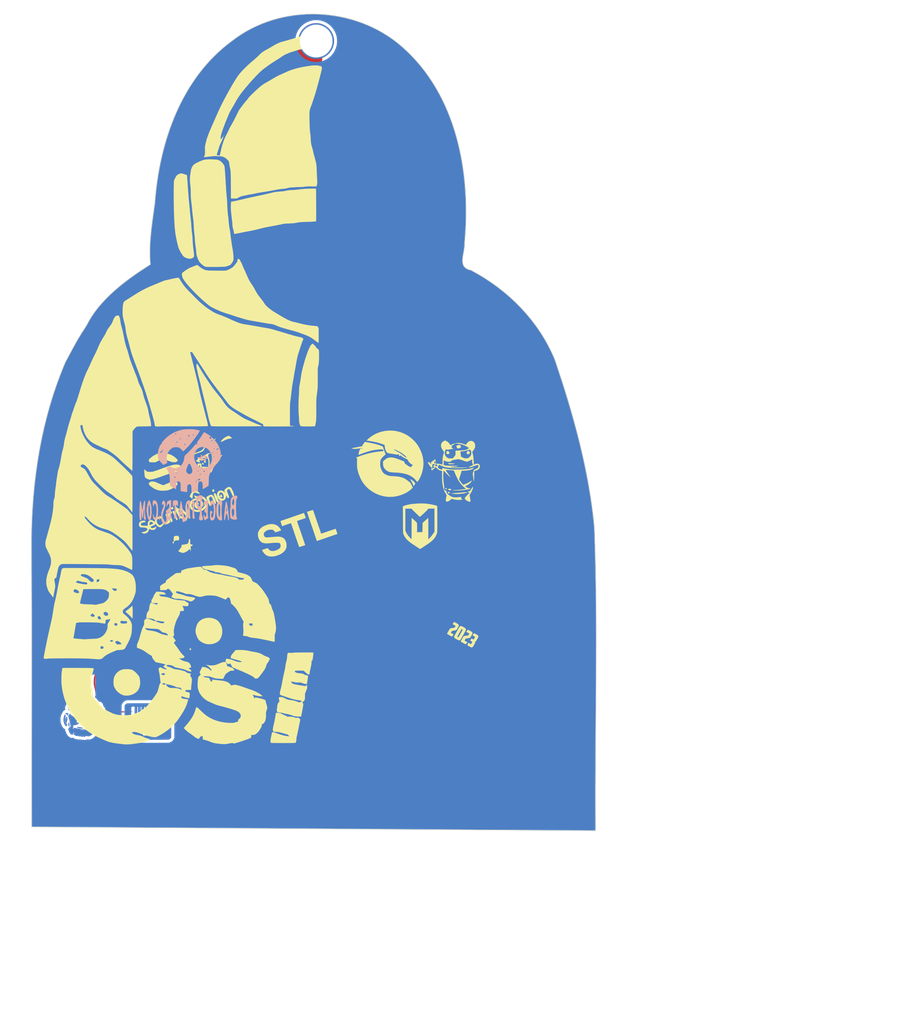
<source format=kicad_pcb>
(kicad_pcb (version 20221018) (generator pcbnew)
  (layers (0 "F.Cu" signal) (31 "B.Cu" signal) (34 "B.Paste" user) (35 "F.Paste" user) (36 "B.SilkS" user "B.Silkscreen") (37 "F.SilkS" user "F.Silkscreen") (38 "B.Mask" user) (39 "F.Mask" user) (44 "Edge.Cuts" user))
  (net 0 "")
  (footprint "LOGO" (layer "F.Cu") (at 122.917717 89.237914)
    (fp_text reference "G***" hide)
    (fp_text value "LOGO" hide)
  )
  (footprint "BadgePiratesLogos:BadgePiratesURL_B.SLK" (layer "F.Cu") (at 107.307105 103.050501)
    (fp_text reference "G***" hide)
    (fp_text value "LOGO" hide)
  )
  (footprint "LOGO" (layer "F.Cu") (at 122.917717 89.237914)
    (fp_text reference "G***" hide)
    (fp_text value "LOGO" hide)
  )
  (footprint "BadgePirates:Hole_5.5mm" (layer "F.Cu") (at 128.77 23.68)
    (fp_text reference "REF**" hide)
    (fp_text value "5.5mm")
    (pad "" thru_hole circle (at 0 0) (size 6 6) (drill 5.5) (layers "*.Cu" "*.Mask"))
  )
  (footprint "BadgePiratesLogos:NG_B.Cu" (layer "F.Cu") (at 100.42 137.62)
    (fp_text reference "G***" hide)
    (fp_text value "NG_BSilk_B.Cu" hide)
    (fp_poly (pts (xy 2.7305 0.889) (xy 1.545167 0.889) (xy 1.545167 -0.021166) (xy 1.905 -0.021166) (xy 1.905 0.529167) (xy 2.391834 0.529167) (xy 2.391834 -0.232833) (xy 1.545167 -0.232833) (xy 1.545167 -0.592666) (xy 2.7305 -0.592666) (xy 2.7305 0.889)) (stroke (width 0.01)) (fill solid) (layer "B.Cu"))
    (fp_poly (pts (xy -0.021166 -0.232833) (xy -0.846666 -0.232833) (xy -0.846666 -0.021166) (xy -0.296333 -0.021166) (xy -0.296333 0.3175) (xy -0.846666 0.3175) (xy -0.846666 0.529167) (xy -0.021166 0.529167) (xy -0.021166 0.889) (xy -1.2065 0.889) (xy -1.2065 -0.592666) (xy -0.021166 -0.592666) (xy -0.021166 -0.232833)) (stroke (width 0.01)) (fill solid) (layer "B.Cu"))
    (fp_poly (pts (xy -2.243666 -0.095912) (xy -1.745614 -0.592666) (xy -1.397 -0.592666) (xy -1.397 -0.371028) (xy -1.655974 -0.11143) (xy -1.914948 0.148167) (xy -1.397 0.667361) (xy -1.397 0.889) (xy -1.724472 0.889) (xy -2.243666 0.371052) (xy -2.243666 0.889) (xy -2.582333 0.889) (xy -2.582333 -0.592666) (xy -2.243666 -0.592666) (xy -2.243666 -0.095912)) (stroke (width 0.01)) (fill solid) (layer "B.Cu"))
    (fp_poly (pts (xy 1.36525 -0.243416) (xy 0.947209 -0.237677) (xy 0.529167 -0.231938) (xy 0.529167 -0.021166) (xy 1.0795 -0.021166) (xy 1.0795 0.3175) (xy 0.529167 0.3175) (xy 0.529167 0.528272) (xy 0.947209 0.534011) (xy 1.36525 0.53975) (xy 1.36525 0.878417) (xy 0.169334 0.889659) (xy 0.169334 -0.592666) (xy 1.377546 -0.592666) (xy 1.36525 -0.243416)) (stroke (width 0.01)) (fill solid) (layer "B.Cu"))
    (fp_poly (pts (xy -0.889419 -2.832779) (xy -0.417025 -2.832376) (xy 0.097357 -2.83165) (xy 0.132806 -2.83159) (xy 3.590763 -2.82575) (xy 3.716256 -2.761774) (xy 3.839368 -2.676539) (xy 3.931273 -2.563242) (xy 3.990191 -2.424258) (xy 3.999995 -2.383683) (xy 4.003884 -2.349696) (xy 4.007306 -2.28668) (xy 4.010268 -2.193449) (xy 4.012779 -2.068813) (xy 4.014847 -1.911585) (xy 4.016478 -1.720578) (xy 4.01768 -1.494603) (xy 4.018462 -1.232473) (xy 4.018831 -0.933) (xy 4.018795 -0.594996) (xy 4.018361 -0.217272) (xy 4.017537 0.201357) (xy 4.017327 0.289913) (xy 4.011084 2.849947) (xy 3.94698 2.975432) (xy 3.864105 3.09296) (xy 3.750285 3.181631) (xy 3.605484 3.241471) (xy 3.542692 3.256583) (xy 3.508104 3.259287) (xy 3.433975 3.261822) (xy 3.323099 3.264186) (xy 3.178267 3.266379) (xy 3.002273 3.268399) (xy 2.797908 3.270244) (xy 2.567966 3.271915) (xy 2.315239 3.273411) (xy 2.04252 3.274729) (xy 1.752601 3.275869) (xy 1.448274 3.27683) (xy 1.132333 3.277611) (xy 0.80757 3.278211) (xy 0.476778 3.278629) (xy 0.142748 3.278864) (xy -0.191725 3.278915) (xy -0.523851 3.27878) (xy -0.850835 3.278459) (xy -1.169887 3.277951) (xy -1.478212 3.277254) (xy -1.773019 3.276368) (xy -2.051514 3.275291) (xy -2.310906 3.274023) (xy -2.548401 3.272562) (xy -2.761208 3.270908) (xy -2.946533 3.269059) (xy -3.101584 3.267015) (xy -3.223568 3.264773) (xy -3.309693 3.262334) (xy -3.357167 3.259696) (xy -3.361687 3.259158) (xy -3.498951 3.222507) (xy -3.610805 3.15443) (xy -3.701784 3.051581) (xy -3.7465 2.975216) (xy -3.820583 2.829986) (xy -3.820583 -0.572849) (xy -2.709333 -0.572849) (xy -2.7093 -0.278074) (xy -2.70915 -0.022699) (xy -2.708812 0.196211) (xy -2.70821 0.381591) (xy -2.707272 0.536375) (xy -2.705923 0.663496) (xy -2.704091 0.765889) (xy -2.701702 0.846489) (xy -2.698682 0.908229) (xy -2.694957 0.954044) (xy -2.690455 0.986867) (xy -2.685101 1.009634) (xy -2.678822 1.025279) (xy -2.671545 1.036734) (xy -2.668897 1.040114) (xy -2.651293 1.059387) (xy -2.629975 1.073161) (xy -2.597802 1.082574) (xy -2.547631 1.088762) (xy -2.472323 1.092866) (xy -2.364734 1.096022) (xy -2.310073 1.097296) (xy -1.991684 1.104509) (xy -1.977279 1.20057) (xy -1.971728 1.268731) (xy -1.970252 1.360894) (xy -1.97307 1.458902) (xy -1.973952 1.474209) (xy -1.977091 1.610764) (xy -1.968174 1.717607) (xy -1.947793 1.790744) (xy -1.922406 1.823106) (xy -1.894346 1.827934) (xy -1.829938 1.832289) (xy -1.735165 1.835979) (xy -1.616012 1.838816) (xy -1.47846 1.840611) (xy -1.351106 1.841176) (xy -1.202578 1.84167) (xy -1.067331 1.842892) (xy -0.951353 1.844726) (xy -0.86063 1.847055) (xy -0.80115 1.849763) (xy -0.779606 1.852283) (xy -0.767616 1.866462) (xy -0.760088 1.901909) (xy -0.756573 1.964485) (xy -0.756621 2.060047) (xy -0.7581 2.132741) (xy -0.75894 2.287169) (xy -0.752702 2.402033) (xy -0.739254 2.479531) (xy -0.736933 2.487084) (xy -0.7176 2.537697) (xy -0.693678 2.564299) (xy -0.651205 2.576868) (xy -0.60325 2.58263) (xy -0.561107 2.58476) (xy -0.483292 2.586599) (xy -0.376466 2.588136) (xy -0.247289 2.589358) (xy -0.102422 2.590255) (xy 0.051475 2.590814) (xy 0.207742 2.591023) (xy 0.359718 2.59087) (xy 0.500742 2.590344) (xy 0.624153 2.589432) (xy 0.723293 2.588122) (xy 0.791499 2.586404) (xy 0.814917 2.585162) (xy 0.852299 2.580157) (xy 0.879817 2.568263) (xy 0.899237 2.543588) (xy 0.912325 2.500242) (xy 0.920847 2.432333) (xy 0.92657 2.333971) (xy 0.93126 2.199264) (xy 0.931334 2.196864) (xy 0.941917 1.852084) (xy 1.527565 1.8415) (xy 1.681008 1.838213) (xy 1.820508 1.834242) (xy 1.940494 1.829825) (xy 2.035392 1.825198) (xy 2.099632 1.8206) (xy 2.12764 1.816268) (xy 2.128212 1.815881) (xy 2.146569 1.775875) (xy 2.159812 1.703831) (xy 2.166911 1.609846) (xy 2.166836 1.504019) (xy 2.164523 1.46) (xy 2.160873 1.365121) (xy 2.161997 1.272317) (xy 2.167647 1.201463) (xy 2.167763 1.200681) (xy 2.182185 1.104509) (xy 2.500573 1.097296) (xy 2.623342 1.0942) (xy 2.710925 1.090619) (xy 2.770462 1.085416) (xy 2.809097 1.077453) (xy 2.833971 1.065591) (xy 2.852224 1.048693) (xy 2.859398 1.040114) (xy 2.866984 1.029463) (xy 2.873556 1.015626) (xy 2.879184 0.995687) (xy 2.883941 0.966727) (xy 2.887897 0.925829) (xy 2.891123 0.870075) (xy 2.893691 0.796548) (xy 2.895672 0.70233) (xy 2.897137 0.584503) (xy 2.898156 0.44015) (xy 2.898803 0.266353) (xy 2.899146 0.060195) (xy 2.899259 -0.181243) (xy 2.899211 -0.460877) (xy 2.89916 -0.58972) (xy 2.899042 -0.889718) (xy 2.898846 -1.15026) (xy 2.898405 -1.37422) (xy 2.897548 -1.564476) (xy 2.896106 -1.723903) (xy 2.893909 -1.855378) (xy 2.890788 -1.961776) (xy 2.886574 -2.045974) (xy 2.881097 -2.110849) (xy 2.874188 -2.159275) (xy 2.865678 -2.194129) (xy 2.855396 -2.218288) (xy 2.843173 -2.234628) (xy 2.828841 -2.246024) (xy 2.812229 -2.255354) (xy 2.800683 -2.261376) (xy 2.753636 -2.274219) (xy 2.677885 -2.282448) (xy 2.586843 -2.285701) (xy 2.493926 -2.283621) (xy 2.412546 -2.275848) (xy 2.392183 -2.272311) (xy 2.323742 -2.258623) (xy 2.328809 -1.72727) (xy 2.330554 -1.54575) (xy 2.331702 -1.401767) (xy 2.331894 -1.290522) (xy 2.33077 -1.20722) (xy 2.327974 -1.147064) (xy 2.323145 -1.105258) (xy 2.315927 -1.077004) (xy 2.30596 -1.057505) (xy 2.292887 -1.041966) (xy 2.276379 -1.025621) (xy 2.227487 -0.989702) (xy 2.1657 -0.975064) (xy 2.126821 -0.973666) (xy 2.05584 -0.976633) (xy 1.999923 -0.988435) (xy 1.957508 -1.013423) (xy 1.927037 -1.05595) (xy 1.906949 -1.120369) (xy 1.895685 -1.211031) (xy 1.891686 -1.332288) (xy 1.89339 -1.488493) (xy 1.896953 -1.615058) (xy 1.900587 -1.75572) (xy 1.902426 -1.888311) (xy 1.902481 -2.004724) (xy 1.900762 -2.096849) (xy 1.897278 -2.156579) (xy 1.896271 -2.164599) (xy 1.88501 -2.225174) (xy 1.869485 -2.254676) (xy 1.841183 -2.264152) (xy 1.819037 -2.264833) (xy 1.756834 -2.264833) (xy 1.756834 -1.692282) (xy 1.756494 -1.499099) (xy 1.754611 -1.344056) (xy 1.749883 -1.222961) (xy 1.74101 -1.131621) (xy 1.726693 -1.065844) (xy 1.705633 -1.021438) (xy 1.676529 -0.99421) (xy 1.638081 -0.979967) (xy 1.588989 -0.974518) (xy 1.534033 -0.973666) (xy 1.450326 -0.984911) (xy 1.384322 -1.023004) (xy 1.382305 -1.024722) (xy 1.322917 -1.075778) (xy 1.316682 -1.670305) (xy 1.310447 -2.264833) (xy 1.18722 -2.264833) (xy 1.180985 -1.673837) (xy 1.17475 -1.08284) (xy 1.123436 -1.028253) (xy 1.082521 -0.993773) (xy 1.03405 -0.977795) (xy 0.964686 -0.97434) (xy 0.904394 -0.976111) (xy 0.856023 -0.983392) (xy 0.818261 -1.000385) (xy 0.789797 -1.031294) (xy 0.76932 -1.080323) (xy 0.755519 -1.151675) (xy 0.747081 -1.249553) (xy 0.742697 -1.378161) (xy 0.741055 -1.541702) (xy 0.740834 -1.691942) (xy 0.740834 -2.264833) (xy 0.585966 -2.264833) (xy 0.598909 -1.711449) (xy 0.602861 -1.515235) (xy 0.603734 -1.357201) (xy 0.600256 -1.233235) (xy 0.591155 -1.139221) (xy 0.57516 -1.071047) (xy 0.551 -1.024597) (xy 0.517401 -0.995758) (xy 0.473093 -0.980416) (xy 0.416804 -0.974458) (xy 0.370846 -0.973666) (xy 0.296462 -0.980572) (xy 0.243865 -1.005669) (xy 0.221288 -1.025621) (xy 0.204817 -1.042062) (xy 0.191769 -1.057956) (xy 0.181794 -1.078053) (xy 0.174547 -1.107103) (xy 0.169678 -1.149856) (xy 0.166839 -1.211061) (xy 0.165684 -1.29547) (xy 0.165863 -1.407831) (xy 0.167028 -1.552895) (xy 0.168833 -1.735412) (xy 0.168888 -1.740958) (xy 0.174065 -2.264833) (xy 0.016483 -2.264833) (xy 0.021596 -1.730375) (xy 0.023353 -1.548369) (xy 0.024514 -1.403913) (xy 0.024723 -1.292224) (xy 0.023625 -1.208518) (xy 0.020865 -1.148013) (xy 0.016088 -1.105926) (xy 0.008936 -1.077474) (xy -0.000944 -1.057873) (xy -0.013908 -1.042341) (xy -0.030313 -1.026095) (xy -0.030788 -1.025621) (xy -0.07968 -0.989702) (xy -0.141466 -0.975064) (xy -0.180346 -0.973666) (xy -0.24578 -0.975627) (xy -0.298321 -0.984248) (xy -0.339239 -1.003638) (xy -0.369805 -1.037908) (xy -0.391289 -1.091166) (xy -0.404963 -1.167521) (xy -0.412096 -1.271083) (xy -0.41396 -1.405962) (xy -0.411825 -1.576266) (xy -0.408785 -1.712432) (xy -0.395397 -2.264833) (xy -0.550333 -2.264833) (xy -0.550333 -1.691942) (xy -0.55067 -1.511192) (xy -0.552078 -1.367817) (xy -0.55515 -1.256859) (xy -0.560481 -1.173362) (xy -0.568664 -1.112371) (xy -0.580294 -1.068927) (xy -0.595964 -1.038076) (xy -0.616269 -1.014859) (xy -0.633166 -1.000798) (xy -0.6739 -0.985052) (xy -0.737274 -0.975538) (xy -0.766111 -0.97434) (xy -0.845832 -0.981759) (xy -0.905592 -1.009551) (xy -0.924861 -1.024722) (xy -0.98425 -1.075778) (xy -0.990485 -1.670305) (xy -0.996719 -2.264833) (xy -1.119947 -2.264833) (xy -1.126182 -1.670305) (xy -1.132416 -1.075778) (xy -1.191805 -1.024722) (xy -1.257566 -0.985671) (xy -1.340414 -0.973677) (xy -1.343532 -0.973666) (xy -1.403427 -0.97476) (xy -1.451497 -0.980836) (xy -1.489042 -0.996086) (xy -1.517361 -1.024703) (xy -1.537754 -1.070879) (xy -1.551522 -1.138808) (xy -1.559964 -1.23268) (xy -1.56438 -1.356689) (xy -1.566069 -1.515027) (xy -1.566333 -1.692282) (xy -1.566333 -2.264833) (xy -1.628536 -2.264833) (xy -1.666612 -2.261339) (xy -1.687601 -2.243502) (xy -1.699986 -2.20029) (xy -1.705812 -2.164318) (xy -1.709713 -2.112777) (xy -1.711882 -2.027043) (xy -1.712305 -1.915221) (xy -1.710965 -1.785417) (xy -1.707847 -1.645736) (xy -1.7069 -1.613807) (xy -1.70238 -1.431944) (xy -1.702436 -1.287946) (xy -1.708629 -1.177452) (xy -1.722524 -1.096101) (xy -1.745682 -1.039533) (xy -1.779666 -1.003386) (xy -1.826041 -0.983299) (xy -1.886367 -0.974912) (xy -1.93632 -0.973666) (xy -2.010705 -0.980572) (xy -2.063302 -1.005669) (xy -2.085879 -1.025621) (xy -2.102763 -1.042509) (xy -2.116096 -1.058823) (xy -2.12624 -1.079382) (xy -2.133555 -1.109007) (xy -2.138404 -1.152517) (xy -2.141149 -1.21473) (xy -2.142151 -1.300466) (xy -2.141772 -1.414544) (xy -2.140373 -1.561785) (xy -2.138536 -1.727211) (xy -2.13265 -2.258505) (xy -2.201388 -2.272252) (xy -2.283422 -2.282381) (xy -2.381653 -2.285572) (xy -2.479956 -2.28217) (xy -2.562207 -2.272521) (xy -2.597424 -2.26378) (xy -2.650857 -2.231402) (xy -2.685249 -2.1887) (xy -2.690254 -2.163524) (xy -2.694616 -2.110317) (xy -2.698361 -2.027442) (xy -2.701511 -1.913262) (xy -2.704093 -1.766139) (xy -2.70613 -1.584436) (xy -2.707646 -1.366515) (xy -2.708667 -1.110739) (xy -2.709216 -0.81547) (xy -2.709333 -0.572849) (xy -3.820583 -0.572849) (xy -3.820583 -2.405432) (xy -3.756607 -2.530924) (xy -3.671944 -2.652414) (xy -3.558487 -2.747862) (xy -3.424906 -2.810214) (xy -3.406864 -2.815428) (xy -3.375033 -2.818682) (xy -3.304765 -2.821597) (xy -3.195737 -2.824173) (xy -3.047626 -2.826413) (xy -2.86011 -2.828317) (xy -2.632866 -2.829887) (xy -2.36557 -2.831124) (xy -2.0579 -2.832031) (xy -1.709533 -2.832608) (xy -1.320147 -2.832857) (xy -0.889419 -2.832779)) (stroke (width 0.01)) (fill solid) (layer "B.Cu"))
  )
  (footprint "BadgePiratesLogos:BPSkull_Distressed_B.SILK" (layer "F.Cu") (at 107.48 94.07)
    (fp_text reference "G***" hide)
    (fp_text value "BP Logo" hide)
  )
  (footprint "LOGO" (layer "F.Cu") (at 122.917717 89.237914)
    (fp_text reference "G***" hide)
    (fp_text value "LOGO" hide)
  )
  (footprint "LOGO" (layer "F.Cu") (at 122.917717 89.237914)
    (fp_text reference "G***" hide)
    (fp_text value "LOGO" hide)
    (fp_poly (pts (xy 42.037 65.637833) (xy -31.665334 65.637833) (xy -31.665334 54.313666) (xy 42.037 54.313666) (xy 42.037 65.637833)) (stroke (width 0.01)) (fill solid) (layer "F.Cu"))
    (fp_poly (pts (xy -18.315292 27.796049) (xy -18.273684 27.828493) (xy -18.251362 27.874073) (xy -18.255808 27.924202) (xy -18.287154 27.964737) (xy -18.344101 27.998412) (xy -18.392905 27.994271) (xy -18.436167 27.961166) (xy -18.4732 27.903746) (xy -18.468968 27.849717) (xy -18.426432 27.804918) (xy -18.368702 27.785329) (xy -18.315292 27.796049)) (stroke (width 0.01)) (fill solid) (layer "F.Cu"))
    (fp_poly (pts (xy -12.416437 42.307134) (xy -12.379559 42.349069) (xy -12.376197 42.407101) (xy -12.395586 42.450597) (xy -12.442671 42.492997) (xy -12.498751 42.504297) (xy -12.550015 42.484564) (xy -12.576852 42.44975) (xy -12.590525 42.381276) (xy -12.568922 42.326894) (xy -12.517325 42.295406) (xy -12.481602 42.291) (xy -12.416437 42.307134)) (stroke (width 0.01)) (fill solid) (layer "F.Cu"))
    (fp_poly (pts (xy -16.144292 17.960713) (xy -16.11233 18.010399) (xy -16.107834 18.044583) (xy -16.12413 18.10625) (xy -16.168761 18.139942) (xy -16.235342 18.141901) (xy -16.261292 18.134859) (xy -16.303147 18.112052) (xy -16.318382 18.072288) (xy -16.3195 18.046217) (xy -16.310275 17.990556) (xy -16.27641 17.958025) (xy -16.266584 17.953184) (xy -16.198901 17.939804) (xy -16.144292 17.960713)) (stroke (width 0.01)) (fill solid) (layer "F.Cu"))
    (fp_poly (pts (xy -14.160583 3.761422) (xy -14.12875 3.780196) (xy -14.084029 3.827368) (xy -14.073174 3.879471) (xy -14.090041 3.927608) (xy -14.128487 3.962879) (xy -14.182367 3.976386) (xy -14.245538 3.95923) (xy -14.250459 3.956471) (xy -14.282381 3.916807) (xy -14.28639 3.862205) (xy -14.263888 3.808264) (xy -14.234584 3.780196) (xy -14.193156 3.7578) (xy -14.160583 3.761422)) (stroke (width 0.01)) (fill solid) (layer "F.Cu"))
    (fp_poly (pts (xy -8.731431 49.928232) (xy -8.691608 49.965738) (xy -8.678431 50.019784) (xy -8.689153 50.076556) (xy -8.721027 50.12224) (xy -8.771307 50.143025) (xy -8.774166 50.14316) (xy -8.806418 50.132484) (xy -8.842957 50.110883) (xy -8.883272 50.063419) (xy -8.890361 50.01029) (xy -8.870327 49.961492) (xy -8.829274 49.927021) (xy -8.773307 49.916873) (xy -8.731431 49.928232)) (stroke (width 0.01)) (fill solid) (layer "F.Cu"))
    (fp_poly (pts (xy 41.973417 45.467108) (xy 42.019979 45.508839) (xy 42.037 45.564927) (xy 42.01863 45.617339) (xy 41.971665 45.655683) (xy 41.908323 45.677139) (xy 41.84082 45.678886) (xy 41.781374 45.658104) (xy 41.75245 45.630623) (xy 41.722493 45.565332) (xy 41.732956 45.511337) (xy 41.766543 45.477783) (xy 41.835678 45.448029) (xy 41.90831 45.445655) (xy 41.973417 45.467108)) (stroke (width 0.01)) (fill solid) (layer "F.Cu"))
    (fp_poly (pts (xy -4.139854 32.544996) (xy -4.104706 32.573871) (xy -4.055422 32.644185) (xy -4.045808 32.713804) (xy -4.07633 32.777633) (xy -4.085167 32.787166) (xy -4.149299 32.824775) (xy -4.222607 32.824687) (xy -4.29661 32.78768) (xy -4.32179 32.765467) (xy -4.363357 32.716289) (xy -4.376146 32.674449) (xy -4.372176 32.643758) (xy -4.337207 32.569064) (xy -4.280812 32.526133) (xy -4.212019 32.517324) (xy -4.139854 32.544996)) (stroke (width 0.01)) (fill solid) (layer "F.Cu"))
    (fp_poly (pts (xy -12.298283 2.472414) (xy -12.289314 2.489338) (xy -12.278606 2.548056) (xy -12.277794 2.628517) (xy -12.286139 2.711486) (xy -12.30006 2.770121) (xy -12.338462 2.835287) (xy -12.392032 2.87177) (xy -12.450562 2.876964) (xy -12.503843 2.848266) (xy -12.521467 2.82661) (xy -12.542467 2.758815) (xy -12.530595 2.680583) (xy -12.490335 2.601396) (xy -12.426167 2.530736) (xy -12.360876 2.486846) (xy -12.318691 2.468211) (xy -12.298283 2.472414)) (stroke (width 0.01)) (fill solid) (layer "F.Cu"))
    (fp_poly (pts (xy -4.462716 33.052172) (xy -4.386711 33.091711) (xy -4.337902 33.149843) (xy -4.317333 33.217178) (xy -4.326047 33.284326) (xy -4.365089 33.3419) (xy -4.426546 33.377606) (xy -4.501983 33.397097) (xy -4.56542 33.393335) (xy -4.613899 33.377377) (xy -4.692802 33.331307) (xy -4.73379 33.269723) (xy -4.741334 33.218627) (xy -4.722269 33.146843) (xy -4.671692 33.089653) (xy -4.599524 33.052988) (xy -4.515691 33.042774) (xy -4.462716 33.052172)) (stroke (width 0.01)) (fill solid) (layer "F.Cu"))
    (fp_poly (pts (xy 17.280527 49.129967) (xy 17.346774 49.170815) (xy 17.389438 49.235657) (xy 17.398399 49.309381) (xy 17.373302 49.378196) (xy 17.352675 49.402175) (xy 17.288831 49.436379) (xy 17.205595 49.44868) (xy 17.119527 49.439527) (xy 17.04719 49.409369) (xy 17.027621 49.393378) (xy 16.983403 49.324328) (xy 16.975333 49.249515) (xy 17.003122 49.180278) (xy 17.033875 49.148454) (xy 17.105974 49.115759) (xy 17.193584 49.109982) (xy 17.280527 49.129967)) (stroke (width 0.01)) (fill solid) (layer "F.Cu"))
    (fp_poly (pts (xy 25.773625 39.936036) (xy 25.849369 39.974011) (xy 25.872965 39.994155) (xy 25.898909 40.042768) (xy 25.906932 40.106233) (xy 25.896639 40.165306) (xy 25.87708 40.194811) (xy 25.817019 40.222001) (xy 25.736976 40.230082) (xy 25.655029 40.218477) (xy 25.615084 40.203183) (xy 25.548012 40.152087) (xy 25.513076 40.088621) (xy 25.512815 40.021912) (xy 25.548166 39.962666) (xy 25.609033 39.929007) (xy 25.688849 39.920582) (xy 25.773625 39.936036)) (stroke (width 0.01)) (fill solid) (layer "F.Cu"))
    (fp_poly (pts (xy -10.466563 44.504379) (xy -10.394917 44.531228) (xy -10.329889 44.578067) (xy -10.283023 44.634359) (xy -10.265834 44.687635) (xy -10.284631 44.752546) (xy -10.335156 44.802295) (xy -10.408606 44.833949) (xy -10.496178 44.844571) (xy -10.58907 44.831229) (xy -10.639834 44.812334) (xy -10.719678 44.760317) (xy -10.762475 44.701033) (xy -10.77146 44.640233) (xy -10.749868 44.583664) (xy -10.700934 44.537079) (xy -10.627894 44.506225) (xy -10.533982 44.496854) (xy -10.466563 44.504379)) (stroke (width 0.01)) (fill solid) (layer "F.Cu"))
    (fp_poly (pts (xy -28.359372 34.939367) (xy -28.281693 34.985621) (xy -28.277293 34.989874) (xy -28.241955 35.043426) (xy -28.245903 35.097936) (xy -28.289767 35.158491) (xy -28.299365 35.167967) (xy -28.382827 35.220217) (xy -28.484493 35.240887) (xy -28.593507 35.229181) (xy -28.678988 35.195822) (xy -28.756402 35.148835) (xy -28.795442 35.108444) (xy -28.798291 35.069104) (xy -28.767128 35.025265) (xy -28.751769 35.010673) (xy -28.665252 34.955444) (xy -28.563069 34.924801) (xy -28.457136 34.919268) (xy -28.359372 34.939367)) (stroke (width 0.01)) (fill solid) (layer "F.Cu"))
    (fp_poly (pts (xy -19.529272 40.536414) (xy -19.543424 40.598548) (xy -19.564456 40.678352) (xy -19.577764 40.724666) (xy -19.612491 40.841083) (xy -19.738704 40.84585) (xy -19.889102 40.833754) (xy -19.966073 40.810621) (xy -20.044321 40.77483) (xy -20.131041 40.728177) (xy -20.173262 40.702583) (xy -20.230923 40.663958) (xy -20.25726 40.639642) (xy -20.257451 40.622499) (xy -20.241439 40.60859) (xy -20.139358 40.556275) (xy -20.005494 40.514743) (xy -19.849584 40.486529) (xy -19.732546 40.476061) (xy -19.515508 40.464578) (xy -19.529272 40.536414)) (stroke (width 0.01)) (fill solid) (layer "F.Cu"))
    (fp_poly (pts (xy -4.451103 45.347013) (xy -4.383939 45.392764) (xy -4.370983 45.408829) (xy -4.338854 45.487092) (xy -4.341419 45.569007) (xy -4.373477 45.644596) (xy -4.429828 45.703884) (xy -4.505271 45.736897) (xy -4.543914 45.740523) (xy -4.607997 45.734266) (xy -4.658994 45.719771) (xy -4.663942 45.717194) (xy -4.706849 45.672452) (xy -4.738769 45.604154) (xy -4.75264 45.530897) (xy -4.749357 45.49228) (xy -4.722416 45.421866) (xy -4.674669 45.374261) (xy -4.61781 45.345262) (xy -4.534149 45.329869) (xy -4.451103 45.347013)) (stroke (width 0.01)) (fill solid) (layer "F.Cu"))
    (fp_poly (pts (xy -3.218978 45.642463) (xy -3.161138 45.654749) (xy -3.146133 45.662358) (xy -3.114183 45.706116) (xy -3.090749 45.775349) (xy -3.079925 45.853431) (xy -3.083875 45.915246) (xy -3.114459 45.975267) (xy -3.172946 46.009238) (xy -3.253043 46.016068) (xy -3.348457 45.994665) (xy -3.404371 45.970866) (xy -3.485294 45.91592) (xy -3.535074 45.850034) (xy -3.550059 45.780151) (xy -3.533825 45.724744) (xy -3.49363 45.678829) (xy -3.449849 45.654197) (xy -3.37866 45.641775) (xy -3.296594 45.638) (xy -3.218978 45.642463)) (stroke (width 0.01)) (fill solid) (layer "F.Cu"))
    (fp_poly (pts (xy -35.522287 31.871708) (xy -35.525324 31.985022) (xy -35.531848 32.061349) (xy -35.547593 32.105978) (xy -35.578287 32.124197) (xy -35.629663 32.121293) (xy -35.707452 32.102553) (xy -35.757767 32.088972) (xy -35.865769 32.053691) (xy -35.938699 32.012143) (xy -35.983817 31.957497) (xy -36.008379 31.882921) (xy -36.013829 31.847965) (xy -36.019432 31.778496) (xy -36.018503 31.723076) (xy -36.014905 31.70425) (xy -35.98419 31.666717) (xy -35.923244 31.641333) (xy -35.828281 31.627101) (xy -35.706499 31.623) (xy -35.516324 31.623) (xy -35.522287 31.871708)) (stroke (width 0.01)) (fill solid) (layer "F.Cu"))
    (fp_poly (pts (xy -10.306669 50.721071) (xy -10.228659 50.744091) (xy -10.172106 50.780911) (xy -10.151982 50.811531) (xy -10.139075 50.885727) (xy -10.14601 50.969805) (xy -10.170593 51.040185) (xy -10.173727 51.045243) (xy -10.242439 51.11287) (xy -10.33764 51.151696) (xy -10.415066 51.159833) (xy -10.480636 51.152837) (xy -10.533036 51.125669) (xy -10.573198 51.089536) (xy -10.633963 51.003973) (xy -10.664065 50.90598) (xy -10.659756 50.812367) (xy -10.628242 50.766644) (xy -10.566923 50.734637) (xy -10.486054 50.716361) (xy -10.395885 50.711833) (xy -10.306669 50.721071)) (stroke (width 0.01)) (fill solid) (layer "F.Cu"))
    (fp_poly (pts (xy -12.011345 44.180465) (xy -11.933153 44.218065) (xy -11.886438 44.26175) (xy -11.833747 44.340961) (xy -11.818694 44.412948) (xy -11.839604 44.486189) (xy -11.841386 44.489695) (xy -11.900996 44.56313) (xy -11.981934 44.606081) (xy -12.073467 44.615706) (xy -12.164859 44.589162) (xy -12.181417 44.579736) (xy -12.273052 44.505055) (xy -12.345457 44.411451) (xy -12.39122 44.31054) (xy -12.403667 44.231535) (xy -12.400709 44.205312) (xy -12.385868 44.188949) (xy -12.350193 44.178768) (xy -12.284734 44.171095) (xy -12.2489 44.167962) (xy -12.11434 44.164347) (xy -12.011345 44.180465)) (stroke (width 0.01)) (fill solid) (layer "F.Cu"))
    (fp_poly (pts (xy -5.763601 50.572387) (xy -5.667253 50.608038) (xy -5.58273 50.657315) (xy -5.567291 50.66946) (xy -5.523302 50.709106) (xy -5.508301 50.735132) (xy -5.517326 50.759207) (xy -5.524958 50.768987) (xy -5.571213 50.80596) (xy -5.643751 50.844203) (xy -5.727364 50.876583) (xy -5.789084 50.892904) (xy -5.86795 50.890015) (xy -5.938863 50.865982) (xy -6.01761 50.812761) (xy -6.053115 50.759) (xy -6.069354 50.708056) (xy -6.062053 50.670081) (xy -6.038764 50.634784) (xy -5.988625 50.588334) (xy -5.932506 50.559762) (xy -5.856958 50.554811) (xy -5.763601 50.572387)) (stroke (width 0.01)) (fill solid) (layer "F.Cu"))
    (fp_poly (pts (xy 25.339191 46.967489) (xy 25.435648 47.023358) (xy 25.509275 47.110201) (xy 25.547624 47.199458) (xy 25.557058 47.243661) (xy 25.550661 47.27758) (xy 25.52274 47.315523) (xy 25.486563 47.352916) (xy 25.406688 47.413867) (xy 25.324252 47.435001) (xy 25.230951 47.417824) (xy 25.198916 47.405128) (xy 25.118237 47.35207) (xy 25.04291 47.271623) (xy 24.981649 47.176533) (xy 24.943167 47.079547) (xy 24.934451 47.018212) (xy 24.95359 47.000027) (xy 25.003656 46.981161) (xy 25.073378 46.964337) (xy 25.151489 46.952276) (xy 25.226416 46.947699) (xy 25.339191 46.967489)) (stroke (width 0.01)) (fill solid) (layer "F.Cu"))
    (fp_poly (pts (xy -15.051996 38.39258) (xy -15.024432 38.437173) (xy -15.005679 38.47349) (xy -14.973868 38.56149) (xy -14.953282 38.663582) (xy -14.944822 38.766965) (xy -14.94939 38.85884) (xy -14.967887 38.926407) (xy -14.973153 38.935597) (xy -15.020255 38.979982) (xy -15.072454 38.988955) (xy -15.118362 38.962846) (xy -15.138021 38.930791) (xy -15.151914 38.875882) (xy -15.160801 38.800278) (xy -15.162468 38.756166) (xy -15.15799 38.687947) (xy -15.145799 38.607505) (xy -15.128473 38.525437) (xy -15.10859 38.452339) (xy -15.088728 38.398808) (xy -15.071467 38.375441) (xy -15.069766 38.375166) (xy -15.051996 38.39258)) (stroke (width 0.01)) (fill solid) (layer "F.Cu"))
    (fp_poly (pts (xy -4.880937 47.242766) (xy -4.757571 47.304769) (xy -4.717555 47.333855) (xy -4.661959 47.39699) (xy -4.617642 47.480866) (xy -4.594552 47.565289) (xy -4.593246 47.586204) (xy -4.595375 47.632133) (xy -4.608915 47.658021) (xy -4.644412 47.673799) (xy -4.700042 47.686746) (xy -4.814112 47.704752) (xy -4.911097 47.703406) (xy -4.98475 47.689874) (xy -5.106986 47.64533) (xy -5.193601 47.579043) (xy -5.246245 47.489349) (xy -5.264213 47.407736) (xy -5.262048 47.323397) (xy -5.230737 47.26687) (xy -5.165387 47.231273) (xy -5.13235 47.2222) (xy -5.009371 47.214298) (xy -4.880937 47.242766)) (stroke (width 0.01)) (fill solid) (layer "F.Cu"))
    (fp_poly (pts (xy 12.573462 49.321575) (xy 12.651767 49.327845) (xy 12.714134 49.337522) (xy 12.725495 49.340347) (xy 12.811481 49.383495) (xy 12.868247 49.453469) (xy 12.890386 49.543373) (xy 12.8905 49.55074) (xy 12.881396 49.615174) (xy 12.850987 49.665609) (xy 12.794625 49.704713) (xy 12.707663 49.735154) (xy 12.585453 49.759598) (xy 12.507254 49.770719) (xy 12.293242 49.798336) (xy 12.30836 49.574209) (xy 12.315438 49.480542) (xy 12.322729 49.402899) (xy 12.329254 49.350808) (xy 12.333071 49.334208) (xy 12.359025 49.32503) (xy 12.415481 49.319986) (xy 12.49083 49.318895) (xy 12.573462 49.321575)) (stroke (width 0.01)) (fill solid) (layer "F.Cu"))
    (fp_poly (pts (xy 13.769767 49.538832) (xy 13.845926 49.578311) (xy 13.903598 49.631717) (xy 13.95531 49.705215) (xy 13.992916 49.784213) (xy 14.008273 49.854116) (xy 14.007713 49.868186) (xy 13.982686 49.914197) (xy 13.924932 49.950836) (xy 13.843316 49.976631) (xy 13.746701 49.990112) (xy 13.643952 49.989808) (xy 13.54393 49.974247) (xy 13.484142 49.955078) (xy 13.406592 49.909018) (xy 13.366411 49.846128) (xy 13.360806 49.761157) (xy 13.365263 49.731564) (xy 13.39464 49.664956) (xy 13.450673 49.59779) (xy 13.520036 49.543423) (xy 13.578943 49.517392) (xy 13.669626 49.513285) (xy 13.769767 49.538832)) (stroke (width 0.01)) (fill solid) (layer "F.Cu"))
    (fp_poly (pts (xy 26.622992 39.054319) (xy 26.669024 39.075661) (xy 26.75686 39.146751) (xy 26.809122 39.240368) (xy 26.823953 39.320411) (xy 26.824631 39.365632) (xy 26.813868 39.394469) (xy 26.78272 39.417144) (xy 26.72224 39.443878) (xy 26.712333 39.447948) (xy 26.570136 39.488782) (xy 26.439204 39.490707) (xy 26.322147 39.453691) (xy 26.320436 39.4528) (xy 26.243737 39.405341) (xy 26.200837 39.357118) (xy 26.184188 39.298276) (xy 26.183166 39.273558) (xy 26.202253 39.190334) (xy 26.254019 39.121306) (xy 26.330219 39.069833) (xy 26.422611 39.039272) (xy 26.52295 39.032982) (xy 26.622992 39.054319)) (stroke (width 0.01)) (fill solid) (layer "F.Cu"))
    (fp_poly (pts (xy 30.930286 44.210561) (xy 31.053282 44.241948) (xy 31.093833 44.255358) (xy 31.27375 44.317195) (xy 31.267626 44.399472) (xy 31.25353 44.498211) (xy 31.228268 44.595168) (xy 31.196101 44.677375) (xy 31.16129 44.731865) (xy 31.157031 44.736022) (xy 31.097693 44.766844) (xy 31.013911 44.782891) (xy 30.921175 44.783443) (xy 30.834976 44.767776) (xy 30.7975 44.752786) (xy 30.723534 44.694174) (xy 30.670035 44.611599) (xy 30.639252 44.515861) (xy 30.63344 44.41776) (xy 30.654851 44.328093) (xy 30.696094 44.266617) (xy 30.757802 44.222723) (xy 30.833829 44.204095) (xy 30.930286 44.210561)) (stroke (width 0.01)) (fill solid) (layer "F.Cu"))
    (fp_poly (pts (xy 44.888198 51.546537) (xy 44.97567 51.578718) (xy 45.029005 51.633113) (xy 45.042747 51.666865) (xy 45.062251 51.77373) (xy 45.057998 51.861784) (xy 45.030572 51.923226) (xy 45.022901 51.931148) (xy 44.933499 51.986413) (xy 44.82334 52.01694) (xy 44.707205 52.020993) (xy 44.599874 51.996837) (xy 44.572092 51.984089) (xy 44.49537 51.925324) (xy 44.446746 51.850012) (xy 44.430264 51.767983) (xy 44.449968 51.689064) (xy 44.450389 51.688272) (xy 44.496955 51.636387) (xy 44.571563 51.589213) (xy 44.659977 51.553636) (xy 44.74796 51.536545) (xy 44.76527 51.535948) (xy 44.888198 51.546537)) (stroke (width 0.01)) (fill solid) (layer "F.Cu"))
    (fp_poly (pts (xy -27.781321 32.064981) (xy -27.728693 32.079937) (xy -27.632525 32.120207) (xy -27.556552 32.174823) (xy -27.508546 32.23686) (xy -27.4955 32.287693) (xy -27.507226 32.364157) (xy -27.537438 32.440793) (xy -27.578695 32.502371) (xy -27.614061 32.530292) (xy -27.698862 32.551128) (xy -27.798863 32.550103) (xy -27.89356 32.528094) (xy -27.918412 32.517258) (xy -27.992251 32.463188) (xy -28.050745 32.389019) (xy -28.084033 32.308907) (xy -28.088167 32.273546) (xy -28.074412 32.216399) (xy -28.029631 32.153353) (xy -28.005991 32.128509) (xy -27.952919 32.080145) (xy -27.906455 32.054955) (xy -27.853591 32.05066) (xy -27.781321 32.064981)) (stroke (width 0.01)) (fill solid) (layer "F.Cu"))
    (fp_poly (pts (xy -4.864476 48.919899) (xy -4.7568 48.925851) (xy -4.681951 48.93817) (xy -4.630427 48.963884) (xy -4.592729 49.010024) (xy -4.559354 49.083616) (xy -4.528999 49.16808) (xy -4.503293 49.24193) (xy -4.482486 49.301563) (xy -4.471064 49.334127) (xy -4.471035 49.334208) (xy -4.476849 49.344638) (xy -4.505936 49.352117) (xy -4.562943 49.357027) (xy -4.652518 49.359747) (xy -4.779308 49.36066) (xy -4.793668 49.360666) (xy -5.125697 49.360666) (xy -5.114697 49.302458) (xy -5.107615 49.253252) (xy -5.099087 49.177166) (xy -5.090812 49.08954) (xy -5.08982 49.077827) (xy -5.075943 48.911405) (xy -4.864476 48.919899)) (stroke (width 0.01)) (fill solid) (layer "F.Cu"))
    (fp_poly (pts (xy 32.067106 39.639076) (xy 32.172664 39.659323) (xy 32.290821 39.706468) (xy 32.40868 39.773613) (xy 32.513345 39.853864) (xy 32.563806 39.904702) (xy 32.611897 39.961503) (xy 32.646433 40.005778) (xy 32.660152 40.0282) (xy 32.660166 40.028448) (xy 32.644056 40.04286) (xy 32.594355 40.053893) (xy 32.509006 40.061718) (xy 32.385951 40.06651) (xy 32.223133 40.068441) (xy 32.183855 40.0685) (xy 31.839835 40.0685) (xy 31.869784 39.925629) (xy 31.890953 39.839475) (xy 31.915951 39.758817) (xy 31.935991 39.70867) (xy 31.961989 39.662787) (xy 31.990801 39.642135) (xy 32.038792 39.638028) (xy 32.067106 39.639076)) (stroke (width 0.01)) (fill solid) (layer "F.Cu"))
    (fp_poly (pts (xy 38.582388 49.8332) (xy 38.826055 49.86083) (xy 39.035359 49.906452) (xy 39.209196 49.96963) (xy 39.346459 50.049929) (xy 39.446044 50.146916) (xy 39.470433 50.182481) (xy 39.510309 50.262267) (xy 39.516695 50.318054) (xy 39.489333 50.352065) (xy 39.449375 50.364201) (xy 39.343894 50.378087) (xy 39.255719 50.382487) (xy 39.16105 50.378042) (xy 39.110045 50.373331) (xy 38.970151 50.34529) (xy 38.826419 50.292655) (xy 38.696546 50.22274) (xy 38.633798 50.176526) (xy 38.565238 50.106884) (xy 38.496601 50.018299) (xy 38.440417 49.928035) (xy 38.416884 49.877632) (xy 38.394933 49.819894) (xy 38.582388 49.8332)) (stroke (width 0.01)) (fill solid) (layer "F.Cu"))
    (fp_poly (pts (xy -30.232844 35.94203) (xy -30.177854 35.94542) (xy -30.090155 35.955548) (xy -30.009489 35.972396) (xy -29.955327 35.99146) (xy -29.883884 36.049002) (xy -29.841827 36.125533) (xy -29.830267 36.210456) (xy -29.850317 36.293173) (xy -29.903086 36.363085) (xy -29.915329 36.372888) (xy -29.957874 36.397098) (xy -30.013767 36.412492) (xy -30.094353 36.42154) (xy -30.153156 36.424701) (xy -30.331239 36.432153) (xy -30.355515 36.371784) (xy -30.371705 36.302431) (xy -30.37867 36.210008) (xy -30.376423 36.112759) (xy -30.364973 36.028929) (xy -30.355291 35.996458) (xy -30.341069 35.965133) (xy -30.322936 35.947639) (xy -30.290369 35.940946) (xy -30.232844 35.94203)) (stroke (width 0.01)) (fill solid) (layer "F.Cu"))
    (fp_poly (pts (xy 6.947958 50.259822) (xy 7.090833 50.397467) (xy 7.090833 50.566983) (xy 7.088641 50.6587) (xy 7.081575 50.712961) (xy 7.0689 50.73444) (xy 7.064375 50.735223) (xy 7.035091 50.727494) (xy 6.975244 50.707432) (xy 6.893694 50.678125) (xy 6.804049 50.644479) (xy 6.699605 50.602712) (xy 6.598817 50.559251) (xy 6.514668 50.519863) (xy 6.468702 50.495541) (xy 6.411023 50.45997) (xy 6.382556 50.432915) (xy 6.375556 50.40224) (xy 6.381657 50.359133) (xy 6.406426 50.271718) (xy 6.447133 50.210548) (xy 6.510976 50.170192) (xy 6.605154 50.145218) (xy 6.678083 50.135476) (xy 6.805083 50.122178) (xy 6.947958 50.259822)) (stroke (width 0.01)) (fill solid) (layer "F.Cu"))
    (fp_poly (pts (xy 23.710354 51.931344) (xy 23.651466 51.9783) (xy 23.605472 52.004014) (xy 23.531699 52.034243) (xy 23.443747 52.064563) (xy 23.355217 52.090556) (xy 23.279709 52.107799) (xy 23.239137 52.112333) (xy 23.220748 52.097415) (xy 23.200947 52.050183) (xy 23.17842 51.966923) (xy 23.162467 51.895375) (xy 23.132893 51.750392) (xy 23.113183 51.638635) (xy 23.102558 51.552356) (xy 23.10024 51.483807) (xy 23.105451 51.425239) (xy 23.111877 51.391625) (xy 23.137038 51.321485) (xy 23.180335 51.267883) (xy 23.246873 51.228435) (xy 23.341761 51.200756) (xy 23.470104 51.182463) (xy 23.577471 51.174263) (xy 23.734026 51.165042) (xy 23.710354 51.931344)) (stroke (width 0.01)) (fill solid) (layer "F.Cu"))
    (fp_poly (pts (xy 39.181215 41.853881) (xy 39.219346 41.86442) (xy 39.282982 41.895974) (xy 39.353034 41.949816) (xy 39.420424 42.016308) (xy 39.476075 42.085812) (xy 39.510908 42.148691) (xy 39.518087 42.18158) (xy 39.498628 42.264276) (xy 39.446367 42.342653) (xy 39.370136 42.404738) (xy 39.343104 42.418765) (xy 39.230052 42.454018) (xy 39.125208 42.450919) (xy 39.059161 42.429352) (xy 38.988581 42.376629) (xy 38.942678 42.294371) (xy 38.92553 42.190025) (xy 38.9255 42.185166) (xy 38.937694 42.091269) (xy 38.97801 42.006694) (xy 39.052045 41.920117) (xy 39.060645 41.911751) (xy 39.107795 41.869108) (xy 39.142294 41.851515) (xy 39.181215 41.853881)) (stroke (width 0.01)) (fill solid) (layer "F.Cu"))
    (fp_poly (pts (xy -28.222965 26.233965) (xy -28.071352 26.244906) (xy -27.951664 26.258627) (xy -27.853503 26.277066) (xy -27.766468 26.302166) (xy -27.68271 26.334766) (xy -27.622028 26.363721) (xy -27.591486 26.389698) (xy -27.581166 26.4234) (xy -27.580479 26.445064) (xy -27.598195 26.545447) (xy -27.649968 26.621081) (xy -27.735331 26.671719) (xy -27.853818 26.69711) (xy -28.004962 26.697006) (xy -28.045505 26.693219) (xy -28.103169 26.685633) (xy -28.144086 26.673061) (xy -28.178883 26.648061) (xy -28.218184 26.603191) (xy -28.267755 26.53756) (xy -28.325176 26.45768) (xy -28.379331 26.378057) (xy -28.419748 26.314158) (xy -28.424048 26.306763) (xy -28.474179 26.218987) (xy -28.222965 26.233965)) (stroke (width 0.01)) (fill solid) (layer "F.Cu"))
    (fp_poly (pts (xy -10.518527 51.614862) (xy -10.440366 51.637534) (xy -10.373281 51.661604) (xy -10.336465 51.679257) (xy -10.293962 51.729499) (xy -10.271959 51.804556) (xy -10.274314 51.890316) (xy -10.27618 51.899586) (xy -10.283379 51.925943) (xy -10.295855 51.945352) (xy -10.31997 51.959562) (xy -10.362084 51.970319) (xy -10.428556 51.979369) (xy -10.525747 51.988459) (xy -10.630931 51.997018) (xy -10.71612 52.002436) (xy -10.76817 52.001322) (xy -10.795909 51.99269) (xy -10.807532 51.977305) (xy -10.807535 51.93845) (xy -10.793568 51.87414) (xy -10.769846 51.797149) (xy -10.740584 51.720253) (xy -10.709997 51.656224) (xy -10.692671 51.629179) (xy -10.654803 51.579942) (xy -10.518527 51.614862)) (stroke (width 0.01)) (fill solid) (layer "F.Cu"))
    (fp_poly (pts (xy 17.310502 40.433985) (xy 17.419014 40.469151) (xy 17.554329 40.531195) (xy 17.563913 40.53604) (xy 17.776013 40.643746) (xy 17.724293 40.760694) (xy 17.685994 40.844938) (xy 17.648377 40.923701) (xy 17.615806 40.988278) (xy 17.592644 41.029967) (xy 17.583778 41.040982) (xy 17.563075 41.033769) (xy 17.512132 41.015579) (xy 17.440519 40.989834) (xy 17.412206 40.979622) (xy 17.326707 40.946237) (xy 17.25037 40.911996) (xy 17.197172 40.88327) (xy 17.189956 40.878319) (xy 17.109455 40.800756) (xy 17.05896 40.713762) (xy 17.04034 40.625091) (xy 17.055463 40.5425) (xy 17.094969 40.484136) (xy 17.15356 40.44204) (xy 17.223711 40.425135) (xy 17.310502 40.433985)) (stroke (width 0.01)) (fill solid) (layer "F.Cu"))
    (fp_poly (pts (xy 38.246386 50.797133) (xy 38.264227 50.803369) (xy 38.3052 50.822005) (xy 38.333571 50.847044) (xy 38.356457 50.888872) (xy 38.38098 50.957874) (xy 38.390304 50.987291) (xy 38.416288 51.07576) (xy 38.438341 51.160613) (xy 38.451775 51.223785) (xy 38.451941 51.224812) (xy 38.465243 51.308) (xy 38.24558 51.306658) (xy 38.148238 51.304257) (xy 38.062529 51.298865) (xy 38.000036 51.291384) (xy 37.977351 51.285825) (xy 37.931185 51.247319) (xy 37.893899 51.179428) (xy 37.871284 51.094987) (xy 37.867166 51.041606) (xy 37.874777 50.98469) (xy 37.902989 50.933369) (xy 37.947587 50.883932) (xy 38.042102 50.813003) (xy 38.141743 50.784059) (xy 38.246386 50.797133)) (stroke (width 0.01)) (fill solid) (layer "F.Cu"))
    (fp_poly (pts (xy 41.647558 42.376197) (xy 41.747151 42.478972) (xy 41.814466 42.565358) (xy 41.853231 42.641234) (xy 41.867172 42.712478) (xy 41.867354 42.7228) (xy 41.851454 42.830376) (xy 41.803327 42.912542) (xy 41.761833 42.948831) (xy 41.696069 42.978945) (xy 41.610437 42.997816) (xy 41.526777 43.001433) (xy 41.49725 42.997389) (xy 41.399342 42.974715) (xy 41.334051 42.954791) (xy 41.292344 42.932782) (xy 41.265191 42.903856) (xy 41.243558 42.863177) (xy 41.242624 42.861112) (xy 41.214578 42.779232) (xy 41.21158 42.70479) (xy 41.236215 42.630403) (xy 41.291067 42.548692) (xy 41.378718 42.452272) (xy 41.389523 42.441401) (xy 41.549446 42.281478) (xy 41.647558 42.376197)) (stroke (width 0.01)) (fill solid) (layer "F.Cu"))
    (fp_poly (pts (xy -31.681368 30.452698) (xy -31.632793 30.492854) (xy -31.571305 30.550729) (xy -31.503992 30.618914) (xy -31.437943 30.690003) (xy -31.380244 30.756588) (xy -31.337984 30.811262) (xy -31.318251 30.846618) (xy -31.318118 30.847149) (xy -31.313166 30.894868) (xy -31.328738 30.933255) (xy -31.371003 30.969795) (xy -31.446131 31.011972) (xy -31.459563 31.018723) (xy -31.587415 31.063636) (xy -31.709078 31.067151) (xy -31.824856 31.03034) (xy -31.886367 30.991744) (xy -31.957944 30.935208) (xy -32.009881 30.886941) (xy -32.109468 30.785833) (xy -31.920703 30.61175) (xy -31.846004 30.544446) (xy -31.78146 30.489244) (xy -31.733891 30.451774) (xy -31.710117 30.437671) (xy -31.709943 30.437666) (xy -31.681368 30.452698)) (stroke (width 0.01)) (fill solid) (layer "F.Cu"))
    (fp_poly (pts (xy -24.945612 32.799892) (xy -24.906427 32.868263) (xy -24.901188 32.879517) (xy -24.847479 33.036132) (xy -24.820839 33.204901) (xy -24.820463 33.376607) (xy -24.845546 33.542035) (xy -24.895283 33.691969) (xy -24.968869 33.817193) (xy -24.984796 33.836642) (xy -25.026192 33.883329) (xy -25.048344 33.900863) (xy -25.059616 33.892188) (xy -25.067086 33.865588) (xy -25.073642 33.827069) (xy -25.083485 33.755124) (xy -25.095515 33.658434) (xy -25.108633 33.545679) (xy -25.115549 33.483299) (xy -25.132536 33.289143) (xy -25.136715 33.131387) (xy -25.127772 33.005987) (xy -25.10539 32.908894) (xy -25.069253 32.836062) (xy -25.06453 32.8295) (xy -25.020144 32.781894) (xy -24.982011 32.771564) (xy -24.945612 32.799892)) (stroke (width 0.01)) (fill solid) (layer "F.Cu"))
    (fp_poly (pts (xy 29.466661 44.691733) (xy 29.521016 44.712811) (xy 29.545515 44.725938) (xy 29.613176 44.773854) (xy 29.679935 44.836187) (xy 29.699675 44.85887) (xy 29.738871 44.910621) (xy 29.753988 44.944489) (xy 29.748854 44.974425) (xy 29.737465 44.996622) (xy 29.679896 45.059651) (xy 29.593365 45.107657) (xy 29.489383 45.13804) (xy 29.379457 45.148195) (xy 29.275098 45.135522) (xy 29.216794 45.114351) (xy 29.143177 45.056831) (xy 29.10318 44.976384) (xy 29.099048 44.878505) (xy 29.105974 44.843171) (xy 29.126556 44.780301) (xy 29.15024 44.733788) (xy 29.159229 44.723385) (xy 29.194727 44.70907) (xy 29.257879 44.696078) (xy 29.323807 44.68829) (xy 29.406972 44.684586) (xy 29.466661 44.691733)) (stroke (width 0.01)) (fill solid) (layer "F.Cu"))
    (fp_poly (pts (xy 38.799117 43.091818) (xy 38.826055 43.096643) (xy 38.915078 43.114666) (xy 39.027265 43.139308) (xy 39.144817 43.166503) (xy 39.249934 43.192185) (xy 39.290625 43.202749) (xy 39.37 43.223965) (xy 39.37 43.424232) (xy 39.368448 43.510055) (xy 39.364279 43.576876) (xy 39.358218 43.615653) (xy 39.354125 43.621731) (xy 39.326925 43.618215) (xy 39.268856 43.611345) (xy 39.191126 43.602442) (xy 39.168916 43.599938) (xy 39.02288 43.573325) (xy 38.901245 43.530368) (xy 38.810499 43.473789) (xy 38.773263 43.434) (xy 38.743515 43.370053) (xy 38.723031 43.283958) (xy 38.715195 43.195489) (xy 38.721475 43.131266) (xy 38.732933 43.099759) (xy 38.754477 43.088046) (xy 38.799117 43.091818)) (stroke (width 0.01)) (fill solid) (layer "F.Cu"))
    (fp_poly (pts (xy -21.779739 15.089691) (xy -21.679773 15.142606) (xy -21.583493 15.22317) (xy -21.499483 15.325142) (xy -21.477684 15.359431) (xy -21.488233 15.381281) (xy -21.53491 15.416314) (xy -21.614468 15.462166) (xy -21.629578 15.470112) (xy -21.701485 15.506194) (xy -21.788527 15.547893) (xy -21.882114 15.591343) (xy -21.973654 15.632675) (xy -22.054559 15.668024) (xy -22.116236 15.69352) (xy -22.150097 15.705297) (xy -22.152793 15.705666) (xy -22.157004 15.686255) (xy -22.160059 15.635038) (xy -22.161371 15.562537) (xy -22.161382 15.552208) (xy -22.154865 15.415086) (xy -22.13349 15.308823) (xy -22.094163 15.223612) (xy -22.034666 15.150518) (xy -21.976956 15.099852) (xy -21.926473 15.076007) (xy -21.874809 15.070666) (xy -21.779739 15.089691)) (stroke (width 0.01)) (fill solid) (layer "F.Cu"))
    (fp_poly (pts (xy -12.781598 50.214795) (xy -12.721378 50.228412) (xy -12.663586 50.26502) (xy -12.612858 50.316684) (xy -12.611188 50.318988) (xy -12.583558 50.363142) (xy -12.577097 50.399961) (xy -12.589692 50.449949) (xy -12.595863 50.467733) (xy -12.639758 50.552346) (xy -12.704446 50.607257) (xy -12.796348 50.636515) (xy -12.874853 50.643735) (xy -12.953174 50.644535) (xy -13.020233 50.642018) (xy -13.053774 50.638061) (xy -13.076649 50.630751) (xy -13.089647 50.615096) (xy -13.094458 50.58209) (xy -13.092773 50.522729) (xy -13.088204 50.45467) (xy -13.079395 50.370534) (xy -13.067063 50.301257) (xy -13.053509 50.258948) (xy -13.049991 50.253774) (xy -13.008554 50.232306) (xy -12.940084 50.217887) (xy -12.85947 50.211667) (xy -12.781598 50.214795)) (stroke (width 0.01)) (fill solid) (layer "F.Cu"))
    (fp_poly (pts (xy 19.282298 40.963944) (xy 19.475437 40.982828) (xy 19.662169 41.016586) (xy 19.836099 41.063007) (xy 19.990833 41.119879) (xy 20.119976 41.184991) (xy 20.217134 41.256132) (xy 20.257787 41.301302) (xy 20.305554 41.394168) (xy 20.315753 41.482831) (xy 20.290316 41.56067) (xy 20.231177 41.621065) (xy 20.154823 41.654008) (xy 20.055529 41.671931) (xy 19.932476 41.683158) (xy 19.803827 41.68688) (xy 19.687744 41.682289) (xy 19.641621 41.676864) (xy 19.462362 41.632984) (xy 19.292689 41.561139) (xy 19.142166 41.466576) (xy 19.020357 41.354541) (xy 18.992813 41.320907) (xy 18.940155 41.235363) (xy 18.925181 41.160723) (xy 18.947846 41.088691) (xy 18.991256 41.029399) (xy 19.059513 40.951659) (xy 19.282298 40.963944)) (stroke (width 0.01)) (fill solid) (layer "F.Cu"))
    (fp_poly (pts (xy -30.509696 24.728249) (xy -30.511841 24.749993) (xy -30.522781 24.801702) (xy -30.539739 24.872619) (xy -30.559941 24.951985) (xy -30.580611 25.029044) (xy -30.598973 25.093039) (xy -30.612253 25.133212) (xy -30.616209 25.141097) (xy -30.638617 25.149676) (xy -30.690884 25.165807) (xy -30.761898 25.186399) (xy -30.840546 25.20836) (xy -30.915713 25.228599) (xy -30.976287 25.244025) (xy -31.011155 25.251546) (xy -31.01431 25.251833) (xy -31.022311 25.23249) (xy -31.027994 25.181731) (xy -31.030151 25.110456) (xy -31.03015 25.108958) (xy -31.027953 25.01394) (xy -31.022468 24.91696) (xy -31.016968 24.857909) (xy -31.00397 24.749735) (xy -30.760637 24.735187) (xy -30.663988 24.730067) (xy -30.584141 24.727082) (xy -30.529777 24.726473) (xy -30.509696 24.728249)) (stroke (width 0.01)) (fill solid) (layer "F.Cu"))
    (fp_poly (pts (xy -8.556936 38.880619) (xy -8.519498 38.923052) (xy -8.478246 38.990525) (xy -8.436761 39.075113) (xy -8.398622 39.168893) (xy -8.367411 39.263943) (xy -8.346707 39.352338) (xy -8.34003 39.417625) (xy -8.349376 39.438195) (xy -8.380825 39.44973) (xy -8.438757 39.452279) (xy -8.527554 39.445891) (xy -8.651596 39.430618) (xy -8.713085 39.421883) (xy -8.845116 39.399949) (xy -8.940681 39.376768) (xy -9.005623 39.349644) (xy -9.045784 39.315881) (xy -9.067006 39.272783) (xy -9.070702 39.256844) (xy -9.078309 39.156319) (xy -9.056859 39.076657) (xy -9.003109 39.014035) (xy -8.913814 38.964635) (xy -8.789421 38.925548) (xy -8.70616 38.904368) (xy -8.636843 38.885897) (xy -8.593282 38.873311) (xy -8.586979 38.871149) (xy -8.556936 38.880619)) (stroke (width 0.01)) (fill solid) (layer "F.Cu"))
    (fp_poly (pts (xy 40.173662 51.334984) (xy 40.261199 51.349704) (xy 40.290024 51.359249) (xy 40.361211 51.407968) (xy 40.406292 51.485325) (xy 40.426727 51.594323) (xy 40.428333 51.643991) (xy 40.424837 51.723714) (xy 40.411155 51.778297) (xy 40.382498 51.82459) (xy 40.374056 51.834923) (xy 40.309229 51.889067) (xy 40.228064 51.925791) (xy 40.146715 51.939331) (xy 40.10025 51.932597) (xy 40.06524 51.923099) (xy 40.019623 51.912384) (xy 39.965984 51.887612) (xy 39.898901 51.839247) (xy 39.830166 51.777686) (xy 39.771568 51.713329) (xy 39.738791 51.66469) (xy 39.711023 51.57178) (xy 39.72178 51.484798) (xy 39.767591 51.411815) (xy 39.844984 51.360898) (xy 39.873671 51.35118) (xy 39.96327 51.3354) (xy 40.06881 51.330109) (xy 40.173662 51.334984)) (stroke (width 0.01)) (fill solid) (layer "F.Cu"))
    (fp_poly (pts (xy -34.6626 26.396981) (xy -34.619613 26.399958) (xy -34.45272 26.433144) (xy -34.291482 26.506063) (xy -34.13374 26.619803) (xy -34.073042 26.675133) (xy -34.003907 26.744027) (xy -33.961026 26.793969) (xy -33.938542 26.83359) (xy -33.930597 26.871521) (xy -33.930167 26.885661) (xy -33.948814 26.96554) (xy -34.001614 27.027089) (xy -34.083854 27.068763) (xy -34.190822 27.089014) (xy -34.317807 27.086296) (xy -34.459186 27.059307) (xy -34.559225 27.024663) (xy -34.667852 26.974785) (xy -34.769281 26.917818) (xy -34.847729 26.861909) (xy -34.856209 26.854419) (xy -34.89409 26.793334) (xy -34.907873 26.7104) (xy -34.899105 26.617449) (xy -34.869334 26.526314) (xy -34.820108 26.448826) (xy -34.800556 26.428895) (xy -34.768405 26.406899) (xy -34.726749 26.396953) (xy -34.6626 26.396981)) (stroke (width 0.01)) (fill solid) (layer "F.Cu"))
    (fp_poly (pts (xy -4.942684 32.120893) (xy -4.901601 32.130575) (xy -4.804834 32.157668) (xy -4.804834 32.323762) (xy -4.806053 32.408941) (xy -4.811416 32.46233) (xy -4.823479 32.494441) (xy -4.844798 32.515788) (xy -4.852879 32.521337) (xy -4.912915 32.545107) (xy -4.9972 32.560249) (xy -5.088247 32.565235) (xy -5.168573 32.558538) (xy -5.196417 32.551356) (xy -5.228883 32.529957) (xy -5.277079 32.486409) (xy -5.334284 32.428283) (xy -5.393776 32.363148) (xy -5.448834 32.298573) (xy -5.492735 32.242128) (xy -5.518758 32.201383) (xy -5.521889 32.184833) (xy -5.498863 32.178787) (xy -5.442255 32.168484) (xy -5.360435 32.155336) (xy -5.261773 32.140756) (xy -5.255894 32.139922) (xy -5.140169 32.12455) (xy -5.056076 32.116431) (xy -4.993591 32.1153) (xy -4.942684 32.120893)) (stroke (width 0.01)) (fill solid) (layer "F.Cu"))
    (fp_poly (pts (xy -14.191452 48.518857) (xy -14.112165 48.533265) (xy -14.019032 48.552169) (xy -13.921116 48.573587) (xy -13.827477 48.595539) (xy -13.747174 48.616045) (xy -13.68927 48.633123) (xy -13.662972 48.644639) (xy -13.664353 48.667387) (xy -13.675621 48.720195) (xy -13.694025 48.793343) (xy -13.716816 48.877114) (xy -13.741245 48.961788) (xy -13.764561 49.037647) (xy -13.784014 49.094973) (xy -13.796855 49.124047) (xy -13.799116 49.125796) (xy -13.820599 49.113668) (xy -13.868884 49.082574) (xy -13.936018 49.037716) (xy -13.988917 49.001636) (xy -14.084808 48.930359) (xy -14.16155 48.86269) (xy -14.210577 48.806278) (xy -14.214401 48.800282) (xy -14.24502 48.735447) (xy -14.268126 48.660685) (xy -14.281098 48.589085) (xy -14.281315 48.533739) (xy -14.272251 48.51145) (xy -14.247834 48.510925) (xy -14.191452 48.518857)) (stroke (width 0.01)) (fill solid) (layer "F.Cu"))
    (fp_poly (pts (xy 1.193654 47.391263) (xy 1.335402 47.424859) (xy 1.354666 47.431845) (xy 1.423627 47.463556) (xy 1.498814 47.50626) (xy 1.57111 47.553642) (xy 1.631401 47.599385) (xy 1.670571 47.637175) (xy 1.680555 47.657638) (xy 1.669171 47.669636) (xy 1.634873 47.683359) (xy 1.573729 47.69976) (xy 1.481804 47.719795) (xy 1.355165 47.744418) (xy 1.223344 47.768578) (xy 0.996772 47.809371) (xy 0.874187 47.739892) (xy 0.802952 47.702084) (xy 0.706889 47.654571) (xy 0.600129 47.604216) (xy 0.522752 47.569247) (xy 0.428173 47.526991) (xy 0.365577 47.495659) (xy 0.336553 47.472471) (xy 0.342692 47.454645) (xy 0.38558 47.439401) (xy 0.466809 47.423958) (xy 0.587966 47.405536) (xy 0.618906 47.400988) (xy 0.828029 47.379018) (xy 1.022071 47.375879) (xy 1.193654 47.391263)) (stroke (width 0.01)) (fill solid) (layer "F.Cu"))
    (fp_poly (pts (xy 28.000147 10.807031) (xy 28.055482 10.838568) (xy 28.123795 10.882776) (xy 28.195005 10.932819) (xy 28.259033 10.981862) (xy 28.305797 11.023071) (xy 28.308857 11.026205) (xy 28.349691 11.079806) (xy 28.358314 11.12651) (xy 28.355999 11.138838) (xy 28.321065 11.219132) (xy 28.261541 11.302122) (xy 28.190216 11.370631) (xy 28.175657 11.381085) (xy 28.103902 11.42111) (xy 28.008583 11.463555) (xy 27.907381 11.501307) (xy 27.817978 11.527254) (xy 27.805835 11.529857) (xy 27.763845 11.534719) (xy 27.752524 11.521404) (xy 27.756548 11.501921) (xy 27.767651 11.461082) (xy 27.784846 11.39432) (xy 27.802403 11.324166) (xy 27.843006 11.165047) (xy 27.880301 11.029303) (xy 27.913059 10.920871) (xy 27.940049 10.843687) (xy 27.960039 10.801687) (xy 27.967871 10.795) (xy 28.000147 10.807031)) (stroke (width 0.01)) (fill solid) (layer "F.Cu"))
    (fp_poly (pts (xy 31.431767 10.790266) (xy 31.455573 10.830932) (xy 31.475215 10.892437) (xy 31.496706 10.976984) (xy 31.518677 11.076736) (xy 31.539761 11.183855) (xy 31.558591 11.290502) (xy 31.573799 11.38884) (xy 31.584018 11.471031) (xy 31.587881 11.529237) (xy 31.58402 11.55562) (xy 31.582132 11.556386) (xy 31.558978 11.546802) (xy 31.508604 11.521986) (xy 31.440998 11.486894) (xy 31.426322 11.479097) (xy 31.356039 11.43633) (xy 31.276108 11.379448) (xy 31.193853 11.314749) (xy 31.116598 11.248529) (xy 31.051669 11.187086) (xy 31.006388 11.136718) (xy 30.988082 11.10372) (xy 30.988 11.102247) (xy 31.004347 11.081707) (xy 31.048438 11.04319) (xy 31.112848 10.992282) (xy 31.190151 10.934569) (xy 31.272921 10.875638) (xy 31.353734 10.821073) (xy 31.404946 10.788599) (xy 31.431767 10.790266)) (stroke (width 0.01)) (fill solid) (layer "F.Cu"))
    (fp_poly (pts (xy 46.459026 50.52788) (xy 46.501278 50.540125) (xy 46.529053 50.566222) (xy 46.534423 50.574026) (xy 46.557751 50.619719) (xy 46.58688 50.69047) (xy 46.617365 50.773537) (xy 46.644759 50.856176) (xy 46.664617 50.925644) (xy 46.672495 50.969199) (xy 46.6725 50.969834) (xy 46.652787 50.994918) (xy 46.599182 51.021695) (xy 46.51998 51.048378) (xy 46.423479 51.07318) (xy 46.317975 51.094313) (xy 46.211765 51.10999) (xy 46.113146 51.118424) (xy 46.030415 51.117827) (xy 46.001729 51.114338) (xy 45.892606 51.079997) (xy 45.817279 51.024302) (xy 45.776997 50.952967) (xy 45.773006 50.871708) (xy 45.806555 50.78624) (xy 45.878892 50.702277) (xy 45.906761 50.679438) (xy 46.009296 50.618721) (xy 46.136566 50.569037) (xy 46.271333 50.535918) (xy 46.388491 50.524833) (xy 46.459026 50.52788)) (stroke (width 0.01)) (fill solid) (layer "F.Cu"))
    (fp_poly (pts (xy 47.427523 38.657013) (xy 47.540948 38.679003) (xy 47.621875 38.719229) (xy 47.674298 38.780617) (xy 47.702207 38.866093) (xy 47.709666 38.966998) (xy 47.703921 39.062028) (xy 47.682092 39.128021) (xy 47.637285 39.177262) (xy 47.568183 39.219188) (xy 47.49336 39.239499) (xy 47.388626 39.242039) (xy 47.262161 39.227507) (xy 47.122147 39.196603) (xy 47.048208 39.174778) (xy 46.962207 39.144887) (xy 46.893761 39.116722) (xy 46.851399 39.094058) (xy 46.841833 39.083444) (xy 46.85174 39.037226) (xy 46.877541 38.967198) (xy 46.913361 38.885854) (xy 46.95332 38.805689) (xy 46.991543 38.739199) (xy 47.02215 38.698877) (xy 47.023163 38.697958) (xy 47.053351 38.675309) (xy 47.088505 38.661174) (xy 47.138997 38.65361) (xy 47.215198 38.650677) (xy 47.27761 38.650333) (xy 47.427523 38.657013)) (stroke (width 0.01)) (fill solid) (layer "F.Cu"))
    (fp_poly (pts (xy -21.002546 31.668008) (xy -20.923625 31.67546) (xy -20.817058 31.686824) (xy -20.690001 31.70124) (xy -20.549609 31.717844) (xy -20.403037 31.735774) (xy -20.257441 31.754167) (xy -20.119975 31.772162) (xy -19.997796 31.788895) (xy -19.898058 31.803505) (xy -19.890038 31.804747) (xy -19.664381 31.839892) (xy -19.643059 31.916654) (xy -19.626757 31.983375) (xy -19.628706 32.024424) (xy -19.654779 32.054614) (xy -19.710852 32.088756) (xy -19.711438 32.089085) (xy -19.797475 32.121359) (xy -19.910381 32.141241) (xy -20.036316 32.147956) (xy -20.161442 32.140728) (xy -20.267084 32.120205) (xy -20.325233 32.102264) (xy -20.412991 32.073735) (xy -20.520016 32.038042) (xy -20.635971 31.998609) (xy -20.679834 31.983492) (xy -20.98675 31.877295) (xy -21.047002 31.771314) (xy -21.107253 31.665333) (xy -21.046667 31.665333) (xy -21.002546 31.668008)) (stroke (width 0.01)) (fill solid) (layer "F.Cu"))
    (fp_poly (pts (xy 15.649027 49.252875) (xy 15.741234 49.278065) (xy 15.817024 49.299626) (xy 15.867862 49.315074) (xy 15.885157 49.321614) (xy 15.888067 49.348435) (xy 15.882443 49.405904) (xy 15.870301 49.483672) (xy 15.853657 49.571389) (xy 15.834529 49.658706) (xy 15.814933 49.735274) (xy 15.796884 49.790743) (xy 15.791321 49.803229) (xy 15.757884 49.86433) (xy 15.729998 49.89347) (xy 15.695106 49.89695) (xy 15.640655 49.881074) (xy 15.638053 49.880181) (xy 15.584335 49.854844) (xy 15.511087 49.811419) (xy 15.431931 49.758141) (xy 15.411377 49.743181) (xy 15.339912 49.689038) (xy 15.296833 49.651319) (xy 15.275957 49.622008) (xy 15.271104 49.593091) (xy 15.274468 49.565638) (xy 15.297377 49.459699) (xy 15.326891 49.360326) (xy 15.358791 49.280233) (xy 15.38286 49.23901) (xy 15.420019 49.191438) (xy 15.649027 49.252875)) (stroke (width 0.01)) (fill solid) (layer "F.Cu"))
    (fp_poly (pts (xy 24.598495 46.71757) (xy 24.630212 46.764719) (xy 24.670028 46.831685) (xy 24.69512 46.877363) (xy 24.726944 46.939227) (xy 24.740273 46.976429) (xy 24.736437 47.00171) (xy 24.716765 47.027812) (xy 24.71144 47.03381) (xy 24.658844 47.077098) (xy 24.58701 47.117791) (xy 24.513384 47.147378) (xy 24.458083 47.157452) (xy 24.411648 47.150648) (xy 24.347351 47.134821) (xy 24.326704 47.12867) (xy 24.252644 47.097665) (xy 24.175044 47.053759) (xy 24.15293 47.038528) (xy 24.096375 46.994198) (xy 24.032747 46.940165) (xy 23.96964 46.883482) (xy 23.914651 46.831201) (xy 23.875378 46.790374) (xy 23.859414 46.768053) (xy 23.859761 46.76635) (xy 23.882267 46.761153) (xy 23.939638 46.751678) (xy 24.024744 46.738997) (xy 24.130455 46.724185) (xy 24.213669 46.713022) (xy 24.559881 46.667391) (xy 24.598495 46.71757)) (stroke (width 0.01)) (fill solid) (layer "F.Cu"))
    (fp_poly (pts (xy 27.922808 1.812206) (xy 27.942873 1.833362) (xy 27.982393 1.881678) (xy 28.035812 1.950158) (xy 28.097574 2.031807) (xy 28.102908 2.038965) (xy 28.175197 2.139374) (xy 28.219874 2.209396) (xy 28.237597 2.250156) (xy 28.233296 2.262308) (xy 28.201366 2.274064) (xy 28.141099 2.297128) (xy 28.063533 2.327261) (xy 28.033143 2.339163) (xy 27.861704 2.406458) (xy 27.747393 2.298217) (xy 27.672887 2.228874) (xy 27.584678 2.148526) (xy 27.501091 2.073852) (xy 27.496292 2.069626) (xy 27.436301 2.014154) (xy 27.392986 1.968856) (xy 27.372875 1.940802) (xy 27.372863 1.935914) (xy 27.40007 1.924033) (xy 27.458341 1.906718) (xy 27.537962 1.886156) (xy 27.629217 1.864532) (xy 27.72239 1.84403) (xy 27.807765 1.826838) (xy 27.875628 1.815139) (xy 27.916262 1.81112) (xy 27.922808 1.812206)) (stroke (width 0.01)) (fill solid) (layer "F.Cu"))
    (fp_poly (pts (xy 43.699106 50.312186) (xy 43.844405 50.350188) (xy 43.863734 50.356514) (xy 44.039424 50.422721) (xy 44.186024 50.493194) (xy 44.300678 50.565953) (xy 44.380528 50.639021) (xy 44.422716 50.71042) (xy 44.428833 50.747758) (xy 44.41565 50.789546) (xy 44.382445 50.844272) (xy 44.338734 50.900086) (xy 44.294033 50.945138) (xy 44.257857 50.967577) (xy 44.251745 50.968294) (xy 44.222881 50.961524) (xy 44.163185 50.943984) (xy 44.081919 50.918487) (xy 44.0055 50.893553) (xy 43.848809 50.837034) (xy 43.695556 50.773404) (xy 43.55439 50.706833) (xy 43.43396 50.641487) (xy 43.342916 50.581534) (xy 43.320755 50.563609) (xy 43.239261 50.492825) (xy 43.276069 50.415638) (xy 43.312582 50.359527) (xy 43.355669 50.319656) (xy 43.363851 50.315225) (xy 43.450301 50.294) (xy 43.564895 50.293222) (xy 43.699106 50.312186)) (stroke (width 0.01)) (fill solid) (layer "F.Cu"))
    (fp_poly (pts (xy -30.576358 30.896371) (xy -30.556341 30.902588) (xy -30.463914 30.955223) (xy -30.38207 31.048273) (xy -30.311358 31.181029) (xy -30.281501 31.258736) (xy -30.255795 31.338805) (xy -30.238933 31.403258) (xy -30.233347 31.442167) (xy -30.234976 31.44853) (xy -30.261052 31.455393) (xy -30.319492 31.462172) (xy -30.400335 31.467878) (xy -30.4546 31.470345) (xy -30.556125 31.47264) (xy -30.625203 31.469949) (xy -30.671538 31.461182) (xy -30.704837 31.445246) (xy -30.710114 31.44159) (xy -30.737781 31.409369) (xy -30.775491 31.350313) (xy -30.817028 31.27625) (xy -30.856175 31.199005) (xy -30.886716 31.130407) (xy -30.902435 31.082283) (xy -30.903334 31.07398) (xy -30.886822 31.054907) (xy -30.843099 31.020244) (xy -30.780883 30.976787) (xy -30.766611 30.967394) (xy -30.695783 30.922562) (xy -30.648205 30.898167) (xy -30.612267 30.890629) (xy -30.576358 30.896371)) (stroke (width 0.01)) (fill solid) (layer "F.Cu"))
    (fp_poly (pts (xy -4.488626 38.240834) (xy -4.469964 38.270409) (xy -4.448712 38.330682) (xy -4.427019 38.408663) (xy -4.403222 38.507319) (xy -4.394988 38.574715) (xy -4.40477 38.619844) (xy -4.435024 38.651697) (xy -4.488202 38.679267) (xy -4.502529 38.685362) (xy -4.553824 38.698791) (xy -4.627115 38.708166) (xy -4.712337 38.713444) (xy -4.799427 38.714583) (xy -4.878318 38.711538) (xy -4.938948 38.704268) (xy -4.971249 38.692728) (xy -4.974007 38.687375) (xy -4.97036 38.620465) (xy -4.961336 38.538905) (xy -4.948791 38.453854) (xy -4.934581 38.376474) (xy -4.920562 38.317925) (xy -4.90859 38.289369) (xy -4.907695 38.288662) (xy -4.875814 38.279736) (xy -4.813662 38.269921) (xy -4.733215 38.261021) (xy -4.711402 38.259129) (xy -4.626947 38.251458) (xy -4.556471 38.243666) (xy -4.512598 38.237184) (xy -4.507477 38.235995) (xy -4.488626 38.240834)) (stroke (width 0.01)) (fill solid) (layer "F.Cu"))
    (fp_poly (pts (xy 24.549402 44.958505) (xy 24.667537 44.959921) (xy 24.764041 44.962092) (xy 24.832804 44.964866) (xy 24.867713 44.968089) (xy 24.870833 44.969426) (xy 24.860873 45.000208) (xy 24.834448 45.055455) (xy 24.796737 45.126237) (xy 24.752919 45.203628) (xy 24.708174 45.278697) (xy 24.667682 45.342517) (xy 24.636622 45.386158) (xy 24.620592 45.400797) (xy 24.596444 45.392346) (xy 24.541743 45.370694) (xy 24.464885 45.339224) (xy 24.384 45.305427) (xy 24.278352 45.258985) (xy 24.201701 45.219363) (xy 24.143027 45.179569) (xy 24.091312 45.132611) (xy 24.061441 45.100755) (xy 24.011787 45.043747) (xy 23.975842 44.998554) (xy 23.960962 44.974461) (xy 23.9609 44.973875) (xy 23.980976 44.969212) (xy 24.037278 44.965092) (xy 24.123697 44.961725) (xy 24.234128 44.959327) (xy 24.362462 44.958108) (xy 24.41575 44.958) (xy 24.549402 44.958505)) (stroke (width 0.01)) (fill solid) (layer "F.Cu"))
    (fp_poly (pts (xy -29.533254 30.174332) (xy -29.461144 30.196174) (xy -29.375043 30.23198) (xy -29.285515 30.276913) (xy -29.203123 30.326137) (xy -29.140783 30.372734) (xy -29.094352 30.417376) (xy -29.070886 30.457097) (xy -29.062663 30.509913) (xy -29.061834 30.556955) (xy -29.074603 30.682799) (xy -29.112123 30.778613) (xy -29.173215 30.841627) (xy -29.186115 30.84901) (xy -29.257181 30.871355) (xy -29.35166 30.882318) (xy -29.454671 30.882182) (xy -29.551333 30.871232) (xy -29.626767 30.849753) (xy -29.644717 30.840242) (xy -29.680082 30.806476) (xy -29.728702 30.745937) (xy -29.783553 30.669008) (xy -29.837606 30.586074) (xy -29.883835 30.507519) (xy -29.915214 30.443727) (xy -29.918215 30.436049) (xy -29.90724 30.411152) (xy -29.869134 30.370525) (xy -29.812593 30.320993) (xy -29.746312 30.269377) (xy -29.678986 30.222502) (xy -29.619312 30.18719) (xy -29.580807 30.171289) (xy -29.533254 30.174332)) (stroke (width 0.01)) (fill solid) (layer "F.Cu"))
    (fp_poly (pts (xy 7.706948 48.957831) (xy 7.735741 48.965483) (xy 7.761313 48.97861) (xy 7.764624 48.980606) (xy 7.797286 49.008727) (xy 7.844542 49.059147) (xy 7.89906 49.122779) (xy 7.95351 49.190532) (xy 8.000563 49.253316) (xy 8.032889 49.302043) (xy 8.043333 49.326213) (xy 8.029546 49.335811) (xy 7.985773 49.336128) (xy 7.908398 49.326885) (xy 7.793806 49.3078) (xy 7.783828 49.306003) (xy 7.681679 49.284679) (xy 7.57463 49.257854) (xy 7.489841 49.232602) (xy 7.414303 49.204518) (xy 7.331458 49.169546) (xy 7.249169 49.131606) (xy 7.175303 49.09462) (xy 7.117723 49.062507) (xy 7.084296 49.03919) (xy 7.081358 49.028966) (xy 7.109428 49.023654) (xy 7.171332 49.014321) (xy 7.258891 49.00213) (xy 7.363924 48.988243) (xy 7.404676 48.983022) (xy 7.523797 48.968251) (xy 7.60872 48.959163) (xy 7.667189 48.955707) (xy 7.706948 48.957831)) (stroke (width 0.01)) (fill solid) (layer "F.Cu"))
    (fp_poly (pts (xy -26.673201 31.70914) (xy -26.670918 31.709565) (xy -26.546545 31.725433) (xy -26.392678 31.733122) (xy -26.246667 31.732702) (xy -26.119076 31.730543) (xy -26.02748 31.733831) (xy -25.965593 31.745965) (xy -25.927126 31.770345) (xy -25.905791 31.810371) (xy -25.895301 31.869444) (xy -25.890973 31.925039) (xy -25.889542 32.013105) (xy -25.902592 32.074817) (xy -25.936414 32.116278) (xy -25.997294 32.14359) (xy -26.091524 32.162856) (xy -26.143578 32.170149) (xy -26.31028 32.189979) (xy -26.444657 32.201296) (xy -26.555771 32.204487) (xy -26.652683 32.199937) (xy -26.704914 32.194045) (xy -26.835973 32.164715) (xy -26.948564 32.117029) (xy -27.031691 32.055766) (xy -27.037654 32.049417) (xy -27.063071 31.993313) (xy -27.065532 31.918219) (xy -27.047095 31.8393) (xy -27.009819 31.77172) (xy -26.998211 31.758786) (xy -26.942482 31.716316) (xy -26.875938 31.694817) (xy -26.789279 31.692891) (xy -26.673201 31.70914)) (stroke (width 0.01)) (fill solid) (layer "F.Cu"))
    (fp_poly (pts (xy -8.214542 45.329227) (xy -7.996688 45.35154) (xy -7.818285 45.381528) (xy -7.718111 45.404896) (xy -7.615153 45.433669) (xy -7.516344 45.465277) (xy -7.428614 45.497148) (xy -7.358896 45.526712) (xy -7.314119 45.551397) (xy -7.301217 45.568632) (xy -7.304712 45.572027) (xy -7.361621 45.591652) (xy -7.453154 45.610294) (xy -7.571604 45.627433) (xy -7.709265 45.64255) (xy -7.85843 45.655125) (xy -8.011392 45.664638) (xy -8.160444 45.670567) (xy -8.29788 45.672394) (xy -8.415993 45.669599) (xy -8.507076 45.661661) (xy -8.54075 45.655437) (xy -8.611215 45.636019) (xy -8.67432 45.615031) (xy -8.68214 45.611984) (xy -8.734894 45.571489) (xy -8.778122 45.504607) (xy -8.802734 45.427282) (xy -8.805334 45.395909) (xy -8.803221 45.370109) (xy -8.791349 45.353428) (xy -8.761414 45.342744) (xy -8.705117 45.334934) (xy -8.62397 45.327692) (xy -8.429691 45.320873) (xy -8.214542 45.329227)) (stroke (width 0.01)) (fill solid) (layer "F.Cu"))
    (fp_poly (pts (xy 18.0975 41.171485) (xy 18.226156 41.176512) (xy 18.320695 41.191831) (xy 18.388697 41.220416) (xy 18.437741 41.265243) (xy 18.46983 41.317625) (xy 18.490667 41.370832) (xy 18.516088 41.451698) (xy 18.543036 41.548311) (xy 18.568453 41.648756) (xy 18.58928 41.741123) (xy 18.602461 41.813499) (xy 18.6055 41.84613) (xy 18.60365 41.858961) (xy 18.593355 41.864329) (xy 18.567499 41.860924) (xy 18.518964 41.847433) (xy 18.440631 41.822547) (xy 18.39266 41.80692) (xy 18.217518 41.741969) (xy 18.072594 41.669664) (xy 17.945781 41.583513) (xy 17.890369 41.537598) (xy 17.831089 41.481014) (xy 17.770417 41.415367) (xy 17.714575 41.348509) (xy 17.669783 41.288294) (xy 17.642262 41.242577) (xy 17.638198 41.219245) (xy 17.667704 41.208681) (xy 17.729419 41.197758) (xy 17.813243 41.187526) (xy 17.909076 41.179036) (xy 18.006816 41.173337) (xy 18.096365 41.171479) (xy 18.0975 41.171485)) (stroke (width 0.01)) (fill solid) (layer "F.Cu"))
    (fp_poly (pts (xy -9.002622 51.039932) (xy -8.937765 51.058696) (xy -8.845005 51.09672) (xy -8.731906 51.150154) (xy -8.606036 51.215149) (xy -8.474959 51.287857) (xy -8.346243 51.364429) (xy -8.270875 51.412198) (xy -8.166468 51.482334) (xy -8.095884 51.536669) (xy -8.056076 51.580208) (xy -8.043999 51.617952) (xy -8.056607 51.654903) (xy -8.090852 51.696066) (xy -8.095288 51.700545) (xy -8.140294 51.734797) (xy -8.195288 51.749242) (xy -8.248747 51.750828) (xy -8.313048 51.748501) (xy -8.359949 51.744514) (xy -8.371417 51.74233) (xy -8.399924 51.733577) (xy -8.45877 51.715778) (xy -8.537738 51.692021) (xy -8.583084 51.678419) (xy -8.725299 51.631391) (xy -8.861394 51.578278) (xy -8.982726 51.523033) (xy -9.080651 51.469609) (xy -9.146524 51.421958) (xy -9.148944 51.41968) (xy -9.205452 51.339574) (xy -9.221741 51.248805) (xy -9.196945 51.152311) (xy -9.196128 51.150575) (xy -9.147148 51.07671) (xy -9.085268 51.040987) (xy -9.004019 51.039708) (xy -9.002622 51.039932)) (stroke (width 0.01)) (fill solid) (layer "F.Cu"))
    (fp_poly (pts (xy -0.298721 50.389938) (xy -0.205127 50.412344) (xy -0.077149 50.445082) (xy 0.079006 50.48646) (xy 0.257134 50.534783) (xy 0.451029 50.58836) (xy 0.654484 50.645496) (xy 0.861293 50.704501) (xy 0.977494 50.738086) (xy 1.098017 50.785274) (xy 1.190964 50.852648) (xy 1.266657 50.948965) (xy 1.303056 51.014244) (xy 1.355379 51.1175) (xy 1.275648 51.114328) (xy 1.202437 51.109807) (xy 1.134816 51.103223) (xy 1.132416 51.102916) (xy 0.779759 51.047289) (xy 0.41063 50.971034) (xy 0.042867 50.878323) (xy -0.30569 50.773324) (xy -0.370417 50.751597) (xy -0.492236 50.708805) (xy -0.61924 50.662221) (xy -0.745211 50.614344) (xy -0.863928 50.567675) (xy -0.969172 50.524714) (xy -1.054724 50.487961) (xy -1.114363 50.459919) (xy -1.141871 50.443085) (xy -1.143 50.440994) (xy -1.123224 50.43355) (xy -1.068753 50.421989) (xy -0.986874 50.407638) (xy -0.884874 50.391827) (xy -0.830792 50.384093) (xy -0.518584 50.340614) (xy -0.298721 50.389938)) (stroke (width 0.01)) (fill solid) (layer "F.Cu"))
    (fp_poly (pts (xy 42.964527 43.096284) (xy 43.082286 43.099009) (xy 43.121791 43.100107) (xy 43.291298 43.107447) (xy 43.426309 43.120105) (xy 43.534533 43.140122) (xy 43.62368 43.169543) (xy 43.70146 43.210409) (xy 43.775584 43.264765) (xy 43.790508 43.277314) (xy 43.840255 43.325367) (xy 43.894505 43.38605) (xy 43.94528 43.449283) (xy 43.984602 43.504987) (xy 44.004494 43.543084) (xy 44.0055 43.548938) (xy 43.985698 43.55527) (xy 43.931591 43.559148) (xy 43.851122 43.560773) (xy 43.752235 43.560346) (xy 43.642873 43.558065) (xy 43.530982 43.554132) (xy 43.424505 43.548746) (xy 43.331385 43.542108) (xy 43.259568 43.534417) (xy 43.230134 43.529408) (xy 43.149655 43.508892) (xy 43.077085 43.485326) (xy 43.039634 43.469397) (xy 42.967652 43.419011) (xy 42.897076 43.348378) (xy 42.83631 43.268534) (xy 42.793761 43.190515) (xy 42.777833 43.125649) (xy 42.781344 43.112575) (xy 42.795833 43.103542) (xy 42.827236 43.09811) (xy 42.881489 43.095837) (xy 42.964527 43.096284)) (stroke (width 0.01)) (fill solid) (layer "F.Cu"))
    (fp_poly (pts (xy 39.927631 41.277614) (xy 40.033012 41.282584) (xy 40.135346 41.291002) (xy 40.225599 41.302716) (xy 40.238867 41.304984) (xy 40.455046 41.355773) (xy 40.666177 41.428356) (xy 40.862278 41.518336) (xy 41.033372 41.62132) (xy 41.132884 41.698765) (xy 41.206356 41.766106) (xy 41.247818 41.814644) (xy 41.258626 41.851631) (xy 41.240137 41.88432) (xy 41.193706 41.91996) (xy 41.176348 41.931162) (xy 41.102423 41.969936) (xy 41.025248 41.991416) (xy 40.938067 41.995175) (xy 40.834124 41.980788) (xy 40.706662 41.947828) (xy 40.548926 41.895869) (xy 40.534166 41.890655) (xy 40.343903 41.822259) (xy 40.189286 41.764331) (xy 40.065578 41.714645) (xy 39.96804 41.670978) (xy 39.891934 41.631104) (xy 39.832519 41.5928) (xy 39.785059 41.55384) (xy 39.757301 41.525952) (xy 39.719303 41.474615) (xy 39.685417 41.412) (xy 39.661507 41.351504) (xy 39.653435 41.306521) (xy 39.656325 41.295234) (xy 39.683551 41.284902) (xy 39.743867 41.278622) (xy 39.828238 41.276243) (xy 39.927631 41.277614)) (stroke (width 0.01)) (fill solid) (layer "F.Cu"))
    (fp_poly (pts (xy -20.197743 14.50872) (xy -20.193845 14.511556) (xy -20.179589 14.537182) (xy -20.152982 14.594621) (xy -20.117051 14.676536) (xy -20.074819 14.77559) (xy -20.029312 14.884447) (xy -19.983555 14.995769) (xy -19.940572 15.102221) (xy -19.903389 15.196465) (xy -19.87503 15.271165) (xy -19.85852 15.318984) (xy -19.855566 15.332032) (xy -19.872195 15.355956) (xy -19.915528 15.397944) (xy -19.977671 15.451668) (xy -20.05073 15.5108) (xy -20.126809 15.56901) (xy -20.198015 15.619971) (xy -20.256453 15.657353) (xy -20.271868 15.665772) (xy -20.377832 15.700236) (xy -20.482047 15.698236) (xy -20.563417 15.666631) (xy -20.667225 15.583184) (xy -20.760619 15.470922) (xy -20.839167 15.339447) (xy -20.898437 15.198364) (xy -20.933994 15.057278) (xy -20.941408 14.925791) (xy -20.933004 14.865881) (xy -20.903184 14.761901) (xy -20.863371 14.688654) (xy -20.805204 14.634574) (xy -20.738392 14.596633) (xy -20.673847 14.572112) (xy -20.588534 14.548995) (xy -20.492375 14.528831) (xy -20.395294 14.513172) (xy -20.307213 14.503566) (xy -20.238055 14.501566) (xy -20.197743 14.50872)) (stroke (width 0.01)) (fill solid) (layer "F.Cu"))
    (fp_poly (pts (xy 20.720488 5.135297) (xy 20.790152 5.166678) (xy 20.878882 5.213789) (xy 20.981602 5.273599) (xy 21.093236 5.343079) (xy 21.208709 5.419197) (xy 21.322943 5.498926) (xy 21.430864 5.579235) (xy 21.498986 5.633396) (xy 21.651389 5.758519) (xy 21.858177 5.642631) (xy 21.941372 5.597054) (xy 22.01007 5.561397) (xy 22.056563 5.53953) (xy 22.072998 5.534776) (xy 22.068341 5.556424) (xy 22.047086 5.602311) (xy 22.015506 5.661056) (xy 21.979873 5.721273) (xy 21.94646 5.771579) (xy 21.932865 5.789083) (xy 21.869224 5.853804) (xy 21.801119 5.906927) (xy 21.739962 5.940401) (xy 21.707857 5.947833) (xy 21.665105 5.938143) (xy 21.600083 5.912785) (xy 21.529634 5.87866) (xy 21.458879 5.837693) (xy 21.364313 5.778312) (xy 21.254899 5.706629) (xy 21.1396 5.628754) (xy 21.02738 5.550799) (xy 20.927202 5.478873) (xy 20.848029 5.419087) (xy 20.811261 5.38892) (xy 20.755375 5.328709) (xy 20.705677 5.255669) (xy 20.670647 5.184091) (xy 20.658666 5.131839) (xy 20.674968 5.122673) (xy 20.720488 5.135297)) (stroke (width 0.01)) (fill solid) (layer "F.Cu"))
    (fp_poly (pts (xy 33.757649 39.102308) (xy 33.854472 39.124615) (xy 33.959301 39.167575) (xy 34.083338 39.234903) (xy 34.095465 39.24207) (xy 34.173814 39.286431) (xy 34.233889 39.312206) (xy 34.292575 39.324385) (xy 34.36676 39.327959) (xy 34.386481 39.328085) (xy 34.520177 39.333083) (xy 34.649233 39.346227) (xy 34.763276 39.36588) (xy 34.851928 39.390405) (xy 34.889955 39.407551) (xy 34.948491 39.451831) (xy 34.994334 39.500446) (xy 35.020859 39.539439) (xy 35.023847 39.567268) (xy 35.002856 39.603748) (xy 34.991672 39.619545) (xy 34.918371 39.692269) (xy 34.821548 39.736012) (xy 34.699424 39.750899) (xy 34.550223 39.737054) (xy 34.372167 39.694603) (xy 34.29 39.668822) (xy 34.085231 39.599098) (xy 33.917452 39.538) (xy 33.782649 39.483628) (xy 33.676809 39.434077) (xy 33.595918 39.387447) (xy 33.535962 39.341834) (xy 33.49293 39.295337) (xy 33.488086 39.288731) (xy 33.445867 39.217662) (xy 33.436268 39.165369) (xy 33.461346 39.129529) (xy 33.523157 39.107813) (xy 33.623759 39.097896) (xy 33.65763 39.096943) (xy 33.757649 39.102308)) (stroke (width 0.01)) (fill solid) (layer "F.Cu"))
    (fp_poly (pts (xy -27.489771 35.062837) (xy -27.420563 35.09191) (xy -27.335027 35.134055) (xy -27.242641 35.184111) (xy -27.152881 35.236917) (xy -27.075224 35.28731) (xy -27.019147 35.330128) (xy -27.014064 35.334749) (xy -26.958526 35.393966) (xy -26.906109 35.462199) (xy -26.862402 35.530322) (xy -26.832992 35.589208) (xy -26.823468 35.629731) (xy -26.827327 35.639715) (xy -26.858755 35.651174) (xy -26.924821 35.662018) (xy -27.017832 35.671579) (xy -27.130092 35.679186) (xy -27.253907 35.684173) (xy -27.357917 35.685833) (xy -27.467274 35.685065) (xy -27.544061 35.680788) (xy -27.597982 35.671717) (xy -27.638741 35.656567) (xy -27.657426 35.646185) (xy -27.709579 35.603622) (xy -27.76454 35.542892) (xy -27.785792 35.513973) (xy -27.837142 35.434925) (xy -27.884715 35.356725) (xy -27.923785 35.287754) (xy -27.949627 35.236397) (xy -27.957515 35.211039) (xy -27.957034 35.210144) (xy -27.933295 35.19829) (xy -27.880141 35.176385) (xy -27.808112 35.148362) (xy -27.72775 35.118154) (xy -27.649596 35.089694) (xy -27.584192 35.066915) (xy -27.542078 35.053749) (xy -27.533175 35.052) (xy -27.489771 35.062837)) (stroke (width 0.01)) (fill solid) (layer "F.Cu"))
    (fp_poly (pts (xy 19.018431 2.955215) (xy 19.101982 2.979992) (xy 19.216129 3.020709) (xy 19.233945 3.027375) (xy 19.545256 3.15823) (xy 19.855548 3.315014) (xy 20.152803 3.490921) (xy 20.425004 3.679144) (xy 20.531666 3.762424) (xy 20.657812 3.870193) (xy 20.776588 3.981531) (xy 20.882283 4.090346) (xy 20.969187 4.190545) (xy 21.031589 4.276034) (xy 21.057388 4.323291) (xy 21.079133 4.379463) (xy 21.088389 4.415783) (xy 21.086101 4.423449) (xy 21.061187 4.41375) (xy 21.01096 4.388873) (xy 20.955 4.358944) (xy 20.894078 4.32153) (xy 20.8104 4.264889) (xy 20.71427 4.196234) (xy 20.615992 4.122777) (xy 20.600187 4.110619) (xy 20.48756 4.023613) (xy 20.361621 3.92635) (xy 20.238454 3.831253) (xy 20.142362 3.757083) (xy 19.992345 3.648397) (xy 19.817815 3.535451) (xy 19.614575 3.415742) (xy 19.378424 3.286766) (xy 19.187583 3.187738) (xy 19.059387 3.120997) (xy 18.966637 3.069024) (xy 18.906074 3.02944) (xy 18.874438 2.999867) (xy 18.868469 2.977927) (xy 18.880666 2.963813) (xy 18.914841 2.948397) (xy 18.958406 2.945107) (xy 19.018431 2.955215)) (stroke (width 0.01)) (fill solid) (layer "F.Cu"))
    (fp_poly (pts (xy 20.381507 43.847856) (xy 20.586501 43.892445) (xy 20.767042 43.942762) (xy 21.048256 44.027092) (xy 21.215103 43.963379) (xy 21.292078 43.934355) (xy 21.352534 43.912256) (xy 21.386729 43.900616) (xy 21.390725 43.899666) (xy 21.3948 43.919162) (xy 21.397869 43.97097) (xy 21.399412 44.045072) (xy 21.3995 44.069) (xy 21.3995 44.238333) (xy 21.341291 44.238252) (xy 21.256977 44.232101) (xy 21.14114 44.214988) (xy 21.00264 44.188648) (xy 20.850337 44.154817) (xy 20.693092 44.115231) (xy 20.641277 44.101103) (xy 20.538357 44.073392) (xy 20.450687 44.051545) (xy 20.38595 44.037342) (xy 20.351828 44.032565) (xy 20.348673 44.03327) (xy 20.339954 44.058081) (xy 20.32742 44.112747) (xy 20.314138 44.183451) (xy 20.297901 44.263388) (xy 20.27724 44.307502) (xy 20.24288 44.322023) (xy 20.185549 44.313182) (xy 20.140083 44.300387) (xy 20.100099 44.278808) (xy 20.038486 44.234055) (xy 19.963722 44.172715) (xy 19.886083 44.103059) (xy 19.695583 43.924525) (xy 19.77125 43.892194) (xy 19.902846 43.848238) (xy 20.044924 43.826018) (xy 20.202729 43.825802) (xy 20.381507 43.847856)) (stroke (width 0.01)) (fill solid) (layer "F.Cu"))
    (fp_poly (pts (xy -34.079841 24.983745) (xy -33.942141 25.009313) (xy -33.7814 25.051778) (xy -33.636675 25.092875) (xy -33.518711 25.123399) (xy -33.414037 25.145951) (xy -33.309181 25.163135) (xy -33.190673 25.177551) (xy -33.067018 25.189772) (xy -32.905032 25.209089) (xy -32.780906 25.234901) (xy -32.69034 25.269905) (xy -32.62903 25.316802) (xy -32.592676 25.378289) (xy -32.576975 25.457065) (xy -32.5755 25.498104) (xy -32.5755 25.611666) (xy -32.855959 25.608784) (xy -32.965356 25.607084) (xy -33.063404 25.604506) (xy -33.140234 25.60138) (xy -33.185977 25.598038) (xy -33.189334 25.597573) (xy -33.265782 25.584513) (xy -33.368925 25.565422) (xy -33.491635 25.541764) (xy -33.626786 25.515001) (xy -33.767248 25.486598) (xy -33.905895 25.458017) (xy -34.0356 25.430721) (xy -34.149235 25.406175) (xy -34.239672 25.385841) (xy -34.299784 25.371183) (xy -34.317909 25.365871) (xy -34.407301 25.325242) (xy -34.459426 25.27736) (xy -34.479294 25.217119) (xy -34.479827 25.200927) (xy -34.469413 25.135569) (xy -34.434636 25.0825) (xy -34.367878 25.030947) (xy -34.353126 25.021758) (xy -34.279952 24.99025) (xy -34.190651 24.977485) (xy -34.079841 24.983745)) (stroke (width 0.01)) (fill solid) (layer "F.Cu"))
    (fp_poly (pts (xy 6.648057 38.23835) (xy 6.81703 38.240262) (xy 6.982776 38.243286) (xy 7.13887 38.247326) (xy 7.278885 38.252285) (xy 7.396397 38.258066) (xy 7.484978 38.264572) (xy 7.538203 38.271708) (xy 7.540902 38.272343) (xy 7.600372 38.296267) (xy 7.66414 38.335349) (xy 7.720752 38.380734) (xy 7.758756 38.423568) (xy 7.768166 38.448053) (xy 7.75723 38.456961) (xy 7.722066 38.464575) (xy 7.659144 38.471165) (xy 7.564931 38.477002) (xy 7.435898 38.482355) (xy 7.268512 38.487495) (xy 7.244291 38.488148) (xy 7.067811 38.492644) (xy 6.918128 38.495844) (xy 6.785996 38.497707) (xy 6.662172 38.49819) (xy 6.537411 38.497252) (xy 6.40247 38.49485) (xy 6.248105 38.490943) (xy 6.065072 38.485489) (xy 5.965433 38.482345) (xy 5.843468 38.477585) (xy 5.736251 38.471753) (xy 5.650925 38.465369) (xy 5.594633 38.458957) (xy 5.574888 38.453815) (xy 5.579428 38.431247) (xy 5.608403 38.390228) (xy 5.642066 38.353472) (xy 5.725807 38.269731) (xy 5.979695 38.248859) (xy 6.068415 38.243759) (xy 6.186036 38.240255) (xy 6.326135 38.23825) (xy 6.482284 38.237648) (xy 6.648057 38.23835)) (stroke (width 0.01)) (fill solid) (layer "F.Cu"))
    (fp_poly (pts (xy 6.919246 -30.111757) (xy 6.992884 -30.08715) (xy 7.08518 -30.046337) (xy 7.200941 -29.98782) (xy 7.344973 -29.910102) (xy 7.46125 -29.845671) (xy 7.586851 -29.77693) (xy 7.730387 -29.700382) (xy 7.872377 -29.626325) (xy 7.972336 -29.575508) (xy 8.080621 -29.520056) (xy 8.187395 -29.463105) (xy 8.280616 -29.411214) (xy 8.348241 -29.370944) (xy 8.350192 -29.369701) (xy 8.413967 -29.327698) (xy 8.448851 -29.297973) (xy 8.461846 -29.270359) (xy 8.459955 -29.234688) (xy 8.456498 -29.21535) (xy 8.425984 -29.116322) (xy 8.373499 -29.006611) (xy 8.308268 -28.904151) (xy 8.275281 -28.862977) (xy 8.169049 -28.765689) (xy 8.025875 -28.674506) (xy 7.843674 -28.588208) (xy 7.730009 -28.543826) (xy 7.601764 -28.495238) (xy 7.456473 -28.43787) (xy 7.315691 -28.380326) (xy 7.239 -28.347848) (xy 7.108991 -28.292424) (xy 7.00847 -28.251577) (xy 6.928473 -28.222174) (xy 6.860037 -28.201081) (xy 6.794199 -28.185164) (xy 6.746875 -28.175798) (xy 6.646333 -28.157133) (xy 6.646333 -30.036123) (xy 6.715125 -30.078066) (xy 6.762204 -30.103312) (xy 6.808713 -30.118341) (xy 6.859458 -30.121655) (xy 6.919246 -30.111757)) (stroke (width 0.01)) (fill solid) (layer "F.Cu"))
    (fp_poly (pts (xy -16.213316 37.710921) (xy -16.151955 37.746723) (xy -16.072777 37.800047) (xy -15.982791 37.865703) (xy -15.889004 37.938497) (xy -15.798425 38.013239) (xy -15.718062 38.084735) (xy -15.686047 38.11551) (xy -15.507677 38.292547) (xy -15.664351 38.450273) (xy -15.731016 38.515235) (xy -15.787987 38.566774) (xy -15.828101 38.598643) (xy -15.842721 38.605889) (xy -15.871155 38.600895) (xy -15.931673 38.588967) (xy -16.01495 38.571975) (xy -16.09725 38.554825) (xy -16.350554 38.491033) (xy -16.569309 38.412874) (xy -16.740632 38.329054) (xy -16.828359 38.2781) (xy -16.92185 38.221288) (xy -17.01407 38.163206) (xy -17.097986 38.108445) (xy -17.166563 38.061595) (xy -17.212768 38.027244) (xy -17.229566 38.010041) (xy -17.210001 38.003099) (xy -17.157417 37.99761) (xy -17.081124 37.994349) (xy -17.033875 37.993787) (xy -16.913875 37.990075) (xy -16.787396 37.980274) (xy -16.663794 37.965723) (xy -16.552427 37.947761) (xy -16.462652 37.927727) (xy -16.403828 37.906959) (xy -16.396109 37.902517) (xy -16.358099 37.864075) (xy -16.320075 37.805328) (xy -16.309953 37.784797) (xy -16.282158 37.732522) (xy -16.257513 37.701513) (xy -16.249853 37.697833) (xy -16.213316 37.710921)) (stroke (width 0.01)) (fill solid) (layer "F.Cu"))
    (fp_poly (pts (xy -12.826681 40.981823) (xy -12.696321 40.98378) (xy -12.652375 40.984802) (xy -12.430724 40.992831) (xy -12.243119 41.006163) (xy -12.081394 41.0269) (xy -11.937384 41.057142) (xy -11.802921 41.098992) (xy -11.669842 41.15455) (xy -11.529979 41.225919) (xy -11.38017 41.312202) (xy -11.278887 41.374693) (xy -11.213 41.420042) (xy -11.180082 41.450129) (xy -11.177708 41.46683) (xy -11.179087 41.467855) (xy -11.219533 41.478741) (xy -11.292207 41.484923) (xy -11.387303 41.486725) (xy -11.495014 41.484473) (xy -11.605535 41.478492) (xy -11.709059 41.469109) (xy -11.795782 41.456648) (xy -11.84275 41.445824) (xy -11.930045 41.415973) (xy -12.031276 41.375789) (xy -12.11412 41.338804) (xy -12.177742 41.3101) (xy -12.236637 41.289074) (xy -12.301199 41.273498) (xy -12.381823 41.261145) (xy -12.488904 41.249785) (xy -12.55862 41.24352) (xy -12.676784 41.231357) (xy -12.784956 41.216755) (xy -12.873026 41.201302) (xy -12.930885 41.186584) (xy -12.937662 41.183988) (xy -12.993271 41.148411) (xy -13.04686 41.095363) (xy -13.086952 41.038248) (xy -13.102088 40.991946) (xy -13.081943 40.98691) (xy -13.025393 40.983481) (xy -12.938339 40.981754) (xy -12.826681 40.981823)) (stroke (width 0.01)) (fill solid) (layer "F.Cu"))
    (fp_poly (pts (xy 1.760839 41.892941) (xy 1.868376 41.905815) (xy 2.000102 41.928278) (xy 2.160533 41.961153) (xy 2.354188 42.005264) (xy 2.487083 42.037191) (xy 2.631466 42.071366) (xy 2.777321 42.104045) (xy 2.913988 42.132972) (xy 3.03081 42.15589) (xy 3.116172 42.170403) (xy 3.223778 42.188339) (xy 3.30028 42.20752) (xy 3.356851 42.231434) (xy 3.39802 42.258402) (xy 3.441548 42.294611) (xy 3.464481 42.31972) (xy 3.465459 42.325096) (xy 3.443552 42.328531) (xy 3.386236 42.334594) (xy 3.300315 42.342723) (xy 3.192594 42.352357) (xy 3.069876 42.362936) (xy 2.938966 42.373898) (xy 2.806668 42.384682) (xy 2.679786 42.394728) (xy 2.565124 42.403475) (xy 2.469487 42.410361) (xy 2.399678 42.414825) (xy 2.362502 42.416307) (xy 2.360083 42.416232) (xy 2.330672 42.410842) (xy 2.271678 42.397712) (xy 2.194576 42.379423) (xy 2.175038 42.374647) (xy 2.084068 42.34952) (xy 1.998067 42.321102) (xy 1.934505 42.295209) (xy 1.930669 42.293297) (xy 1.84952 42.237943) (xy 1.763804 42.156876) (xy 1.685875 42.063189) (xy 1.630906 41.975604) (xy 1.586639 41.888833) (xy 1.672973 41.888833) (xy 1.760839 41.892941)) (stroke (width 0.01)) (fill solid) (layer "F.Cu"))
    (fp_poly (pts (xy 28.700203 45.288276) (xy 28.734606 45.321647) (xy 28.751991 45.343866) (xy 28.797959 45.430622) (xy 28.808903 45.518209) (xy 28.784787 45.597234) (xy 28.753152 45.636935) (xy 28.732699 45.654903) (xy 28.710934 45.668108) (xy 28.681396 45.677297) (xy 28.637626 45.683215) (xy 28.573164 45.686609) (xy 28.481548 45.688227) (xy 28.356321 45.688813) (xy 28.303361 45.688913) (xy 28.168948 45.689968) (xy 28.040654 45.692484) (xy 27.927877 45.696165) (xy 27.840018 45.700713) (xy 27.791833 45.705055) (xy 27.685149 45.709879) (xy 27.595997 45.691069) (xy 27.592511 45.689797) (xy 27.524118 45.656001) (xy 27.4639 45.612945) (xy 27.456622 45.606076) (xy 27.422995 45.567704) (xy 27.418172 45.541179) (xy 27.433693 45.51685) (xy 27.502079 45.466652) (xy 27.60763 45.435775) (xy 27.74981 45.424286) (xy 27.928083 45.432249) (xy 28.031757 45.443697) (xy 28.102817 45.451912) (xy 28.154825 45.452573) (xy 28.201787 45.442664) (xy 28.257713 45.419169) (xy 28.336609 45.379074) (xy 28.339904 45.377362) (xy 28.428527 45.335954) (xy 28.516408 45.302641) (xy 28.587478 45.283349) (xy 28.599762 45.281518) (xy 28.661488 45.277452) (xy 28.700203 45.288276)) (stroke (width 0.01)) (fill solid) (layer "F.Cu"))
    (fp_poly (pts (xy 3.244513 43.523079) (xy 3.306447 43.535743) (xy 3.381471 43.559355) (xy 3.475773 43.596108) (xy 3.595541 43.648197) (xy 3.73822 43.713734) (xy 3.931025 43.803704) (xy 3.944169 44.048155) (xy 3.947851 44.243773) (xy 3.938901 44.437363) (xy 3.918367 44.616327) (xy 3.887295 44.76807) (xy 3.883045 44.783375) (xy 3.863982 44.844557) (xy 3.848526 44.884918) (xy 3.842117 44.8945) (xy 3.833002 44.876103) (xy 3.822861 44.831256) (xy 3.821933 44.825708) (xy 3.806453 44.734032) (xy 3.786323 44.620282) (xy 3.763403 44.494401) (xy 3.739553 44.366332) (xy 3.716634 44.246019) (xy 3.696505 44.143406) (xy 3.681026 44.068435) (xy 3.676418 44.047833) (xy 3.657828 43.979983) (xy 3.639351 43.945419) (xy 3.615667 43.935445) (xy 3.6079 43.935817) (xy 3.569765 43.939075) (xy 3.500764 43.944264) (xy 3.412273 43.950545) (xy 3.354049 43.954523) (xy 3.223725 43.958972) (xy 3.127262 43.950697) (xy 3.057508 43.927485) (xy 3.007316 43.887119) (xy 2.974274 43.836859) (xy 2.945297 43.752509) (xy 2.953407 43.67269) (xy 2.974135 43.624076) (xy 3.015979 43.565313) (xy 3.07282 43.532286) (xy 3.155475 43.519725) (xy 3.189483 43.519169) (xy 3.244513 43.523079)) (stroke (width 0.01)) (fill solid) (layer "F.Cu"))
    (fp_poly (pts (xy 7.217833 -23.991236) (xy 7.42816 -23.988759) (xy 7.606781 -23.980904) (xy 7.764134 -23.966292) (xy 7.91066 -23.943538) (xy 8.056796 -23.911263) (xy 8.21298 -23.868083) (xy 8.26319 -23.852847) (xy 8.472463 -23.788301) (xy 8.459232 -23.645942) (xy 8.447305 -23.55643) (xy 8.427545 -23.446779) (xy 8.403751 -23.337558) (xy 8.397961 -23.314084) (xy 8.34992 -23.124584) (xy 7.820918 -22.855717) (xy 7.60262 -22.74615) (xy 7.415275 -22.65565) (xy 7.253154 -22.582152) (xy 7.110526 -22.523595) (xy 6.981661 -22.477914) (xy 6.86083 -22.443046) (xy 6.742303 -22.416929) (xy 6.620349 -22.397498) (xy 6.514041 -22.385135) (xy 6.445697 -22.379293) (xy 6.409371 -22.381495) (xy 6.395059 -22.394668) (xy 6.392746 -22.420607) (xy 6.395211 -22.459156) (xy 6.401649 -22.530065) (xy 6.411116 -22.623646) (xy 6.422671 -22.730212) (xy 6.424172 -22.743584) (xy 6.435013 -22.851666) (xy 6.446903 -22.990297) (xy 6.458949 -23.147734) (xy 6.470256 -23.312238) (xy 6.479933 -23.472067) (xy 6.480839 -23.48847) (xy 6.506491 -23.958189) (xy 6.645204 -23.974949) (xy 6.70997 -23.980138) (xy 6.807843 -23.984625) (xy 6.929599 -23.988146) (xy 7.066013 -23.990439) (xy 7.207862 -23.991243) (xy 7.217833 -23.991236)) (stroke (width 0.01)) (fill solid) (layer "F.Cu"))
    (fp_poly (pts (xy -7.097368 33.00641) (xy -7.093147 33.030463) (xy -7.08828 33.091337) (xy -7.083041 33.183532) (xy -7.0777 33.301546) (xy -7.07253 33.439877) (xy -7.067803 33.593024) (xy -7.067113 33.618269) (xy -7.061876 33.808259) (xy -7.057044 33.963853) (xy -7.052036 34.092977) (xy -7.046273 34.203557) (xy -7.039173 34.30352) (xy -7.030156 34.400791) (xy -7.018643 34.503296) (xy -7.004053 34.618962) (xy -6.985805 34.755714) (xy -6.981513 34.787416) (xy -6.958274 35.001242) (xy -6.942923 35.233904) (xy -6.935856 35.470887) (xy -6.93747 35.697675) (xy -6.948162 35.899754) (xy -6.950395 35.925125) (xy -6.967634 36.110333) (xy -7.087442 36.108917) (xy -7.173075 36.103059) (xy -7.256786 36.089736) (xy -7.291917 36.080724) (xy -7.367011 36.053229) (xy -7.439183 36.021237) (xy -7.446913 36.017302) (xy -7.517241 35.980656) (xy -7.510413 34.523245) (xy -7.509057 34.278616) (xy -7.507363 34.046445) (xy -7.505383 33.830193) (xy -7.503168 33.633323) (xy -7.500767 33.459296) (xy -7.498234 33.311573) (xy -7.495617 33.193617) (xy -7.492969 33.108888) (xy -7.490341 33.06085) (xy -7.488717 33.050981) (xy -7.460893 33.040826) (xy -7.403809 33.029686) (xy -7.329397 33.018921) (xy -7.249586 33.009889) (xy -7.176305 33.003949) (xy -7.121486 33.00246) (xy -7.097368 33.00641)) (stroke (width 0.01)) (fill solid) (layer "F.Cu"))
    (fp_poly (pts (xy -33.166872 23.851131) (xy -33.108465 23.856659) (xy -32.937917 23.882186) (xy -32.776679 23.921141) (xy -32.619312 23.976297) (xy -32.46038 24.050429) (xy -32.294446 24.146313) (xy -32.116073 24.266721) (xy -31.919824 24.414428) (xy -31.75387 24.547886) (xy -31.670758 24.618808) (xy -31.599044 24.684878) (xy -31.545648 24.739373) (xy -31.517489 24.775568) (xy -31.515745 24.779322) (xy -31.499095 24.858878) (xy -31.498191 24.953093) (xy -31.512209 25.040962) (xy -31.52763 25.082266) (xy -31.56768 25.142095) (xy -31.619304 25.181477) (xy -31.689288 25.202158) (xy -31.784418 25.205885) (xy -31.911482 25.194406) (xy -31.945614 25.189843) (xy -31.983557 25.183083) (xy -32.017572 25.17149) (xy -32.053374 25.150601) (xy -32.096681 25.115952) (xy -32.153208 25.063079) (xy -32.228672 24.987517) (xy -32.305447 24.908836) (xy -32.402833 24.809613) (xy -32.483472 24.731758) (xy -32.555445 24.670188) (xy -32.626828 24.619823) (xy -32.7057 24.57558) (xy -32.80014 24.532376) (xy -32.918225 24.485129) (xy -33.068035 24.428758) (xy -33.069322 24.428279) (xy -33.261225 24.35442) (xy -33.414897 24.289228) (xy -33.533102 24.23079) (xy -33.618598 24.177196) (xy -33.674148 24.126534) (xy -33.702512 24.076892) (xy -33.706451 24.02636) (xy -33.697649 23.993246) (xy -33.653432 23.934562) (xy -33.573581 23.889927) (xy -33.462762 23.860422) (xy -33.325637 23.84713) (xy -33.166872 23.851131)) (stroke (width 0.01)) (fill solid) (layer "F.Cu"))
    (fp_poly (pts (xy -6.811435 45.667179) (xy -6.705411 45.690376) (xy -6.564664 45.722972) (xy -6.395368 45.763441) (xy -6.203701 45.810258) (xy -5.995838 45.861896) (xy -5.777955 45.916829) (xy -5.556228 45.973533) (xy -5.336832 46.030481) (xy -5.2705 46.047882) (xy -5.075397 46.098973) (xy -4.865769 46.153467) (xy -4.65236 46.208598) (xy -4.445914 46.2616) (xy -4.257175 46.309707) (xy -4.096886 46.350155) (xy -4.074584 46.355735) (xy -3.891424 46.401855) (xy -3.744587 46.439918) (xy -3.629188 46.471573) (xy -3.540344 46.498468) (xy -3.473172 46.522251) (xy -3.422788 46.54457) (xy -3.384308 46.567075) (xy -3.352848 46.591413) (xy -3.339042 46.604007) (xy -3.291641 46.676172) (xy -3.281204 46.763407) (xy -3.305398 46.85142) (xy -3.320654 46.878832) (xy -3.342224 46.894828) (xy -3.380419 46.902344) (xy -3.445549 46.904315) (xy -3.490606 46.904144) (xy -3.617916 46.895408) (xy -3.739394 46.8735) (xy -3.77825 46.86262) (xy -3.870265 46.827519) (xy -3.969217 46.781017) (xy -4.023608 46.750954) (xy -4.142015 46.694114) (xy -4.287534 46.651851) (xy -4.330524 46.642893) (xy -4.575181 46.590558) (xy -4.858427 46.521362) (xy -5.180046 46.435366) (xy -5.539822 46.33263) (xy -5.937539 46.213214) (xy -6.372983 46.077178) (xy -6.4135 46.064285) (xy -6.868584 45.919279) (xy -6.874935 45.785974) (xy -6.881287 45.65267) (xy -6.811435 45.667179)) (stroke (width 0.01)) (fill solid) (layer "F.Cu"))
    (fp_poly (pts (xy 11.117933 50.570019) (xy 11.16751 50.577407) (xy 11.184669 50.585237) (xy 11.186274 50.612695) (xy 11.181784 50.672025) (xy 11.172552 50.753428) (xy 11.159928 50.847101) (xy 11.145263 50.943245) (xy 11.129908 51.032057) (xy 11.115214 51.103739) (xy 11.110618 51.122431) (xy 11.086921 51.182371) (xy 11.049658 51.221452) (xy 10.994078 51.240157) (xy 10.915432 51.238969) (xy 10.808968 51.218372) (xy 10.669937 51.178849) (xy 10.642063 51.170073) (xy 10.525052 51.135564) (xy 10.398433 51.102602) (xy 10.281688 51.076093) (xy 10.229313 51.066137) (xy 10.142404 51.053533) (xy 10.02663 51.03984) (xy 9.893302 51.02608) (xy 9.753729 51.013274) (xy 9.619221 51.002444) (xy 9.501088 50.99461) (xy 9.410641 50.990794) (xy 9.392708 50.990586) (xy 9.358353 50.987777) (xy 9.341136 50.972254) (xy 9.335157 50.933171) (xy 9.3345 50.883562) (xy 9.3345 50.776624) (xy 9.519708 50.789387) (xy 9.712824 50.802987) (xy 9.889038 50.815971) (xy 10.043383 50.827939) (xy 10.170892 50.838494) (xy 10.266598 50.847237) (xy 10.325534 50.853771) (xy 10.329333 50.854305) (xy 10.370632 50.856065) (xy 10.413684 50.845998) (xy 10.468344 50.820146) (xy 10.544465 50.774552) (xy 10.57275 50.756568) (xy 10.697034 50.679887) (xy 10.797044 50.626113) (xy 10.881592 50.591746) (xy 10.959489 50.573283) (xy 11.039547 50.567226) (xy 11.049505 50.567166) (xy 11.117933 50.570019)) (stroke (width 0.01)) (fill solid) (layer "F.Cu"))
    (fp_poly (pts (xy 37.232145 35.934281) (xy 37.214645 35.956263) (xy 37.161609 35.990378) (xy 37.07217 36.037052) (xy 36.945465 36.096712) (xy 36.780627 36.169782) (xy 36.577796 36.256266) (xy 36.378639 36.341612) (xy 36.213816 36.416332) (xy 36.077633 36.483574) (xy 35.964394 36.546488) (xy 35.868403 36.608222) (xy 35.783966 36.671924) (xy 35.711147 36.735387) (xy 35.643579 36.795181) (xy 35.594657 36.829744) (xy 35.554191 36.844839) (xy 35.514837 36.846433) (xy 35.474251 36.844682) (xy 35.398068 36.842277) (xy 35.293017 36.839395) (xy 35.165827 36.836216) (xy 35.023227 36.832916) (xy 34.914416 36.830558) (xy 34.752454 36.827047) (xy 34.629169 36.823956) (xy 34.540913 36.820922) (xy 34.484038 36.81758) (xy 34.454896 36.813567) (xy 34.449838 36.808518) (xy 34.465215 36.802069) (xy 34.49738 36.793856) (xy 34.51225 36.790425) (xy 34.615174 36.763817) (xy 34.752647 36.723417) (xy 34.919778 36.670823) (xy 35.11168 36.607631) (xy 35.323461 36.535438) (xy 35.550232 36.455841) (xy 35.687 36.406803) (xy 35.929061 36.319857) (xy 36.137099 36.246337) (xy 36.316587 36.184435) (xy 36.472997 36.132343) (xy 36.611804 36.088252) (xy 36.738481 36.050355) (xy 36.858501 36.016843) (xy 36.904083 36.004729) (xy 37.005024 35.978193) (xy 37.093361 35.954847) (xy 37.15972 35.937176) (xy 37.19473 35.927665) (xy 37.195125 35.927552) (xy 37.225905 35.926477) (xy 37.232145 35.934281)) (stroke (width 0.01)) (fill solid) (layer "F.Cu"))
    (fp_poly (pts (xy -18.975995 39.083829) (xy -18.779522 39.103365) (xy -18.617367 39.124632) (xy -18.481525 39.150322) (xy -18.363991 39.183128) (xy -18.256761 39.225741) (xy -18.15183 39.280855) (xy -18.041193 39.351162) (xy -17.916846 39.439354) (xy -17.914994 39.44071) (xy -17.879344 39.460348) (xy -17.822009 39.481569) (xy -17.738651 39.505553) (xy -17.624928 39.533478) (xy -17.476502 39.566524) (xy -17.364661 39.590202) (xy -17.0946 39.647791) (xy -16.851614 39.702108) (xy -16.637719 39.752614) (xy -16.454931 39.798774) (xy -16.305267 39.840051) (xy -16.190742 39.875909) (xy -16.113371 39.90581) (xy -16.075172 39.929219) (xy -16.071867 39.934271) (xy -16.069004 39.994219) (xy -16.097167 40.051962) (xy -16.140072 40.086037) (xy -16.197701 40.101531) (xy -16.283121 40.106748) (xy -16.401103 40.101746) (xy -16.520584 40.090594) (xy -16.610022 40.076532) (xy -16.714375 40.053889) (xy -16.79575 40.031982) (xy -16.878616 40.007901) (xy -16.958079 39.987442) (xy -17.041561 39.969274) (xy -17.136485 39.952068) (xy -17.250271 39.934493) (xy -17.390342 39.915219) (xy -17.56412 39.892916) (xy -17.5895 39.889734) (xy -18.00225 39.83809) (xy -18.266834 39.712094) (xy -18.588055 39.569363) (xy -18.895342 39.454561) (xy -19.146333 39.377729) (xy -19.23494 39.352696) (xy -19.307339 39.331241) (xy -19.354428 39.316121) (xy -19.3675 39.310747) (xy -19.358002 39.293599) (xy -19.323443 39.255655) (xy -19.270531 39.204096) (xy -19.251161 39.186207) (xy -19.124239 39.070417) (xy -18.975995 39.083829)) (stroke (width 0.01)) (fill solid) (layer "F.Cu"))
    (fp_poly (pts (xy -11.591112 48.900963) (xy -11.413499 48.918323) (xy -11.210007 48.949865) (xy -10.987242 48.994553) (xy -10.75181 49.051354) (xy -10.736207 49.055445) (xy -10.589535 49.094001) (xy -10.428422 49.136195) (xy -10.269346 49.177721) (xy -10.128787 49.214273) (xy -10.085917 49.225378) (xy -9.940723 49.264285) (xy -9.829522 49.298043) (xy -9.744837 49.33001) (xy -9.679191 49.363545) (xy -9.625108 49.402006) (xy -9.575109 49.448754) (xy -9.564922 49.459414) (xy -9.525603 49.505254) (xy -9.476691 49.568009) (xy -9.424731 49.638487) (xy -9.376267 49.707494) (xy -9.337844 49.765836) (xy -9.316007 49.804319) (xy -9.313334 49.812834) (xy -9.332468 49.824511) (xy -9.382048 49.837774) (xy -9.450345 49.850584) (xy -9.525626 49.860905) (xy -9.596161 49.866697) (xy -9.626584 49.86725) (xy -9.709775 49.860133) (xy -9.792684 49.844214) (xy -9.81075 49.839058) (xy -9.861874 49.821524) (xy -9.913719 49.800102) (xy -9.973094 49.771244) (xy -10.046804 49.731406) (xy -10.141655 49.67704) (xy -10.264454 49.6046) (xy -10.290534 49.589081) (xy -10.466926 49.490669) (xy -10.620095 49.42102) (xy -10.756508 49.378718) (xy -10.88263 49.362348) (xy -11.004927 49.370495) (xy -11.129863 49.401742) (xy -11.136345 49.403902) (xy -11.264688 49.447137) (xy -11.352988 49.374782) (xy -11.402177 49.333224) (xy -11.473757 49.271146) (xy -11.558725 49.196425) (xy -11.648076 49.116937) (xy -11.662511 49.104005) (xy -11.883733 48.905583) (xy -11.736242 48.89882) (xy -11.591112 48.900963)) (stroke (width 0.01)) (fill solid) (layer "F.Cu"))
    (fp_poly (pts (xy -0.638261 38.25275) (xy -0.491405 38.253832) (xy -0.259744 38.255989) (xy -0.06616 38.258275) (xy 0.093606 38.260868) (xy 0.223812 38.263945) (xy 0.328713 38.267683) (xy 0.412569 38.27226) (xy 0.479636 38.277853) (xy 0.534172 38.284639) (xy 0.580434 38.292797) (xy 0.61178 38.299804) (xy 0.73309 38.331164) (xy 0.817325 38.358383) (xy 0.869246 38.383785) (xy 0.893614 38.409696) (xy 0.895261 38.438176) (xy 0.889046 38.453942) (xy 0.875817 38.46528) (xy 0.849398 38.472917) (xy 0.803616 38.477582) (xy 0.732295 38.480005) (xy 0.629262 38.480912) (xy 0.531989 38.481037) (xy 0.415862 38.481347) (xy 0.267029 38.482202) (xy 0.095115 38.483521) (xy -0.090257 38.485223) (xy -0.279463 38.487226) (xy -0.462881 38.489448) (xy -0.465667 38.489484) (xy -0.647182 38.491123) (xy -0.833081 38.491499) (xy -1.014105 38.490687) (xy -1.180994 38.48876) (xy -1.324489 38.485793) (xy -1.435329 38.48186) (xy -1.439334 38.481665) (xy -1.560869 38.475759) (xy -1.674685 38.470422) (xy -1.770723 38.466112) (xy -1.838923 38.463285) (xy -1.857375 38.462634) (xy -1.912345 38.45676) (xy -1.944165 38.445303) (xy -1.947334 38.439993) (xy -1.928767 38.418043) (xy -1.87959 38.387782) (xy -1.809592 38.353557) (xy -1.728559 38.319712) (xy -1.646279 38.290595) (xy -1.572539 38.270552) (xy -1.560322 38.268132) (xy -1.503282 38.262182) (xy -1.405497 38.257558) (xy -1.268535 38.254282) (xy -1.093963 38.252375) (xy -0.883349 38.251857) (xy -0.638261 38.25275)) (stroke (width 0.01)) (fill solid) (layer "F.Cu"))
    (fp_poly (pts (xy -10.078773 10.148222) (xy -9.995596 10.186092) (xy -9.906857 10.26069) (xy -9.893716 10.273973) (xy -9.784715 10.405658) (xy -9.709548 10.544787) (xy -9.666532 10.697538) (xy -9.653981 10.870089) (xy -9.670212 11.068617) (xy -9.672611 11.085185) (xy -9.685439 11.168555) (xy -9.699571 11.22244) (xy -9.722867 11.250855) (xy -9.763188 11.257812) (xy -9.828392 11.247324) (xy -9.926341 11.223403) (xy -9.93775 11.220549) (xy -10.026912 11.194881) (xy -10.112668 11.164595) (xy -10.170584 11.139081) (xy -10.24812 11.094622) (xy -10.313315 11.050416) (xy -10.35911 11.012042) (xy -10.378445 10.985076) (xy -10.37543 10.977242) (xy -10.345739 10.966418) (xy -10.287519 10.95013) (xy -10.216346 10.932611) (xy -10.135552 10.91588) (xy -10.078719 10.911182) (xy -10.029266 10.918366) (xy -9.989648 10.930562) (xy -9.950514 10.943923) (xy -9.92506 10.949031) (xy -9.913885 10.940738) (xy -9.917588 10.913896) (xy -9.936768 10.863357) (xy -9.972025 10.783971) (xy -10.01851 10.682484) (xy -10.113702 10.474718) (xy -10.179325 10.597817) (xy -10.221998 10.670114) (xy -10.272134 10.743546) (xy -10.323579 10.810522) (xy -10.370182 10.863454) (xy -10.405788 10.894752) (xy -10.423061 10.898449) (xy -10.429344 10.873308) (xy -10.436301 10.814865) (xy -10.443043 10.73212) (xy -10.448184 10.644449) (xy -10.452706 10.537799) (xy -10.453176 10.462907) (xy -10.44842 10.409297) (xy -10.437265 10.36649) (xy -10.418536 10.324012) (xy -10.410521 10.308335) (xy -10.365777 10.239374) (xy -10.309449 10.19492) (xy -10.263136 10.173201) (xy -10.165061 10.144713) (xy -10.078773 10.148222)) (stroke (width 0.01)) (fill solid) (layer "F.Cu"))
    (fp_poly (pts (xy 9.748465 49.441933) (xy 9.833513 49.467365) (xy 9.949565 49.501202) (xy 10.086807 49.540629) (xy 10.235424 49.582831) (xy 10.385603 49.624991) (xy 10.420726 49.634773) (xy 10.609702 49.688164) (xy 10.79053 49.740856) (xy 10.958375 49.791321) (xy 11.108398 49.838031) (xy 11.235764 49.879456) (xy 11.335634 49.914066) (xy 11.403173 49.940333) (xy 11.43 49.953841) (xy 11.445674 49.972144) (xy 11.43432 49.995722) (xy 11.39825 50.029031) (xy 11.341132 50.075227) (xy 11.289366 50.109732) (xy 11.237049 50.13262) (xy 11.178277 50.143965) (xy 11.107147 50.143839) (xy 11.017755 50.132317) (xy 10.904198 50.109472) (xy 10.760572 50.075378) (xy 10.615083 50.038789) (xy 10.481489 50.00581) (xy 10.314603 49.966184) (xy 10.122604 49.921764) (xy 9.913671 49.874404) (xy 9.695983 49.825958) (xy 9.47772 49.778277) (xy 9.267061 49.733217) (xy 9.260416 49.731814) (xy 8.964399 49.669148) (xy 8.707661 49.614409) (xy 8.487998 49.567093) (xy 8.303203 49.526701) (xy 8.15107 49.492729) (xy 8.029393 49.464678) (xy 7.935966 49.442044) (xy 7.868584 49.424328) (xy 7.82504 49.411026) (xy 7.803128 49.401639) (xy 7.800975 49.400034) (xy 7.805954 49.389132) (xy 7.846454 49.383329) (xy 7.915997 49.382411) (xy 8.008104 49.386161) (xy 8.116297 49.394367) (xy 8.234098 49.406812) (xy 8.312124 49.416984) (xy 8.44039 49.433607) (xy 8.553743 49.444324) (xy 8.662114 49.449104) (xy 8.775439 49.447916) (xy 8.903651 49.440731) (xy 9.056685 49.427517) (xy 9.187549 49.41428) (xy 9.538015 49.3775) (xy 9.748465 49.441933)) (stroke (width 0.01)) (fill solid) (layer "F.Cu"))
    (fp_poly (pts (xy 24.086474 38.383804) (xy 24.108221 38.432362) (xy 24.136967 38.516599) (xy 24.160243 38.591133) (xy 24.241996 38.857894) (xy 24.519373 38.936594) (xy 24.672656 38.980634) (xy 24.792496 39.017313) (xy 24.886327 39.05029) (xy 24.961579 39.083223) (xy 25.025684 39.119768) (xy 25.086075 39.163583) (xy 25.150184 39.218327) (xy 25.217344 39.280093) (xy 25.39246 39.435625) (xy 25.561364 39.570372) (xy 25.718031 39.679827) (xy 25.856437 39.759483) (xy 25.861792 39.762125) (xy 25.935745 39.801324) (xy 25.980589 39.831473) (xy 25.993263 39.849896) (xy 25.970704 39.853917) (xy 25.966208 39.8534) (xy 25.937997 39.851683) (xy 25.874065 39.848821) (xy 25.781001 39.845077) (xy 25.665393 39.840712) (xy 25.53383 39.835988) (xy 25.484666 39.834278) (xy 25.326948 39.827535) (xy 25.16213 39.81822) (xy 25.002557 39.807188) (xy 24.860572 39.795293) (xy 24.748518 39.783387) (xy 24.748137 39.783339) (xy 24.627421 39.767007) (xy 24.530684 39.749911) (xy 24.443994 39.728297) (xy 24.353419 39.698408) (xy 24.245029 39.656492) (xy 24.181928 39.630727) (xy 24.060105 39.578923) (xy 23.974775 39.538668) (xy 23.922311 39.508009) (xy 23.899084 39.484994) (xy 23.897166 39.477591) (xy 23.90367 39.443664) (xy 23.921267 39.37968) (xy 23.947088 39.295543) (xy 23.97125 39.221833) (xy 24.001724 39.128611) (xy 24.022562 39.053863) (xy 24.035668 38.984923) (xy 24.042947 38.909122) (xy 24.046303 38.813792) (xy 24.047443 38.714966) (xy 24.049317 38.568516) (xy 24.053148 38.463283) (xy 24.059946 38.398157) (xy 24.070718 38.372033) (xy 24.086474 38.383804)) (stroke (width 0.01)) (fill solid) (layer "F.Cu"))
    (fp_poly (pts (xy 31.439275 20.754945) (xy 31.532645 20.792623) (xy 31.639343 20.838665) (xy 31.753204 20.890063) (xy 31.868062 20.943812) (xy 31.977752 20.996903) (xy 32.076109 21.046328) (xy 32.156968 21.089081) (xy 32.214163 21.122154) (xy 32.241529 21.142539) (xy 32.242487 21.146757) (xy 32.214957 21.161446) (xy 32.160656 21.18417) (xy 32.109833 21.203269) (xy 31.993416 21.245101) (xy 31.866416 21.186732) (xy 31.739416 21.128364) (xy 31.698241 21.205723) (xy 31.669661 21.272927) (xy 31.643274 21.356858) (xy 31.633074 21.3995) (xy 31.617668 21.46484) (xy 31.598226 21.502041) (xy 31.564657 21.516728) (xy 31.506869 21.514525) (xy 31.443083 21.505408) (xy 31.367739 21.490197) (xy 31.300435 21.470656) (xy 31.279354 21.462244) (xy 31.225411 21.416914) (xy 31.174969 21.336108) (xy 31.131835 21.226686) (xy 31.114779 21.165749) (xy 31.0957 21.108548) (xy 31.064819 21.059929) (xy 31.045639 21.040661) (xy 31.329101 21.040661) (xy 31.359019 21.077412) (xy 31.363708 21.080304) (xy 31.409386 21.100272) (xy 31.449891 21.094073) (xy 31.476224 21.081255) (xy 31.511059 21.044312) (xy 31.516783 20.99766) (xy 31.494578 20.95763) (xy 31.466221 20.94302) (xy 31.407017 20.941819) (xy 31.359898 20.963761) (xy 31.331659 20.999743) (xy 31.329101 21.040661) (xy 31.045639 21.040661) (xy 31.013147 21.008022) (xy 30.964207 20.966939) (xy 30.906502 20.916804) (xy 30.867285 20.875977) (xy 30.853361 20.851759) (xy 30.854493 20.849268) (xy 30.880482 20.835095) (xy 30.936146 20.80945) (xy 31.011886 20.776664) (xy 31.058275 20.757301) (xy 31.244966 20.680362) (xy 31.439275 20.754945)) (stroke (width 0.01)) (fill solid) (layer "F.Cu"))
    (fp_poly (pts (xy 18.489083 4.133571) (xy 18.631086 4.138861) (xy 18.743405 4.146219) (xy 18.838688 4.157266) (xy 18.929581 4.173626) (xy 19.02873 4.196918) (xy 19.07345 4.208518) (xy 19.344328 4.288565) (xy 19.642191 4.392983) (xy 19.969643 4.522703) (xy 20.076583 4.567779) (xy 20.233624 4.63724) (xy 20.355476 4.697431) (xy 20.447277 4.751968) (xy 20.514161 4.804466) (xy 20.561266 4.85854) (xy 20.593729 4.917804) (xy 20.601376 4.937125) (xy 20.607797 4.956641) (xy 20.605551 4.967371) (xy 20.588391 4.968292) (xy 20.550069 4.958382) (xy 20.484336 4.936619) (xy 20.384944 4.90198) (xy 20.3835 4.901474) (xy 20.301313 4.871691) (xy 20.189517 4.829735) (xy 20.057749 4.779299) (xy 19.915646 4.724078) (xy 19.772846 4.667765) (xy 19.749123 4.65832) (xy 19.463391 4.54946) (xy 19.207391 4.463265) (xy 18.975814 4.39865) (xy 18.763347 4.354528) (xy 18.564682 4.329813) (xy 18.374508 4.323419) (xy 18.187514 4.33426) (xy 18.172579 4.335834) (xy 18.062824 4.351066) (xy 17.965072 4.373441) (xy 17.872064 4.406545) (xy 17.776541 4.453962) (xy 17.671246 4.519277) (xy 17.548917 4.606076) (xy 17.408213 4.713337) (xy 17.314008 4.78578) (xy 17.231768 4.847362) (xy 17.167066 4.894046) (xy 17.125475 4.921791) (xy 17.112549 4.927604) (xy 17.115631 4.90303) (xy 17.140024 4.852773) (xy 17.180717 4.78431) (xy 17.2327 4.705117) (xy 17.290963 4.622668) (xy 17.350499 4.54444) (xy 17.406296 4.477907) (xy 17.432657 4.449925) (xy 17.553113 4.343725) (xy 17.681518 4.26116) (xy 17.823805 4.200453) (xy 17.985905 4.159829) (xy 18.17375 4.137511) (xy 18.393274 4.131722) (xy 18.489083 4.133571)) (stroke (width 0.01)) (fill solid) (layer "F.Cu"))
    (fp_poly (pts (xy 24.201945 40.796713) (xy 24.251569 40.808679) (xy 24.290551 40.819993) (xy 24.339939 40.833364) (xy 24.423692 40.854059) (xy 24.534805 40.880433) (xy 24.666272 40.910841) (xy 24.811085 40.943636) (xy 24.92375 40.968702) (xy 25.08283 41.004338) (xy 25.241928 41.04092) (xy 25.39203 41.076306) (xy 25.524124 41.108354) (xy 25.629199 41.134924) (xy 25.675166 41.147245) (xy 25.853923 41.189177) (xy 26.032336 41.213449) (xy 26.140833 41.220834) (xy 26.246578 41.227522) (xy 26.344301 41.236447) (xy 26.421759 41.246336) (xy 26.460929 41.254094) (xy 26.522328 41.282484) (xy 26.596759 41.33229) (xy 26.670518 41.392604) (xy 26.729903 41.452518) (xy 26.755823 41.488828) (xy 26.764983 41.512793) (xy 26.753054 41.524151) (xy 26.711622 41.526834) (xy 26.676036 41.526117) (xy 26.605979 41.523089) (xy 26.548046 41.518834) (xy 26.532416 41.517001) (xy 26.494687 41.512283) (xy 26.425508 41.504364) (xy 26.335535 41.494442) (xy 26.25725 41.486029) (xy 26.105452 41.467126) (xy 25.922205 41.43977) (xy 25.717163 41.405644) (xy 25.499979 41.36643) (xy 25.280306 41.323812) (xy 25.067798 41.279471) (xy 25.050233 41.275645) (xy 24.93425 41.249775) (xy 24.850761 41.22888) (xy 24.790802 41.209368) (xy 24.745409 41.187649) (xy 24.70562 41.160133) (xy 24.662469 41.123227) (xy 24.656592 41.117955) (xy 24.584412 41.059476) (xy 24.521803 41.026398) (xy 24.45283 41.010339) (xy 24.451775 41.010199) (xy 24.356655 40.997006) (xy 24.294435 40.984572) (xy 24.256008 40.968392) (xy 24.23227 40.943962) (xy 24.214114 40.906778) (xy 24.207101 40.889175) (xy 24.187818 40.835135) (xy 24.17912 40.8005) (xy 24.179654 40.794956) (xy 24.201945 40.796713)) (stroke (width 0.01)) (fill solid) (layer "F.Cu"))
    (fp_poly (pts (xy 3.996189 -23.973817) (xy 4.156261 -23.961668) (xy 4.307183 -23.9442) (xy 4.438329 -23.922451) (xy 4.539071 -23.897458) (xy 4.548446 -23.894347) (xy 4.617897 -23.875954) (xy 4.715202 -23.857343) (xy 4.82597 -23.841012) (xy 4.908855 -23.831798) (xy 5.151839 -23.803233) (xy 5.353767 -23.766727) (xy 5.515195 -23.722126) (xy 5.636679 -23.669273) (xy 5.718775 -23.608011) (xy 5.723603 -23.602803) (xy 5.73651 -23.571628) (xy 5.753141 -23.507553) (xy 5.7719 -23.419677) (xy 5.79119 -23.317096) (xy 5.809416 -23.20891) (xy 5.82498 -23.104215) (xy 5.836286 -23.01211) (xy 5.841738 -22.941693) (xy 5.842 -22.928049) (xy 5.83894 -22.892526) (xy 5.823184 -22.870405) (xy 5.784866 -22.854449) (xy 5.720291 -22.838793) (xy 5.641315 -22.826942) (xy 5.527784 -22.81772) (xy 5.387396 -22.811195) (xy 5.227853 -22.807436) (xy 5.056853 -22.806512) (xy 4.882098 -22.80849) (xy 4.711287 -22.81344) (xy 4.552119 -22.821429) (xy 4.466166 -22.827647) (xy 4.335666 -22.839133) (xy 4.237284 -22.850189) (xy 4.160878 -22.862865) (xy 4.096307 -22.879214) (xy 4.033428 -22.901284) (xy 3.96875 -22.928236) (xy 3.8679 -22.970128) (xy 3.759634 -23.01217) (xy 3.665728 -23.045936) (xy 3.657327 -23.048744) (xy 3.568032 -23.083178) (xy 3.500004 -23.12446) (xy 3.434038 -23.185115) (xy 3.411951 -23.208774) (xy 3.32316 -23.316161) (xy 3.266152 -23.412613) (xy 3.236107 -23.508457) (xy 3.228137 -23.602644) (xy 3.233296 -23.685944) (xy 3.25355 -23.750301) (xy 3.288307 -23.808014) (xy 3.337448 -23.872854) (xy 3.385779 -23.917918) (xy 3.4428 -23.947214) (xy 3.518011 -23.964753) (xy 3.620912 -23.974545) (xy 3.691101 -23.978012) (xy 3.837593 -23.979611) (xy 3.996189 -23.973817)) (stroke (width 0.01)) (fill solid) (layer "F.Cu"))
    (fp_poly (pts (xy 38.609437 47.562719) (xy 38.691513 47.567158) (xy 38.773199 47.576526) (xy 38.786004 47.578643) (xy 38.868759 47.593346) (xy 38.648421 47.795717) (xy 38.572775 47.864234) (xy 38.471778 47.954286) (xy 38.352237 48.059883) (xy 38.220962 48.175032) (xy 38.08476 48.293739) (xy 37.951833 48.408812) (xy 37.812083 48.530413) (xy 37.672552 48.653813) (xy 37.536877 48.775621) (xy 37.408693 48.892445) (xy 37.291638 49.000892) (xy 37.189348 49.097572) (xy 37.10546 49.179093) (xy 37.043612 49.242062) (xy 37.007438 49.283089) (xy 36.999333 49.29716) (xy 37.014373 49.315674) (xy 37.055533 49.356212) (xy 37.116872 49.413156) (xy 37.192448 49.480884) (xy 37.208515 49.495024) (xy 37.309492 49.585943) (xy 37.380903 49.657896) (xy 37.426662 49.717829) (xy 37.450681 49.772686) (xy 37.456873 49.829412) (xy 37.44915 49.894953) (xy 37.445176 49.915111) (xy 37.398215 50.057361) (xy 37.322914 50.168173) (xy 37.219259 50.247556) (xy 37.087236 50.29552) (xy 36.926834 50.312074) (xy 36.914666 50.312058) (xy 36.825225 50.30379) (xy 36.733537 50.283892) (xy 36.699148 50.272435) (xy 36.614519 50.235279) (xy 36.524978 50.189319) (xy 36.438734 50.139633) (xy 36.363993 50.091296) (xy 36.308964 50.049385) (xy 36.281852 50.018978) (xy 36.280383 50.013404) (xy 36.284897 49.973945) (xy 36.297636 49.907584) (xy 36.316016 49.824803) (xy 36.337456 49.736083) (xy 36.359374 49.651909) (xy 36.379187 49.582761) (xy 36.394312 49.539122) (xy 36.399472 49.529987) (xy 36.422063 49.511164) (xy 36.470927 49.471677) (xy 36.539118 49.417106) (xy 36.61969 49.353028) (xy 36.628916 49.345714) (xy 36.747111 49.249877) (xy 36.871001 49.144909) (xy 37.003902 49.02774) (xy 37.149128 48.895302) (xy 37.309993 48.744525) (xy 37.489814 48.57234) (xy 37.691904 48.375678) (xy 37.919577 48.151469) (xy 37.932104 48.139073) (xy 38.515625 47.5615) (xy 38.609437 47.562719)) (stroke (width 0.01)) (fill solid) (layer "F.Cu"))
    (fp_poly (pts (xy -22.845137 32.888018) (xy -22.7965 32.895309) (xy -22.489123 32.94097) (xy -22.18264 32.975735) (xy -21.863642 33.000845) (xy -21.518722 33.017541) (xy -21.452417 33.019762) (xy -21.23001 33.028141) (xy -21.044028 33.039237) (xy -20.888573 33.054871) (xy -20.757746 33.076868) (xy -20.645649 33.107048) (xy -20.546382 33.147235) (xy -20.454049 33.19925) (xy -20.36275 33.264917) (xy -20.266586 33.346057) (xy -20.20004 33.406692) (xy -20.120429 33.477264) (xy -20.043761 33.539351) (xy -19.979701 33.585447) (xy -19.943344 33.606054) (xy -19.892847 33.62245) (xy -19.811829 33.643496) (xy -19.711456 33.666482) (xy -19.602897 33.688697) (xy -19.602812 33.688713) (xy -19.468919 33.717429) (xy -19.363313 33.74633) (xy -19.291757 33.773746) (xy -19.273721 33.784086) (xy -19.200716 33.849624) (xy -19.120401 33.948899) (xy -19.038047 34.075224) (xy -19.020857 34.104791) (xy -18.963549 34.205333) (xy -19.012067 34.20313) (xy -19.056896 34.197778) (xy -19.127697 34.185868) (xy -19.20875 34.17006) (xy -19.458616 34.117124) (xy -19.672209 34.069624) (xy -19.854991 34.025883) (xy -20.012422 33.984226) (xy -20.149962 33.942975) (xy -20.27307 33.900454) (xy -20.387208 33.854987) (xy -20.497834 33.804898) (xy -20.61041 33.74851) (xy -20.650415 33.727438) (xy -20.794223 33.657575) (xy -20.949313 33.596072) (xy -21.121582 33.541304) (xy -21.316928 33.491642) (xy -21.541249 33.445461) (xy -21.800442 33.401134) (xy -21.87575 33.389488) (xy -22.074768 33.359076) (xy -22.236001 33.333865) (xy -22.363572 33.313079) (xy -22.461605 33.295943) (xy -22.534226 33.281685) (xy -22.585557 33.269529) (xy -22.619723 33.258701) (xy -22.640849 33.248426) (xy -22.645817 33.244903) (xy -22.671209 33.218657) (xy -22.711736 33.170256) (xy -22.761024 33.108097) (xy -22.812705 33.040579) (xy -22.860406 32.976103) (xy -22.897756 32.923066) (xy -22.918385 32.889868) (xy -22.920274 32.883088) (xy -22.89713 32.882418) (xy -22.845137 32.888018)) (stroke (width 0.01)) (fill solid) (layer "F.Cu"))
    (fp_poly (pts (xy 16.869703 6.482105) (xy 16.911819 6.511535) (xy 16.972551 6.56023) (xy 17.045675 6.623445) (xy 17.04975 6.627085) (xy 17.19597 6.753448) (xy 17.333309 6.860954) (xy 17.467049 6.951396) (xy 17.602474 7.026567) (xy 17.744867 7.088261) (xy 17.899513 7.13827) (xy 18.071695 7.178386) (xy 18.266696 7.210404) (xy 18.4898 7.236115) (xy 18.746291 7.257313) (xy 18.944992 7.270216) (xy 19.183724 7.285515) (xy 19.386841 7.301107) (xy 19.561056 7.317915) (xy 19.713084 7.336862) (xy 19.849638 7.358869) (xy 19.977431 7.384861) (xy 20.103177 7.41576) (xy 20.200452 7.442788) (xy 20.489247 7.539469) (xy 20.743587 7.653374) (xy 20.968901 7.787535) (xy 21.170619 7.944983) (xy 21.2725 8.04162) (xy 21.336329 8.109952) (xy 21.403991 8.188573) (xy 21.470884 8.271292) (xy 21.532411 8.351922) (xy 21.583972 8.424273) (xy 21.620968 8.482157) (xy 21.6388 8.519385) (xy 21.635556 8.530166) (xy 21.612963 8.517613) (xy 21.563256 8.482841) (xy 21.492298 8.430178) (xy 21.405948 8.363953) (xy 21.332665 8.306447) (xy 21.142819 8.15923) (xy 20.977307 8.038218) (xy 20.830434 7.939778) (xy 20.696507 7.860274) (xy 20.569831 7.796072) (xy 20.459723 7.749305) (xy 20.252638 7.676269) (xy 20.036885 7.615688) (xy 19.805873 7.566361) (xy 19.553012 7.527089) (xy 19.271708 7.49667) (xy 18.95537 7.473904) (xy 18.944166 7.473264) (xy 18.727728 7.460723) (xy 18.548038 7.449398) (xy 18.399561 7.438497) (xy 18.276758 7.427227) (xy 18.174093 7.414796) (xy 18.08603 7.40041) (xy 18.00703 7.383278) (xy 17.931558 7.362607) (xy 17.854077 7.337604) (xy 17.769048 7.307476) (xy 17.758079 7.303481) (xy 17.54248 7.20913) (xy 17.34563 7.091929) (xy 17.173336 6.956457) (xy 17.031403 6.807292) (xy 16.925637 6.649014) (xy 16.92375 6.645443) (xy 16.887818 6.573161) (xy 16.862496 6.514616) (xy 16.852179 6.480213) (xy 16.852431 6.476685) (xy 16.869703 6.482105)) (stroke (width 0.01)) (fill solid) (layer "F.Cu"))
    (fp_poly (pts (xy -20.979054 38.657952) (xy -20.893074 38.670066) (xy -20.776051 38.690748) (xy -20.629676 38.719791) (xy -20.455637 38.756987) (xy -20.255625 38.802129) (xy -20.182417 38.819155) (xy -20.039286 38.852536) (xy -19.89924 38.884947) (xy -19.771401 38.914294) (xy -19.664892 38.938485) (xy -19.588837 38.955427) (xy -19.579167 38.957528) (xy -19.498841 38.975291) (xy -19.432682 38.990687) (xy -19.393373 39.00075) (xy -19.390593 39.001611) (xy -19.390715 39.018114) (xy -19.424288 39.05445) (xy -19.488838 39.108061) (xy -19.506948 39.121919) (xy -19.61266 39.203993) (xy -19.687304 39.26782) (xy -19.735361 39.318146) (xy -19.761309 39.359711) (xy -19.769629 39.397262) (xy -19.769667 39.400121) (xy -19.760106 39.441897) (xy -19.741298 39.454666) (xy -19.684247 39.468504) (xy -19.6067 39.505921) (xy -19.518306 39.560777) (xy -19.428714 39.62693) (xy -19.347574 39.698239) (xy -19.328567 39.71737) (xy -19.253645 39.796888) (xy -19.210297 39.850254) (xy -19.20022 39.881308) (xy -19.225114 39.893891) (xy -19.286676 39.891843) (xy -19.386606 39.879005) (xy -19.39925 39.877207) (xy -19.494383 39.86152) (xy -19.583082 39.841334) (xy -19.67427 39.813631) (xy -19.776869 39.775395) (xy -19.8998 39.723608) (xy -20.041612 39.659994) (xy -20.324141 39.531019) (xy -20.419527 39.581621) (xy -20.490699 39.623956) (xy -20.536837 39.667201) (xy -20.562151 39.72114) (xy -20.570851 39.795556) (xy -20.567148 39.900234) (xy -20.565631 39.921158) (xy -20.560462 40.004709) (xy -20.558621 40.069478) (xy -20.560269 40.106054) (xy -20.562373 40.110833) (xy -20.576726 40.093331) (xy -20.599196 40.049577) (xy -20.607197 40.031458) (xy -20.696737 39.810827) (xy -20.764612 39.619491) (xy -20.81251 39.451434) (xy -20.842118 39.300642) (xy -20.855124 39.161099) (xy -20.855621 39.145896) (xy -20.85975 38.990865) (xy -20.767762 38.897104) (xy -20.675773 38.803343) (xy -20.884179 38.733141) (xy -20.978757 38.699311) (xy -21.033844 38.675084) (xy -21.051129 38.660253) (xy -21.032303 38.654612) (xy -20.979054 38.657952)) (stroke (width 0.01)) (fill solid) (layer "F.Cu"))
    (fp_poly (pts (xy -19.59798 42.162223) (xy -19.504757 42.21033) (xy -19.459328 42.25437) (xy -19.437308 42.275538) (xy -19.404132 42.293051) (xy -19.352503 42.309065) (xy -19.275123 42.325731) (xy -19.164694 42.345204) (xy -19.134667 42.350172) (xy -18.958758 42.382125) (xy -18.774334 42.421106) (xy -18.587664 42.465321) (xy -18.405019 42.512975) (xy -18.232668 42.562275) (xy -18.076882 42.611426) (xy -17.943931 42.658634) (xy -17.840084 42.702105) (xy -17.771612 42.740045) (xy -17.771245 42.740307) (xy -17.6832 42.791838) (xy -17.579135 42.829842) (xy -17.451346 42.856262) (xy -17.292129 42.873041) (xy -17.229667 42.876885) (xy -17.114275 42.884487) (xy -17.032651 42.894021) (xy -16.976232 42.907014) (xy -16.936454 42.924992) (xy -16.927723 42.930712) (xy -16.896304 42.959632) (xy -16.849318 43.010884) (xy -16.793551 43.076078) (xy -16.73579 43.146823) (xy -16.682821 43.214729) (xy -16.641429 43.271405) (xy -16.6184 43.308462) (xy -16.615834 43.316333) (xy -16.618639 43.323654) (xy -16.63101 43.324877) (xy -16.658885 43.318224) (xy -16.708201 43.301918) (xy -16.784893 43.274178) (xy -16.894898 43.233228) (xy -16.901584 43.230725) (xy -17.062678 43.171829) (xy -17.201111 43.125406) (xy -17.326262 43.089677) (xy -17.447509 43.062862) (xy -17.574233 43.043179) (xy -17.715811 43.028848) (xy -17.881622 43.01809) (xy -18.06575 43.009732) (xy -18.216169 43.003068) (xy -18.35961 42.995538) (xy -18.488292 42.98764) (xy -18.594431 42.979873) (xy -18.670242 42.972736) (xy -18.695814 42.969323) (xy -18.854044 42.923772) (xy -19.010225 42.842731) (xy -19.155778 42.732537) (xy -19.282127 42.599525) (xy -19.368537 42.472339) (xy -19.407666 42.40739) (xy -19.433601 42.37667) (xy -19.45056 42.375822) (xy -19.455571 42.3825) (xy -19.500637 42.422775) (xy -19.57504 42.445635) (xy -19.668661 42.449007) (xy -19.735012 42.439769) (xy -19.809071 42.418048) (xy -19.885976 42.385382) (xy -19.956207 42.347258) (xy -20.01024 42.309162) (xy -20.038554 42.276581) (xy -20.040069 42.264003) (xy -20.01783 42.239914) (xy -19.970152 42.207715) (xy -19.93875 42.190458) (xy -19.825212 42.150923) (xy -19.70821 42.141966) (xy -19.59798 42.162223)) (stroke (width 0.01)) (fill solid) (layer "F.Cu"))
    (fp_poly (pts (xy 29.429021 1.954788) (xy 29.839275 1.996833) (xy 30.228776 2.074041) (xy 30.596333 2.186031) (xy 30.940756 2.332423) (xy 31.260854 2.512835) (xy 31.341608 2.566406) (xy 31.432928 2.629874) (xy 31.492212 2.675703) (xy 31.522514 2.709937) (xy 31.526887 2.738618) (xy 31.508384 2.767791) (xy 31.470058 2.803499) (xy 31.464027 2.808721) (xy 31.353377 2.891701) (xy 31.227704 2.960513) (xy 31.082437 3.016386) (xy 30.913003 3.060549) (xy 30.714832 3.094232) (xy 30.483352 3.118663) (xy 30.25775 3.133036) (xy 30.103916 3.141131) (xy 29.945061 3.150488) (xy 29.793083 3.160338) (xy 29.659876 3.169912) (xy 29.55925 3.17826) (xy 29.404956 3.190346) (xy 29.240426 3.199457) (xy 29.074366 3.205443) (xy 28.915484 3.208159) (xy 28.772484 3.207457) (xy 28.654073 3.203189) (xy 28.568956 3.195208) (xy 28.567792 3.195031) (xy 28.452672 3.173398) (xy 28.32302 3.142785) (xy 28.193475 3.107174) (xy 28.078675 3.070547) (xy 28.0035 3.041535) (xy 27.90825 2.999541) (xy 27.982333 2.982187) (xy 28.02668 2.973186) (xy 28.10461 2.958786) (xy 28.207932 2.940441) (xy 28.328454 2.919608) (xy 28.448 2.899411) (xy 28.57223 2.87856) (xy 28.682187 2.859925) (xy 28.771005 2.844684) (xy 28.831825 2.834014) (xy 28.857782 2.829092) (xy 28.857815 2.829083) (xy 28.847255 2.819926) (xy 28.80445 2.798998) (xy 28.736692 2.769661) (xy 28.672607 2.743657) (xy 28.588369 2.709568) (xy 28.521139 2.680935) (xy 28.479149 2.661354) (xy 28.469166 2.654841) (xy 28.486381 2.641597) (xy 28.530832 2.616059) (xy 28.575 2.592916) (xy 28.632829 2.561048) (xy 28.67127 2.534952) (xy 28.680833 2.523614) (xy 28.664205 2.504938) (xy 28.621335 2.473287) (xy 28.580291 2.447059) (xy 28.524046 2.410178) (xy 28.501316 2.386225) (xy 28.507456 2.369799) (xy 28.5115 2.367085) (xy 28.541585 2.349897) (xy 28.600431 2.316974) (xy 28.679694 2.272961) (xy 28.771031 2.222508) (xy 28.776083 2.219724) (xy 28.87595 2.16269) (xy 28.971528 2.104559) (xy 29.051417 2.052471) (xy 29.100938 2.016285) (xy 29.19296 1.941117) (xy 29.429021 1.954788)) (stroke (width 0.01)) (fill solid) (layer "F.Cu"))
    (fp_poly (pts (xy -18.997225 26.29802) (xy -18.945055 26.321134) (xy -18.906422 26.340226) (xy -18.821603 26.394851) (xy -18.727673 26.477248) (xy -18.622242 26.589973) (xy -18.502918 26.735581) (xy -18.367499 26.916368) (xy -18.166095 27.194486) (xy -18.306043 27.461409) (xy -18.356732 27.556585) (xy -18.40081 27.636524) (xy -18.434503 27.694595) (xy -18.454036 27.724164) (xy -18.456955 27.726549) (xy -18.481172 27.717362) (xy -18.529561 27.696243) (xy -18.554846 27.684736) (xy -18.748262 27.617809) (xy -18.962816 27.583846) (xy -19.19272 27.583149) (xy -19.432184 27.616017) (xy -19.515209 27.635006) (xy -19.616003 27.659549) (xy -19.691375 27.674057) (xy -19.75675 27.679606) (xy -19.827556 27.677271) (xy -19.919219 27.66813) (xy -19.945954 27.665052) (xy -20.126745 27.637675) (xy -20.26929 27.601175) (xy -20.377017 27.553876) (xy -20.453354 27.494102) (xy -20.501728 27.420177) (xy -20.513666 27.387446) (xy -20.527869 27.330047) (xy -20.525317 27.298288) (xy -20.509058 27.281053) (xy -20.478202 27.274784) (xy -20.409011 27.270147) (xy -20.305459 27.267238) (xy -20.171516 27.266151) (xy -20.011153 27.266983) (xy -19.954598 27.267674) (xy -19.81106 27.26916) (xy -19.682967 27.269531) (xy -19.575932 27.268849) (xy -19.495566 27.267178) (xy -19.447484 27.264578) (xy -19.436014 27.261912) (xy -19.450388 27.239699) (xy -19.483316 27.19282) (xy -19.528191 27.130655) (xy -19.536834 27.11883) (xy -19.595726 27.044314) (xy -19.646227 26.997128) (xy -19.700048 26.967341) (xy -19.727334 26.957343) (xy -19.892117 26.913608) (xy -20.090167 26.88046) (xy -20.324234 26.857534) (xy -20.568709 26.845314) (xy -20.691295 26.840595) (xy -20.797846 26.834924) (xy -20.88173 26.828783) (xy -20.936316 26.822655) (xy -20.955 26.817209) (xy -20.940444 26.794855) (xy -20.903746 26.757008) (xy -20.884029 26.739071) (xy -20.855091 26.715181) (xy -20.826081 26.697603) (xy -20.789362 26.684641) (xy -20.737296 26.674597) (xy -20.662245 26.665776) (xy -20.556571 26.65648) (xy -20.487154 26.650909) (xy -20.269244 26.632664) (xy -20.065039 26.613696) (xy -19.879947 26.594605) (xy -19.719373 26.57599) (xy -19.588724 26.558451) (xy -19.493408 26.542587) (xy -19.473672 26.538502) (xy -19.371788 26.503562) (xy -19.257803 26.439511) (xy -19.201572 26.400939) (xy -19.130488 26.351403) (xy -19.071628 26.313093) (xy -19.033842 26.291648) (xy -19.025906 26.289) (xy -18.997225 26.29802)) (stroke (width 0.01)) (fill solid) (layer "F.Cu"))
    (fp_poly (pts (xy -30.964392 26.357092) (xy -30.704046 26.359871) (xy -30.47781 26.364733) (xy -30.283637 26.371739) (xy -30.119481 26.38095) (xy -29.983297 26.392427) (xy -29.873038 26.406231) (xy -29.786659 26.422423) (xy -29.770917 26.426245) (xy -29.568471 26.495964) (xy -29.366858 26.599231) (xy -29.178738 26.728948) (xy -29.081564 26.812785) (xy -28.907504 26.976528) (xy -28.920517 27.283639) (xy -28.933697 27.490206) (xy -28.956434 27.663351) (xy -28.992262 27.811552) (xy -29.044713 27.94329) (xy -29.117321 28.067043) (xy -29.213621 28.191292) (xy -29.337144 28.324516) (xy -29.366617 28.354172) (xy -29.477125 28.460267) (xy -29.580865 28.549241) (xy -29.683964 28.623871) (xy -29.792547 28.686936) (xy -29.912741 28.741214) (xy -30.050671 28.789484) (xy -30.212464 28.834524) (xy -30.404244 28.879113) (xy -30.623878 28.924394) (xy -30.740578 28.948831) (xy -30.853954 28.974898) (xy -30.951512 28.99958) (xy -31.020758 29.019861) (xy -31.024067 29.020985) (xy -31.089868 29.042368) (xy -31.142731 29.054005) (xy -31.195452 29.056126) (xy -31.260824 29.048958) (xy -31.351642 29.03273) (xy -31.379584 29.027331) (xy -31.458087 29.015901) (xy -31.572165 29.004559) (xy -31.715063 28.993651) (xy -31.880023 28.983525) (xy -32.060287 28.974527) (xy -32.249101 28.967003) (xy -32.439705 28.9613) (xy -32.625345 28.957764) (xy -32.755972 28.956746) (xy -32.889236 28.955006) (xy -33.02415 28.950735) (xy -33.147664 28.944509) (xy -33.246727 28.936903) (xy -33.274556 28.933857) (xy -33.37339 28.919621) (xy -33.480298 28.90089) (xy -33.586669 28.879584) (xy -33.683896 28.857623) (xy -33.763369 28.836928) (xy -33.816478 28.819418) (xy -33.834163 28.809053) (xy -33.834698 28.780211) (xy -33.825701 28.715162) (xy -33.80822 28.61869) (xy -33.783307 28.495576) (xy -33.752009 28.350605) (xy -33.715378 28.188558) (xy -33.674462 28.014219) (xy -33.630313 27.832369) (xy -33.583978 27.647793) (xy -33.552828 27.52725) (xy -33.509462 27.359838) (xy -33.466016 27.189173) (xy -33.424778 27.024463) (xy -33.388039 26.874919) (xy -33.358088 26.749749) (xy -33.340638 26.673732) (xy -33.317125 26.570152) (xy -33.296273 26.482327) (xy -33.280008 26.418082) (xy -33.270255 26.385236) (xy -33.268972 26.382748) (xy -33.246784 26.380943) (xy -33.185929 26.378833) (xy -33.09007 26.376482) (xy -32.962873 26.373951) (xy -32.808 26.371303) (xy -32.629118 26.368601) (xy -32.429889 26.365906) (xy -32.213978 26.363282) (xy -31.985049 26.36079) (xy -31.970545 26.360642) (xy -31.595595 26.357538) (xy -31.260893 26.356335) (xy -30.964392 26.357092)) (stroke (width 0.01)) (fill solid) (layer "F.Cu"))
    (fp_poly (pts (xy 34.862174 27.541536) (xy 34.877301 27.58268) (xy 34.897013 27.652741) (xy 34.918645 27.739942) (xy 34.939529 27.832508) (xy 34.957 27.918662) (xy 34.96839 27.986628) (xy 34.971202 28.023022) (xy 34.953373 28.062096) (xy 34.903763 28.126042) (xy 34.821917 28.215399) (xy 34.725681 28.312701) (xy 34.624593 28.414488) (xy 34.548891 28.4963) (xy 34.492151 28.566096) (xy 34.447951 28.631834) (xy 34.409865 28.701473) (xy 34.406609 28.708018) (xy 34.375228 28.773742) (xy 34.352917 28.829522) (xy 34.337423 28.885848) (xy 34.32649 28.953212) (xy 34.317864 29.042105) (xy 34.309497 29.159907) (xy 34.30504 29.247174) (xy 34.300673 29.370238) (xy 34.296534 29.522561) (xy 34.292759 29.697605) (xy 34.289486 29.888833) (xy 34.286852 30.089708) (xy 34.284994 30.293693) (xy 34.284674 30.343151) (xy 34.283799 30.548325) (xy 34.28343 30.776527) (xy 34.283538 31.024512) (xy 34.28409 31.289032) (xy 34.285055 31.566842) (xy 34.286402 31.854694) (xy 34.2881 32.149344) (xy 34.290116 32.447544) (xy 34.292419 32.746047) (xy 34.294978 33.041609) (xy 34.297762 33.330981) (xy 34.300739 33.610919) (xy 34.303877 33.878175) (xy 34.307146 34.129503) (xy 34.310513 34.361657) (xy 34.313947 34.571391) (xy 34.317417 34.755457) (xy 34.320892 34.910611) (xy 34.324339 35.033605) (xy 34.327728 35.121193) (xy 34.331027 35.170128) (xy 34.33146 35.17357) (xy 34.346178 35.25268) (xy 34.369225 35.312478) (xy 34.407403 35.359522) (xy 34.467518 35.400367) (xy 34.556372 35.441571) (xy 34.645965 35.476652) (xy 34.824564 35.54406) (xy 34.809907 35.726655) (xy 34.80171 35.810593) (xy 34.792443 35.877531) (xy 34.78368 35.916897) (xy 34.78075 35.922484) (xy 34.758096 35.932078) (xy 34.703337 35.951947) (xy 34.624647 35.979343) (xy 34.530198 36.011513) (xy 34.428166 36.045708) (xy 34.326722 36.079177) (xy 34.234043 36.109169) (xy 34.1583 36.132933) (xy 34.13125 36.141059) (xy 34.128275 36.120812) (xy 34.125539 36.058299) (xy 34.123043 35.953586) (xy 34.120785 35.80674) (xy 34.118767 35.617826) (xy 34.116989 35.386912) (xy 34.115451 35.114064) (xy 34.114153 34.799348) (xy 34.113097 34.442831) (xy 34.112282 34.044578) (xy 34.111708 33.604658) (xy 34.111376 33.123135) (xy 34.111287 32.600076) (xy 34.111356 32.246118) (xy 34.112629 28.344961) (xy 34.259523 28.189922) (xy 34.327427 28.116362) (xy 34.412877 28.020981) (xy 34.506375 27.914527) (xy 34.598424 27.807749) (xy 34.626936 27.774186) (xy 34.721319 27.665157) (xy 34.791402 27.590016) (xy 34.83764 27.548314) (xy 34.860489 27.539597) (xy 34.862174 27.541536)) (stroke (width 0.01)) (fill solid) (layer "F.Cu"))
    (fp_poly (pts (xy 34.155208 22.031754) (xy 34.160034 22.04248) (xy 34.165386 22.058638) (xy 34.165599 22.059328) (xy 34.18095 22.112126) (xy 34.194159 22.165975) (xy 34.20535 22.224238) (xy 34.214648 22.290277) (xy 34.222177 22.367453) (xy 34.228063 22.45913) (xy 34.23243 22.56867) (xy 34.235403 22.699434) (xy 34.237107 22.854786) (xy 34.237667 23.038087) (xy 34.237207 23.2527) (xy 34.235852 23.501986) (xy 34.233726 23.789309) (xy 34.233019 23.876) (xy 34.23078 24.15846) (xy 34.229116 24.402173) (xy 34.228082 24.61072) (xy 34.227731 24.787685) (xy 34.228116 24.936648) (xy 34.22929 25.061193) (xy 34.231306 25.164902) (xy 34.234218 25.251357) (xy 34.238079 25.32414) (xy 34.242942 25.386834) (xy 34.248861 25.443022) (xy 34.255889 25.496285) (xy 34.25725 25.505665) (xy 34.292344 25.6972) (xy 34.335275 25.847134) (xy 34.386043 25.955469) (xy 34.444158 26.021844) (xy 34.467944 26.038903) (xy 34.490048 26.049572) (xy 34.517361 26.052917) (xy 34.556779 26.048003) (xy 34.615193 26.033897) (xy 34.699498 26.009665) (xy 34.816586 25.974373) (xy 34.834374 25.968985) (xy 34.89129 25.955286) (xy 34.929824 25.952528) (xy 34.936805 25.955083) (xy 34.94432 25.981037) (xy 34.952532 26.038181) (xy 34.959936 26.11543) (xy 34.961505 26.136883) (xy 34.973065 26.305544) (xy 35.153755 26.244467) (xy 35.234242 26.218279) (xy 35.298031 26.199443) (xy 35.335739 26.190639) (xy 35.341814 26.190759) (xy 35.329125 26.206246) (xy 35.289317 26.244346) (xy 35.227581 26.300322) (xy 35.149111 26.369437) (xy 35.089466 26.420986) (xy 34.947632 26.546643) (xy 34.800271 26.684249) (xy 34.654074 26.827021) (xy 34.515728 26.968178) (xy 34.391923 27.100938) (xy 34.289349 27.218518) (xy 34.232408 27.289954) (xy 34.182435 27.3525) (xy 34.141656 27.396469) (xy 34.116465 27.415254) (xy 34.112156 27.414188) (xy 34.110781 27.391004) (xy 34.109666 27.328007) (xy 34.10881 27.227719) (xy 34.10821 27.092657) (xy 34.107865 26.925344) (xy 34.107773 26.728298) (xy 34.107931 26.50404) (xy 34.108338 26.255089) (xy 34.108991 25.983967) (xy 34.109889 25.693192) (xy 34.11103 25.385285) (xy 34.112411 25.062766) (xy 34.114031 24.728155) (xy 34.114347 24.666983) (xy 34.116423 24.271709) (xy 34.118339 23.916719) (xy 34.120134 23.59996) (xy 34.121849 23.319385) (xy 34.123525 23.072942) (xy 34.125201 22.858582) (xy 34.126919 22.674254) (xy 34.128717 22.517909) (xy 34.130637 22.387496) (xy 34.132719 22.280965) (xy 34.135003 22.196267) (xy 34.13753 22.131351) (xy 34.140339 22.084168) (xy 34.143471 22.052666) (xy 34.146966 22.034796) (xy 34.150865 22.028509) (xy 34.155208 22.031754)) (stroke (width 0.01)) (fill solid) (layer "F.Cu"))
    (fp_poly (pts (xy 3.036622 25.825567) (xy 3.053231 25.837911) (xy 3.063661 25.868826) (xy 3.071135 25.926775) (xy 3.077126 25.997958) (xy 3.085021 26.108795) (xy 3.094105 26.254445) (xy 3.104008 26.427412) (xy 3.114359 26.620204) (xy 3.124788 26.825328) (xy 3.134923 27.03529) (xy 3.144395 27.242598) (xy 3.152831 27.439758) (xy 3.159863 27.619277) (xy 3.165118 27.773662) (xy 3.165347 27.78125) (xy 3.171092 27.931121) (xy 3.179102 28.08222) (xy 3.188645 28.223754) (xy 3.198992 28.344928) (xy 3.20941 28.434948) (xy 3.209769 28.437416) (xy 3.256556 28.801946) (xy 3.289257 29.166709) (xy 3.308112 29.539616) (xy 3.313362 29.928574) (xy 3.305246 30.341493) (xy 3.284005 30.786282) (xy 3.282042 30.818666) (xy 3.272956 30.973465) (xy 3.266591 31.10451) (xy 3.263004 31.221231) (xy 3.26225 31.333055) (xy 3.264387 31.449413) (xy 3.269472 31.579732) (xy 3.277562 31.733441) (xy 3.288673 31.919333) (xy 3.298873 32.082489) (xy 3.308903 32.238558) (xy 3.318295 32.380583) (xy 3.326581 32.501606) (xy 3.333292 32.59467) (xy 3.337961 32.652819) (xy 3.33815 32.654875) (xy 3.350454 32.787166) (xy 2.865852 32.782371) (xy 2.693819 32.78055) (xy 2.505464 32.778359) (xy 2.315348 32.775978) (xy 2.138032 32.77359) (xy 1.988075 32.771379) (xy 1.984375 32.77132) (xy 1.860014 32.768774) (xy 1.751604 32.765435) (xy 1.665689 32.761596) (xy 1.608813 32.757552) (xy 1.58752 32.753597) (xy 1.5875 32.753478) (xy 1.601655 32.728735) (xy 1.639134 32.682814) (xy 1.69245 32.623571) (xy 1.754119 32.558865) (xy 1.816657 32.496551) (xy 1.87258 32.444488) (xy 1.913733 32.410997) (xy 1.99655 32.35325) (xy 2.532858 32.346089) (xy 3.069166 32.338929) (xy 3.068713 32.028589) (xy 3.067174 31.917899) (xy 3.0631 31.77535) (xy 3.056908 31.611315) (xy 3.049012 31.436167) (xy 3.039829 31.260277) (xy 3.033791 31.157333) (xy 3.027928 31.054259) (xy 3.022701 30.944676) (xy 3.018071 30.825696) (xy 3.013999 30.694434) (xy 3.010447 30.548) (xy 3.007376 30.383508) (xy 3.004747 30.198069) (xy 3.002522 29.988797) (xy 3.000662 29.752805) (xy 2.999128 29.487204) (xy 2.997882 29.189107) (xy 2.996885 28.855627) (xy 2.996099 28.483876) (xy 2.99583 28.321) (xy 2.995199 28.011836) (xy 2.994284 27.713006) (xy 2.993109 27.427425) (xy 2.991701 27.158007) (xy 2.990085 26.907664) (xy 2.988286 26.679312) (xy 2.986329 26.475864) (xy 2.98424 26.300235) (xy 2.982043 26.155338) (xy 2.979765 26.044086) (xy 2.97743 25.969395) (xy 2.975109 25.934458) (xy 2.966167 25.870143) (xy 2.967447 25.837149) (xy 2.982288 25.825029) (xy 3.010612 25.823333) (xy 3.036622 25.825567)) (stroke (width 0.01)) (fill solid) (layer "F.Cu"))
    (fp_poly (pts (xy 44.935642 36.543341) (xy 45.147648 36.545453) (xy 45.350377 36.549031) (xy 45.537799 36.554049) (xy 45.70388 36.56048) (xy 45.842589 36.568296) (xy 45.947892 36.57747) (xy 45.984583 36.582313) (xy 46.061817 36.593425) (xy 46.174262 36.608297) (xy 46.315045 36.626085) (xy 46.477294 36.645943) (xy 46.654137 36.667027) (xy 46.838703 36.688493) (xy 46.968833 36.703296) (xy 47.281493 36.739371) (xy 47.556773 36.773174) (xy 47.799507 36.805583) (xy 48.01453 36.83748) (xy 48.206679 36.869742) (xy 48.380787 36.90325) (xy 48.54169 36.938882) (xy 48.694224 36.977519) (xy 48.843223 37.020038) (xy 48.993522 37.067321) (xy 49.022 37.076708) (xy 49.172371 37.131435) (xy 49.344312 37.20211) (xy 49.529754 37.284726) (xy 49.720627 37.375279) (xy 49.908863 37.469763) (xy 50.086393 37.564172) (xy 50.245148 37.654502) (xy 50.377059 37.736746) (xy 50.440166 37.780695) (xy 50.577427 37.880323) (xy 50.714981 37.977145) (xy 50.846048 38.066613) (xy 50.963846 38.144174) (xy 51.061593 38.205279) (xy 51.13251 38.245378) (xy 51.133242 38.24575) (xy 51.210224 38.29953) (xy 51.255672 38.369257) (xy 51.279047 38.432795) (xy 51.280949 38.469385) (xy 51.256782 38.481904) (xy 51.201947 38.473228) (xy 51.125612 38.450647) (xy 51.041247 38.421325) (xy 50.960737 38.387167) (xy 50.877502 38.344334) (xy 50.784964 38.288988) (xy 50.676542 38.217291) (xy 50.545658 38.125404) (xy 50.450928 38.057035) (xy 50.321007 37.963112) (xy 50.21596 37.889208) (xy 50.126676 37.8301) (xy 50.044044 37.780566) (xy 49.958952 37.735385) (xy 49.862288 37.689335) (xy 49.744942 37.637192) (xy 49.637126 37.590623) (xy 49.089155 37.374601) (xy 48.529756 37.191863) (xy 47.965996 37.044372) (xy 47.404939 36.934086) (xy 47.1222 36.892808) (xy 46.92239 36.871076) (xy 46.683252 36.851964) (xy 46.407718 36.835587) (xy 46.09872 36.822058) (xy 45.759188 36.811491) (xy 45.392054 36.804) (xy 45.00025 36.799698) (xy 44.693416 36.798633) (xy 44.44097 36.798851) (xy 44.22516 36.799972) (xy 44.04029 36.802358) (xy 43.880666 36.806373) (xy 43.740594 36.81238) (xy 43.614378 36.82074) (xy 43.496325 36.831817) (xy 43.380739 36.845975) (xy 43.261926 36.863575) (xy 43.134191 36.88498) (xy 43.02125 36.90518) (xy 42.866281 36.935139) (xy 42.72561 36.966718) (xy 42.590401 37.002651) (xy 42.451818 37.045672) (xy 42.301025 37.098518) (xy 42.129186 37.163923) (xy 41.936453 37.240972) (xy 41.796944 37.296387) (xy 41.65919 37.34889) (xy 41.531915 37.395319) (xy 41.423844 37.432512) (xy 41.343703 37.457309) (xy 41.327916 37.461486) (xy 41.209243 37.488827) (xy 41.104216 37.508818) (xy 41.019409 37.520577) (xy 40.961395 37.523223) (xy 40.936747 37.515875) (xy 40.936333 37.513958) (xy 40.954044 37.493206) (xy 41.00325 37.456163) (xy 41.078058 37.4064) (xy 41.172579 37.347484) (xy 41.280919 37.282984) (xy 41.397187 37.21647) (xy 41.515493 37.151511) (xy 41.629943 37.091675) (xy 41.650668 37.08123) (xy 41.854882 36.985526) (xy 42.063437 36.901637) (xy 42.281775 36.82821) (xy 42.515342 36.763891) (xy 42.769579 36.707327) (xy 43.049932 36.657163) (xy 43.361843 36.612045) (xy 43.698583 36.571945) (xy 43.806618 36.563019) (xy 43.947603 36.555752) (xy 44.115505 36.550117) (xy 44.304292 36.546085) (xy 44.507932 36.54363) (xy 44.720393 36.542725) (xy 44.935642 36.543341)) (stroke (width 0.01)) (fill solid) (layer "F.Cu"))
    (fp_poly (pts (xy 16.696617 25.294907) (xy 16.717656 25.343275) (xy 16.746832 25.419084) (xy 16.781865 25.51586) (xy 16.820478 25.627131) (xy 16.860393 25.746422) (xy 16.899332 25.867263) (xy 16.935017 25.983179) (xy 16.944104 26.013833) (xy 17.039065 26.353976) (xy 17.136284 26.734736) (xy 17.235451 27.154477) (xy 17.336256 27.61156) (xy 17.438389 28.104348) (xy 17.541541 28.631203) (xy 17.645402 29.190488) (xy 17.749662 29.780565) (xy 17.854011 30.399795) (xy 17.95814 31.046543) (xy 18.061738 31.71917) (xy 18.164495 32.416037) (xy 18.193358 32.61727) (xy 18.217162 32.782967) (xy 18.239363 32.93508) (xy 18.2592 33.068585) (xy 18.275915 33.178456) (xy 18.288745 33.259669) (xy 18.296929 33.307199) (xy 18.299378 33.317619) (xy 18.311663 33.354838) (xy 18.327272 33.429879) (xy 18.345608 33.538409) (xy 18.366071 33.676101) (xy 18.388064 33.838623) (xy 18.410988 34.021644) (xy 18.434246 34.220836) (xy 18.457239 34.431867) (xy 18.468806 34.544) (xy 18.493512 34.784421) (xy 18.515445 34.988242) (xy 18.535417 35.161046) (xy 18.554237 35.308412) (xy 18.572716 35.435923) (xy 18.591662 35.549161) (xy 18.611887 35.653706) (xy 18.6342 35.755142) (xy 18.659411 35.859048) (xy 18.659985 35.861326) (xy 18.68422 35.965993) (xy 18.704986 36.071132) (xy 18.719072 36.159841) (xy 18.722334 36.189409) (xy 18.729574 36.281529) (xy 18.737952 36.400239) (xy 18.747146 36.539785) (xy 18.756833 36.694414) (xy 18.766693 36.85837) (xy 18.776403 37.025898) (xy 18.785642 37.191246) (xy 18.794088 37.348657) (xy 18.801419 37.492378) (xy 18.807313 37.616654) (xy 18.811449 37.71573) (xy 18.813504 37.783853) (xy 18.813218 37.814819) (xy 18.805547 37.87775) (xy 18.716958 37.787795) (xy 18.667908 37.729929) (xy 18.627093 37.661593) (xy 18.592598 37.576774) (xy 18.562506 37.469456) (xy 18.5349 37.333626) (xy 18.507864 37.163268) (xy 18.499835 37.106385) (xy 18.474066 36.942936) (xy 18.445193 36.799916) (xy 18.415116 36.68619) (xy 18.401171 36.645559) (xy 18.384015 36.59899) (xy 18.370777 36.55618) (xy 18.36087 36.510732) (xy 18.353704 36.45625) (xy 18.348691 36.386338) (xy 18.345242 36.2946) (xy 18.34277 36.17464) (xy 18.340686 36.020061) (xy 18.340251 35.983333) (xy 18.337387 35.796922) (xy 18.332832 35.643164) (xy 18.325402 35.512382) (xy 18.313911 35.394898) (xy 18.297177 35.281034) (xy 18.274013 35.161115) (xy 18.243235 35.025461) (xy 18.20366 34.864395) (xy 18.202934 34.8615) (xy 18.153053 34.650592) (xy 18.11705 34.467756) (xy 18.093306 34.301669) (xy 18.080201 34.141008) (xy 18.076114 33.975019) (xy 18.074974 33.847059) (xy 18.071436 33.721287) (xy 18.06501 33.593077) (xy 18.055202 33.457801) (xy 18.041519 33.310832) (xy 18.02347 33.147545) (xy 18.000561 32.963311) (xy 17.972301 32.753505) (xy 17.938196 32.513499) (xy 17.897753 32.238666) (xy 17.875291 32.088666) (xy 17.847058 31.899775) (xy 17.81697 31.69637) (xy 17.786743 31.490201) (xy 17.758093 31.293016) (xy 17.732738 31.116564) (xy 17.716029 30.998583) (xy 17.682306 30.762575) (xy 17.647307 30.526747) (xy 17.610441 30.287765) (xy 17.571115 30.042295) (xy 17.528738 29.787003) (xy 17.482718 29.518556) (xy 17.432463 29.233618) (xy 17.377382 28.928857) (xy 17.316882 28.600937) (xy 17.250373 28.246526) (xy 17.177263 27.862289) (xy 17.096959 27.444892) (xy 17.00887 26.991001) (xy 16.963378 26.757804) (xy 16.916042 26.514723) (xy 16.871405 26.283954) (xy 16.830093 26.068832) (xy 16.792731 25.872692) (xy 16.759947 25.69887) (xy 16.732367 25.550701) (xy 16.710616 25.43152) (xy 16.695322 25.344662) (xy 16.687109 25.293464) (xy 16.685992 25.280451) (xy 16.696617 25.294907)) (stroke (width 0.01)) (fill solid) (layer "F.Cu"))
    (fp_poly (pts (xy 45.309497 47.810522) (xy 45.328435 47.824662) (xy 45.358853 47.849512) (xy 45.379059 47.874712) (xy 45.391915 47.909709) (xy 45.400282 47.963947) (xy 45.407022 48.046872) (xy 45.410186 48.094537) (xy 45.418777 48.204172) (xy 45.429834 48.314465) (xy 45.441529 48.408102) (xy 45.446837 48.442063) (xy 45.46925 48.57121) (xy 45.737333 48.727813) (xy 45.852165 48.796734) (xy 45.964698 48.867585) (xy 46.069169 48.936384) (xy 46.159812 48.999149) (xy 46.230862 49.051897) (xy 46.276554 49.090645) (xy 46.291238 49.110437) (xy 46.273255 49.124918) (xy 46.226183 49.148254) (xy 46.169791 49.171599) (xy 46.053971 49.206921) (xy 45.928844 49.22558) (xy 45.787347 49.227593) (xy 45.622414 49.212981) (xy 45.426983 49.181762) (xy 45.38445 49.173689) (xy 45.059484 49.110667) (xy 44.918784 49.158958) (xy 44.851512 49.183133) (xy 44.754901 49.219297) (xy 44.638893 49.26366) (xy 44.513429 49.312428) (xy 44.424033 49.34766) (xy 44.181985 49.438604) (xy 43.968751 49.507142) (xy 43.777998 49.55446) (xy 43.603394 49.581749) (xy 43.438605 49.590197) (xy 43.277297 49.580992) (xy 43.21969 49.573705) (xy 43.141389 49.561181) (xy 43.031977 49.541902) (xy 42.901781 49.51778) (xy 42.761127 49.490723) (xy 42.629666 49.464539) (xy 42.389179 49.416614) (xy 42.183437 49.377674) (xy 42.006038 49.346753) (xy 41.850582 49.322883) (xy 41.710667 49.305098) (xy 41.57989 49.29243) (xy 41.451852 49.283912) (xy 41.425186 49.282582) (xy 41.141455 49.269175) (xy 41.192352 49.36132) (xy 41.239841 49.432717) (xy 41.310041 49.520565) (xy 41.393263 49.614067) (xy 41.479821 49.702426) (xy 41.560028 49.774844) (xy 41.572165 49.784658) (xy 41.651773 49.847709) (xy 41.828511 49.806618) (xy 42.029516 49.76828) (xy 42.264017 49.73832) (xy 42.523832 49.717707) (xy 42.623009 49.712717) (xy 42.838602 49.703479) (xy 42.911852 49.857724) (xy 42.958938 49.956437) (xy 42.987545 50.023696) (xy 42.995381 50.067165) (xy 42.980153 50.094505) (xy 42.939568 50.113381) (xy 42.871332 50.131454) (xy 42.826656 50.142453) (xy 42.619921 50.181503) (xy 42.410124 50.197769) (xy 42.213594 50.190231) (xy 42.164 50.183843) (xy 41.737917 50.115929) (xy 41.353793 50.047802) (xy 41.011252 49.979382) (xy 40.70992 49.91059) (xy 40.449422 49.841346) (xy 40.248416 49.778176) (xy 40.10025 49.727257) (xy 40.094213 49.524587) (xy 40.088176 49.321918) (xy 40.33578 49.264339) (xy 40.47798 49.227062) (xy 40.58328 49.188205) (xy 40.657054 49.143905) (xy 40.704673 49.090299) (xy 40.73151 49.023525) (xy 40.740088 48.973647) (xy 40.748372 48.915357) (xy 40.756785 48.879401) (xy 40.760385 48.873833) (xy 40.782337 48.878878) (xy 40.840371 48.893185) (xy 40.929562 48.915515) (xy 41.044982 48.944625) (xy 41.181706 48.979274) (xy 41.334806 49.018223) (xy 41.429674 49.042423) (xy 41.607163 49.087053) (xy 41.786507 49.130893) (xy 41.959581 49.172048) (xy 42.118258 49.208621) (xy 42.254412 49.238717) (xy 42.359916 49.260439) (xy 42.381806 49.26457) (xy 42.768354 49.322381) (xy 43.136044 49.35089) (xy 43.482629 49.350255) (xy 43.805859 49.320639) (xy 44.103483 49.2622) (xy 44.373254 49.175098) (xy 44.5135 49.112785) (xy 44.610702 49.061941) (xy 44.690556 49.012143) (xy 44.765536 48.954141) (xy 44.848119 48.878684) (xy 44.905845 48.821847) (xy 44.995282 48.72947) (xy 45.058196 48.656727) (xy 45.100434 48.595973) (xy 45.127845 48.539565) (xy 45.133294 48.524583) (xy 45.154638 48.442538) (xy 45.174612 48.330479) (xy 45.191683 48.200727) (xy 45.204319 48.0656) (xy 45.210987 47.937419) (xy 45.211633 47.894875) (xy 45.215281 47.818792) (xy 45.229225 47.781526) (xy 45.25884 47.779846) (xy 45.309497 47.810522)) (stroke (width 0.01)) (fill solid) (layer "F.Cu"))
    (fp_poly (pts (xy -31.069578 39.298289) (xy -31.026962 39.331881) (xy -30.985564 39.367461) (xy -30.893017 39.44959) (xy -30.89609 39.658503) (xy -30.898645 39.753447) (xy -30.90419 39.8412) (xy -30.913997 39.928753) (xy -30.929337 40.023098) (xy -30.951484 40.131227) (xy -30.981708 40.260132) (xy -31.021282 40.416805) (xy -31.06308 40.5765) (xy -31.11612 40.780636) (xy -31.158231 40.952863) (xy -31.19065 41.101821) (xy -31.214613 41.236147) (xy -31.231358 41.364481) (xy -31.24212 41.495461) (xy -31.248139 41.637726) (xy -31.250648 41.799915) (xy -31.250972 41.888833) (xy -31.248912 42.111132) (xy -31.24123 42.304768) (xy -31.226465 42.483205) (xy -31.203157 42.65991) (xy -31.169844 42.848345) (xy -31.125066 43.061978) (xy -31.122366 43.074166) (xy -31.056283 43.346114) (xy -30.986878 43.582317) (xy -30.914806 43.780853) (xy -30.840721 43.939799) (xy -30.809245 43.994155) (xy -30.67453 44.198905) (xy -30.509877 44.429278) (xy -30.317111 44.68291) (xy -30.098058 44.957437) (xy -29.85454 45.250495) (xy -29.700434 45.430781) (xy -29.601214 45.545089) (xy -29.521771 45.63396) (xy -29.454537 45.704274) (xy -29.391943 45.76291) (xy -29.326421 45.816747) (xy -29.250402 45.872666) (xy -29.156319 45.937546) (xy -29.104167 45.972781) (xy -28.778382 46.186722) (xy -28.480708 46.370458) (xy -28.210121 46.524497) (xy -27.965602 46.649352) (xy -27.746128 46.745531) (xy -27.550679 46.813546) (xy -27.378233 46.853907) (xy -27.326167 46.861248) (xy -27.029976 46.88939) (xy -26.705237 46.909614) (xy -26.365041 46.921639) (xy -26.022479 46.925186) (xy -25.690642 46.919973) (xy -25.38262 46.905722) (xy -25.350383 46.903564) (xy -25.234936 46.896254) (xy -25.133516 46.891111) (xy -25.054032 46.888438) (xy -25.004395 46.888536) (xy -24.992556 46.889923) (xy -24.994223 46.900248) (xy -25.029422 46.917271) (xy -25.09031 46.938723) (xy -25.169048 46.962332) (xy -25.257794 46.985828) (xy -25.348706 47.006939) (xy -25.433945 47.023396) (xy -25.474585 47.029513) (xy -25.566116 47.038326) (xy -25.691789 47.045925) (xy -25.843426 47.052176) (xy -26.012848 47.056947) (xy -26.191879 47.060103) (xy -26.372339 47.06151) (xy -26.546051 47.061036) (xy -26.704838 47.058547) (xy -26.84052 47.053908) (xy -26.871084 47.05233) (xy -27.192295 47.023821) (xy -27.482129 46.975468) (xy -27.747359 46.90578) (xy -27.994758 46.813262) (xy -28.033336 46.796152) (xy -28.141691 46.748092) (xy -28.260289 46.697143) (xy -28.368002 46.65234) (xy -28.395084 46.641429) (xy -28.492004 46.596796) (xy -28.615696 46.530426) (xy -28.759393 46.446415) (xy -28.916328 46.348858) (xy -29.079733 46.241848) (xy -29.242841 46.129482) (xy -29.25278 46.122439) (xy -29.491857 45.939473) (xy -29.728882 45.730827) (xy -29.966033 45.494049) (xy -30.205489 45.226687) (xy -30.449428 44.926288) (xy -30.700027 44.590402) (xy -30.959464 44.216576) (xy -31.001548 44.153666) (xy -31.072766 44.046032) (xy -31.124197 43.965091) (xy -31.15974 43.902451) (xy -31.183296 43.849722) (xy -31.198767 43.798512) (xy -31.210053 43.740428) (xy -31.218018 43.688) (xy -31.231065 43.61141) (xy -31.252087 43.503264) (xy -31.279087 43.37315) (xy -31.310066 43.230654) (xy -31.343028 43.085363) (xy -31.348099 43.063583) (xy -31.395042 42.860906) (xy -31.432697 42.692401) (xy -31.461972 42.551154) (xy -31.483778 42.430249) (xy -31.499023 42.322771) (xy -31.508618 42.221807) (xy -31.513473 42.120441) (xy -31.514496 42.011758) (xy -31.512597 41.888844) (xy -31.510985 41.825333) (xy -31.506845 41.697569) (xy -31.501113 41.586082) (xy -31.492538 41.484232) (xy -31.479871 41.385377) (xy -31.46186 41.282876) (xy -31.437257 41.170088) (xy -31.404812 41.040373) (xy -31.363273 40.887089) (xy -31.311392 40.703595) (xy -31.277907 40.587083) (xy -31.218709 40.375897) (xy -31.172787 40.196975) (xy -31.13886 40.042832) (xy -31.115645 39.905982) (xy -31.101861 39.778937) (xy -31.096225 39.654213) (xy -31.097223 39.532035) (xy -31.098983 39.435532) (xy -31.098414 39.35672) (xy -31.095718 39.303889) (xy -31.091264 39.285305) (xy -31.069578 39.298289)) (stroke (width 0.01)) (fill solid) (layer "F.Cu"))
    (fp_poly (pts (xy -28.650013 31.400407) (xy -28.676657 31.449788) (xy -28.718642 31.523895) (xy -28.772705 31.616966) (xy -28.834742 31.721831) (xy -28.923143 31.869998) (xy -28.992637 31.98806) (xy -29.045611 32.082504) (xy -29.084451 32.159813) (xy -29.111542 32.226472) (xy -29.129269 32.288968) (xy -29.140018 32.353784) (xy -29.146175 32.427406) (xy -29.150125 32.516319) (xy -29.152665 32.586083) (xy -29.163768 32.778417) (xy -29.183106 32.940459) (xy -29.21341 33.08389) (xy -29.257405 33.22039) (xy -29.317822 33.36164) (xy -29.348557 33.424806) (xy -29.505386 33.707414) (xy -29.674686 33.951305) (xy -29.859286 34.158985) (xy -30.062016 34.332956) (xy -30.285705 34.475725) (xy -30.533181 34.589794) (xy -30.744584 34.660467) (xy -30.816903 34.679396) (xy -30.895248 34.695841) (xy -30.983976 34.710186) (xy -31.087444 34.722814) (xy -31.21001 34.734109) (xy -31.356031 34.744456) (xy -31.529864 34.754238) (xy -31.735868 34.763838) (xy -31.978398 34.773641) (xy -32.0675 34.776998) (xy -32.229975 34.783586) (xy -32.387176 34.790988) (xy -32.531555 34.79877) (xy -32.655564 34.8065) (xy -32.751654 34.813744) (xy -32.808334 34.81953) (xy -32.89556 34.831053) (xy -32.974532 34.841533) (xy -33.028803 34.848787) (xy -33.030584 34.849027) (xy -33.08177 34.849544) (xy -33.159224 34.843088) (xy -33.247707 34.83101) (xy -33.263417 34.82838) (xy -33.33419 34.818525) (xy -33.438565 34.80712) (xy -33.567875 34.794956) (xy -33.713451 34.782824) (xy -33.866628 34.771516) (xy -33.938701 34.766717) (xy -34.178724 34.749682) (xy -34.390164 34.731303) (xy -34.570866 34.711889) (xy -34.718675 34.691748) (xy -34.831434 34.67119) (xy -34.906989 34.650522) (xy -34.943182 34.630054) (xy -34.946167 34.622458) (xy -34.942146 34.595858) (xy -34.930997 34.534942) (xy -34.914089 34.446865) (xy -34.892792 34.338783) (xy -34.87287 34.239534) (xy -34.851293 34.129251) (xy -34.824274 33.985391) (xy -34.793288 33.816142) (xy -34.75981 33.629691) (xy -34.725316 33.434226) (xy -34.691283 33.237935) (xy -34.672149 33.125833) (xy -34.632652 32.893035) (xy -34.599544 32.698429) (xy -34.572148 32.538471) (xy -34.549788 32.409612) (xy -34.531788 32.308306) (xy -34.517472 32.231007) (xy -34.506165 32.174169) (xy -34.497189 32.134243) (xy -34.489869 32.107685) (xy -34.483528 32.090947) (xy -34.477491 32.080482) (xy -34.471479 32.073186) (xy -34.441103 32.055539) (xy -34.381141 32.031713) (xy -34.303 32.006099) (xy -34.279056 31.999103) (xy -34.246436 31.989981) (xy -34.215202 31.982094) (xy -34.182167 31.975353) (xy -34.144143 31.969667) (xy -34.097942 31.964947) (xy -34.040378 31.961102) (xy -33.968262 31.958043) (xy -33.878407 31.955681) (xy -33.767625 31.953924) (xy -33.632729 31.952684) (xy -33.47053 31.95187) (xy -33.277842 31.951393) (xy -33.051477 31.951163) (xy -32.788247 31.951089) (xy -32.5755 31.951083) (xy -32.265714 31.951167) (xy -31.994574 31.951538) (xy -31.758394 31.95237) (xy -31.553489 31.953838) (xy -31.376171 31.956118) (xy -31.222754 31.959385) (xy -31.089551 31.963814) (xy -30.972877 31.969581) (xy -30.869045 31.97686) (xy -30.774368 31.985827) (xy -30.685161 31.996658) (xy -30.597736 32.009527) (xy -30.508407 32.024609) (xy -30.413487 32.042081) (xy -30.331834 32.057744) (xy -30.240378 32.073768) (xy -30.132486 32.09003) (xy -30.016025 32.105658) (xy -29.898862 32.119777) (xy -29.788864 32.131517) (xy -29.693899 32.140002) (xy -29.621832 32.144361) (xy -29.580531 32.143721) (xy -29.574305 32.1418) (xy -29.570751 32.119912) (xy -29.565225 32.06358) (xy -29.558402 31.980612) (xy -29.550956 31.878815) (xy -29.548667 31.84525) (xy -29.540658 31.73842) (xy -29.532224 31.647235) (xy -29.524236 31.579782) (xy -29.51756 31.54415) (xy -29.515987 31.540917) (xy -29.492741 31.533871) (xy -29.435582 31.521202) (xy -29.352067 31.504288) (xy -29.249753 31.484507) (xy -29.136196 31.463238) (xy -29.018954 31.441859) (xy -28.905582 31.421748) (xy -28.803637 31.404284) (xy -28.720675 31.390844) (xy -28.664255 31.382806) (xy -28.641975 31.381512) (xy -28.650013 31.400407)) (stroke (width 0.01)) (fill solid) (layer "F.Cu"))
    (fp_poly (pts (xy -16.677782 16.098067) (xy -16.642753 16.179106) (xy -16.606345 16.263229) (xy -16.598015 16.282458) (xy -16.545375 16.38013) (xy -16.473657 16.46771) (xy -16.374889 16.553794) (xy -16.289944 16.614688) (xy -16.218105 16.666953) (xy -16.125804 16.739387) (xy -16.023647 16.823404) (xy -15.92224 16.910418) (xy -15.896167 16.933488) (xy -15.804816 17.013786) (xy -15.717989 17.088054) (xy -15.643539 17.149718) (xy -15.589318 17.192207) (xy -15.574649 17.202631) (xy -15.538826 17.226693) (xy -15.517462 17.247186) (xy -15.510951 17.272536) (xy -15.51969 17.311166) (xy -15.544076 17.371502) (xy -15.584503 17.461967) (xy -15.587113 17.467791) (xy -15.616586 17.530798) (xy -15.639543 17.574776) (xy -15.65022 17.5895) (xy -15.673482 17.585339) (xy -15.727657 17.57429) (xy -15.802298 17.558495) (xy -15.825111 17.553585) (xy -15.951889 17.53351) (xy -16.10687 17.520764) (xy -16.256 17.516544) (xy -16.380377 17.517451) (xy -16.475626 17.522402) (xy -16.554877 17.532913) (xy -16.63126 17.550496) (xy -16.683745 17.565863) (xy -16.846907 17.61631) (xy -16.834901 17.788113) (xy -16.821243 17.912744) (xy -16.796493 18.006412) (xy -16.75485 18.080154) (xy -16.690507 18.145009) (xy -16.619768 18.197249) (xy -16.53163 18.250204) (xy -16.44947 18.281371) (xy -16.364518 18.290786) (xy -16.268006 18.278484) (xy -16.151166 18.244502) (xy -16.032025 18.199681) (xy -15.811025 18.111362) (xy -15.652513 18.161074) (xy -15.577963 18.187193) (xy -15.522251 18.211928) (xy -15.495158 18.230784) (xy -15.494 18.233943) (xy -15.500725 18.276749) (xy -15.518338 18.346711) (xy -15.542995 18.431296) (xy -15.570856 18.517973) (xy -15.598078 18.59421) (xy -15.620746 18.647335) (xy -15.654704 18.703906) (xy -15.696774 18.751479) (xy -15.751586 18.791759) (xy -15.823772 18.826447) (xy -15.917962 18.857247) (xy -16.038786 18.885862) (xy -16.190876 18.913996) (xy -16.378861 18.943352) (xy -16.455824 18.954492) (xy -16.549602 18.968372) (xy -16.62648 18.980716) (xy -16.677665 18.990049) (xy -16.694396 18.994506) (xy -16.700041 19.015745) (xy -16.71081 19.066965) (xy -16.724486 19.136454) (xy -16.738855 19.212503) (xy -16.751699 19.283398) (xy -16.760803 19.337431) (xy -16.763972 19.362208) (xy -16.76915 19.365426) (xy -16.78847 19.364897) (xy -16.827687 19.359773) (xy -16.892556 19.349208) (xy -16.988832 19.332356) (xy -17.088402 19.314489) (xy -17.21135 19.291585) (xy -17.297017 19.273518) (xy -17.349974 19.258779) (xy -17.374795 19.245865) (xy -17.376053 19.233269) (xy -17.364818 19.223474) (xy -17.34081 19.204584) (xy -17.291845 19.16394) (xy -17.224994 19.107474) (xy -17.147328 19.041114) (xy -17.145352 19.039416) (xy -16.948259 18.870083) (xy -17.281051 18.864246) (xy -17.613843 18.858408) (xy -17.680847 18.914788) (xy -17.747851 18.971169) (xy -17.76447 18.878292) (xy -17.791167 18.749817) (xy -17.822149 18.649764) (xy -17.862835 18.564238) (xy -17.918646 18.479341) (xy -17.921695 18.475184) (xy -18.014282 18.349414) (xy -17.849516 18.271082) (xy -17.771306 18.235126) (xy -17.71007 18.212269) (xy -17.651462 18.199558) (xy -17.58114 18.194039) (xy -17.48476 18.192759) (xy -17.469092 18.19275) (xy -17.253434 18.19275) (xy -17.222019 18.076333) (xy -17.189581 17.940295) (xy -17.176269 17.833287) (xy -17.183642 17.745824) (xy -17.213259 17.66842) (xy -17.266677 17.591589) (xy -17.309644 17.543055) (xy -17.374422 17.476162) (xy -17.42445 17.434042) (xy -17.472591 17.409382) (xy -17.531705 17.394863) (xy -17.58364 17.387196) (xy -17.648068 17.380631) (xy -17.682767 17.38482) (xy -17.699567 17.402467) (xy -17.704192 17.41473) (xy -17.727732 17.4445) (xy -17.772809 17.477311) (xy -17.825637 17.505707) (xy -17.872432 17.522232) (xy -17.898864 17.520025) (xy -17.901667 17.495521) (xy -17.900807 17.436731) (xy -17.89661 17.351514) (xy -17.889397 17.24773) (xy -17.885886 17.204504) (xy -17.875128 17.083257) (xy -17.864986 16.993945) (xy -17.853033 16.926278) (xy -17.836841 16.869968) (xy -17.813983 16.814726) (xy -17.782031 16.750263) (xy -17.775926 16.738432) (xy -17.658755 16.557772) (xy -17.504887 16.397181) (xy -17.315291 16.257403) (xy -17.090935 16.139183) (xy -16.899029 16.064636) (xy -16.718563 16.003635) (xy -16.677782 16.098067)) (stroke (width 0.01)) (fill solid) (layer "F.Cu"))
    (fp_poly (pts (xy 11.959186 32.051625) (xy 11.959205 35.02025) (xy 13.557269 35.025597) (xy 15.155333 35.030945) (xy 15.155786 34.570514) (xy 15.158725 34.273314) (xy 15.167459 33.991951) (xy 15.182775 33.711202) (xy 15.20546 33.415844) (xy 15.22815 33.171863) (xy 15.237462 33.065456) (xy 15.247916 32.925341) (xy 15.25897 32.760109) (xy 15.270082 32.57835) (xy 15.280713 32.388656) (xy 15.290321 32.199619) (xy 15.293049 32.141583) (xy 15.300799 31.982152) (xy 15.310295 31.801594) (xy 15.321255 31.604242) (xy 15.333394 31.394429) (xy 15.346431 31.17649) (xy 15.360081 30.954757) (xy 15.374061 30.733565) (xy 15.388087 30.517245) (xy 15.401878 30.310132) (xy 15.415148 30.11656) (xy 15.427616 29.94086) (xy 15.438997 29.787368) (xy 15.449009 29.660416) (xy 15.457368 29.564338) (xy 15.46379 29.503468) (xy 15.46671 29.485166) (xy 15.478309 29.454883) (xy 15.488156 29.46685) (xy 15.496249 29.521074) (xy 15.502589 29.617562) (xy 15.507176 29.756322) (xy 15.510012 29.937359) (xy 15.511096 30.160681) (xy 15.510683 30.374166) (xy 15.510566 30.653086) (xy 15.512792 30.895246) (xy 15.517331 31.09931) (xy 15.524152 31.263944) (xy 15.533223 31.38781) (xy 15.534555 31.40075) (xy 15.540241 31.470749) (xy 15.54545 31.571095) (xy 15.550208 31.703176) (xy 15.554539 31.868376) (xy 15.558469 32.068083) (xy 15.562023 32.303682) (xy 15.565225 32.576562) (xy 15.568101 32.888107) (xy 15.570675 33.239705) (xy 15.572186 33.488174) (xy 15.582565 35.321598) (xy 15.522408 35.336697) (xy 15.489389 35.339675) (xy 15.417989 35.342329) (xy 15.312162 35.344657) (xy 15.175859 35.34666) (xy 15.013031 35.348336) (xy 14.827633 35.349686) (xy 14.623614 35.350709) (xy 14.404928 35.351403) (xy 14.175527 35.351769) (xy 13.939362 35.351806) (xy 13.700386 35.351513) (xy 13.46255 35.350891) (xy 13.229807 35.349937) (xy 13.00611 35.348652) (xy 12.795409 35.347036) (xy 12.601657 35.345087) (xy 12.428806 35.342805) (xy 12.280809 35.34019) (xy 12.161617 35.337241) (xy 12.159237 35.337169) (xy 11.650225 35.321687) (xy 11.659173 32.345218) (xy 11.66812 29.36875) (xy 8.800121 29.36875) (xy 8.812976 29.5275) (xy 8.814629 29.568796) (xy 8.81624 29.649639) (xy 8.817797 29.767241) (xy 8.819285 29.918817) (xy 8.820688 30.10158) (xy 8.821994 30.312742) (xy 8.823186 30.549517) (xy 8.824252 30.809118) (xy 8.825175 31.088759) (xy 8.825943 31.385652) (xy 8.82654 31.697012) (xy 8.826953 32.020051) (xy 8.827127 32.258) (xy 8.82731 32.648812) (xy 8.8274 32.999703) (xy 8.827323 33.313085) (xy 8.82701 33.59137) (xy 8.826388 33.836969) (xy 8.825387 34.052295) (xy 8.823936 34.23976) (xy 8.821962 34.401776) (xy 8.819394 34.540755) (xy 8.816163 34.659109) (xy 8.812195 34.75925) (xy 8.80742 34.84359) (xy 8.801767 34.914541) (xy 8.795164 34.974516) (xy 8.78754 35.025925) (xy 8.778824 35.071181) (xy 8.768945 35.112697) (xy 8.75783 35.152884) (xy 8.74541 35.194154) (xy 8.739834 35.212239) (xy 8.698792 35.345116) (xy 8.376354 35.335495) (xy 8.255956 35.331612) (xy 8.143494 35.327455) (xy 8.049091 35.323438) (xy 7.982866 35.319971) (xy 7.966627 35.318838) (xy 7.879339 35.311801) (xy 7.868579 35.652859) (xy 7.862883 35.7756) (xy 7.853735 35.905292) (xy 7.841973 36.035121) (xy 7.828432 36.158274) (xy 7.81395 36.267937) (xy 7.799364 36.357297) (xy 7.785511 36.41954) (xy 7.773228 36.447852) (xy 7.770802 36.448851) (xy 7.762624 36.429081) (xy 7.746406 36.373477) (xy 7.723554 36.287467) (xy 7.695476 36.176482) (xy 7.663579 36.045952) (xy 7.632333 35.914392) (xy 7.585522 35.709027) (xy 7.544711 35.518592) (xy 7.510567 35.346983) (xy 7.483763 35.198097) (xy 7.464967 35.075828) (xy 7.454851 34.984072) (xy 7.454084 34.926725) (xy 7.459418 34.909192) (xy 7.484334 34.904267) (xy 7.545327 34.899276) (xy 7.636141 34.89452) (xy 7.750519 34.890299) (xy 7.882207 34.886914) (xy 7.949836 34.885672) (xy 8.424333 34.878073) (xy 8.424333 29.237449) (xy 8.556625 29.202758) (xy 8.645348 29.17974) (xy 8.734254 29.157064) (xy 8.784166 29.144576) (xy 8.826073 29.139185) (xy 8.906493 29.133615) (xy 9.021607 29.127952) (xy 9.167594 29.122285) (xy 9.340636 29.116702) (xy 9.536913 29.11129) (xy 9.752606 29.106137) (xy 9.983894 29.10133) (xy 10.226959 29.096958) (xy 10.47798 29.093107) (xy 10.733139 29.089866) (xy 10.988616 29.087322) (xy 11.240592 29.085563) (xy 11.382375 29.084941) (xy 11.959166 29.083) (xy 11.959186 32.051625)) (stroke (width 0.01)) (fill solid) (layer "F.Cu"))
    (fp_poly (pts (xy 27.878369 39.594815) (xy 27.975673 39.602255) (xy 28.103892 39.622236) (xy 28.266137 39.655317) (xy 28.441249 39.696128) (xy 28.672705 39.748586) (xy 28.879993 39.787758) (xy 29.056489 39.812428) (xy 29.097416 39.816394) (xy 29.246272 39.831129) (xy 29.380552 39.849359) (xy 29.510894 39.873336) (xy 29.64794 39.90531) (xy 29.802329 39.947531) (xy 29.9847 40.002251) (xy 30.003286 40.008001) (xy 30.197299 40.066888) (xy 30.361655 40.113564) (xy 30.506438 40.150403) (xy 30.641735 40.179774) (xy 30.77763 40.204048) (xy 30.924209 40.225597) (xy 30.935083 40.227058) (xy 31.207051 40.272028) (xy 31.462603 40.331232) (xy 31.690972 40.402049) (xy 31.759455 40.427885) (xy 31.871555 40.474114) (xy 31.96543 40.516138) (xy 32.035531 40.551207) (xy 32.076309 40.576571) (xy 32.083682 40.58854) (xy 32.061211 40.596427) (xy 32.004376 40.612764) (xy 31.919879 40.635726) (xy 31.814422 40.663489) (xy 31.705922 40.691379) (xy 31.576305 40.724466) (xy 31.451075 40.756659) (xy 31.340051 40.785417) (xy 31.253055 40.8082) (xy 31.21025 40.819628) (xy 31.12319 40.836565) (xy 31.00086 40.850467) (xy 30.850259 40.860644) (xy 30.755166 40.864492) (xy 30.427083 40.874859) (xy 30.320995 40.731642) (xy 30.262861 40.658472) (xy 30.204665 40.593971) (xy 30.15726 40.549995) (xy 30.149599 40.544415) (xy 30.108968 40.52492) (xy 30.033232 40.496095) (xy 29.92815 40.459658) (xy 29.799484 40.417324) (xy 29.652993 40.37081) (xy 29.494438 40.321833) (xy 29.329581 40.27211) (xy 29.164181 40.223357) (xy 29.003999 40.177291) (xy 28.854796 40.135629) (xy 28.722333 40.100087) (xy 28.612369 40.072382) (xy 28.530666 40.054231) (xy 28.482985 40.04735) (xy 28.481552 40.047333) (xy 28.414084 40.053148) (xy 28.343851 40.073473) (xy 28.25761 40.112632) (xy 28.217678 40.133461) (xy 28.104309 40.195816) (xy 28.028461 40.241843) (xy 27.988938 40.27233) (xy 27.983878 40.287559) (xy 28.005412 40.29971) (xy 28.056579 40.326447) (xy 28.129115 40.363499) (xy 28.193825 40.396115) (xy 28.289908 40.446016) (xy 28.383046 40.497359) (xy 28.459507 40.542443) (xy 28.490158 40.56225) (xy 28.55118 40.607436) (xy 28.618462 40.662433) (xy 28.683804 40.719823) (xy 28.739008 40.772185) (xy 28.775872 40.812103) (xy 28.786666 40.830507) (xy 28.766633 40.83604) (xy 28.71105 40.841879) (xy 28.626696 40.847553) (xy 28.520349 40.852597) (xy 28.416799 40.856062) (xy 28.046933 40.866237) (xy 27.814889 41.09042) (xy 27.707624 41.191253) (xy 27.623776 41.263366) (xy 27.559115 41.310093) (xy 27.509409 41.334771) (xy 27.502131 41.337017) (xy 27.452991 41.350136) (xy 27.415818 41.355764) (xy 27.377604 41.352839) (xy 27.325345 41.3403) (xy 27.246033 41.317083) (xy 27.2415 41.315735) (xy 27.057265 41.26479) (xy 26.846784 41.213969) (xy 26.605123 41.162167) (xy 26.327348 41.10828) (xy 26.25725 41.095368) (xy 26.063268 41.059359) (xy 25.901131 41.027518) (xy 25.760875 40.997351) (xy 25.632538 40.966362) (xy 25.506158 40.932057) (xy 25.371774 40.89194) (xy 25.219422 40.843518) (xy 25.11425 40.809112) (xy 24.970035 40.763094) (xy 24.816396 40.716587) (xy 24.666845 40.673518) (xy 24.534899 40.637814) (xy 24.464328 40.620263) (xy 24.348293 40.590106) (xy 24.233721 40.555446) (xy 24.134165 40.520665) (xy 24.065677 40.491418) (xy 23.989697 40.447672) (xy 23.912059 40.394114) (xy 23.841201 40.337718) (xy 23.785563 40.285454) (xy 23.753581 40.244295) (xy 23.749098 40.229845) (xy 23.765753 40.208972) (xy 23.810682 40.171242) (xy 23.876458 40.122547) (xy 23.934306 40.082842) (xy 24.119416 39.959601) (xy 24.257903 39.970117) (xy 24.413387 39.98985) (xy 24.602911 40.027575) (xy 24.822658 40.082339) (xy 25.06881 40.153187) (xy 25.337551 40.239166) (xy 25.34699 40.242327) (xy 25.791397 40.391374) (xy 26.098407 40.392679) (xy 26.24433 40.391719) (xy 26.359581 40.386224) (xy 26.455736 40.374377) (xy 26.544368 40.354362) (xy 26.637051 40.32436) (xy 26.70994 40.29668) (xy 26.823963 40.25173) (xy 26.508856 40.098511) (xy 26.407082 40.047955) (xy 26.323194 40.004203) (xy 26.262593 39.97025) (xy 26.23068 39.94909) (xy 26.229098 39.943396) (xy 26.26281 39.946971) (xy 26.328317 39.95811) (xy 26.416117 39.975071) (xy 26.514848 39.995712) (xy 26.694518 40.034066) (xy 26.840429 40.063811) (xy 26.959978 40.086231) (xy 27.060567 40.102613) (xy 27.149595 40.114241) (xy 27.234463 40.122402) (xy 27.252083 40.123768) (xy 27.421416 40.136422) (xy 27.48985 40.064781) (xy 27.53096 40.009332) (xy 27.578526 39.9257) (xy 27.625894 39.825953) (xy 27.639886 39.792694) (xy 27.721488 39.59225) (xy 27.878369 39.594815)) (stroke (width 0.01)) (fill solid) (layer "F.Cu"))
    (fp_poly (pts (xy 18.637323 46.046528) (xy 18.696515 46.062491) (xy 18.783394 46.091587) (xy 18.892518 46.131661) (xy 19.018441 46.180562) (xy 19.15572 46.236135) (xy 19.298911 46.29623) (xy 19.44257 46.358693) (xy 19.581254 46.421371) (xy 19.687341 46.471368) (xy 19.763766 46.508193) (xy 19.788035 46.775555) (xy 19.797366 46.882987) (xy 19.805009 46.979831) (xy 19.810194 47.0557) (xy 19.812152 47.100204) (xy 19.812152 47.101125) (xy 19.814597 47.14341) (xy 19.820125 47.159333) (xy 19.841466 47.151911) (xy 19.89565 47.13132) (xy 19.976196 47.10007) (xy 20.076625 47.060674) (xy 20.173519 47.022366) (xy 20.285631 46.978405) (xy 20.383322 46.941077) (xy 20.460158 46.912759) (xy 20.509706 46.895831) (xy 20.525589 46.8922) (xy 20.519026 46.912259) (xy 20.495265 46.958228) (xy 20.460157 47.018956) (xy 20.42755 47.082894) (xy 20.387392 47.176463) (xy 20.344063 47.288679) (xy 20.301937 47.408554) (xy 20.28814 47.450747) (xy 20.248066 47.570737) (xy 20.206214 47.687116) (xy 20.166745 47.788878) (xy 20.133817 47.865017) (xy 20.124469 47.88384) (xy 20.090118 47.943265) (xy 20.054823 47.984791) (xy 20.010789 48.010988) (xy 19.950221 48.024429) (xy 19.865325 48.027684) (xy 19.748306 48.023325) (xy 19.708482 48.021076) (xy 19.613963 48.012827) (xy 19.515944 47.998029) (xy 19.405114 47.974746) (xy 19.272159 47.941043) (xy 19.124083 47.899686) (xy 18.896838 47.836477) (xy 18.705161 47.788271) (xy 18.545115 47.754855) (xy 18.412763 47.736019) (xy 18.304168 47.731551) (xy 18.215394 47.74124) (xy 18.142503 47.764873) (xy 18.081559 47.802241) (xy 18.039184 47.841425) (xy 17.991452 47.892539) (xy 18.250851 47.918889) (xy 18.373913 47.933246) (xy 18.502953 47.951368) (xy 18.620433 47.970648) (xy 18.690166 47.984245) (xy 18.789906 48.00868) (xy 18.895716 48.039239) (xy 18.998004 48.072618) (xy 19.087182 48.105514) (xy 19.153657 48.134623) (xy 19.1865 48.1552) (xy 19.176097 48.163238) (xy 19.132322 48.168775) (xy 19.064069 48.171686) (xy 18.980234 48.171848) (xy 18.88971 48.169137) (xy 18.801393 48.16343) (xy 18.774833 48.160928) (xy 18.627847 48.144432) (xy 18.482594 48.125052) (xy 18.333318 48.101676) (xy 18.174266 48.073192) (xy 17.999683 48.038488) (xy 17.803816 47.996452) (xy 17.580911 47.945973) (xy 17.325214 47.885938) (xy 17.212423 47.85899) (xy 17.044229 47.819011) (xy 16.876796 47.779886) (xy 16.718136 47.743437) (xy 16.57626 47.711486) (xy 16.459179 47.685857) (xy 16.374904 47.668371) (xy 16.372416 47.667884) (xy 16.221851 47.637409) (xy 16.075445 47.605792) (xy 15.93891 47.574459) (xy 15.817961 47.544839) (xy 15.718311 47.518358) (xy 15.645675 47.496444) (xy 15.605765 47.480523) (xy 15.599833 47.47491) (xy 15.619718 47.467201) (xy 15.674347 47.461548) (xy 15.756183 47.45792) (xy 15.857688 47.456288) (xy 15.971325 47.456623) (xy 16.089557 47.458896) (xy 16.204845 47.463076) (xy 16.309652 47.469135) (xy 16.39644 47.477044) (xy 16.404721 47.478045) (xy 16.516987 47.498361) (xy 16.661684 47.534764) (xy 16.832791 47.585641) (xy 16.9545 47.62543) (xy 17.161982 47.692216) (xy 17.344159 47.743069) (xy 17.513657 47.780855) (xy 17.683098 47.808443) (xy 17.838106 47.826172) (xy 17.991463 47.840942) (xy 17.980365 47.780596) (xy 17.969828 47.722554) (xy 17.956334 47.647298) (xy 17.950941 47.61699) (xy 17.932616 47.51373) (xy 18.094433 47.528328) (xy 18.274016 47.550692) (xy 18.490867 47.588611) (xy 18.743032 47.641706) (xy 19.028559 47.709598) (xy 19.028833 47.709666) (xy 19.247425 47.762882) (xy 19.428844 47.804112) (xy 19.576353 47.833906) (xy 19.693214 47.852815) (xy 19.782688 47.861389) (xy 19.848038 47.860179) (xy 19.881744 47.853632) (xy 19.974309 47.808066) (xy 20.038515 47.740331) (xy 20.068471 47.657397) (xy 20.069904 47.631013) (xy 20.061088 47.563233) (xy 20.039487 47.479364) (xy 20.010103 47.394004) (xy 19.977939 47.321753) (xy 19.949047 47.278238) (xy 19.91483 47.262644) (xy 19.847166 47.246264) (xy 19.754857 47.231014) (xy 19.701865 47.224373) (xy 19.523248 47.203986) (xy 19.380998 47.18717) (xy 19.26938 47.17307) (xy 19.182659 47.160829) (xy 19.115102 47.149593) (xy 19.060972 47.138505) (xy 19.014537 47.126711) (xy 18.981247 47.116868) (xy 18.902893 47.087525) (xy 18.822652 47.049254) (xy 18.749296 47.007379) (xy 18.691593 46.967225) (xy 18.658314 46.934115) (xy 18.654134 46.918271) (xy 18.664986 46.889046) (xy 18.686881 46.830435) (xy 18.71599 46.752684) (xy 18.731775 46.710574) (xy 18.80084 46.526398) (xy 18.701389 46.290785) (xy 18.663765 46.199207) (xy 18.634258 46.122642) (xy 18.615757 46.068947) (xy 18.611155 46.04598) (xy 18.611262 46.045848) (xy 18.637323 46.046528)) (stroke (width 0.01)) (fill solid) (layer "F.Cu"))
    (fp_poly (pts (xy 22.365466 47.250411) (xy 22.373225 47.275887) (xy 22.383499 47.333986) (xy 22.394764 47.415192) (xy 22.402508 47.48148) (xy 22.426083 47.699083) (xy 22.706681 47.734746) (xy 22.825347 47.751772) (xy 22.949828 47.77294) (xy 23.071479 47.796422) (xy 23.181655 47.820395) (xy 23.271713 47.84303) (xy 23.333008 47.862502) (xy 23.350677 47.870792) (xy 23.348168 47.892) (xy 23.325581 47.938076) (xy 23.28764 47.999582) (xy 23.2821 48.007814) (xy 23.242546 48.072954) (xy 23.204105 48.147697) (xy 23.17115 48.221786) (xy 23.148054 48.284963) (xy 23.13919 48.326972) (xy 23.14171 48.337099) (xy 23.162283 48.346726) (xy 23.21253 48.367888) (xy 23.282766 48.396531) (xy 23.304975 48.405451) (xy 23.488635 48.47248) (xy 23.685983 48.531142) (xy 23.906809 48.58407) (xy 24.140583 48.63023) (xy 24.312807 48.664103) (xy 24.45551 48.699421) (xy 24.581374 48.740946) (xy 24.703081 48.793439) (xy 24.833313 48.861663) (xy 24.970797 48.941957) (xy 25.065987 48.998462) (xy 25.152763 49.048483) (xy 25.222334 49.087051) (xy 25.265905 49.109199) (xy 25.269606 49.110778) (xy 25.305624 49.117533) (xy 25.377947 49.124714) (xy 25.480555 49.131946) (xy 25.607428 49.138854) (xy 25.752546 49.145064) (xy 25.897416 49.14985) (xy 26.096139 49.156252) (xy 26.258309 49.163536) (xy 26.389711 49.172536) (xy 26.496125 49.184086) (xy 26.583333 49.199021) (xy 26.657117 49.218173) (xy 26.72326 49.242377) (xy 26.787543 49.272466) (xy 26.802937 49.280446) (xy 26.89225 49.327427) (xy 26.7335 49.342544) (xy 26.659339 49.349454) (xy 26.553614 49.359098) (xy 26.426931 49.370521) (xy 26.289898 49.382764) (xy 26.183166 49.392222) (xy 26.011199 49.407296) (xy 25.879087 49.419592) (xy 25.78458 49.430728) (xy 25.725427 49.442323) (xy 25.699379 49.455994) (xy 25.704187 49.47336) (xy 25.737599 49.496039) (xy 25.797367 49.525649) (xy 25.88124 49.563809) (xy 25.92012 49.581414) (xy 26.084963 49.654616) (xy 26.223542 49.711512) (xy 26.346912 49.755784) (xy 26.466129 49.791112) (xy 26.592248 49.821178) (xy 26.712333 49.845195) (xy 26.924154 49.886741) (xy 27.099915 49.925248) (xy 27.245639 49.962257) (xy 27.36735 49.999311) (xy 27.471071 50.037953) (xy 27.480443 50.041861) (xy 27.624779 50.102102) (xy 27.739732 50.148531) (xy 27.834595 50.184548) (xy 27.918662 50.213553) (xy 28.001225 50.238948) (xy 28.077583 50.260347) (xy 28.308892 50.315708) (xy 28.552546 50.358765) (xy 28.81693 50.390646) (xy 29.11043 50.412476) (xy 29.262916 50.419669) (xy 29.471559 50.42992) (xy 29.644771 50.443356) (xy 29.789407 50.461176) (xy 29.912323 50.484577) (xy 30.020373 50.514758) (xy 30.120414 50.552917) (xy 30.178494 50.579676) (xy 30.253665 50.620918) (xy 30.299029 50.661819) (xy 30.325092 50.714964) (xy 30.338463 50.771327) (xy 30.342542 50.819527) (xy 30.325703 50.842879) (xy 30.304402 50.850759) (xy 30.269007 50.855036) (xy 30.198603 50.859264) (xy 30.100514 50.863305) (xy 29.982064 50.867022) (xy 29.850577 50.870279) (xy 29.713378 50.87294) (xy 29.57779 50.874867) (xy 29.451138 50.875923) (xy 29.340746 50.875973) (xy 29.253938 50.874879) (xy 29.198039 50.872505) (xy 29.188833 50.87158) (xy 28.972633 50.836029) (xy 28.75703 50.783997) (xy 28.527342 50.711741) (xy 28.440116 50.680692) (xy 28.045672 50.549645) (xy 27.672203 50.452227) (xy 27.451222 50.408819) (xy 27.326797 50.382464) (xy 27.202181 50.344088) (xy 27.062843 50.28893) (xy 26.998083 50.260358) (xy 26.820988 50.183452) (xy 26.66806 50.125216) (xy 26.527079 50.08269) (xy 26.385825 50.05291) (xy 26.232076 50.032915) (xy 26.053613 50.019742) (xy 25.992666 50.016641) (xy 25.794811 50.003846) (xy 25.623781 49.983795) (xy 25.464283 49.95348) (xy 25.301023 49.909893) (xy 25.118707 49.850027) (xy 25.08513 49.838161) (xy 25.017086 49.817794) (xy 24.95725 49.806191) (xy 24.941864 49.805166) (xy 24.906667 49.811465) (xy 24.841442 49.828327) (xy 24.756245 49.852701) (xy 24.661132 49.881538) (xy 24.56616 49.911786) (xy 24.481385 49.940395) (xy 24.416863 49.964314) (xy 24.41575 49.964764) (xy 24.389111 49.958145) (xy 24.337278 49.93294) (xy 24.270215 49.894143) (xy 24.251656 49.882536) (xy 24.108728 49.791742) (xy 24.185824 49.701673) (xy 24.242356 49.643099) (xy 24.317693 49.574712) (xy 24.395924 49.510925) (xy 24.398992 49.508594) (xy 24.535064 49.405585) (xy 24.473266 49.373628) (xy 24.398672 49.338791) (xy 24.294363 49.295105) (xy 24.170942 49.246616) (xy 24.039015 49.197373) (xy 23.909186 49.151422) (xy 23.79206 49.112812) (xy 23.78055 49.109231) (xy 23.52289 49.036305) (xy 23.243736 48.96908) (xy 22.956698 48.910251) (xy 22.675384 48.86251) (xy 22.413406 48.82855) (xy 22.314958 48.819252) (xy 22.140333 48.804867) (xy 22.140333 48.726609) (xy 22.145056 48.612158) (xy 22.158705 48.462555) (xy 22.180499 48.283854) (xy 22.209656 48.082109) (xy 22.245393 47.863372) (xy 22.268879 47.730833) (xy 22.293153 47.596776) (xy 22.314632 47.476573) (xy 22.332213 47.376527) (xy 22.344791 47.302944) (xy 22.351265 47.262127) (xy 22.351898 47.256347) (xy 22.361892 47.247537) (xy 22.365466 47.250411)) (stroke (width 0.01)) (fill solid) (layer "F.Cu"))
    (fp_poly (pts (xy 9.425509 -28.946596) (xy 9.457772 -28.929736) (xy 9.501633 -28.891933) (xy 9.552133 -28.843181) (xy 9.62559 -28.774813) (xy 9.705391 -28.707972) (xy 9.797434 -28.638439) (xy 9.907617 -28.561994) (xy 10.041835 -28.474416) (xy 10.205986 -28.371486) (xy 10.244666 -28.347615) (xy 10.429216 -28.23334) (xy 10.601195 -28.125314) (xy 10.764625 -28.020733) (xy 10.923526 -27.916791) (xy 11.081922 -27.810686) (xy 11.243833 -27.699612) (xy 11.41328 -27.580765) (xy 11.594286 -27.451341) (xy 11.790871 -27.308536) (xy 12.007058 -27.149544) (xy 12.246867 -26.971562) (xy 12.514321 -26.771785) (xy 12.646709 -26.67257) (xy 12.869294 -26.505108) (xy 13.061424 -26.359181) (xy 13.226929 -26.231496) (xy 13.369643 -26.11876) (xy 13.493397 -26.01768) (xy 13.602023 -25.924963) (xy 13.699353 -25.837315) (xy 13.789219 -25.751443) (xy 13.875454 -25.664054) (xy 13.961888 -25.571854) (xy 14.052355 -25.471551) (xy 14.078394 -25.442172) (xy 14.142899 -25.36781) (xy 14.18442 -25.313844) (xy 14.208638 -25.269521) (xy 14.221238 -25.224089) (xy 14.227903 -25.166796) (xy 14.228627 -25.157952) (xy 14.238716 -25.03232) (xy 14.088483 -24.871621) (xy 13.931616 -24.699375) (xy 13.774945 -24.517997) (xy 13.616449 -24.324662) (xy 13.454111 -24.116551) (xy 13.28591 -23.89084) (xy 13.109828 -23.644707) (xy 12.923844 -23.37533) (xy 12.725941 -23.079888) (xy 12.514097 -22.755557) (xy 12.286294 -22.399517) (xy 12.043257 -22.013334) (xy 11.822713 -21.66149) (xy 11.617969 -21.337107) (xy 11.423302 -21.031188) (xy 11.232992 -20.734738) (xy 11.06043 -20.468167) (xy 10.9925 -20.368083) (xy 10.915317 -20.263426) (xy 10.826167 -20.151127) (xy 10.722332 -20.028118) (xy 10.601096 -19.891331) (xy 10.459741 -19.737697) (xy 10.295552 -19.56415) (xy 10.105811 -19.36762) (xy 9.898431 -19.155834) (xy 9.179559 -18.425584) (xy 8.911878 -18.305959) (xy 8.644485 -18.193773) (xy 8.383325 -18.098306) (xy 8.138868 -18.023218) (xy 8.008331 -17.990324) (xy 7.87654 -17.967569) (xy 7.711624 -17.95079) (xy 7.522418 -17.940358) (xy 7.317756 -17.936642) (xy 7.106474 -17.940012) (xy 6.963485 -17.946543) (xy 6.818002 -17.959457) (xy 6.708866 -17.980166) (xy 6.63048 -18.010717) (xy 6.577249 -18.05316) (xy 6.54831 -18.098568) (xy 6.540284 -18.13428) (xy 6.531131 -18.205425) (xy 6.521483 -18.305139) (xy 6.51197 -18.426559) (xy 6.503225 -18.562822) (xy 6.499734 -18.626667) (xy 6.479991 -18.963389) (xy 6.456745 -19.270752) (xy 6.428768 -19.561671) (xy 6.394834 -19.849061) (xy 6.358399 -20.113894) (xy 6.338521 -20.253771) (xy 6.325 -20.360785) (xy 6.317348 -20.44385) (xy 6.315076 -20.511878) (xy 6.317697 -20.573783) (xy 6.324722 -20.638478) (xy 6.328244 -20.664228) (xy 6.33691 -20.742955) (xy 6.34567 -20.853287) (xy 6.353845 -20.984504) (xy 6.360755 -21.125884) (xy 6.365114 -21.245661) (xy 6.377329 -21.652738) (xy 6.453623 -21.664328) (xy 6.822202 -21.730969) (xy 7.159253 -21.815179) (xy 7.472931 -21.91978) (xy 7.771387 -22.047593) (xy 8.062776 -22.201439) (xy 8.143135 -22.248917) (xy 8.246257 -22.313973) (xy 8.355202 -22.387429) (xy 8.463448 -22.464365) (xy 8.564474 -22.539861) (xy 8.651759 -22.608998) (xy 8.71878 -22.666856) (xy 8.759016 -22.708517) (xy 8.765634 -22.718496) (xy 8.782458 -22.748462) (xy 8.817859 -22.809581) (xy 8.868767 -22.896624) (xy 8.932117 -23.004362) (xy 9.00484 -23.127567) (xy 9.083869 -23.261009) (xy 9.086711 -23.265799) (xy 9.383963 -23.766847) (xy 9.523273 -23.824994) (xy 9.655112 -23.882288) (xy 9.775628 -23.938938) (xy 9.879249 -23.991944) (xy 9.960399 -24.038303) (xy 10.013505 -24.075015) (xy 10.032991 -24.099079) (xy 10.033 -24.099425) (xy 10.018949 -24.135736) (xy 9.984798 -24.180062) (xy 9.981542 -24.183383) (xy 9.932617 -24.219927) (xy 9.853228 -24.265553) (xy 9.752989 -24.315712) (xy 9.641513 -24.365854) (xy 9.528415 -24.41143) (xy 9.42331 -24.44789) (xy 9.421081 -24.44858) (xy 9.346358 -24.474792) (xy 9.246702 -24.514142) (xy 9.135252 -24.561251) (xy 9.027583 -24.609611) (xy 8.860828 -24.68506) (xy 8.691776 -24.757883) (xy 8.528274 -24.824956) (xy 8.378166 -24.883159) (xy 8.249295 -24.92937) (xy 8.149509 -24.960466) (xy 8.138583 -24.963364) (xy 8.056067 -24.983128) (xy 7.977037 -24.998004) (xy 7.896433 -25.00783) (xy 7.809194 -25.012445) (xy 7.71026 -25.011687) (xy 7.594572 -25.005395) (xy 7.457069 -24.993406) (xy 7.292692 -24.97556) (xy 7.096381 -24.951694) (xy 6.872954 -24.92294) (xy 6.602159 -24.887518) (xy 6.516404 -24.946947) (xy 6.430649 -25.006375) (xy 6.443616 -25.134396) (xy 6.45384 -25.253929) (xy 6.464001 -25.406593) (xy 6.473694 -25.583189) (xy 6.482513 -25.774515) (xy 6.490052 -25.97137) (xy 6.495905 -26.164555) (xy 6.499667 -26.344869) (xy 6.50063 -26.426584) (xy 6.502477 -26.575603) (xy 6.505495 -26.731325) (xy 6.509357 -26.880489) (xy 6.51373 -27.009835) (xy 6.516911 -27.081301) (xy 6.529916 -27.333852) (xy 6.593416 -27.351762) (xy 6.63704 -27.363556) (xy 6.712008 -27.383301) (xy 6.808648 -27.40847) (xy 6.91729 -27.436535) (xy 6.943759 -27.44334) (xy 7.230601 -27.517006) (xy 7.357223 -27.640142) (xy 7.435608 -27.709783) (xy 7.519771 -27.769536) (xy 7.616837 -27.82283) (xy 7.733932 -27.873094) (xy 7.87818 -27.923757) (xy 8.056708 -27.978248) (xy 8.0645 -27.980508) (xy 8.185047 -28.017788) (xy 8.302688 -28.058342) (xy 8.405847 -28.097905) (xy 8.48295 -28.132212) (xy 8.49861 -28.140472) (xy 8.606947 -28.214719) (xy 8.727202 -28.321378) (xy 8.853309 -28.454538) (xy 8.979201 -28.60829) (xy 8.980385 -28.609842) (xy 9.07943 -28.728013) (xy 9.179347 -28.825844) (xy 9.273471 -28.897507) (xy 9.354658 -28.937032) (xy 9.394563 -28.9474) (xy 9.425509 -28.946596)) (stroke (width 0.01)) (fill solid) (layer "F.Cu"))
    (fp_poly (pts (xy 27.315039 48.739027) (xy 27.454401 48.745048) (xy 27.605506 48.754273) (xy 27.762285 48.766443) (xy 27.918667 48.781302) (xy 28.056416 48.797057) (xy 28.325723 48.829365) (xy 28.56236 48.854288) (xy 28.775273 48.872219) (xy 28.973404 48.883549) (xy 29.165699 48.88867) (xy 29.3611 48.887973) (xy 29.568552 48.881851) (xy 29.770916 48.872137) (xy 29.867111 48.866919) (xy 29.955469 48.862303) (xy 30.038916 48.858282) (xy 30.120382 48.854849) (xy 30.202792 48.851999) (xy 30.289075 48.849724) (xy 30.382158 48.848019) (xy 30.484968 48.846876) (xy 30.600432 48.84629) (xy 30.731479 48.846254) (xy 30.881035 48.846762) (xy 31.052029 48.847806) (xy 31.247386 48.849382) (xy 31.470036 48.851481) (xy 31.722905 48.854098) (xy 32.00892 48.857227) (xy 32.33101 48.860861) (xy 32.692101 48.864993) (xy 32.744833 48.865598) (xy 33.050631 48.86916) (xy 33.316956 48.872415) (xy 33.546667 48.875456) (xy 33.742623 48.878377) (xy 33.907682 48.881273) (xy 34.044703 48.884239) (xy 34.156545 48.887367) (xy 34.246067 48.890753) (xy 34.316126 48.894491) (xy 34.369583 48.898675) (xy 34.409295 48.9034) (xy 34.438121 48.908759) (xy 34.45892 48.914847) (xy 34.47455 48.921759) (xy 34.476297 48.922693) (xy 34.525929 48.956474) (xy 34.556991 48.990023) (xy 34.559163 48.994553) (xy 34.562323 49.040496) (xy 34.551919 49.125319) (xy 34.5282 49.247886) (xy 34.491412 49.407061) (xy 34.441806 49.601708) (xy 34.379628 49.830689) (xy 34.365501 49.881237) (xy 34.310934 50.085768) (xy 34.253623 50.318814) (xy 34.196679 50.566965) (xy 34.143214 50.81681) (xy 34.110609 50.979916) (xy 34.069537 51.18865) (xy 34.027273 51.397001) (xy 33.984791 51.600673) (xy 33.94306 51.795369) (xy 33.903053 51.976795) (xy 33.86574 52.140653) (xy 33.832093 52.282647) (xy 33.803083 52.398482) (xy 33.779682 52.48386) (xy 33.76286 52.534487) (xy 33.756485 52.54625) (xy 33.747812 52.538354) (xy 33.743095 52.493043) (xy 33.742284 52.408845) (xy 33.745331 52.284292) (xy 33.746568 52.249916) (xy 33.754701 52.101434) (xy 33.768 51.932097) (xy 33.784617 51.762798) (xy 33.802643 51.614916) (xy 33.819356 51.482673) (xy 33.833898 51.345273) (xy 33.844884 51.217402) (xy 33.85093 51.113743) (xy 33.851422 51.097309) (xy 33.856083 50.897202) (xy 33.665583 50.847773) (xy 33.58696 50.829145) (xy 33.476018 50.80531) (xy 33.342169 50.778164) (xy 33.194828 50.749603) (xy 33.043407 50.721522) (xy 32.998833 50.713517) (xy 32.794252 50.676638) (xy 32.624993 50.645059) (xy 32.484562 50.617456) (xy 32.366469 50.592509) (xy 32.264222 50.568893) (xy 32.17133 50.545288) (xy 32.166084 50.543889) (xy 32.114096 50.52647) (xy 32.094363 50.505802) (xy 32.097044 50.473169) (xy 32.099447 50.438171) (xy 32.07643 50.419662) (xy 32.040793 50.410761) (xy 31.966153 50.392234) (xy 31.863478 50.361507) (xy 31.743915 50.322414) (xy 31.618609 50.278785) (xy 31.498707 50.234454) (xy 31.395353 50.193253) (xy 31.347833 50.172507) (xy 31.199001 50.100727) (xy 31.087389 50.03829) (xy 31.009535 49.98284) (xy 30.961974 49.932019) (xy 30.945042 49.898525) (xy 30.91309 49.827836) (xy 30.859506 49.736171) (xy 30.791427 49.633614) (xy 30.715985 49.53025) (xy 30.640316 49.436162) (xy 30.571553 49.361433) (xy 30.552206 49.343286) (xy 30.443735 49.254263) (xy 30.334661 49.182639) (xy 30.217286 49.125482) (xy 30.083912 49.079863) (xy 29.926839 49.042853) (xy 29.738369 49.011522) (xy 29.648681 48.999438) (xy 29.562616 48.99025) (xy 30.880528 48.99025) (xy 30.992472 49.179053) (xy 31.059023 49.28193) (xy 31.138968 49.386568) (xy 31.23907 49.501237) (xy 31.358416 49.6264) (xy 31.456957 49.725503) (xy 31.534489 49.799674) (xy 31.598744 49.855064) (xy 31.657453 49.897822) (xy 31.718347 49.934099) (xy 31.78916 49.970045) (xy 31.792333 49.971575) (xy 31.950725 50.037205) (xy 32.11275 50.080197) (xy 32.173333 50.091165) (xy 32.366848 50.127537) (xy 32.588815 50.177202) (xy 32.82852 50.237379) (xy 33.07525 50.30529) (xy 33.318292 50.378157) (xy 33.475083 50.428817) (xy 33.616064 50.475859) (xy 33.722604 50.511066) (xy 33.800453 50.535898) (xy 33.855362 50.551819) (xy 33.893079 50.560289) (xy 33.919355 50.56277) (xy 33.93994 50.560726) (xy 33.960583 50.555618) (xy 33.966969 50.553888) (xy 34.013289 50.526855) (xy 34.055596 50.469588) (xy 34.09573 50.378482) (xy 34.135532 50.249934) (xy 34.149394 50.19675) (xy 34.210997 49.931831) (xy 34.255062 49.697946) (xy 34.281441 49.496569) (xy 34.289987 49.329175) (xy 34.280552 49.197237) (xy 34.258048 49.113503) (xy 34.226097 49.037033) (xy 34.00934 49.05091) (xy 33.936287 49.054565) (xy 33.827596 49.05862) (xy 33.689954 49.062892) (xy 33.530053 49.067199) (xy 33.354582 49.071357) (xy 33.170231 49.075182) (xy 33.030583 49.077715) (xy 32.807325 49.081146) (xy 32.617825 49.082954) (xy 32.453527 49.082781) (xy 32.305873 49.080269) (xy 32.166308 49.075059) (xy 32.026274 49.066792) (xy 31.877216 49.055111) (xy 31.710576 49.039657) (xy 31.517799 49.020072) (xy 31.427256 49.010557) (xy 31.3055 48.998977) (xy 31.18815 48.990118) (xy 31.086654 48.98469) (xy 31.012456 48.983404) (xy 30.997812 48.9839) (xy 30.880528 48.99025) (xy 29.562616 48.99025) (xy 29.336128 48.966071) (xy 29.031199 48.946239) (xy 28.739925 48.939876) (xy 28.468337 48.946915) (xy 28.222469 48.967291) (xy 28.00835 49.000937) (xy 27.931878 49.018364) (xy 27.786174 49.055204) (xy 28.107037 49.207935) (xy 28.214607 49.258614) (xy 28.309192 49.302182) (xy 28.384059 49.335619) (xy 28.432477 49.355902) (xy 28.447283 49.360666) (xy 28.475051 49.376144) (xy 28.48123 49.384228) (xy 28.473563 49.397646) (xy 28.431609 49.401025) (xy 28.361887 49.395596) (xy 28.270913 49.382593) (xy 28.165206 49.363248) (xy 28.051285 49.338794) (xy 27.935666 49.310464) (xy 27.824869 49.279489) (xy 27.725411 49.247103) (xy 27.693367 49.235232) (xy 27.606304 49.196732) (xy 27.508088 49.145263) (xy 27.404496 49.084831) (xy 27.301305 49.019441) (xy 27.204293 48.953098) (xy 27.119238 48.889807) (xy 27.051918 48.833573) (xy 27.00811 48.788401) (xy 26.993591 48.758295) (xy 26.996432 48.752124) (xy 27.028117 48.742758) (xy 27.095827 48.737625) (xy 27.193491 48.736467) (xy 27.315039 48.739027)) (stroke (width 0.01)) (fill solid) (layer "F.Cu"))
    (fp_poly (pts (xy 7.078414 42.797155) (xy 7.093094 42.849021) (xy 7.110272 42.92428) (xy 7.119802 42.97177) (xy 7.150049 43.108942) (xy 7.18298 43.210608) (xy 7.222279 43.28358) (xy 7.271634 43.334674) (xy 7.334731 43.370704) (xy 7.335872 43.371195) (xy 7.403168 43.397721) (xy 7.492317 43.428674) (xy 7.60698 43.465174) (xy 7.75082 43.508343) (xy 7.9275 43.559301) (xy 8.140681 43.619169) (xy 8.198829 43.635306) (xy 8.597742 43.745784) (xy 8.812662 43.611183) (xy 8.899142 43.558638) (xy 8.974634 43.515754) (xy 9.030889 43.487022) (xy 9.059333 43.476922) (xy 9.132117 43.495135) (xy 9.224565 43.547106) (xy 9.333695 43.630823) (xy 9.456524 43.744278) (xy 9.457868 43.745611) (xy 9.646669 43.933158) (xy 10.087946 44.116412) (xy 10.529222 44.299666) (xy 10.76528 44.17375) (xy 10.855642 44.126078) (xy 10.932202 44.086684) (xy 10.987424 44.059374) (xy 11.01377 44.047955) (xy 11.014585 44.047833) (xy 11.024817 44.067962) (xy 11.027435 44.125789) (xy 11.022997 44.217474) (xy 11.012057 44.339177) (xy 10.995172 44.48706) (xy 10.972899 44.657282) (xy 10.945792 44.846003) (xy 10.914409 45.049385) (xy 10.879305 45.263586) (xy 10.841036 45.484768) (xy 10.800159 45.709091) (xy 10.757228 45.932715) (xy 10.712802 46.1518) (xy 10.703465 46.19625) (xy 10.661972 46.384718) (xy 10.623518 46.540974) (xy 10.585362 46.674742) (xy 10.544766 46.795749) (xy 10.506735 46.89475) (xy 10.464282 47.00119) (xy 10.43543 47.08081) (xy 10.417495 47.145862) (xy 10.40779 47.208601) (xy 10.403631 47.28128) (xy 10.402368 47.371) (xy 10.395633 47.530972) (xy 10.376629 47.666388) (xy 10.355917 47.752) (xy 10.315292 47.912149) (xy 10.277225 48.091668) (xy 10.24634 48.267646) (xy 10.233724 48.35755) (xy 10.22035 48.465684) (xy 10.745685 48.481288) (xy 10.897981 48.485149) (xy 11.070646 48.488387) (xy 11.258786 48.491004) (xy 11.457508 48.493003) (xy 11.661916 48.494386) (xy 11.867116 48.495155) (xy 12.068215 48.495313) (xy 12.260318 48.494861) (xy 12.438531 48.493801) (xy 12.597959 48.492137) (xy 12.733708 48.48987) (xy 12.840884 48.487003) (xy 12.914593 48.483537) (xy 12.946419 48.48029) (xy 12.993755 48.474418) (xy 13.0114 48.482307) (xy 12.998325 48.507406) (xy 12.953498 48.553166) (xy 12.913838 48.589375) (xy 12.820759 48.67275) (xy 11.792004 48.678249) (xy 11.576971 48.679477) (xy 11.366474 48.680828) (xy 11.166008 48.682256) (xy 10.981069 48.683715) (xy 10.817152 48.685161) (xy 10.679752 48.686547) (xy 10.574366 48.687829) (xy 10.512581 48.688832) (xy 10.261913 48.693916) (xy 10.171799 48.566916) (xy 10.108863 48.476081) (xy 10.067809 48.410294) (xy 10.04439 48.361296) (xy 10.034359 48.32083) (xy 10.033 48.297008) (xy 10.039522 48.26082) (xy 10.057589 48.192339) (xy 10.084948 48.099292) (xy 10.119349 47.989408) (xy 10.149033 47.898742) (xy 10.188282 47.776099) (xy 10.221767 47.66189) (xy 10.247195 47.564683) (xy 10.262276 47.493044) (xy 10.26545 47.463564) (xy 10.263229 47.411167) (xy 10.249311 47.379304) (xy 10.213693 47.354957) (xy 10.165291 47.333184) (xy 10.097251 47.307549) (xy 10.018309 47.285284) (xy 9.92175 47.265113) (xy 9.800862 47.245759) (xy 9.64893 47.225946) (xy 9.526486 47.211787) (xy 9.412725 47.197971) (xy 9.306417 47.183035) (xy 9.21867 47.16867) (xy 9.16059 47.15657) (xy 9.156069 47.15533) (xy 9.069916 47.130578) (xy 9.2075 47.113051) (xy 9.281448 47.097984) (xy 9.365549 47.072257) (xy 9.450264 47.039979) (xy 9.526054 47.005261) (xy 9.583381 46.972211) (xy 9.612704 46.944938) (xy 9.614599 46.93768) (xy 9.595453 46.92433) (xy 9.543208 46.898892) (xy 9.464427 46.864079) (xy 9.365671 46.822604) (xy 9.253504 46.777182) (xy 9.134487 46.730525) (xy 9.015183 46.685347) (xy 8.923609 46.651973) (xy 8.878233 46.632836) (xy 8.872385 46.622209) (xy 8.904169 46.619855) (xy 8.971693 46.62554) (xy 9.073064 46.639025) (xy 9.206388 46.660076) (xy 9.369772 46.688455) (xy 9.561322 46.723927) (xy 9.674593 46.745711) (xy 9.807308 46.770825) (xy 9.936267 46.793951) (xy 10.051437 46.813383) (xy 10.142783 46.827414) (xy 10.190132 46.833417) (xy 10.265339 46.839856) (xy 10.31271 46.837665) (xy 10.346419 46.823427) (xy 10.380641 46.793725) (xy 10.388928 46.785494) (xy 10.422521 46.744247) (xy 10.449579 46.690177) (xy 10.474316 46.612997) (xy 10.49624 46.5234) (xy 10.531718 46.35617) (xy 10.566695 46.171764) (xy 10.599688 45.979771) (xy 10.629213 45.789778) (xy 10.653789 45.611374) (xy 10.671933 45.454148) (xy 10.682162 45.327688) (xy 10.682658 45.317833) (xy 10.686314 45.172409) (xy 10.680638 45.060153) (xy 10.663931 44.972597) (xy 10.634492 44.901268) (xy 10.59062 44.837696) (xy 10.584912 44.830896) (xy 10.521828 44.756916) (xy 10.468932 44.820416) (xy 10.439767 44.860498) (xy 10.394315 44.929039) (xy 10.337734 45.017996) (xy 10.27518 45.119329) (xy 10.241903 45.174412) (xy 10.174156 45.285817) (xy 10.123738 45.364338) (xy 10.087485 45.414131) (xy 10.062231 45.439351) (xy 10.04481 45.444155) (xy 10.038914 45.440958) (xy 10.014521 45.413785) (xy 9.973165 45.360887) (xy 9.921878 45.291417) (xy 9.894204 45.252613) (xy 9.801237 45.128655) (xy 9.718658 45.03972) (xy 9.639376 44.982279) (xy 9.556294 44.952802) (xy 9.462322 44.947756) (xy 9.350363 44.963612) (xy 9.324605 44.969111) (xy 9.186056 44.991789) (xy 9.054547 44.994023) (xy 8.91795 44.974626) (xy 8.764139 44.932415) (xy 8.690229 44.907148) (xy 8.482088 44.832756) (xy 8.315681 44.871504) (xy 8.149273 44.910252) (xy 8.108101 44.844167) (xy 8.046396 44.764391) (xy 7.952304 44.668922) (xy 7.830675 44.562198) (xy 7.686363 44.448657) (xy 7.630583 44.40754) (xy 7.508091 44.317148) (xy 7.413186 44.242717) (xy 7.337918 44.177203) (xy 7.274339 44.113558) (xy 7.214499 44.044737) (xy 7.197154 44.023359) (xy 7.118142 43.924802) (xy 6.999783 44.193747) (xy 6.948345 44.312203) (xy 6.895722 44.436065) (xy 6.848079 44.55067) (xy 6.811581 44.641354) (xy 6.811503 44.641554) (xy 6.741583 44.820416) (xy 6.734386 44.725166) (xy 6.732545 44.624475) (xy 6.738642 44.49023) (xy 6.751678 44.330257) (xy 6.770653 44.152383) (xy 6.794568 43.964434) (xy 6.822424 43.774234) (xy 6.853219 43.58961) (xy 6.885956 43.418387) (xy 6.919634 43.268392) (xy 6.921332 43.261562) (xy 6.958611 43.116712) (xy 6.992973 42.991501) (xy 7.022942 42.890773) (xy 7.047041 42.819374) (xy 7.063797 42.782148) (xy 7.068646 42.777833) (xy 7.078414 42.797155)) (stroke (width 0.01)) (fill solid) (layer "F.Cu"))
    (fp_poly (pts (xy 27.604979 41.964189) (xy 27.647809 41.992862) (xy 27.693172 42.028009) (xy 27.727572 42.059289) (xy 27.73813 42.074911) (xy 27.73159 42.09954) (xy 27.714228 42.156471) (xy 27.688512 42.237816) (xy 27.656909 42.335682) (xy 27.648919 42.360149) (xy 27.600132 42.51895) (xy 27.558429 42.673744) (xy 27.525785 42.815859) (xy 27.504174 42.936625) (xy 27.495569 43.027371) (xy 27.4955 43.034171) (xy 27.4955 43.095333) (xy 30.326541 43.095507) (xy 30.746308 43.095695) (xy 31.140353 43.096201) (xy 31.507185 43.097014) (xy 31.845313 43.098124) (xy 32.153245 43.099519) (xy 32.429489 43.101189) (xy 32.672554 43.103124) (xy 32.880949 43.105313) (xy 33.053181 43.107745) (xy 33.18776 43.110411) (xy 33.283194 43.113299) (xy 33.33799 43.116399) (xy 33.342255 43.11684) (xy 33.501876 43.145432) (xy 33.689254 43.197196) (xy 33.796146 43.232946) (xy 33.909591 43.272637) (xy 33.994134 43.298607) (xy 34.061046 43.310486) (xy 34.121596 43.307908) (xy 34.187055 43.290505) (xy 34.268693 43.257909) (xy 34.367512 43.214304) (xy 34.467305 43.171916) (xy 34.538626 43.147982) (xy 34.590623 43.141538) (xy 34.632441 43.151621) (xy 34.673228 43.177269) (xy 34.678728 43.181536) (xy 34.711318 43.212851) (xy 34.728099 43.250265) (xy 34.73404 43.308447) (xy 34.7345 43.346209) (xy 34.727144 43.511167) (xy 34.705955 43.70881) (xy 34.672248 43.932294) (xy 34.627341 44.174775) (xy 34.572549 44.429408) (xy 34.509188 44.68935) (xy 34.438576 44.947757) (xy 34.404141 45.063833) (xy 34.365577 45.191875) (xy 34.330312 45.311608) (xy 34.300659 45.414975) (xy 34.278928 45.493922) (xy 34.267494 45.540083) (xy 34.261699 45.585998) (xy 34.255293 45.666703) (xy 34.248716 45.774665) (xy 34.242408 45.902355) (xy 34.236809 46.042239) (xy 34.235002 46.095708) (xy 34.219898 46.566666) (xy 33.97449 46.566046) (xy 33.866486 46.565074) (xy 33.788104 46.561248) (xy 33.726636 46.552241) (xy 33.669374 46.535724) (xy 33.60361 46.509371) (xy 33.55975 46.490079) (xy 33.4832 46.455647) (xy 33.423063 46.427898) (xy 33.388565 46.41112) (xy 33.383938 46.408374) (xy 33.385428 46.386268) (xy 33.395766 46.335025) (xy 33.410397 46.274911) (xy 33.427641 46.206911) (xy 33.439564 46.157122) (xy 33.443333 46.138069) (xy 33.423665 46.125556) (xy 33.369135 46.106768) (xy 33.286455 46.083414) (xy 33.182335 46.057206) (xy 33.063489 46.029853) (xy 32.936627 46.003066) (xy 32.840083 45.984344) (xy 32.723201 45.961849) (xy 32.612155 45.939106) (xy 32.518104 45.91849) (xy 32.452208 45.902378) (xy 32.442904 45.899764) (xy 32.373348 45.87671) (xy 32.29478 45.846586) (xy 32.217122 45.813764) (xy 32.150292 45.78262) (xy 32.10421 45.757527) (xy 32.088666 45.74355) (xy 32.108373 45.734794) (xy 32.162652 45.720892) (xy 32.244245 45.703186) (xy 32.345891 45.68302) (xy 32.46033 45.661737) (xy 32.580303 45.64068) (xy 32.698549 45.621192) (xy 32.807809 45.604617) (xy 32.900823 45.592296) (xy 32.915108 45.590653) (xy 33.015942 45.581094) (xy 33.08899 45.579479) (xy 33.148161 45.586425) (xy 33.207363 45.602549) (xy 33.211063 45.60377) (xy 33.318387 45.654148) (xy 33.423684 45.73456) (xy 33.529317 45.847654) (xy 33.637645 45.996083) (xy 33.751032 46.182494) (xy 33.790863 46.254458) (xy 33.834619 46.332635) (xy 33.871867 46.394498) (xy 33.897646 46.432061) (xy 33.905917 46.439666) (xy 33.917039 46.420607) (xy 33.938676 46.367791) (xy 33.968381 46.287762) (xy 34.003708 46.187063) (xy 34.03399 46.097175) (xy 34.147407 45.754683) (xy 34.056535 45.583575) (xy 33.965664 45.412467) (xy 33.498123 45.253006) (xy 33.030583 45.093546) (xy 32.893 45.120035) (xy 32.772645 45.137052) (xy 32.639493 45.145648) (xy 32.501707 45.146388) (xy 32.367451 45.139834) (xy 32.244887 45.126551) (xy 32.142179 45.107103) (xy 32.067489 45.082054) (xy 32.035568 45.060788) (xy 32.026109 45.034479) (xy 32.011257 44.973675) (xy 31.992351 44.885678) (xy 31.970731 44.777787) (xy 31.947735 44.657303) (xy 31.924703 44.531526) (xy 31.902973 44.407756) (xy 31.883884 44.293295) (xy 31.868776 44.195441) (xy 31.858988 44.121496) (xy 31.855833 44.080897) (xy 31.863269 44.063523) (xy 31.890903 44.053351) (xy 31.946717 44.048703) (xy 32.013156 44.047833) (xy 32.081092 44.047542) (xy 32.128565 44.050976) (xy 32.160153 44.064592) (xy 32.180431 44.09485) (xy 32.193976 44.148207) (xy 32.205364 44.231123) (xy 32.217542 44.336285) (xy 32.242756 44.550653) (xy 32.499086 44.636351) (xy 32.600887 44.669868) (xy 32.695969 44.699743) (xy 32.789019 44.727002) (xy 32.884721 44.752671) (xy 32.987762 44.777775) (xy 33.102828 44.803341) (xy 33.234605 44.830395) (xy 33.387778 44.859962) (xy 33.567034 44.893069) (xy 33.777057 44.93074) (xy 34.022535 44.974003) (xy 34.116234 44.9904) (xy 34.151281 44.994913) (xy 34.176413 44.988848) (xy 34.198716 44.965016) (xy 34.225275 44.916227) (xy 34.257953 44.846592) (xy 34.373195 44.561112) (xy 34.451871 44.283736) (xy 34.493157 44.017844) (xy 34.499556 43.852934) (xy 34.49737 43.736091) (xy 34.491263 43.653653) (xy 34.47751 43.597689) (xy 34.452391 43.560272) (xy 34.41218 43.533471) (xy 34.353156 43.509358) (xy 34.33519 43.502879) (xy 34.150892 43.446439) (xy 33.946388 43.402372) (xy 33.717972 43.370345) (xy 33.461936 43.350022) (xy 33.174576 43.341071) (xy 32.852185 43.343158) (xy 32.635513 43.349755) (xy 32.320409 43.358213) (xy 31.976849 43.360425) (xy 31.599946 43.356389) (xy 31.294916 43.34933) (xy 30.910109 43.338744) (xy 30.565515 43.329506) (xy 30.259037 43.321581) (xy 29.988579 43.314936) (xy 29.752042 43.309534) (xy 29.54733 43.305342) (xy 29.372346 43.302325) (xy 29.224992 43.300447) (xy 29.103171 43.299676) (xy 29.004786 43.299975) (xy 28.92774 43.30131) (xy 28.869935 43.303646) (xy 28.829275 43.306949) (xy 28.818416 43.30837) (xy 28.739891 43.322344) (xy 28.652734 43.341319) (xy 28.567047 43.362629) (xy 28.492936 43.383604) (xy 28.440504 43.401579) (xy 28.419931 43.413572) (xy 28.433374 43.431079) (xy 28.472844 43.471673) (xy 28.532956 43.530061) (xy 28.608325 43.600951) (xy 28.645623 43.635373) (xy 28.874996 43.845852) (xy 28.804373 43.86421) (xy 28.737308 43.871168) (xy 28.640702 43.867709) (xy 28.525669 43.855228) (xy 28.403319 43.83512) (xy 28.284764 43.808782) (xy 28.221531 43.791019) (xy 27.982724 43.698677) (xy 27.744327 43.57118) (xy 27.516387 43.414596) (xy 27.322893 43.248469) (xy 27.182036 43.113452) (xy 27.24629 42.972101) (xy 27.289245 42.86878) (xy 27.338368 42.736489) (xy 27.389677 42.587356) (xy 27.439192 42.433509) (xy 27.482932 42.287077) (xy 27.516916 42.160189) (xy 27.527162 42.116375) (xy 27.545753 42.039769) (xy 27.563019 41.982274) (xy 27.575885 41.953774) (xy 27.578179 41.952333) (xy 27.604979 41.964189)) (stroke (width 0.01)) (fill solid) (layer "F.Cu"))
    (fp_poly (pts (xy 6.066069 -64.375808) (xy 6.107773 -64.365419) (xy 6.194681 -64.32406) (xy 6.289264 -64.247418) (xy 6.387236 -64.140816) (xy 6.48431 -64.009579) (xy 6.576202 -63.859032) (xy 6.658625 -63.694499) (xy 6.671698 -63.6648) (xy 6.765996 -63.408775) (xy 6.831943 -63.147522) (xy 6.869143 -62.887371) (xy 6.877203 -62.634652) (xy 6.855725 -62.395697) (xy 6.804316 -62.176836) (xy 6.77037 -62.084317) (xy 6.725355 -61.976) (xy 6.022168 -61.976) (xy 5.71301 -61.974412) (xy 5.44147 -61.969347) (xy 5.202938 -61.960351) (xy 4.992808 -61.946974) (xy 4.80647 -61.928763) (xy 4.639317 -61.905266) (xy 4.48674 -61.87603) (xy 4.344133 -61.840604) (xy 4.206885 -61.798535) (xy 4.204145 -61.797617) (xy 4.083269 -61.764375) (xy 3.933397 -61.736709) (xy 3.748368 -61.713516) (xy 3.718142 -61.710448) (xy 3.570806 -61.695642) (xy 3.457655 -61.683348) (xy 3.370722 -61.672171) (xy 3.302041 -61.660713) (xy 3.243644 -61.647577) (xy 3.187565 -61.631367) (xy 3.125836 -61.610686) (xy 3.102481 -61.602505) (xy 3.034625 -61.580501) (xy 2.93532 -61.55078) (xy 2.814138 -61.516085) (xy 2.680648 -61.47916) (xy 2.552147 -61.444775) (xy 2.465577 -61.421964) (xy 2.385678 -61.400511) (xy 2.310167 -61.379395) (xy 2.23676 -61.357593) (xy 2.163173 -61.334085) (xy 2.087124 -61.307849) (xy 2.006328 -61.277865) (xy 1.918503 -61.243109) (xy 1.821363 -61.202562) (xy 1.712627 -61.155201) (xy 1.590009 -61.100005) (xy 1.451228 -61.035954) (xy 1.293998 -60.962024) (xy 1.116038 -60.877196) (xy 0.915062 -60.780448) (xy 0.688787 -60.670758) (xy 0.434931 -60.547104) (xy 0.151209 -60.408466) (xy -0.164662 -60.253822) (xy -0.514966 -60.082151) (xy -0.73025 -59.976617) (xy -0.92228 -59.88144) (xy -1.126294 -59.77844) (xy -1.337813 -59.67002) (xy -1.552356 -59.558583) (xy -1.765442 -59.446531) (xy -1.972589 -59.336265) (xy -2.169318 -59.230188) (xy -2.351146 -59.130703) (xy -2.513593 -59.040212) (xy -2.652178 -58.961117) (xy -2.76242 -58.89582) (xy -2.839838 -58.846723) (xy -2.847116 -58.841754) (xy -2.915942 -58.791739) (xy -3.007244 -58.721868) (xy -3.111296 -58.639765) (xy -3.218369 -58.553052) (xy -3.270449 -58.509973) (xy -3.382806 -58.417664) (xy -3.504202 -58.320231) (xy -3.622412 -58.227346) (xy -3.725209 -58.14868) (xy -3.757084 -58.124971) (xy -3.995556 -57.942765) (xy -4.24043 -57.741939) (xy -4.494873 -57.519601) (xy -4.762051 -57.272858) (xy -5.04513 -56.998816) (xy -5.347277 -56.694582) (xy -5.536458 -56.499033) (xy -5.677204 -56.350689) (xy -5.808551 -56.20844) (xy -5.932717 -56.069181) (xy -6.051922 -55.929807) (xy -6.168386 -55.787212) (xy -6.284327 -55.638291) (xy -6.401964 -55.47994) (xy -6.523517 -55.309052) (xy -6.651205 -55.122524) (xy -6.787247 -54.917249) (xy -6.933862 -54.690123) (xy -7.09327 -54.43804) (xy -7.267689 -54.157895) (xy -7.45934 -53.846584) (xy -7.620211 -53.583417) (xy -7.726037 -53.410436) (xy -7.83871 -53.22724) (xy -7.952851 -53.042503) (xy -8.063084 -52.864905) (xy -8.164029 -52.703121) (xy -8.250311 -52.565828) (xy -8.276103 -52.525084) (xy -8.362238 -52.388373) (xy -8.44985 -52.247579) (xy -8.533282 -52.111916) (xy -8.60688 -51.990598) (xy -8.664985 -51.892842) (xy -8.678878 -51.868917) (xy -8.770216 -51.703868) (xy -8.870839 -51.510696) (xy -8.977504 -51.296522) (xy -9.086967 -51.068464) (xy -9.195985 -50.833644) (xy -9.301314 -50.59918) (xy -9.39971 -50.372194) (xy -9.48793 -50.159805) (xy -9.56273 -49.969133) (xy -9.620867 -49.807297) (xy -9.62832 -49.784816) (xy -9.661383 -49.691219) (xy -9.695366 -49.617357) (xy -9.738632 -49.5489) (xy -9.799544 -49.471521) (xy -9.836424 -49.428254) (xy -9.912737 -49.338084) (xy -9.992384 -49.240944) (xy -10.06254 -49.152582) (xy -10.087701 -49.119738) (xy -10.138073 -49.055629) (xy -10.180183 -49.007075) (xy -10.206817 -48.982237) (xy -10.210667 -48.980633) (xy -10.217149 -49.000184) (xy -10.22053 -49.05502) (xy -10.220648 -49.138196) (xy -10.217336 -49.242766) (xy -10.217026 -49.249542) (xy -10.208049 -49.377982) (xy -10.193533 -49.515465) (xy -10.175663 -49.643521) (xy -10.160775 -49.725098) (xy -10.125152 -49.871626) (xy -10.073322 -50.053487) (xy -10.006416 -50.267394) (xy -9.925566 -50.51006) (xy -9.831904 -50.778199) (xy -9.726561 -51.068524) (xy -9.61067 -51.377748) (xy -9.485361 -51.702585) (xy -9.440813 -51.816) (xy -9.313849 -52.136833) (xy -9.200045 -52.421953) (xy -9.097605 -52.675252) (xy -9.004733 -52.900621) (xy -8.919634 -53.101953) (xy -8.840513 -53.283138) (xy -8.765573 -53.448067) (xy -8.693018 -53.600633) (xy -8.621054 -53.744726) (xy -8.547885 -53.884238) (xy -8.471714 -54.023061) (xy -8.390747 -54.165085) (xy -8.303188 -54.314203) (xy -8.236858 -54.425145) (xy -8.147945 -54.574515) (xy -8.05467 -54.733822) (xy -7.963061 -54.892592) (xy -7.879142 -55.040351) (xy -7.808938 -55.166626) (xy -7.786315 -55.208276) (xy -7.611819 -55.523268) (xy -7.434779 -55.823352) (xy -7.250805 -56.114885) (xy -7.055508 -56.404221) (xy -6.844496 -56.697716) (xy -6.613381 -57.001728) (xy -6.357771 -57.32261) (xy -6.15968 -57.563363) (xy -5.816558 -57.971564) (xy -5.481098 -58.362604) (xy -5.154825 -58.734892) (xy -4.839264 -59.086835) (xy -4.535942 -59.416842) (xy -4.246383 -59.723324) (xy -3.972113 -60.004687) (xy -3.714656 -60.259341) (xy -3.475539 -60.485695) (xy -3.256287 -60.682157) (xy -3.058424 -60.847137) (xy -2.889597 -60.974718) (xy -2.817752 -61.026136) (xy -2.720746 -61.096289) (xy -2.607446 -61.178727) (xy -2.486718 -61.266998) (xy -2.370667 -61.352265) (xy -2.238887 -61.448999) (xy -2.116909 -61.537603) (xy -2.000679 -61.620772) (xy -1.886144 -61.701204) (xy -1.769251 -61.781593) (xy -1.645946 -61.864634) (xy -1.512174 -61.953025) (xy -1.363884 -62.04946) (xy -1.19702 -62.156636) (xy -1.00753 -62.277247) (xy -0.79136 -62.413989) (xy -0.544456 -62.569559) (xy -0.465667 -62.619122) (xy -0.337871 -62.700361) (xy -0.201235 -62.788693) (xy -0.068418 -62.875839) (xy 0.047916 -62.953519) (xy 0.099696 -62.988802) (xy 0.27292 -63.102779) (xy 0.452453 -63.209802) (xy 0.642336 -63.311555) (xy 0.846611 -63.409722) (xy 1.069321 -63.505985) (xy 1.314507 -63.602027) (xy 1.58621 -63.699532) (xy 1.888474 -63.800182) (xy 2.225339 -63.90566) (xy 2.497666 -63.987338) (xy 2.707977 -64.048829) (xy 2.89483 -64.101537) (xy 3.063656 -64.146126) (xy 3.219888 -64.183256) (xy 3.36896 -64.21359) (xy 3.516304 -64.237789) (xy 3.667352 -64.256516) (xy 3.827538 -64.270433) (xy 4.002294 -64.280201) (xy 4.197053 -64.286483) (xy 4.417247 -64.28994) (xy 4.668309 -64.291234) (xy 4.955672 -64.291028) (xy 4.989457 -64.290943) (xy 5.228651 -64.290343) (xy 5.428887 -64.289999) (xy 5.593538 -64.290039) (xy 5.725981 -64.290587) (xy 5.829589 -64.291769) (xy 5.907737 -64.293713) (xy 5.963799 -64.296543) (xy 6.001151 -64.300385) (xy 6.023166 -64.305366) (xy 6.03322 -64.311612) (xy 6.034687 -64.319248) (xy 6.030941 -64.3284) (xy 6.0302 -64.329797) (xy 6.015418 -64.365504) (xy 6.025453 -64.379958) (xy 6.066069 -64.375808)) (stroke (width 0.01)) (fill solid) (layer "F.Cu"))
    (fp_poly (pts (xy -17.508441 26.716708) (xy -17.44084 26.728725) (xy -17.34925 26.746727) (xy -17.242325 26.769054) (xy -17.201679 26.777845) (xy -17.009921 26.82357) (xy -16.813751 26.877322) (xy -16.622867 26.935992) (xy -16.446971 26.996471) (xy -16.295763 27.055648) (xy -16.203028 27.097987) (xy -16.146062 27.12577) (xy -16.09804 27.145867) (xy -16.050082 27.159879) (xy -15.993304 27.169404) (xy -15.918823 27.176042) (xy -15.817759 27.181392) (xy -15.71625 27.185641) (xy -15.554635 27.193125) (xy -15.420581 27.20247) (xy -15.30432 27.21569) (xy -15.19608 27.234797) (xy -15.08609 27.261805) (xy -14.964579 27.298727) (xy -14.821776 27.347575) (xy -14.676953 27.39976) (xy -14.405208 27.495192) (xy -14.170067 27.569949) (xy -13.971237 27.624109) (xy -13.808426 27.657749) (xy -13.68134 27.670949) (xy -13.663084 27.671165) (xy -13.586545 27.664649) (xy -13.475491 27.646387) (xy -13.335741 27.617487) (xy -13.173112 27.579061) (xy -13.149908 27.573251) (xy -13.012315 27.539813) (xy -12.873968 27.508367) (xy -12.745914 27.481272) (xy -12.639199 27.460887) (xy -12.578408 27.451231) (xy -12.478874 27.442336) (xy -12.345736 27.436815) (xy -12.187568 27.434467) (xy -12.012948 27.435091) (xy -11.830453 27.438486) (xy -11.64866 27.44445) (xy -11.476144 27.452783) (xy -11.321483 27.463282) (xy -11.193253 27.475747) (xy -11.125055 27.485324) (xy -10.981911 27.516082) (xy -10.805391 27.565152) (xy -10.59956 27.631096) (xy -10.368486 27.712472) (xy -10.116234 27.807841) (xy -9.846871 27.915764) (xy -9.564463 28.0348) (xy -9.525 28.051886) (xy -9.446228 28.089552) (xy -9.358311 28.13711) (xy -9.268202 28.190064) (xy -9.182854 28.243917) (xy -9.109221 28.294172) (xy -9.054256 28.336334) (xy -9.024913 28.365905) (xy -9.023072 28.37646) (xy -9.048067 28.375288) (xy -9.106865 28.360605) (xy -9.193844 28.334319) (xy -9.303381 28.298339) (xy -9.429855 28.254573) (xy -9.567643 28.204929) (xy -9.711122 28.151317) (xy -9.854672 28.095644) (xy -9.87996 28.085601) (xy -10.139327 27.983806) (xy -10.367364 27.898614) (xy -10.571038 27.828588) (xy -10.757316 27.772294) (xy -10.933167 27.728294) (xy -11.105556 27.695153) (xy -11.281453 27.671435) (xy -11.467824 27.655705) (xy -11.671637 27.646525) (xy -11.899858 27.642462) (xy -12.033009 27.641891) (xy -12.255296 27.643466) (xy -12.4417 27.649095) (xy -12.598539 27.659471) (xy -12.732129 27.675287) (xy -12.848787 27.697236) (xy -12.95483 27.726011) (xy -13.027139 27.750964) (xy -13.1445 27.794874) (xy -13.144587 27.999729) (xy -13.153632 28.314972) (xy -13.179476 28.655132) (xy -13.220552 29.006983) (xy -13.275297 29.357296) (xy -13.342147 29.692847) (xy -13.347821 29.718) (xy -13.380326 29.86622) (xy -13.415721 30.036546) (xy -13.450023 30.20931) (xy -13.47925 30.364847) (xy -13.482821 30.38475) (xy -13.512533 30.549267) (xy -13.53723 30.678208) (xy -13.558759 30.777772) (xy -13.578964 30.854156) (xy -13.599692 30.91356) (xy -13.622789 30.96218) (xy -13.6501 31.006215) (xy -13.68021 31.047579) (xy -13.728835 31.10437) (xy -13.800753 31.179241) (xy -13.886824 31.26306) (xy -13.977913 31.346695) (xy -13.991611 31.358806) (xy -14.131086 31.483628) (xy -14.242662 31.589479) (xy -14.332025 31.683159) (xy -14.404864 31.771465) (xy -14.466866 31.861196) (xy -14.523719 31.95915) (xy -14.57089 32.0512) (xy -14.627903 32.175039) (xy -14.688088 32.31877) (xy -14.742979 32.461584) (xy -14.773294 32.548572) (xy -14.809504 32.663181) (xy -14.835128 32.758404) (xy -14.852885 32.848768) (xy -14.865489 32.948803) (xy -14.875657 33.073036) (xy -14.878112 33.109206) (xy -14.884068 33.231203) (xy -14.888164 33.381847) (xy -14.890215 33.547485) (xy -14.890037 33.714463) (xy -14.888037 33.8455) (xy -14.87795 34.279416) (xy -14.720184 34.596916) (xy -14.642718 34.756859) (xy -14.584744 34.888203) (xy -14.544244 34.99881) (xy -14.519202 35.096543) (xy -14.507602 35.189266) (xy -14.507426 35.284841) (xy -14.516604 35.390666) (xy -14.538223 35.55068) (xy -14.568966 35.741112) (xy -14.606803 35.951542) (xy -14.649704 36.171551) (xy -14.695638 36.39072) (xy -14.742574 36.598629) (xy -14.787904 36.782637) (xy -14.823982 36.924221) (xy -14.850005 37.034836) (xy -14.867559 37.124213) (xy -14.878229 37.202083) (xy -14.883601 37.278179) (xy -14.88526 37.362231) (xy -14.885286 37.380333) (xy -14.881744 37.514865) (xy -14.870157 37.621581) (xy -14.848834 37.714521) (xy -14.842552 37.734875) (xy -14.79994 37.867166) (xy -14.940595 37.865643) (xy -15.08125 37.864121) (xy -15.409334 37.607199) (xy -15.660298 37.403502) (xy -15.874829 37.213653) (xy -16.055524 37.035102) (xy -16.204977 36.865296) (xy -16.316788 36.715083) (xy -16.420093 36.560932) (xy -16.527115 36.39825) (xy -16.635036 36.231576) (xy -16.741039 36.065451) (xy -16.842305 35.904413) (xy -16.936016 35.753002) (xy -17.019354 35.615758) (xy -17.089502 35.49722) (xy -17.143641 35.401927) (xy -17.178952 35.334419) (xy -17.190397 35.307814) (xy -17.210606 35.238313) (xy -17.234069 35.140844) (xy -17.25763 35.029287) (xy -17.27506 34.935583) (xy -17.299553 34.813498) (xy -17.333629 34.669586) (xy -17.372753 34.521929) (xy -17.411851 34.390295) (xy -17.4646 34.21083) (xy -17.50429 34.040272) (xy -17.530431 33.874023) (xy -17.542534 33.707484) (xy -17.54011 33.536056) (xy -17.522667 33.355139) (xy -17.489717 33.160135) (xy -17.440771 32.946444) (xy -17.375337 32.709467) (xy -17.292928 32.444606) (xy -17.193053 32.147261) (xy -17.164203 32.064175) (xy -17.06682 31.795114) (xy -16.973103 31.559031) (xy -16.878586 31.347356) (xy -16.7788 31.151523) (xy -16.66928 30.962963) (xy -16.545558 30.773109) (xy -16.403167 30.573393) (xy -16.34929 30.501166) (xy -16.166358 30.262814) (xy -15.999219 30.055701) (xy -15.842492 29.87441) (xy -15.690793 29.713525) (xy -15.53874 29.567629) (xy -15.380949 29.431304) (xy -15.212039 29.299134) (xy -15.026625 29.165703) (xy -15.012405 29.155841) (xy -14.898365 29.076295) (xy -14.77739 28.99086) (xy -14.662602 28.908862) (xy -14.567122 28.839631) (xy -14.552084 28.828571) (xy -14.416406 28.737028) (xy -14.266001 28.653356) (xy -14.087757 28.570304) (xy -14.075834 28.565158) (xy -13.94812 28.509606) (xy -13.80961 28.448308) (xy -13.676711 28.388581) (xy -13.56583 28.337744) (xy -13.562542 28.336213) (xy -13.335 28.230127) (xy -13.334711 28.100938) (xy -13.332659 28.023883) (xy -13.327651 27.958711) (xy -13.322613 27.927769) (xy -13.319996 27.910398) (xy -13.327036 27.897489) (xy -13.349875 27.887557) (xy -13.394656 27.879115) (xy -13.467521 27.870678) (xy -13.574614 27.860761) (xy -13.613943 27.857309) (xy -13.727177 27.847023) (xy -13.829035 27.837044) (xy -13.910229 27.828333) (xy -13.961477 27.821853) (xy -13.97 27.820414) (xy -14.000084 27.819489) (xy -14.027973 27.834453) (xy -14.061241 27.872012) (xy -14.107462 27.938875) (xy -14.112634 27.946738) (xy -14.242926 28.111721) (xy -14.405224 28.262234) (xy -14.580461 28.383613) (xy -14.693759 28.44219) (xy -14.828558 28.498854) (xy -14.971083 28.548861) (xy -15.107559 28.587465) (xy -15.224209 28.609919) (xy -15.243411 28.612006) (xy -15.32976 28.612712) (xy -15.409866 28.595592) (xy -15.491494 28.556834) (xy -15.582409 28.492624) (xy -15.690377 28.399149) (xy -15.705667 28.385023) (xy -15.864417 28.237554) (xy -15.769167 28.266813) (xy -15.704922 28.287434) (xy -15.61656 28.316938) (xy -15.519856 28.350034) (xy -15.487057 28.361452) (xy -15.345385 28.404408) (xy -15.225002 28.423191) (xy -15.115656 28.416143) (xy -15.007096 28.381605) (xy -14.889073 28.317919) (xy -14.785178 28.247891) (xy -14.661587 28.150871) (xy -14.57667 28.064049) (xy -14.530838 27.988105) (xy -14.524505 27.92372) (xy -14.557375 27.87218) (xy -14.579963 27.856385) (xy -14.61243 27.841529) (xy -14.65942 27.826581) (xy -14.725577 27.810511) (xy -14.815544 27.79229) (xy -14.933964 27.770888) (xy -15.085482 27.745274) (xy -15.252352 27.718034) (xy -15.461979 27.683249) (xy -15.636884 27.651879) (xy -15.784365 27.622185) (xy -15.911718 27.592427) (xy -16.02624 27.560865) (xy -16.135227 27.525759) (xy -16.245978 27.48537) (xy -16.27485 27.474221) (xy -16.431114 27.417094) (xy -16.59785 27.364043) (xy -16.783921 27.312542) (xy -16.99819 27.260066) (xy -17.134417 27.229174) (xy -17.327503 27.178753) (xy -17.482996 27.121627) (xy -17.599858 27.058405) (xy -17.677048 26.989699) (xy -17.713528 26.916119) (xy -17.7165 26.887304) (xy -17.69961 26.836595) (xy -17.657769 26.781724) (xy -17.604222 26.736079) (xy -17.552215 26.713048) (xy -17.543398 26.712333) (xy -17.508441 26.716708)) (stroke (width 0.01)) (fill solid) (layer "F.Cu"))
    (fp_poly (pts (xy 44.694938 43.074738) (xy 44.781623 43.090423) (xy 44.893944 43.112418) (xy 45.026686 43.139698) (xy 45.174635 43.171236) (xy 45.332576 43.206007) (xy 45.360166 43.212193) (xy 45.903406 43.346129) (xy 46.42055 43.497527) (xy 46.909083 43.665392) (xy 47.36649 43.848733) (xy 47.790257 44.046557) (xy 48.177868 44.25787) (xy 48.460435 44.436101) (xy 48.514279 44.47277) (xy 48.547364 44.49945) (xy 48.556182 44.518828) (xy 48.537223 44.533592) (xy 48.486978 44.546428) (xy 48.401939 44.560025) (xy 48.278595 44.57707) (xy 48.275875 44.577442) (xy 48.177043 44.591429) (xy 48.114222 44.605393) (xy 48.08164 44.626131) (xy 48.073525 44.660436) (xy 48.084106 44.715103) (xy 48.103 44.780971) (xy 48.132391 44.868276) (xy 48.16668 44.929701) (xy 48.214271 44.971442) (xy 48.283565 44.999691) (xy 48.382966 45.020646) (xy 48.439916 45.029369) (xy 48.528976 45.041702) (xy 48.600561 45.05069) (xy 48.645586 45.055246) (xy 48.656409 45.055248) (xy 48.661471 45.033685) (xy 48.67064 44.980472) (xy 48.68218 44.905888) (xy 48.685593 44.882618) (xy 48.698912 44.799825) (xy 48.712293 44.731618) (xy 48.723258 44.690312) (xy 48.725136 44.685989) (xy 48.746353 44.683637) (xy 48.787125 44.712876) (xy 48.844221 44.769619) (xy 48.91441 44.84978) (xy 48.99446 44.949272) (xy 49.08114 45.064009) (xy 49.171218 45.189903) (xy 49.261463 45.322869) (xy 49.348644 45.45882) (xy 49.390625 45.527555) (xy 49.523303 45.756903) (xy 49.632072 45.965782) (xy 49.71809 46.160841) (xy 49.782513 46.348729) (xy 49.826497 46.536096) (xy 49.8512 46.729591) (xy 49.857777 46.935864) (xy 49.847386 47.161563) (xy 49.821184 47.413339) (xy 49.780326 47.69784) (xy 49.774514 47.734367) (xy 49.753961 47.865435) (xy 49.733779 47.999427) (xy 49.715966 48.122725) (xy 49.702522 48.221714) (xy 49.699798 48.243341) (xy 49.669728 48.409351) (xy 49.618155 48.603341) (xy 49.547898 48.818642) (xy 49.461775 49.048587) (xy 49.362607 49.286506) (xy 49.253213 49.52573) (xy 49.13641 49.759592) (xy 49.015018 49.981422) (xy 48.891856 50.184551) (xy 48.856161 50.239083) (xy 48.587061 50.605342) (xy 48.285556 50.945777) (xy 47.951419 51.260523) (xy 47.584419 51.54972) (xy 47.184331 51.813503) (xy 46.750925 52.05201) (xy 46.283973 52.265379) (xy 45.783248 52.453746) (xy 45.248521 52.61725) (xy 44.679563 52.756027) (xy 44.672173 52.757619) (xy 44.538906 52.785219) (xy 44.391704 52.813901) (xy 44.237033 52.842586) (xy 44.081359 52.870194) (xy 43.931146 52.895644) (xy 43.792861 52.917857) (xy 43.672968 52.935754) (xy 43.577933 52.948253) (xy 43.514222 52.954276) (xy 43.494183 52.954377) (xy 43.455069 52.952267) (xy 43.383227 52.949772) (xy 43.288256 52.947178) (xy 43.179756 52.944772) (xy 43.158833 52.944367) (xy 42.776549 52.93723) (xy 42.433946 52.930877) (xy 42.128383 52.925099) (xy 41.857221 52.91969) (xy 41.617818 52.914441) (xy 41.407533 52.909144) (xy 41.223727 52.903591) (xy 41.063758 52.897575) (xy 40.924986 52.890887) (xy 40.80477 52.88332) (xy 40.700471 52.874665) (xy 40.609446 52.864715) (xy 40.529056 52.853261) (xy 40.456659 52.840096) (xy 40.389617 52.825012) (xy 40.325286 52.8078) (xy 40.261028 52.788254) (xy 40.194202 52.766164) (xy 40.122166 52.741323) (xy 40.042281 52.713524) (xy 39.987406 52.694627) (xy 39.837615 52.644556) (xy 39.675078 52.592137) (xy 39.514016 52.541834) (xy 39.368648 52.498108) (xy 39.283672 52.473756) (xy 38.977534 52.382085) (xy 38.697733 52.283584) (xy 38.428285 52.172289) (xy 38.234867 52.082412) (xy 38.122995 52.026301) (xy 38.010322 51.966404) (xy 37.902414 51.906079) (xy 37.804836 51.848684) (xy 37.723152 51.797578) (xy 37.662927 51.75612) (xy 37.629726 51.727667) (xy 37.627619 51.715932) (xy 37.652451 51.720929) (xy 37.711605 51.738616) (xy 37.799631 51.767186) (xy 37.911079 51.804832) (xy 38.040497 51.849744) (xy 38.175999 51.897809) (xy 38.40875 51.980217) (xy 38.62344 52.054262) (xy 38.816196 52.11869) (xy 38.983148 52.172244) (xy 39.120423 52.213669) (xy 39.224149 52.241709) (xy 39.264166 52.250707) (xy 39.357211 52.272558) (xy 39.478823 52.305935) (xy 39.61796 52.347413) (xy 39.763585 52.393569) (xy 39.904656 52.440981) (xy 40.030134 52.486224) (xy 40.057916 52.496851) (xy 40.29075 52.587199) (xy 40.64 52.589012) (xy 40.869963 52.594726) (xy 41.079269 52.610351) (xy 41.288767 52.637463) (xy 41.296166 52.638609) (xy 41.630308 52.679147) (xy 41.992123 52.702174) (xy 42.370759 52.707721) (xy 42.755362 52.695821) (xy 43.13508 52.666506) (xy 43.415581 52.632333) (xy 43.559182 52.614113) (xy 43.730221 52.59611) (xy 43.91382 52.579669) (xy 44.095098 52.566135) (xy 44.241706 52.557658) (xy 44.389613 52.549423) (xy 44.535257 52.539169) (xy 44.669017 52.52773) (xy 44.781271 52.515944) (xy 44.862401 52.504645) (xy 44.871979 52.502914) (xy 44.958451 52.482179) (xy 45.077214 52.447379) (xy 45.221542 52.400878) (xy 45.384708 52.345037) (xy 45.559987 52.282218) (xy 45.740653 52.214784) (xy 45.919979 52.145098) (xy 46.091241 52.07552) (xy 46.103839 52.070261) (xy 46.478833 51.900332) (xy 46.823633 51.715509) (xy 47.146477 51.510216) (xy 47.455606 51.278876) (xy 47.759258 51.015911) (xy 47.988091 50.794848) (xy 48.11968 50.659696) (xy 48.236374 50.533075) (xy 48.342824 50.408702) (xy 48.443679 50.280297) (xy 48.54359 50.141575) (xy 48.647206 49.986254) (xy 48.759179 49.808052) (xy 48.884158 49.600687) (xy 48.932495 49.518933) (xy 49.055532 49.30829) (xy 49.157732 49.1288) (xy 49.241077 48.975962) (xy 49.307552 48.845274) (xy 49.359139 48.732234) (xy 49.397822 48.63234) (xy 49.425585 48.54109) (xy 49.444411 48.453982) (xy 49.456283 48.366515) (xy 49.460245 48.321051) (xy 49.467046 48.217715) (xy 49.468028 48.135264) (xy 49.459827 48.066454) (xy 49.439077 48.004041) (xy 49.402413 47.94078) (xy 49.346468 47.869428) (xy 49.267878 47.782738) (xy 49.163278 47.673468) (xy 49.155808 47.665732) (xy 49.067978 47.574037) (xy 48.99181 47.493085) (xy 48.931641 47.427607) (xy 48.891807 47.382331) (xy 48.876647 47.361986) (xy 48.876718 47.361416) (xy 48.899318 47.3575) (xy 48.957078 47.351269) (xy 49.04293 47.343383) (xy 49.149805 47.334499) (xy 49.241931 47.327396) (xy 49.599446 47.300718) (xy 49.586876 46.886067) (xy 49.576192 46.652722) (xy 49.558584 46.455782) (xy 49.532677 46.289682) (xy 49.497092 46.14886) (xy 49.450452 46.02775) (xy 49.391381 45.92079) (xy 49.325783 45.831211) (xy 49.256743 45.754212) (xy 49.186925 45.694988) (xy 49.108096 45.649809) (xy 49.012018 45.614944) (xy 48.890459 45.586663) (xy 48.735182 45.561235) (xy 48.727319 45.560105) (xy 48.528675 45.529047) (xy 48.36241 45.495482) (xy 48.219517 45.455332) (xy 48.09099 45.404522) (xy 47.967824 45.338973) (xy 47.841012 45.254611) (xy 47.701549 45.147358) (xy 47.564856 45.033899) (xy 47.359847 44.860103) (xy 47.131656 44.969948) (xy 47.029024 45.017705) (xy 46.92768 45.062029) (xy 46.840651 45.097373) (xy 46.789806 45.115542) (xy 46.676146 45.151293) (xy 46.415031 45.043492) (xy 46.286253 44.988496) (xy 46.142016 44.923998) (xy 46.002171 44.859005) (xy 45.9105 44.814554) (xy 45.667083 44.693416) (xy 45.660741 44.546878) (xy 45.663089 44.424918) (xy 45.683594 44.336475) (xy 45.724188 44.275964) (xy 45.764263 44.247918) (xy 45.825936 44.224532) (xy 45.890226 44.220907) (xy 45.966059 44.238578) (xy 46.062362 44.279079) (xy 46.123548 44.309701) (xy 46.314457 44.398661) (xy 46.505191 44.465688) (xy 46.704908 44.512736) (xy 46.922769 44.54176) (xy 47.167933 44.554713) (xy 47.277342 44.555833) (xy 47.401517 44.555533) (xy 47.490815 44.553971) (xy 47.552689 44.550154) (xy 47.594594 44.54309) (xy 47.623984 44.531785) (xy 47.648315 44.515247) (xy 47.660861 44.504749) (xy 47.699983 44.462418) (xy 47.717125 44.413173) (xy 47.72025 44.356935) (xy 47.715218 44.290514) (xy 47.694034 44.24175) (xy 47.647559 44.189871) (xy 47.646166 44.18852) (xy 47.591568 44.145296) (xy 47.512867 44.098836) (xy 47.407832 44.048296) (xy 47.274234 43.992834) (xy 47.109843 43.931605) (xy 46.912428 43.863765) (xy 46.679759 43.78847) (xy 46.409607 43.704877) (xy 46.206833 43.643899) (xy 45.9622 43.570527) (xy 45.752961 43.506572) (xy 45.573687 43.45026) (xy 45.418943 43.399816) (xy 45.2833 43.353466) (xy 45.161324 43.309433) (xy 45.047584 43.265945) (xy 45.035648 43.261239) (xy 44.930574 43.218358) (xy 44.830102 43.174974) (xy 44.741555 43.134514) (xy 44.672258 43.100407) (xy 44.629534 43.076079) (xy 44.619333 43.066406) (xy 44.639103 43.066391) (xy 44.694938 43.074738)) (stroke (width 0.01)) (fill solid) (layer "F.Cu"))
    (fp_poly (pts (xy 45.16032 37.030382) (xy 45.369281 37.03753) (xy 45.561051 37.049527) (xy 45.725961 37.066318) (xy 45.804666 37.078088) (xy 45.898021 37.093289) (xy 46.024589 37.112368) (xy 46.175563 37.134081) (xy 46.342135 37.157183) (xy 46.515496 37.180428) (xy 46.6725 37.200755) (xy 46.994052 37.243285) (xy 47.279548 37.285203) (xy 47.535204 37.328179) (xy 47.767236 37.373883) (xy 47.981859 37.423987) (xy 48.18529 37.480162) (xy 48.383744 37.544077) (xy 48.583437 37.617403) (xy 48.790584 37.701812) (xy 49.011402 37.798974) (xy 49.170166 37.872073) (xy 49.367675 37.969371) (xy 49.572574 38.079594) (xy 49.78018 38.199527) (xy 49.985813 38.325961) (xy 50.184791 38.455682) (xy 50.372433 38.58548) (xy 50.544058 38.712142) (xy 50.694983 38.832457) (xy 50.820528 38.943212) (xy 50.916011 39.041196) (xy 50.964041 39.102814) (xy 51.001792 39.16752) (xy 51.025225 39.231258) (xy 51.03266 39.296961) (xy 51.022415 39.367561) (xy 50.992806 39.445989) (xy 50.942153 39.535179) (xy 50.868772 39.638063) (xy 50.770983 39.757572) (xy 50.647103 39.896638) (xy 50.495451 40.058195) (xy 50.314343 40.245173) (xy 50.300803 40.259) (xy 50.185338 40.37845) (xy 50.064179 40.506589) (xy 49.945938 40.634117) (xy 49.839227 40.751731) (xy 49.752658 40.85013) (xy 49.742289 40.86225) (xy 49.659012 40.958063) (xy 49.554968 41.074731) (xy 49.438838 41.202695) (xy 49.319304 41.332396) (xy 49.205046 41.454277) (xy 49.194404 41.4655) (xy 49.086131 41.580009) (xy 48.976052 41.697255) (xy 48.871538 41.80933) (xy 48.779958 41.908325) (xy 48.708681 41.98633) (xy 48.696727 41.999589) (xy 48.597038 42.102958) (xy 48.510205 42.173185) (xy 48.428033 42.213851) (xy 48.342325 42.22854) (xy 48.244885 42.220836) (xy 48.207083 42.213637) (xy 48.149251 42.201409) (xy 48.119525 42.195125) (xy 48.087825 42.173833) (xy 48.037107 42.121882) (xy 47.971609 42.043984) (xy 47.901426 41.952756) (xy 47.824045 41.851013) (xy 47.757625 41.772791) (xy 47.693837 41.712613) (xy 47.624352 41.665002) (xy 47.540839 41.62448) (xy 47.43497 41.58557) (xy 47.298415 41.542795) (xy 47.260898 41.531568) (xy 47.163481 41.501066) (xy 47.034879 41.458576) (xy 46.88353 41.407011) (xy 46.717874 41.349281) (xy 46.54635 41.288298) (xy 46.377397 41.226974) (xy 46.368096 41.223556) (xy 46.099326 41.126019) (xy 45.864008 41.043672) (xy 45.656687 40.975022) (xy 45.47191 40.918576) (xy 45.304221 40.87284) (xy 45.148166 40.836321) (xy 44.998289 40.807524) (xy 44.849138 40.784957) (xy 44.704716 40.768088) (xy 44.401518 40.748013) (xy 44.123416 40.753747) (xy 43.861348 40.786094) (xy 43.606253 40.845855) (xy 43.517247 40.873296) (xy 43.376015 40.926001) (xy 43.219166 40.995315) (xy 43.060531 41.074322) (xy 42.913941 41.156105) (xy 42.793226 41.233748) (xy 42.785751 41.239103) (xy 42.74121 41.272249) (xy 42.70822 41.30255) (xy 42.684385 41.337146) (xy 42.667309 41.383173) (xy 42.654598 41.447771) (xy 42.643856 41.538078) (xy 42.632688 41.661231) (xy 42.628791 41.706888) (xy 42.615244 41.863562) (xy 42.604344 41.982782) (xy 42.595503 42.0693) (xy 42.588134 42.127872) (xy 42.581652 42.163251) (xy 42.575468 42.180192) (xy 42.569935 42.183638) (xy 42.548682 42.167807) (xy 42.512819 42.130034) (xy 42.499185 42.114014) (xy 42.475893 42.082046) (xy 42.457945 42.045101) (xy 42.443286 41.995088) (xy 42.429863 41.923915) (xy 42.415619 41.823491) (xy 42.405958 41.746921) (xy 42.369128 41.447923) (xy 41.885695 41.271503) (xy 41.751625 41.221956) (xy 41.631822 41.176492) (xy 41.531706 41.137266) (xy 41.456697 41.106433) (xy 41.412214 41.086146) (xy 41.40213 41.079269) (xy 41.415155 41.055891) (xy 41.448718 41.012952) (xy 41.477428 40.979964) (xy 41.576834 40.89199) (xy 41.691594 40.833085) (xy 41.824412 40.803186) (xy 41.977987 40.802235) (xy 42.155021 40.83017) (xy 42.358215 40.886931) (xy 42.548875 40.955972) (xy 42.760033 41.038863) (xy 42.887606 40.964095) (xy 42.990564 40.907043) (xy 43.113999 40.843718) (xy 43.247042 40.779217) (xy 43.378823 40.718633) (xy 43.498473 40.667063) (xy 43.595124 40.629601) (xy 43.616867 40.622243) (xy 43.824373 40.571825) (xy 44.062115 40.543195) (xy 44.324224 40.536041) (xy 44.60483 40.550046) (xy 44.898064 40.584897) (xy 45.198059 40.640279) (xy 45.498944 40.715878) (xy 45.5295 40.724727) (xy 45.607215 40.748435) (xy 45.717625 40.78341) (xy 45.85336 40.827249) (xy 46.007049 40.877551) (xy 46.17132 40.931916) (xy 46.338803 40.987942) (xy 46.376166 41.000528) (xy 46.550394 41.058406) (xy 46.729546 41.116321) (xy 46.904821 41.17154) (xy 47.067417 41.221333) (xy 47.208534 41.262967) (xy 47.319368 41.293712) (xy 47.328666 41.296139) (xy 47.458488 41.331064) (xy 47.567782 41.364257) (xy 47.668349 41.40026) (xy 47.77199 41.443617) (xy 47.890506 41.498873) (xy 48.016583 41.561001) (xy 48.131314 41.617462) (xy 48.234677 41.666651) (xy 48.320124 41.705586) (xy 48.381109 41.731285) (xy 48.411085 41.740768) (xy 48.411342 41.740772) (xy 48.454257 41.72522) (xy 48.522063 41.680661) (xy 48.611804 41.609976) (xy 48.720523 41.516042) (xy 48.845265 41.401739) (xy 48.983073 41.269946) (xy 49.130993 41.123542) (xy 49.286067 40.965407) (xy 49.445339 40.798418) (xy 49.605855 40.625456) (xy 49.764657 40.449399) (xy 49.91879 40.273127) (xy 49.921835 40.269583) (xy 50.038269 40.134202) (xy 50.158394 39.994792) (xy 50.275795 39.85878) (xy 50.384056 39.733592) (xy 50.476762 39.626655) (xy 50.53978 39.554236) (xy 50.614653 39.466529) (xy 50.678422 39.388195) (xy 50.726263 39.325448) (xy 50.753355 39.284503) (xy 50.757666 39.273399) (xy 50.742034 39.240356) (xy 50.699038 39.186569) (xy 50.63453 39.117538) (xy 50.55436 39.038767) (xy 50.46438 38.955756) (xy 50.37044 38.874008) (xy 50.278393 38.799026) (xy 50.194089 38.736309) (xy 50.166872 38.717866) (xy 50.096394 38.675021) (xy 49.99383 38.617262) (xy 49.865382 38.547726) (xy 49.717255 38.469555) (xy 49.55565 38.385886) (xy 49.386773 38.299859) (xy 49.216827 38.214613) (xy 49.052015 38.133288) (xy 48.89854 38.059021) (xy 48.762607 37.994954) (xy 48.650418 37.944224) (xy 48.5775 37.913596) (xy 48.287148 37.809606) (xy 47.962177 37.711917) (xy 47.610026 37.621988) (xy 47.238131 37.541278) (xy 46.853931 37.471247) (xy 46.464861 37.413353) (xy 46.078359 37.369058) (xy 45.701864 37.339819) (xy 45.635333 37.336248) (xy 45.234759 37.319462) (xy 44.873322 37.31108) (xy 44.54865 37.311195) (xy 44.25837 37.319897) (xy 44.000111 37.33728) (xy 43.7715 37.363434) (xy 43.570164 37.398453) (xy 43.476333 37.419977) (xy 43.295891 37.466011) (xy 43.103454 37.516537) (xy 42.905951 37.569618) (xy 42.710312 37.62332) (xy 42.523466 37.675707) (xy 42.352342 37.724843) (xy 42.203871 37.768793) (xy 42.084982 37.80562) (xy 42.026416 37.824971) (xy 41.843714 37.892792) (xy 41.653872 37.972052) (xy 41.470086 38.056773) (xy 41.305549 38.140976) (xy 41.214996 38.192703) (xy 41.141032 38.235691) (xy 41.045567 38.28885) (xy 40.944848 38.343195) (xy 40.904583 38.364372) (xy 40.734288 38.459307) (xy 40.548971 38.57317) (xy 40.364346 38.695781) (xy 40.196129 38.816959) (xy 40.144914 38.856458) (xy 40.055854 38.931392) (xy 39.947129 39.030276) (xy 39.826609 39.145244) (xy 39.702164 39.268427) (xy 39.581664 39.39196) (xy 39.472979 39.507974) (xy 39.38398 39.608603) (xy 39.345321 39.65575) (xy 39.201828 39.845243) (xy 39.072596 40.032046) (xy 38.954405 40.222391) (xy 38.844037 40.422507) (xy 38.738273 40.638626) (xy 38.633894 40.876978) (xy 38.527683 41.143794) (xy 38.416419 41.445305) (xy 38.406506 41.473068) (xy 38.340448 41.658609) (xy 38.287437 41.80693) (xy 38.246126 41.920622) (xy 38.215167 42.002277) (xy 38.193212 42.054485) (xy 38.178915 42.079838) (xy 38.170926 42.080926) (xy 38.1679 42.060341) (xy 38.168487 42.020674) (xy 38.171341 41.964515) (xy 38.173764 41.920583) (xy 38.209801 41.604964) (xy 38.284183 41.276465) (xy 38.395796 40.937542) (xy 38.543524 40.590648) (xy 38.726255 40.238239) (xy 38.942873 39.882769) (xy 39.192266 39.526693) (xy 39.356515 39.314593) (xy 39.467505 39.179812) (xy 39.568843 39.065864) (xy 39.66949 38.964274) (xy 39.778405 38.866567) (xy 39.904551 38.764265) (xy 40.056887 38.648893) (xy 40.072432 38.637399) (xy 40.475305 38.361238) (xy 40.905574 38.105935) (xy 41.354251 37.875959) (xy 41.812348 37.675777) (xy 42.270875 37.509856) (xy 42.454625 37.453433) (xy 42.640154 37.402355) (xy 42.857207 37.347333) (xy 43.095434 37.29065) (xy 43.344485 37.23459) (xy 43.594011 37.181435) (xy 43.833663 37.133471) (xy 44.053091 37.092979) (xy 44.196 37.069225) (xy 44.345907 37.051335) (xy 44.526961 37.038558) (xy 44.729492 37.030843) (xy 44.943835 37.028135) (xy 45.16032 37.030382)) (stroke (width 0.01)) (fill solid) (layer "F.Cu"))
    (fp_poly (pts (xy -10.648227 0.037014) (xy -10.241205 0.087906) (xy -9.840671 0.179975) (xy -9.668551 0.233042) (xy -9.55185 0.27394) (xy -9.430529 0.319879) (xy -9.320939 0.364504) (xy -9.255801 0.393511) (xy -9.200076 0.419226) (xy -9.158228 0.439261) (xy -9.133502 0.45534) (xy -9.129142 0.469192) (xy -9.148393 0.482543) (xy -9.1945 0.497118) (xy -9.270706 0.514645) (xy -9.380256 0.536849) (xy -9.526395 0.565458) (xy -9.609667 0.58181) (xy -9.860927 0.635035) (xy -10.079703 0.690474) (xy -10.275812 0.751966) (xy -10.459074 0.82335) (xy -10.639306 0.908463) (xy -10.826326 1.011146) (xy -11.029952 1.135236) (xy -11.037778 1.140191) (xy -11.253813 1.290705) (xy -11.450181 1.45457) (xy -11.618792 1.624562) (xy -11.721085 1.750254) (xy -11.819165 1.883833) (xy -11.947375 1.884588) (xy -12.0594 1.887929) (xy -12.185239 1.895964) (xy -12.3128 1.907498) (xy -12.429991 1.921338) (xy -12.524718 1.936286) (xy -12.568105 1.945921) (xy -12.624621 1.969999) (xy -12.677543 2.013098) (xy -12.729766 2.079588) (xy -12.784186 2.173837) (xy -12.843696 2.300215) (xy -12.911193 2.463092) (xy -12.911813 2.464655) (xy -12.97177 2.612009) (xy -13.02278 2.726739) (xy -13.069264 2.816387) (xy -13.115644 2.888495) (xy -13.166343 2.950606) (xy -13.225782 3.010262) (xy -13.238665 3.022158) (xy -13.319067 3.08885) (xy -13.410347 3.150222) (xy -13.518467 3.209207) (xy -13.64939 3.268738) (xy -13.809079 3.331747) (xy -14.003498 3.401166) (xy -14.022917 3.407833) (xy -14.214715 3.475105) (xy -14.370853 3.534461) (xy -14.496466 3.589287) (xy -14.596692 3.642969) (xy -14.676666 3.698895) (xy -14.741524 3.760449) (xy -14.796404 3.83102) (xy -14.84644 3.913993) (xy -14.875776 3.970148) (xy -14.953287 4.170225) (xy -14.992531 4.381486) (xy -14.993547 4.597099) (xy -14.956378 4.810233) (xy -14.881063 5.014056) (xy -14.869412 5.037666) (xy -14.835016 5.097212) (xy -14.789076 5.166122) (xy -14.738464 5.235386) (xy -14.69005 5.29599) (xy -14.650707 5.338921) (xy -14.627344 5.355166) (xy -14.620163 5.335238) (xy -14.610966 5.2802) (xy -14.600676 5.197176) (xy -14.59022 5.093287) (xy -14.584136 5.022486) (xy -14.568837 4.851643) (xy -14.552771 4.719119) (xy -14.534411 4.620907) (xy -14.512227 4.552999) (xy -14.484694 4.511388) (xy -14.450284 4.492065) (xy -14.407468 4.491024) (xy -14.383396 4.495863) (xy -14.35236 4.505271) (xy -14.335794 4.520687) (xy -14.330681 4.55247) (xy -14.334005 4.610978) (xy -14.337789 4.652438) (xy -14.351005 4.79425) (xy -14.254956 4.894402) (xy -14.208697 4.940042) (xy -14.165563 4.973447) (xy -14.11487 5.000079) (xy -14.045931 5.025401) (xy -13.948062 5.054878) (xy -13.932163 5.059441) (xy -13.838395 5.086378) (xy -13.758721 5.109456) (xy -13.702546 5.125942) (xy -13.680503 5.132657) (xy -13.677538 5.118289) (xy -13.689317 5.072903) (xy -13.713514 5.004222) (xy -13.736583 4.946451) (xy -13.817577 4.751916) (xy -13.446197 4.746124) (xy -13.074818 4.740331) (xy -13.231367 4.578129) (xy -13.300116 4.506313) (xy -13.342688 4.458913) (xy -13.362502 4.430076) (xy -13.362978 4.413951) (xy -13.347537 4.404687) (xy -13.335 4.400823) (xy -13.280815 4.391003) (xy -13.208693 4.38456) (xy -13.183428 4.383609) (xy -13.008269 4.358825) (xy -12.838142 4.292387) (xy -12.674149 4.184791) (xy -12.599776 4.1204) (xy -12.557159 4.083783) (xy -12.528862 4.065561) (xy -12.523709 4.065446) (xy -12.510366 4.09135) (xy -12.485109 4.148462) (xy -12.451302 4.228508) (xy -12.412304 4.323214) (xy -12.371479 4.424307) (xy -12.332185 4.523513) (xy -12.297786 4.612558) (xy -12.271643 4.683169) (xy -12.264868 4.702574) (xy -12.235633 4.797154) (xy -12.215157 4.88778) (xy -12.203032 4.982473) (xy -12.198852 5.089254) (xy -12.202208 5.216144) (xy -12.212693 5.371164) (xy -12.224234 5.502612) (xy -12.261773 5.9055) (xy -12.65761 5.9055) (xy -12.796421 5.904743) (xy -12.933192 5.902646) (xy -13.057299 5.899468) (xy -13.158116 5.89547) (xy -13.214431 5.891891) (xy -13.375416 5.878283) (xy -13.408125 5.782287) (xy -13.425201 5.708961) (xy -13.436927 5.613253) (xy -13.440834 5.523198) (xy -13.441107 5.452115) (xy -13.446033 5.40158) (xy -13.461773 5.368082) (xy -13.494485 5.348113) (xy -13.550331 5.338167) (xy -13.63547 5.334733) (xy -13.756062 5.334304) (xy -13.772527 5.334289) (xy -14.00897 5.334) (xy -14.020068 5.392208) (xy -14.024223 5.431068) (xy -14.02918 5.504588) (xy -14.034534 5.605112) (xy -14.03988 5.724984) (xy -14.044813 5.856547) (xy -14.04509 5.864747) (xy -14.059014 6.279079) (xy -13.991717 6.335706) (xy -13.943073 6.371415) (xy -13.904286 6.391034) (xy -13.896885 6.392333) (xy -13.8697 6.387786) (xy -13.84956 6.370745) (xy -13.835639 6.336104) (xy -13.827111 6.27876) (xy -13.823151 6.193609) (xy -13.822934 6.075548) (xy -13.82502 5.948105) (xy -13.827222 5.800295) (xy -13.826744 5.691509) (xy -13.823447 5.618511) (xy -13.817196 5.578069) (xy -13.808865 5.566833) (xy -13.771793 5.562917) (xy -13.722593 5.554393) (xy -13.660393 5.541953) (xy -13.634307 5.718435) (xy -13.620625 5.809621) (xy -13.607809 5.892689) (xy -13.598205 5.952483) (xy -13.596706 5.961302) (xy -13.585192 6.027687) (xy -13.459858 5.973608) (xy -13.334523 5.919529) (xy -13.146453 6.119916) (xy -12.969586 6.297322) (xy -12.801112 6.440602) (xy -12.632352 6.554366) (xy -12.454624 6.643225) (xy -12.259246 6.711789) (xy -12.037539 6.764668) (xy -11.881208 6.791885) (xy -11.771498 6.808896) (xy -11.729582 6.71174) (xy -11.703376 6.651771) (xy -11.665452 6.565956) (xy -11.621462 6.467053) (xy -11.588057 6.392333) (xy -11.554691 6.316147) (xy -11.508327 6.207779) (xy -11.451917 6.07426) (xy -11.388414 5.92262) (xy -11.32077 5.759891) (xy -11.251936 5.593103) (xy -11.228115 5.535083) (xy -11.161349 5.372387) (xy -11.096497 5.214648) (xy -11.03616 5.068174) (xy -10.982943 4.939273) (xy -10.939446 4.834253) (xy -10.908273 4.759423) (xy -10.899392 4.738301) (xy -10.831002 4.576518) (xy -10.558541 4.4325) (xy -10.449245 4.371802) (xy -10.342984 4.307629) (xy -10.250697 4.246919) (xy -10.183322 4.19661) (xy -10.174022 4.188605) (xy -10.05322 4.053073) (xy -9.964365 3.892215) (xy -9.910434 3.711574) (xy -9.906845 3.691236) (xy -9.882002 3.540722) (xy -9.475232 3.525704) (xy -9.332961 3.520718) (xy -9.225688 3.518023) (xy -9.146119 3.518045) (xy -9.086961 3.52121) (xy -9.040919 3.527947) (xy -9.000698 3.538681) (xy -8.959006 3.553841) (xy -8.952781 3.556283) (xy -8.833993 3.608682) (xy -8.706311 3.674354) (xy -8.579761 3.74727) (xy -8.464363 3.821402) (xy -8.370143 3.89072) (xy -8.316292 3.939134) (xy -8.223933 4.056079) (xy -8.134609 4.207864) (xy -8.051673 4.387) (xy -7.978478 4.585995) (xy -7.918376 4.797357) (xy -7.903576 4.861258) (xy -7.882351 4.995885) (xy -7.869459 5.159871) (xy -7.8648 5.341092) (xy -7.868274 5.52742) (xy -7.879781 5.706731) (xy -7.899222 5.8669) (xy -7.912438 5.938618) (xy -8.003142 6.280243) (xy -8.1237 6.592733) (xy -8.274829 6.876864) (xy -8.457247 7.13341) (xy -8.671671 7.363145) (xy -8.918818 7.566845) (xy -9.199407 7.745284) (xy -9.514155 7.899236) (xy -9.8425 8.022546) (xy -10.204343 8.126017) (xy -10.551707 8.193135) (xy -10.890535 8.224631) (xy -11.226768 8.221233) (xy -11.3665 8.209797) (xy -11.691016 8.161112) (xy -12.03784 8.079697) (xy -12.403806 7.966631) (xy -12.78575 7.822996) (xy -13.180507 7.649872) (xy -13.563396 7.459659) (xy -13.681838 7.395648) (xy -13.771924 7.340754) (xy -13.843855 7.286622) (xy -13.907835 7.2249) (xy -13.962962 7.160257) (xy -13.565496 7.160257) (xy -13.561196 7.169052) (xy -13.536084 7.188592) (xy -13.403052 7.275104) (xy -13.232673 7.3623) (xy -13.029869 7.44851) (xy -12.799561 7.532066) (xy -12.54667 7.611298) (xy -12.276117 7.684538) (xy -11.992823 7.750117) (xy -11.728115 7.801727) (xy -11.611668 7.815713) (xy -11.46423 7.823334) (xy -11.296613 7.824911) (xy -11.119628 7.820761) (xy -10.944089 7.811205) (xy -10.780805 7.796562) (xy -10.64059 7.777151) (xy -10.593917 7.768235) (xy -10.30354 7.694168) (xy -10.006395 7.594872) (xy -9.71488 7.475398) (xy -9.441395 7.340796) (xy -9.213553 7.206104) (xy -8.981402 7.030079) (xy -8.771445 6.820831) (xy -8.586544 6.582801) (xy -8.429566 6.32043) (xy -8.303374 6.03816) (xy -8.210833 5.740429) (xy -8.181641 5.606342) (xy -8.165949 5.492415) (xy -8.155454 5.351739) (xy -8.150319 5.197604) (xy -8.150711 5.043294) (xy -8.156792 4.902097) (xy -8.168728 4.7873) (xy -8.171296 4.771679) (xy -8.18569 4.702788) (xy -8.206367 4.619683) (xy -8.230647 4.531297) (xy -8.255855 4.446563) (xy -8.279312 4.374414) (xy -8.29834 4.323783) (xy -8.310263 4.303602) (xy -8.311494 4.303937) (xy -8.312496 4.327537) (xy -8.306919 4.381365) (xy -8.295961 4.454036) (xy -8.295256 4.458183) (xy -8.283666 4.556043) (xy -8.275806 4.685063) (xy -8.271669 4.834233) (xy -8.271248 4.992544) (xy -8.274536 5.148988) (xy -8.281527 5.292555) (xy -8.292214 5.412236) (xy -8.295848 5.439833) (xy -8.328302 5.605908) (xy -8.378982 5.792859) (xy -8.443159 5.985992) (xy -8.516105 6.170613) (xy -8.565952 6.279033) (xy -8.68024 6.480701) (xy -8.817163 6.663846) (xy -8.981477 6.833293) (xy -9.177942 6.993867) (xy -9.411316 7.150396) (xy -9.445893 7.171471) (xy -9.783767 7.351899) (xy -10.131996 7.492494) (xy -10.488271 7.592825) (xy -10.850286 7.652464) (xy -11.215733 7.670979) (xy -11.582306 7.647941) (xy -11.811 7.612242) (xy -11.914045 7.590055) (xy -12.04762 7.557742) (xy -12.201876 7.517888) (xy -12.366962 7.473076) (xy -12.53303 7.425891) (xy -12.625917 7.398454) (xy -12.779187 7.353169) (xy -12.928909 7.310231) (xy -13.067276 7.271779) (xy -13.18648 7.239956) (xy -13.278717 7.216903) (xy -13.324417 7.206865) (xy -13.409504 7.190311) (xy -13.482538 7.17597) (xy -13.530241 7.166453) (xy -13.536084 7.165252) (xy -13.565496 7.160257) (xy -13.962962 7.160257) (xy -13.974068 7.147234) (xy -14.025192 7.081584) (xy -14.08329 7.016318) (xy -14.156911 6.947667) (xy -14.203313 6.910564) (xy -14.311477 6.831164) (xy -14.246572 6.764199) (xy -14.194138 6.690545) (xy -14.181316 6.623691) (xy -14.205433 6.568443) (xy -14.263816 6.529606) (xy -14.353789 6.511986) (xy -14.387137 6.51157) (xy -14.503338 6.514391) (xy -14.615096 6.342237) (xy -14.799116 6.020511) (xy -14.948396 5.67813) (xy -15.062793 5.318832) (xy -15.142164 4.946357) (xy -15.186367 4.564444) (xy -15.195258 4.176833) (xy -15.168695 3.787264) (xy -15.106534 3.399475) (xy -15.008634 3.017207) (xy -14.874851 2.644199) (xy -14.765607 2.402416) (xy -14.558288 2.026937) (xy -14.319848 1.679471) (xy -14.051678 1.361232) (xy -13.75517 1.073436) (xy -13.431714 0.817298) (xy -13.082701 0.594033) (xy -12.709523 0.404856) (xy -12.313572 0.250982) (xy -12.295512 0.244997) (xy -11.885379 0.131289) (xy -11.472597 0.058715) (xy -11.059452 0.027287) (xy -10.648227 0.037014)) (stroke (width 0.01)) (fill solid) (layer "F.Cu"))
    (fp_poly (pts (xy 6.011265 -32.339057) (xy 6.011198 -29.665084) (xy 5.948312 -29.037709) (xy 5.92288 -28.792838) (xy 5.898375 -28.574261) (xy 5.875152 -28.384553) (xy 5.853566 -28.226288) (xy 5.833973 -28.102039) (xy 5.816727 -28.01438) (xy 5.802183 -27.965885) (xy 5.799797 -27.961379) (xy 5.779534 -27.949758) (xy 5.734352 -27.9476) (xy 5.657303 -27.95484) (xy 5.620751 -27.959688) (xy 5.550282 -27.970973) (xy 5.491151 -27.985605) (xy 5.433318 -28.007913) (xy 5.366742 -28.042229) (xy 5.281381 -28.092885) (xy 5.212271 -28.135868) (xy 4.9677 -28.28925) (xy 4.898784 -28.439637) (xy 4.86062 -28.518378) (xy 4.828867 -28.568098) (xy 4.794648 -28.599251) (xy 4.749082 -28.622291) (xy 4.740767 -28.625674) (xy 4.593507 -28.675824) (xy 4.445366 -28.706904) (xy 4.289245 -28.718937) (xy 4.118043 -28.711947) (xy 3.92466 -28.685958) (xy 3.701995 -28.640992) (xy 3.651424 -28.629276) (xy 3.584097 -28.614549) (xy 3.535743 -28.60616) (xy 3.518291 -28.605654) (xy 3.516999 -28.628018) (xy 3.518397 -28.683657) (xy 3.522164 -28.763618) (xy 3.526632 -28.838548) (xy 3.541281 -29.065134) (xy 3.863794 -29.401415) (xy 4.017394 -29.563917) (xy 4.143566 -29.702941) (xy 4.246334 -29.823339) (xy 4.329727 -29.929963) (xy 4.39777 -30.027666) (xy 4.439453 -30.095102) (xy 4.494349 -30.188776) (xy 4.443216 -30.22794) (xy 4.371259 -30.276233) (xy 4.286159 -30.323433) (xy 4.20105 -30.363198) (xy 4.129066 -30.389188) (xy 4.09575 -30.395678) (xy 4.017694 -30.399751) (xy 3.959496 -30.396871) (xy 3.912035 -30.382201) (xy 3.866191 -30.350903) (xy 3.812843 -30.298139) (xy 3.74287 -30.219071) (xy 3.725962 -30.199542) (xy 3.574408 -30.020283) (xy 3.436719 -29.849291) (xy 3.316439 -29.691305) (xy 3.217114 -29.551063) (xy 3.142286 -29.433306) (xy 3.112599 -29.379334) (xy 3.074698 -29.299059) (xy 3.02811 -29.191805) (xy 2.978263 -29.070505) (xy 2.930586 -28.94809) (xy 2.922104 -28.925458) (xy 2.88199 -28.818668) (xy 2.845766 -28.7241) (xy 2.816567 -28.649802) (xy 2.79753 -28.603824) (xy 2.793331 -28.594918) (xy 2.796389 -28.558875) (xy 2.827033 -28.492951) (xy 2.884345 -28.398564) (xy 2.967409 -28.277134) (xy 3.075308 -28.130081) (xy 3.190324 -27.980286) (xy 3.354062 -27.770667) (xy 3.460323 -27.770252) (xy 3.510718 -27.769342) (xy 3.596277 -27.767003) (xy 3.709862 -27.763463) (xy 3.844333 -27.758953) (xy 3.992555 -27.753703) (xy 4.110128 -27.749354) (xy 4.653674 -27.72887) (xy 5.0069 -27.539807) (xy 5.130716 -27.473812) (xy 5.225392 -27.424829) (xy 5.299063 -27.3898) (xy 5.35986 -27.365665) (xy 5.415918 -27.349364) (xy 5.475368 -27.337838) (xy 5.546344 -27.328027) (xy 5.581383 -27.323703) (xy 5.692019 -27.308175) (xy 5.765641 -27.292693) (xy 5.807542 -27.275907) (xy 5.820778 -27.262769) (xy 5.841124 -27.210425) (xy 5.865353 -27.125931) (xy 5.891275 -27.019031) (xy 5.916694 -26.89947) (xy 5.939418 -26.776993) (xy 5.957253 -26.661344) (xy 5.958834 -26.649372) (xy 5.967848 -26.555897) (xy 5.975556 -26.424409) (xy 5.981983 -26.254053) (xy 5.987156 -26.043976) (xy 5.991099 -25.793324) (xy 5.993839 -25.501244) (xy 5.993926 -25.488302) (xy 6.00018 -24.550021) (xy 5.748648 -24.361855) (xy 5.599532 -24.37288) (xy 5.530073 -24.377588) (xy 5.428224 -24.383933) (xy 5.303866 -24.391324) (xy 5.166885 -24.399175) (xy 5.037666 -24.406327) (xy 4.714848 -24.427047) (xy 4.412861 -24.452802) (xy 4.138369 -24.482929) (xy 3.898038 -24.516765) (xy 3.852333 -24.524313) (xy 3.588224 -24.551276) (xy 3.328182 -24.540646) (xy 3.067801 -24.491671) (xy 2.802673 -24.403596) (xy 2.592916 -24.308859) (xy 2.504114 -24.26162) (xy 2.404725 -24.204181) (xy 2.301663 -24.141084) (xy 2.20184 -24.076873) (xy 2.112169 -24.016089) (xy 2.039564 -23.963276) (xy 1.990938 -23.922977) (xy 1.973602 -23.901892) (xy 1.987511 -23.8834) (xy 2.029733 -23.847519) (xy 2.093129 -23.799993) (xy 2.146887 -23.762461) (xy 2.287892 -23.658422) (xy 2.394434 -23.558989) (xy 2.472598 -23.456601) (xy 2.528465 -23.343694) (xy 2.558545 -23.250734) (xy 2.578241 -23.200109) (xy 2.613036 -23.150903) (xy 2.67039 -23.094096) (xy 2.730406 -23.042962) (xy 2.859326 -22.942827) (xy 3.016977 -22.830038) (xy 3.194207 -22.710831) (xy 3.381862 -22.591443) (xy 3.487109 -22.527418) (xy 3.552029 -22.489153) (xy 3.607861 -22.458722) (xy 3.661877 -22.433711) (xy 3.721349 -22.411706) (xy 3.79355 -22.390292) (xy 3.885752 -22.367055) (xy 4.005229 -22.339582) (xy 4.148896 -22.307738) (xy 4.337305 -22.267856) (xy 4.545089 -22.226655) (xy 4.762009 -22.185958) (xy 4.977824 -22.147592) (xy 5.182297 -22.113379) (xy 5.365186 -22.085144) (xy 5.505779 -22.065992) (xy 5.603476 -22.053927) (xy 5.61672 -21.943672) (xy 5.622847 -21.870556) (xy 5.627521 -21.772827) (xy 5.629965 -21.668202) (xy 5.630149 -21.636807) (xy 5.631757 -21.5235) (xy 5.6365 -21.386661) (xy 5.644547 -21.223725) (xy 5.656064 -21.032123) (xy 5.67122 -20.809286) (xy 5.690182 -20.552647) (xy 5.713117 -20.259639) (xy 5.740194 -19.927692) (xy 5.747177 -19.84375) (xy 5.763659 -19.643849) (xy 5.779557 -19.446487) (xy 5.794381 -19.258064) (xy 5.807643 -19.08498) (xy 5.818853 -18.933633) (xy 5.827523 -18.810423) (xy 5.833164 -18.72175) (xy 5.833867 -18.709076) (xy 5.848127 -18.442234) (xy 5.744522 -18.405495) (xy 5.652684 -18.383369) (xy 5.528089 -18.368536) (xy 5.379719 -18.36122) (xy 5.216558 -18.361646) (xy 5.047587 -18.37004) (xy 4.900083 -18.384334) (xy 4.779368 -18.401826) (xy 4.653892 -18.424625) (xy 4.54089 -18.449383) (xy 4.47675 -18.466596) (xy 4.275468 -18.523332) (xy 4.081392 -18.568365) (xy 3.883417 -18.603535) (xy 3.670444 -18.630683) (xy 3.431369 -18.651648) (xy 3.312583 -18.659539) (xy 3.198931 -18.668122) (xy 3.115204 -18.679358) (xy 3.048993 -18.695819) (xy 2.987888 -18.720079) (xy 2.963333 -18.731924) (xy 2.760318 -18.816737) (xy 2.531295 -18.883036) (xy 2.402416 -18.909464) (xy 2.319123 -18.928735) (xy 2.212735 -18.961604) (xy 2.080904 -19.009001) (xy 1.921281 -19.071857) (xy 1.731516 -19.151105) (xy 1.509262 -19.247674) (xy 1.252169 -19.362497) (xy 1.197944 -19.387018) (xy 1.054728 -19.452159) (xy 0.934515 -19.507704) (xy 0.829085 -19.55783) (xy 0.730218 -19.606711) (xy 0.629695 -19.658523) (xy 0.519296 -19.717442) (xy 0.390802 -19.787642) (xy 0.235992 -19.8733) (xy 0.186238 -19.900941) (xy 0.050207 -19.975499) (xy -0.087972 -20.049366) (xy -0.219065 -20.117741) (xy -0.33384 -20.17582) (xy -0.423065 -20.218803) (xy -0.438179 -20.22568) (xy -0.601111 -20.30959) (xy -0.780023 -20.421428) (xy -0.899584 -20.505782) (xy -1.018843 -20.596316) (xy -1.159559 -20.707539) (xy -1.316181 -20.834704) (xy -1.483164 -20.973065) (xy -1.654957 -21.117874) (xy -1.826014 -21.264385) (xy -1.990787 -21.407851) (xy -2.143727 -21.543525) (xy -2.279285 -21.66666) (xy -2.391916 -21.772509) (xy -2.466757 -21.846658) (xy -2.736624 -22.138735) (xy -3.00477 -22.455742) (xy -3.265534 -22.789826) (xy -3.51326 -23.133133) (xy -3.742288 -23.477811) (xy -3.946959 -23.816006) (xy -4.121616 -24.139867) (xy -4.127276 -24.151167) (xy -4.183387 -24.2626) (xy -4.243257 -24.37958) (xy -4.308743 -24.505577) (xy -4.381704 -24.644059) (xy -4.463997 -24.798497) (xy -4.557481 -24.972359) (xy -4.664013 -25.169114) (xy -4.785452 -25.392232) (xy -4.923655 -25.645183) (xy -5.080481 -25.931435) (xy -5.090846 -25.950334) (xy -5.199894 -26.154675) (xy -5.288471 -26.33251) (xy -5.355246 -26.481057) (xy -5.396212 -26.589251) (xy -5.444604 -26.716595) (xy -5.506221 -26.850692) (xy -5.570117 -26.967771) (xy -5.571634 -26.970251) (xy -5.685824 -27.160064) (xy -5.810235 -27.373638) (xy -5.941109 -27.604033) (xy -6.07469 -27.844309) (xy -6.207219 -28.087528) (xy -6.334938 -28.326748) (xy -6.454089 -28.555032) (xy -6.560914 -28.765439) (xy -6.651656 -28.951029) (xy -6.698223 -29.05066) (xy -6.776537 -29.220581) (xy -6.84339 -29.361269) (xy -6.903875 -29.482455) (xy -6.963082 -29.593869) (xy -7.026102 -29.705243) (xy -7.098027 -29.826306) (xy -7.140915 -29.896773) (xy -7.21936 -30.041688) (xy -7.288857 -30.207063) (xy -7.350652 -30.397252) (xy -7.405988 -30.616609) (xy -7.45611 -30.869487) (xy -7.502263 -31.160238) (xy -7.502455 -31.161582) (xy -7.535831 -31.366547) (xy -7.576804 -31.573556) (xy -7.621642 -31.764446) (xy -7.641708 -31.838915) (xy -7.696364 -32.043639) (xy -7.739451 -32.22934) (xy -7.769855 -32.390388) (xy -7.786458 -32.521153) (xy -7.789334 -32.583797) (xy -7.789334 -32.671215) (xy -7.561792 -32.771887) (xy -7.462463 -32.815125) (xy -7.388624 -32.843838) (xy -7.327239 -32.861046) (xy -7.265271 -32.869772) (xy -7.189687 -32.873036) (xy -7.122584 -32.873684) (xy -7.02776 -32.875933) (xy -6.945432 -32.88106) (xy -6.887109 -32.888192) (xy -6.868584 -32.893) (xy -6.844919 -32.905669) (xy -6.857191 -32.911319) (xy -6.88975 -32.913004) (xy -6.945621 -32.920271) (xy -6.982506 -32.933344) (xy -6.991824 -32.938382) (xy -6.999128 -32.942598) (xy -7.000872 -32.94702) (xy -6.993514 -32.952676) (xy -6.973509 -32.960594) (xy -6.937314 -32.971804) (xy -6.881386 -32.987333) (xy -6.80218 -33.008209) (xy -6.696153 -33.035462) (xy -6.559761 -33.070118) (xy -6.38946 -33.113206) (xy -6.181708 -33.165756) (xy -6.180667 -33.166019) (xy -5.90984 -33.234227) (xy -5.67489 -33.292485) (xy -5.470799 -33.341785) (xy -5.292551 -33.383117) (xy -5.135127 -33.417473) (xy -4.993509 -33.445843) (xy -4.86268 -33.46922) (xy -4.737622 -33.488593) (xy -4.613318 -33.504955) (xy -4.484749 -33.519296) (xy -4.346898 -33.532607) (xy -4.30625 -33.536258) (xy -4.189983 -33.548015) (xy -4.07157 -33.563258) (xy -3.944195 -33.583196) (xy -3.801041 -33.609037) (xy -3.635294 -33.64199) (xy -3.440137 -33.683264) (xy -3.280834 -33.718094) (xy -3.118402 -33.753585) (xy -2.922065 -33.795857) (xy -2.699417 -33.843311) (xy -2.458048 -33.894347) (xy -2.20555 -33.947365) (xy -1.949514 -34.000766) (xy -1.697532 -34.052949) (xy -1.471084 -34.099475) (xy -1.247762 -34.14523) (xy -1.027819 -34.190433) (xy -0.816481 -34.233999) (xy -0.618974 -34.274847) (xy -0.440525 -34.311891) (xy -0.286359 -34.34405) (xy -0.161703 -34.370239) (xy -0.071784 -34.389375) (xy -0.052917 -34.393458) (xy 0.080278 -34.420265) (xy 0.22428 -34.445654) (xy 0.361814 -34.466773) (xy 0.475604 -34.480768) (xy 0.47625 -34.480832) (xy 0.549197 -34.488192) (xy 0.617096 -34.495644) (xy 0.685267 -34.504002) (xy 0.759027 -34.514079) (xy 0.843697 -34.526689) (xy 0.944594 -34.542646) (xy 1.067037 -34.562762) (xy 1.216345 -34.587853) (xy 1.397837 -34.61873) (xy 1.56766 -34.647783) (xy 1.718436 -34.67323) (xy 1.845677 -34.693427) (xy 1.958314 -34.709224) (xy 2.065277 -34.721471) (xy 2.175498 -34.731018) (xy 2.297907 -34.738716) (xy 2.441434 -34.745413) (xy 2.61501 -34.751959) (xy 2.689494 -34.754543) (xy 3.060398 -34.767802) (xy 3.394066 -34.780989) (xy 3.69559 -34.794378) (xy 3.970066 -34.808247) (xy 4.222588 -34.822869) (xy 4.458251 -34.838521) (xy 4.682149 -34.855478) (xy 4.899377 -34.874016) (xy 4.900083 -34.874079) (xy 5.0369 -34.88718) (xy 5.187827 -34.902935) (xy 5.344964 -34.920394) (xy 5.500414 -34.938602) (xy 5.646276 -34.956609) (xy 5.774653 -34.973462) (xy 5.877646 -34.988208) (xy 5.947356 -34.999894) (xy 5.953125 -35.001049) (xy 6.011333 -35.013031) (xy 6.011265 -32.339057)) (stroke (width 0.01)) (fill solid) (layer "F.Cu"))
    (fp_poly (pts (xy 29.814851 4.580356) (xy 29.882082 4.590787) (xy 29.964589 4.609667) (xy 29.984576 4.614622) (xy 30.071734 4.638977) (xy 30.186083 4.674703) (xy 30.315378 4.717783) (xy 30.447374 4.764196) (xy 30.507674 4.786321) (xy 30.634451 4.832369) (xy 30.762179 4.876674) (xy 30.879334 4.915377) (xy 30.974391 4.944622) (xy 31.010542 4.954625) (xy 31.096555 4.975853) (xy 31.156448 4.986018) (xy 31.204809 4.985664) (xy 31.256229 4.975336) (xy 31.292601 4.965167) (xy 31.349276 4.944753) (xy 31.434823 4.908974) (xy 31.540426 4.86175) (xy 31.65727 4.806997) (xy 31.750186 4.761761) (xy 31.860189 4.707902) (xy 31.956521 4.661953) (xy 32.033058 4.626736) (xy 32.083674 4.605073) (xy 32.10215 4.599594) (xy 32.10352 4.622573) (xy 32.101345 4.67937) (xy 32.096079 4.761657) (xy 32.088176 4.86111) (xy 32.087376 4.870336) (xy 32.06444 5.132916) (xy 32.160058 5.354565) (xy 32.19753 5.44247) (xy 32.227361 5.51445) (xy 32.246365 5.562677) (xy 32.251546 5.579342) (xy 32.231836 5.588448) (xy 32.179407 5.611947) (xy 32.100275 5.647161) (xy 32.000459 5.691411) (xy 31.885978 5.742021) (xy 31.877 5.745985) (xy 31.761061 5.797506) (xy 31.658851 5.843578) (xy 31.576539 5.881367) (xy 31.520295 5.908038) (xy 31.496286 5.920757) (xy 31.496 5.921021) (xy 31.507074 5.926631) (xy 31.550578 5.926225) (xy 31.617205 5.920871) (xy 31.697647 5.911639) (xy 31.782598 5.899596) (xy 31.862751 5.885813) (xy 31.928798 5.871356) (xy 31.929001 5.871304) (xy 32.00205 5.849241) (xy 32.099795 5.815393) (xy 32.208093 5.774818) (xy 32.28975 5.742189) (xy 32.388274 5.704422) (xy 32.503953 5.664582) (xy 32.627811 5.625271) (xy 32.750876 5.589091) (xy 32.864174 5.558643) (xy 32.958733 5.536528) (xy 33.025578 5.525348) (xy 33.040635 5.5245) (xy 33.06688 5.537512) (xy 33.090787 5.580776) (xy 33.11246 5.647596) (xy 33.137986 5.755374) (xy 33.143962 5.838234) (xy 33.129383 5.909315) (xy 33.093246 5.981755) (xy 33.086016 5.993372) (xy 33.039079 6.058536) (xy 32.984141 6.114475) (xy 32.914634 6.165327) (xy 32.823989 6.215234) (xy 32.705635 6.268337) (xy 32.555176 6.327947) (xy 32.354937 6.404262) (xy 32.2649 6.710096) (xy 32.174864 7.015929) (xy 32.228182 7.471423) (xy 32.24658 7.621456) (xy 32.266499 7.771729) (xy 32.286473 7.911993) (xy 32.305035 8.031998) (xy 32.320718 8.121497) (xy 32.322472 8.130371) (xy 32.339983 8.222029) (xy 32.350023 8.294262) (xy 32.352912 8.361043) (xy 32.348968 8.436345) (xy 32.338509 8.534139) (xy 32.332755 8.581214) (xy 32.316275 8.705139) (xy 32.296778 8.838287) (xy 32.277205 8.961075) (xy 32.266336 9.023343) (xy 32.247943 9.117297) (xy 32.229969 9.182889) (xy 32.206232 9.233572) (xy 32.170549 9.2828) (xy 32.121248 9.339038) (xy 32.065858 9.407669) (xy 31.999808 9.500688) (xy 31.932062 9.604971) (xy 31.880778 9.691016) (xy 31.749666 9.922037) (xy 31.524324 9.997039) (xy 31.298981 10.072041) (xy 31.378909 10.105437) (xy 31.430203 10.126294) (xy 31.461536 10.137948) (xy 31.46508 10.138833) (xy 31.48636 10.146433) (xy 31.533997 10.165884) (xy 31.57072 10.181439) (xy 31.670117 10.224046) (xy 31.312027 10.578314) (xy 31.176784 10.714) (xy 31.069824 10.825807) (xy 30.987588 10.917752) (xy 30.926516 10.993853) (xy 30.88305 11.058124) (xy 30.875663 11.070782) (xy 30.837468 11.136415) (xy 30.805531 11.180375) (xy 30.76897 11.211348) (xy 30.716901 11.238019) (xy 30.638442 11.269075) (xy 30.617091 11.277157) (xy 30.534384 11.307299) (xy 30.46533 11.33038) (xy 30.420413 11.342987) (xy 30.410771 11.344331) (xy 30.381926 11.331358) (xy 30.331756 11.298387) (xy 30.273632 11.254513) (xy 30.21408 11.203555) (xy 30.181002 11.160376) (xy 30.170946 11.112223) (xy 30.180462 11.046345) (xy 30.19854 10.977007) (xy 30.201407 10.955004) (xy 30.18821 10.94488) (xy 30.150094 10.944625) (xy 30.085567 10.951359) (xy 30.014311 10.959724) (xy 29.914766 10.971393) (xy 29.800688 10.984754) (xy 29.696963 10.996894) (xy 29.492809 11.016161) (xy 29.298108 11.025709) (xy 29.120679 11.02556) (xy 28.968341 11.015733) (xy 28.848911 10.996248) (xy 28.842638 10.99469) (xy 28.636567 10.923591) (xy 28.420465 10.813289) (xy 28.1965 10.665118) (xy 27.966839 10.480414) (xy 27.879336 10.401675) (xy 27.724634 10.258445) (xy 27.73877 10.164183) (xy 27.749683 10.100485) (xy 27.760282 10.052606) (xy 27.763442 10.042461) (xy 27.750744 10.018992) (xy 27.7045 9.977144) (xy 27.627912 9.919553) (xy 27.544781 9.862474) (xy 27.457644 9.804212) (xy 27.383123 9.753871) (xy 27.328412 9.716348) (xy 27.300704 9.696541) (xy 27.299298 9.695379) (xy 27.295983 9.66849) (xy 27.306387 9.617295) (xy 27.315173 9.589662) (xy 27.33447 9.504253) (xy 27.344547 9.393665) (xy 27.34504 9.274116) (xy 27.335583 9.161823) (xy 27.325997 9.108982) (xy 27.314732 9.048667) (xy 27.300308 8.954078) (xy 27.283693 8.833072) (xy 27.265852 8.693505) (xy 27.247754 8.543235) (xy 27.230365 8.39012) (xy 27.214651 8.242017) (xy 27.201581 8.106783) (xy 27.198768 8.075083) (xy 27.188793 7.930378) (xy 27.182112 7.769093) (xy 27.178544 7.59674) (xy 27.177909 7.41883) (xy 27.180028 7.240877) (xy 27.18472 7.068392) (xy 27.191805 6.906888) (xy 27.201104 6.761877) (xy 27.212436 6.638871) (xy 27.225621 6.543383) (xy 27.240479 6.480924) (xy 27.251509 6.46007) (xy 27.270266 6.469475) (xy 27.311654 6.505401) (xy 27.370237 6.562675) (xy 27.44058 6.636127) (xy 27.469533 6.6675) (xy 27.578148 6.784491) (xy 27.695123 6.907223) (xy 27.81497 7.030227) (xy 27.932201 7.148032) (xy 28.041327 7.255169) (xy 28.13686 7.346167) (xy 28.213311 7.415556) (xy 28.254615 7.449963) (xy 28.28748 7.474346) (xy 28.303705 7.482454) (xy 28.30142 7.471014) (xy 28.278752 7.436754) (xy 28.233829 7.3764) (xy 28.164778 7.286679) (xy 28.151182 7.269143) (xy 28.056236 7.143911) (xy 27.961284 7.01352) (xy 27.869748 6.883174) (xy 27.785046 6.758078) (xy 27.7106 6.643437) (xy 27.64983 6.544455) (xy 27.606154 6.466335) (xy 27.582993 6.414283) (xy 27.580166 6.400187) (xy 27.600375 6.396845) (xy 27.657205 6.394791) (xy 27.744964 6.394039) (xy 27.857961 6.394603) (xy 27.990503 6.396496) (xy 28.104041 6.398912) (xy 28.346397 6.406569) (xy 28.552186 6.416872) (xy 28.720201 6.429713) (xy 28.849232 6.444986) (xy 28.93807 6.462581) (xy 28.976724 6.476763) (xy 28.994346 6.501069) (xy 29.024278 6.558543) (xy 29.063588 6.642863) (xy 29.109341 6.747703) (xy 29.158603 6.86674) (xy 29.164931 6.882476) (xy 29.349987 7.319747) (xy 29.538465 7.71634) (xy 29.731203 8.07383) (xy 29.929037 8.393795) (xy 30.0825 8.611751) (xy 30.186436 8.741359) (xy 30.312591 8.883595) (xy 30.45214 9.029622) (xy 30.596255 9.170606) (xy 30.736109 9.29771) (xy 30.862876 9.402098) (xy 30.899054 9.42913) (xy 30.971956 9.481911) (xy 31.019407 9.520013) (xy 31.038817 9.547321) (xy 31.027599 9.567719) (xy 30.983163 9.585091) (xy 30.902922 9.603322) (xy 30.784285 9.626294) (xy 30.765201 9.629967) (xy 30.528552 9.670392) (xy 30.259779 9.707069) (xy 29.969011 9.738857) (xy 29.666377 9.764615) (xy 29.442833 9.779007) (xy 29.310899 9.78667) (xy 29.193037 9.794209) (xy 29.095907 9.801143) (xy 29.026168 9.806989) (xy 28.990479 9.811265) (xy 28.98775 9.811991) (xy 29.002673 9.813942) (xy 29.055015 9.815188) (xy 29.139868 9.815728) (xy 29.252324 9.815561) (xy 29.387475 9.814686) (xy 29.540412 9.8131) (xy 29.612166 9.812176) (xy 29.834122 9.808355) (xy 30.021022 9.803227) (xy 30.180138 9.796402) (xy 30.318736 9.787485) (xy 30.444088 9.776086) (xy 30.56346 9.761812) (xy 30.57525 9.760224) (xy 30.678581 9.745357) (xy 30.801059 9.726408) (xy 30.936376 9.704492) (xy 31.07822 9.680723) (xy 31.220283 9.656216) (xy 31.356255 9.632085) (xy 31.479828 9.609444) (xy 31.58469 9.589408) (xy 31.664534 9.573089) (xy 31.713049 9.561604) (xy 31.724843 9.557211) (xy 31.713597 9.546912) (xy 31.673981 9.5346) (xy 31.673122 9.534403) (xy 31.533349 9.501043) (xy 31.423718 9.470774) (xy 31.332589 9.439882) (xy 31.248321 9.404654) (xy 31.21025 9.386742) (xy 31.132506 9.344473) (xy 31.051536 9.292838) (xy 30.975652 9.238139) (xy 30.913168 9.186676) (xy 30.872398 9.14475) (xy 30.861 9.122056) (xy 30.878778 9.105891) (xy 30.927319 9.075221) (xy 30.999429 9.034293) (xy 31.087917 8.987351) (xy 31.097804 8.982277) (xy 31.297794 8.874968) (xy 31.462345 8.774696) (xy 31.596795 8.677127) (xy 31.706482 8.577929) (xy 31.796746 8.472767) (xy 31.872925 8.357311) (xy 31.877433 8.349493) (xy 31.910942 8.289265) (xy 31.933814 8.244986) (xy 31.9405 8.228485) (xy 31.924049 8.235528) (xy 31.878962 8.262354) (xy 31.811638 8.30498) (xy 31.728474 8.359425) (xy 31.705143 8.37496) (xy 31.361526 8.579839) (xy 31.001949 8.745727) (xy 30.782307 8.825443) (xy 30.666487 8.861853) (xy 30.585101 8.883318) (xy 30.533374 8.890862) (xy 30.506532 8.88551) (xy 30.505581 8.884779) (xy 30.465075 8.844881) (xy 30.405468 8.777993) (xy 30.332544 8.691372) (xy 30.252085 8.592276) (xy 30.169876 8.487963) (xy 30.091699 8.385689) (xy 30.023337 8.292713) (xy 29.970574 8.216292) (xy 29.960838 8.201164) (xy 29.919828 8.135591) (xy 29.888448 8.079928) (xy 29.867095 8.028496) (xy 29.856168 7.975619) (xy 29.856064 7.915619) (xy 29.867179 7.84282) (xy 29.889911 7.751543) (xy 29.924658 7.636112) (xy 29.971816 7.490849) (xy 30.020912 7.342827) (xy 30.068491 7.197056) (xy 30.113707 7.053887) (xy 30.153997 6.921784) (xy 30.186804 6.80921) (xy 30.209566 6.724631) (xy 30.215574 6.69922) (xy 30.233301 6.620384) (xy 30.247817 6.559464) (xy 30.256671 6.526624) (xy 30.257883 6.523736) (xy 30.279596 6.52091) (xy 30.337221 6.51659) (xy 30.424379 6.511166) (xy 30.534689 6.505031) (xy 30.661773 6.498575) (xy 30.692989 6.497072) (xy 31.01136 6.476723) (xy 31.29042 6.447693) (xy 31.532372 6.40958) (xy 31.73942 6.361987) (xy 31.913769 6.304513) (xy 32.021091 6.25638) (xy 32.078976 6.22121) (xy 32.139841 6.17558) (xy 32.19529 6.127125) (xy 32.236928 6.083481) (xy 32.25636 6.052284) (xy 32.25501 6.043622) (xy 32.232194 6.046125) (xy 32.176912 6.060345) (xy 32.096693 6.084126) (xy 31.999069 6.115312) (xy 31.964765 6.12671) (xy 31.859947 6.161188) (xy 31.763141 6.191007) (xy 31.670126 6.216667) (xy 31.576679 6.238663) (xy 31.478577 6.257492) (xy 31.3716 6.273653) (xy 31.251524 6.287641) (xy 31.114127 6.299955) (xy 30.955188 6.31109) (xy 30.770485 6.321545) (xy 30.555794 6.331816) (xy 30.306895 6.342401) (xy 30.04415 6.35284) (xy 29.515284 6.365081) (xy 29.020053 6.358965) (xy 28.5538 6.334185) (xy 28.111866 6.290432) (xy 27.689594 6.227398) (xy 27.447206 6.180917) (xy 27.335863 6.157393) (xy 27.237718 6.135966) (xy 27.160997 6.118484) (xy 27.113926 6.106796) (xy 27.104747 6.103973) (xy 27.082403 6.104559) (xy 27.073179 6.134869) (xy 27.072166 6.165172) (xy 27.068059 6.238961) (xy 27.058937 6.30502) (xy 27.04351 6.351628) (xy 27.012924 6.369033) (xy 26.979562 6.370915) (xy 26.886646 6.360261) (xy 26.775239 6.332179) (xy 26.662799 6.291598) (xy 26.6065 6.265562) (xy 26.543463 6.229265) (xy 26.469788 6.1807) (xy 26.3948 6.126831) (xy 26.327823 6.074622) (xy 26.278182 6.031038) (xy 26.255282 6.003254) (xy 26.258711 5.97409) (xy 26.27564 5.916005) (xy 26.302949 5.839011) (xy 26.320398 5.794374) (xy 26.352981 5.710941) (xy 26.378395 5.640863) (xy 26.393019 5.594378) (xy 26.395157 5.583014) (xy 26.406239 5.54082) (xy 26.411606 5.530884) (xy 26.440242 5.522571) (xy 26.499663 5.529782) (xy 26.582252 5.550225) (xy 26.680394 5.581607) (xy 26.786471 5.621633) (xy 26.892869 5.668012) (xy 26.935224 5.688536) (xy 27.087251 5.758862) (xy 27.2459 5.819896) (xy 27.415424 5.872383) (xy 27.600074 5.917065) (xy 27.804102 5.954686) (xy 28.031758 5.985989) (xy 28.287296 6.011717) (xy 28.574967 6.032614) (xy 28.899022 6.049423) (xy 29.030083 6.054797) (xy 29.42647 6.065885) (xy 29.820225 6.068126) (xy 30.224481 6.061394) (xy 30.652373 6.045566) (xy 30.808083 6.037961) (xy 31.104416 6.02267) (xy 30.82925 6.008831) (xy 30.747047 6.005736) (xy 30.628819 6.002755) (xy 30.480876 5.999976) (xy 30.309525 5.997487) (xy 30.121076 5.995377) (xy 29.921837 5.993732) (xy 29.718117 5.992642) (xy 29.6545 5.992429) (xy 29.457212 5.991556) (xy 29.267979 5.99013) (xy 29.092122 5.988234) (xy 28.934967 5.985949) (xy 28.801837 5.983358) (xy 28.698057 5.980544) (xy 28.62895 5.977589) (xy 28.61094 5.976269) (xy 28.535123 5.968252) (xy 28.492618 5.959272) (xy 28.474548 5.9449) (xy 28.472035 5.920708) (xy 28.473357 5.907628) (xy 28.47975 5.852583) (xy 28.788537 5.828305) (xy 28.969516 5.813336) (xy 29.13382 5.798305) (xy 29.277262 5.7837) (xy 29.395653 5.770009) (xy 29.484802 5.75772) (xy 29.540523 5.747321) (xy 29.558626 5.7393) (xy 29.558195 5.738637) (xy 29.534972 5.735646) (xy 29.473736 5.732307) (xy 29.378806 5.728739) (xy 29.254499 5.725061) (xy 29.105134 5.721392) (xy 28.935029 5.717849) (xy 28.748501 5.714553) (xy 28.599696 5.712302) (xy 28.365195 5.708868) (xy 28.168415 5.705474) (xy 28.004744 5.701744) (xy 27.869573 5.697302) (xy 27.75829 5.69177) (xy 27.666286 5.684772) (xy 27.588949 5.675932) (xy 27.521669 5.664872) (xy 27.459835 5.651217) (xy 27.398836 5.634588) (xy 27.334062 5.614611) (xy 27.310291 5.606967) (xy 27.2415 5.584716) (xy 27.2415 5.184191) (xy 27.242169 5.059227) (xy 27.244034 4.950185) (xy 27.246876 4.863578) (xy 27.250478 4.805921) (xy 27.254623 4.783728) (xy 27.254859 4.783666) (xy 27.278446 4.790208) (xy 27.334961 4.80828) (xy 27.417333 4.835552) (xy 27.51849 4.869693) (xy 27.588234 4.893526) (xy 27.71292 4.935698) (xy 27.807903 4.965536) (xy 27.883258 4.985188) (xy 27.949062 4.996803) (xy 28.01539 5.00253) (xy 28.092318 5.004517) (xy 28.109333 5.004651) (xy 28.249908 4.999177) (xy 28.361859 4.977827) (xy 28.457307 4.936207) (xy 28.548374 4.869924) (xy 28.592602 4.82949) (xy 28.642333 4.782816) (xy 28.678658 4.750857) (xy 28.692073 4.741333) (xy 28.71445 4.737425) (xy 28.770954 4.726657) (xy 28.854198 4.710459) (xy 28.956795 4.690264) (xy 29.013552 4.679014) (xy 29.149116 4.653715) (xy 29.294411 4.62931) (xy 29.433122 4.608385) (xy 29.548935 4.593524) (xy 29.561657 4.592152) (xy 29.668954 4.581799) (xy 29.74858 4.577613) (xy 29.814851 4.580356)) (stroke (width 0.01)) (fill solid) (layer "F.Cu"))
    (fp_poly (pts (xy 13.280458 37.010122) (xy 13.629004 37.02955) (xy 14.01206 37.060611) (xy 14.245166 37.083292) (xy 14.730652 37.126647) (xy 15.202565 37.156214) (xy 15.472833 37.166889) (xy 15.658212 37.172757) (xy 15.808889 37.179065) (xy 15.93248 37.187332) (xy 16.036604 37.199077) (xy 16.128877 37.21582) (xy 16.216916 37.239079) (xy 16.308339 37.270376) (xy 16.410763 37.311228) (xy 16.531805 37.363155) (xy 16.594666 37.390668) (xy 16.732736 37.449094) (xy 16.859105 37.497147) (xy 16.984896 37.538209) (xy 17.121229 37.575663) (xy 17.279224 37.612893) (xy 17.432973 37.645673) (xy 17.630123 37.688271) (xy 17.793104 37.728137) (xy 17.929755 37.767771) (xy 18.047916 37.809671) (xy 18.155427 37.856337) (xy 18.256078 37.90804) (xy 18.503298 38.031216) (xy 18.741988 38.122657) (xy 18.98571 38.186742) (xy 19.245536 38.22757) (xy 19.331312 38.238073) (xy 19.399698 38.247929) (xy 19.440843 38.255644) (xy 19.448156 38.258267) (xy 19.442222 38.279111) (xy 19.418309 38.32548) (xy 19.381554 38.387436) (xy 19.380632 38.388912) (xy 19.304375 38.510825) (xy 19.360852 38.569775) (xy 19.393868 38.610169) (xy 19.406078 38.637673) (xy 19.404695 38.641359) (xy 19.377679 38.641016) (xy 19.318364 38.623195) (xy 19.231897 38.590162) (xy 19.123427 38.544183) (xy 18.998103 38.487521) (xy 18.861072 38.422442) (xy 18.717484 38.351211) (xy 18.572487 38.276092) (xy 18.563166 38.271145) (xy 18.323465 38.147545) (xy 18.112889 38.047662) (xy 17.926676 37.969839) (xy 17.760065 37.912421) (xy 17.608293 37.873751) (xy 17.466598 37.852176) (xy 17.340279 37.846) (xy 17.233984 37.84262) (xy 17.13547 37.830812) (xy 17.036202 37.808073) (xy 16.927645 37.7719) (xy 16.801263 37.71979) (xy 16.648522 37.64924) (xy 16.615833 37.633552) (xy 16.266583 37.465186) (xy 15.5575 37.443989) (xy 15.355179 37.437815) (xy 15.187439 37.432073) (xy 15.046544 37.426005) (xy 14.924758 37.418854) (xy 14.814344 37.409861) (xy 14.707568 37.398271) (xy 14.596692 37.383325) (xy 14.473982 37.364266) (xy 14.331701 37.340336) (xy 14.162113 37.310778) (xy 14.118166 37.303057) (xy 13.84992 37.26136) (xy 13.608346 37.234992) (xy 13.396551 37.22411) (xy 13.217642 37.228871) (xy 13.074727 37.249429) (xy 13.070416 37.250436) (xy 12.991099 37.272198) (xy 12.908896 37.29948) (xy 12.8338 37.328337) (xy 12.775805 37.354824) (xy 12.744901 37.374997) (xy 12.742333 37.379962) (xy 12.760915 37.392714) (xy 12.81161 37.417112) (xy 12.886843 37.450074) (xy 12.979039 37.488517) (xy 13.080622 37.52936) (xy 13.184017 37.56952) (xy 13.281648 37.605914) (xy 13.36594 37.635462) (xy 13.38837 37.642811) (xy 13.567617 37.68949) (xy 13.787496 37.727806) (xy 14.04711 37.757607) (xy 14.087406 37.761162) (xy 14.215482 37.774182) (xy 14.351591 37.791493) (xy 14.47796 37.810663) (xy 14.562666 37.826231) (xy 14.820378 37.891175) (xy 15.099941 37.982591) (xy 15.393066 38.097225) (xy 15.691462 38.231824) (xy 15.98684 38.383135) (xy 16.000187 38.390426) (xy 16.181916 38.489989) (xy 16.393583 38.484334) (xy 16.531328 38.484268) (xy 16.663832 38.492682) (xy 16.796629 38.511106) (xy 16.935256 38.541066) (xy 17.085249 38.584088) (xy 17.252143 38.6417) (xy 17.441474 38.71543) (xy 17.658777 38.806803) (xy 17.822333 38.878458) (xy 17.958924 38.938634) (xy 18.086836 38.994253) (xy 18.199646 39.042579) (xy 18.290927 39.080875) (xy 18.354255 39.106406) (xy 18.377663 39.114948) (xy 18.437382 39.136002) (xy 18.459797 39.149168) (xy 18.44412 39.154439) (xy 18.389562 39.15181) (xy 18.295334 39.141273) (xy 18.160647 39.122821) (xy 18.09049 39.11251) (xy 17.965632 39.094101) (xy 17.853561 39.077994) (xy 17.761678 39.065221) (xy 17.697385 39.056811) (xy 17.668875 39.053811) (xy 17.648526 39.059034) (xy 17.637235 39.082491) (xy 17.632531 39.133137) (xy 17.631833 39.188011) (xy 17.631833 39.323523) (xy 17.531291 39.293006) (xy 17.475707 39.277201) (xy 17.388896 39.253789) (xy 17.280714 39.225375) (xy 17.161018 39.19456) (xy 17.097233 39.178386) (xy 16.885044 39.121567) (xy 16.704935 39.065452) (xy 16.54688 39.006369) (xy 16.400851 38.940643) (xy 16.287947 38.881909) (xy 16.178864 38.82576) (xy 16.065845 38.775937) (xy 15.941782 38.730104) (xy 15.799563 38.685927) (xy 15.632078 38.641071) (xy 15.432218 38.593201) (xy 15.356193 38.575951) (xy 15.213668 38.543014) (xy 15.075121 38.50926) (xy 14.949505 38.477) (xy 14.845774 38.448546) (xy 14.772882 38.426208) (xy 14.76375 38.423023) (xy 14.658972 38.381331) (xy 14.530285 38.323995) (xy 14.390139 38.257045) (xy 14.250988 38.186512) (xy 14.125285 38.118428) (xy 14.075833 38.089845) (xy 14.006551 38.052709) (xy 13.941193 38.029271) (xy 13.863312 38.014922) (xy 13.7795 38.006775) (xy 13.639725 37.992735) (xy 13.491232 37.971239) (xy 13.33002 37.941298) (xy 13.152085 37.901926) (xy 12.953426 37.852136) (xy 12.730041 37.790939) (xy 12.477929 37.717349) (xy 12.193086 37.630377) (xy 11.96975 37.560269) (xy 11.810059 37.51021) (xy 11.644952 37.459397) (xy 11.484681 37.410919) (xy 11.339496 37.367862) (xy 11.219647 37.333315) (xy 11.176 37.321173) (xy 11.076652 37.294296) (xy 10.997026 37.274416) (xy 10.927687 37.260476) (xy 10.859201 37.251419) (xy 10.782135 37.246187) (xy 10.687056 37.243724) (xy 10.564529 37.242973) (xy 10.4775 37.242906) (xy 10.300994 37.244442) (xy 10.156955 37.250288) (xy 10.035594 37.262134) (xy 9.927126 37.281669) (xy 9.821763 37.310584) (xy 9.709719 37.350569) (xy 9.603571 37.393824) (xy 9.46381 37.439481) (xy 9.313319 37.461156) (xy 9.145501 37.458908) (xy 8.953757 37.4328) (xy 8.805333 37.401209) (xy 8.687559 37.374689) (xy 8.571834 37.351223) (xy 8.470674 37.33319) (xy 8.396599 37.322967) (xy 8.390469 37.322406) (xy 8.261356 37.311547) (xy 8.238283 37.404148) (xy 8.229993 37.44035) (xy 8.221049 37.486216) (xy 8.210791 37.54616) (xy 8.198561 37.624599) (xy 8.1837 37.725948) (xy 8.165548 37.854623) (xy 8.143446 38.015039) (xy 8.116734 38.211612) (xy 8.107162 38.282459) (xy 8.087588 38.407187) (xy 8.058865 38.562621) (xy 8.023067 38.738651) (xy 7.982268 38.925163) (xy 7.93854 39.112047) (xy 7.929204 39.150292) (xy 7.87087 39.393251) (xy 7.824086 39.602546) (xy 7.787791 39.784923) (xy 7.760926 39.947129) (xy 7.74243 40.095913) (xy 7.731241 40.23802) (xy 7.726301 40.380198) (xy 7.725833 40.444216) (xy 7.723819 40.583674) (xy 7.715837 40.696402) (xy 7.698978 40.795643) (xy 7.670334 40.894639) (xy 7.626995 41.006634) (xy 7.577474 41.11963) (xy 7.49312 41.30675) (xy 7.568401 41.373581) (xy 7.625845 41.417432) (xy 7.704603 41.468603) (xy 7.787802 41.516143) (xy 7.789212 41.516885) (xy 7.884195 41.564725) (xy 7.979075 41.607563) (xy 8.079021 41.646907) (xy 8.189201 41.684266) (xy 8.314785 41.721148) (xy 8.46094 41.759063) (xy 8.632835 41.799518) (xy 8.835639 41.844023) (xy 9.074519 41.894085) (xy 9.098233 41.89897) (xy 9.283473 41.939413) (xy 9.477567 41.985874) (xy 9.666541 42.034789) (xy 9.836421 42.082593) (xy 9.926372 42.11022) (xy 10.064967 42.153215) (xy 10.211452 42.196181) (xy 10.352141 42.235262) (xy 10.473347 42.266602) (xy 10.522969 42.278299) (xy 10.62264 42.299719) (xy 10.738069 42.32304) (xy 10.860909 42.346745) (xy 10.982809 42.369316) (xy 11.095423 42.389235) (xy 11.190401 42.404986) (xy 11.259395 42.41505) (xy 11.29148 42.418) (xy 11.30692 42.397239) (xy 11.327811 42.335781) (xy 11.353805 42.234862) (xy 11.384549 42.095719) (xy 11.389051 42.074041) (xy 11.418784 41.923175) (xy 11.439262 41.799831) (xy 11.452055 41.690605) (xy 11.458739 41.582094) (xy 11.460882 41.461999) (xy 11.459968 41.359169) (xy 11.456847 41.27185) (xy 11.451995 41.208674) (xy 11.445888 41.178272) (xy 11.445182 41.17732) (xy 11.419738 41.174691) (xy 11.359654 41.177832) (xy 11.272134 41.186087) (xy 11.16438 41.198802) (xy 11.071308 41.211338) (xy 10.93467 41.230091) (xy 10.831789 41.242386) (xy 10.754651 41.248648) (xy 10.695246 41.249301) (xy 10.645559 41.24477) (xy 10.601043 41.236275) (xy 10.544844 41.217838) (xy 10.457657 41.182131) (xy 10.345628 41.132202) (xy 10.214909 41.0711) (xy 10.071647 41.001872) (xy 9.921992 40.927567) (xy 9.772094 40.851233) (xy 9.628101 40.775918) (xy 9.496163 40.70467) (xy 9.382429 40.640538) (xy 9.30275 40.592701) (xy 9.200256 40.525624) (xy 9.131402 40.471478) (xy 9.092151 40.423888) (xy 9.078468 40.376477) (xy 9.086317 40.322871) (xy 9.102958 40.277048) (xy 9.14805 40.204779) (xy 9.211936 40.164853) (xy 9.297672 40.156681) (xy 9.408316 40.179673) (xy 9.478966 40.204633) (xy 9.545792 40.228776) (xy 9.64255 40.261059) (xy 9.75846 40.298011) (xy 9.882745 40.336159) (xy 9.943355 40.354213) (xy 10.197146 40.430241) (xy 10.414353 40.498291) (xy 10.599589 40.560121) (xy 10.757469 40.617491) (xy 10.892607 40.672159) (xy 11.009617 40.725884) (xy 11.113113 40.780425) (xy 11.202423 40.834151) (xy 11.302929 40.898367) (xy 11.530506 40.848981) (xy 11.587685 40.836918) (xy 11.640728 40.826992) (xy 11.694396 40.818994) (xy 11.75345 40.812712) (xy 11.822651 40.807936) (xy 11.90676 40.804457) (xy 12.010539 40.802064) (xy 12.138749 40.800546) (xy 12.29615 40.799695) (xy 12.487505 40.799298) (xy 12.658592 40.799172) (xy 12.879536 40.79894) (xy 13.062086 40.798368) (xy 13.210178 40.797308) (xy 13.32775 40.795609) (xy 13.418741 40.793119) (xy 13.487087 40.78969) (xy 13.536726 40.78517) (xy 13.571597 40.77941) (xy 13.595636 40.772258) (xy 13.612782 40.763565) (xy 13.614142 40.762689) (xy 13.648769 40.729335) (xy 13.696732 40.669246) (xy 13.750368 40.592446) (xy 13.780782 40.544646) (xy 13.858597 40.425572) (xy 13.925607 40.341791) (xy 13.986264 40.289106) (xy 14.045021 40.263322) (xy 14.083874 40.259) (xy 14.154851 40.266067) (xy 14.259504 40.286088) (xy 14.391818 40.317293) (xy 14.545777 40.35791) (xy 14.715367 40.406168) (xy 14.894574 40.460298) (xy 15.077382 40.518527) (xy 15.257778 40.579086) (xy 15.429745 40.640204) (xy 15.58727 40.700109) (xy 15.601838 40.705901) (xy 15.875 40.814992) (xy 15.875264 41.071454) (xy 15.875529 41.327916) (xy 16.023431 41.528401) (xy 16.081345 41.608176) (xy 16.128623 41.675715) (xy 16.160276 41.723727) (xy 16.171333 41.744697) (xy 16.1543 41.739616) (xy 16.107129 41.715571) (xy 16.035717 41.675819) (xy 15.945958 41.623618) (xy 15.869708 41.577994) (xy 15.64412 41.444488) (xy 15.448138 41.335185) (xy 15.277992 41.248245) (xy 15.129913 41.181828) (xy 15.000133 41.134094) (xy 14.90739 41.108225) (xy 14.827564 41.092048) (xy 14.715568 41.072903) (xy 14.581327 41.052303) (xy 14.434766 41.03176) (xy 14.28581 41.012787) (xy 14.265172 41.010324) (xy 14.122041 40.993138) (xy 13.984867 40.976201) (xy 13.862187 40.960602) (xy 13.762539 40.947431) (xy 13.694462 40.937778) (xy 13.68425 40.936183) (xy 13.529676 40.9163) (xy 13.340577 40.900235) (xy 13.124613 40.888279) (xy 12.889445 40.88072) (xy 12.642733 40.87785) (xy 12.392139 40.879958) (xy 12.274237 40.882779) (xy 11.732058 40.898614) (xy 11.717828 41.092098) (xy 11.696481 41.30614) (xy 11.663692 41.53851) (xy 11.622704 41.767833) (xy 11.59695 41.888833) (xy 11.574618 41.978748) (xy 11.545601 42.083927) (xy 11.512587 42.195887) (xy 11.478259 42.306143) (xy 11.445303 42.406212) (xy 11.416404 42.48761) (xy 11.394247 42.541856) (xy 11.385127 42.558065) (xy 11.358797 42.574373) (xy 11.301124 42.601434) (xy 11.220542 42.635522) (xy 11.12549 42.67291) (xy 11.122823 42.673923) (xy 11.029772 42.710368) (xy 10.953169 42.742578) (xy 10.900623 42.767192) (xy 10.879746 42.780851) (xy 10.879666 42.781269) (xy 10.891175 42.803199) (xy 10.922765 42.852964) (xy 10.970026 42.923866) (xy 11.028552 43.009207) (xy 11.049 43.038558) (xy 11.110171 43.126928) (xy 11.161507 43.20279) (xy 11.198609 43.259512) (xy 11.217077 43.29046) (xy 11.218333 43.293855) (xy 11.215741 43.30159) (xy 11.204665 43.303012) (xy 11.180154 43.296141) (xy 11.137255 43.278997) (xy 11.071017 43.249602) (xy 10.97649 43.205975) (xy 10.84872 43.146137) (xy 10.847916 43.14576) (xy 10.712862 43.08101) (xy 10.609358 43.027826) (xy 10.529801 42.981669) (xy 10.466591 42.938002) (xy 10.412126 42.892286) (xy 10.392833 42.874103) (xy 10.297828 42.785072) (xy 10.214615 42.715688) (xy 10.133383 42.660339) (xy 10.044318 42.613417) (xy 9.937609 42.569313) (xy 9.803446 42.522417) (xy 9.743129 42.502666) (xy 9.435712 42.40715) (xy 9.162572 42.330987) (xy 8.920682 42.27352) (xy 8.707013 42.234088) (xy 8.51854 42.212035) (xy 8.381155 42.206458) (xy 8.265701 42.200178) (xy 8.149964 42.179796) (xy 8.024354 42.142675) (xy 7.879281 42.08618) (xy 7.773539 42.039437) (xy 7.546235 41.935544) (xy 7.466356 42.055063) (xy 7.418847 42.128326) (xy 7.359997 42.2222) (xy 7.299764 42.320714) (xy 7.276353 42.359791) (xy 7.229175 42.437148) (xy 7.189413 42.498652) (xy 7.162189 42.536591) (xy 7.153364 42.545) (xy 7.146018 42.526886) (xy 7.146795 42.486791) (xy 7.151617 42.44152) (xy 7.159571 42.36612) (xy 7.169395 42.272569) (xy 7.176329 42.206333) (xy 7.191215 42.085395) (xy 7.210981 41.953553) (xy 7.232195 41.833) (xy 7.240173 41.793583) (xy 7.260214 41.690379) (xy 7.281924 41.563751) (xy 7.302219 41.432338) (xy 7.313725 41.349083) (xy 7.337944 41.18864) (xy 7.372818 40.995523) (xy 7.416735 40.777573) (xy 7.46808 40.542633) (xy 7.525238 40.298544) (xy 7.554353 40.180083) (xy 7.587009 40.045915) (xy 7.616631 39.916007) (xy 7.644423 39.783823) (xy 7.671588 39.642825) (xy 7.69933 39.486475) (xy 7.728853 39.308236) (xy 7.76136 39.10157) (xy 7.798055 38.85994) (xy 7.800919 38.840833) (xy 7.84409 38.557753) (xy 7.883316 38.312106) (xy 7.919448 38.099265) (xy 7.953338 37.914602) (xy 7.985838 37.753489) (xy 8.017798 37.6113) (xy 8.050072 37.483406) (xy 8.052172 37.475583) (xy 8.083061 37.359936) (xy 8.106917 37.278382) (xy 8.129485 37.224654) (xy 8.156515 37.192488) (xy 8.193751 37.175617) (xy 8.246942 37.167777) (xy 8.321833 37.1627) (xy 8.340311 37.161437) (xy 8.418329 37.154549) (xy 8.529311 37.142887) (xy 8.664289 37.127489) (xy 8.814293 37.109396) (xy 8.970355 37.089644) (xy 9.04588 37.079734) (xy 9.205141 37.05898) (xy 9.338726 37.04291) (xy 9.456304 37.030924) (xy 9.567541 37.022422) (xy 9.682107 37.016804) (xy 9.809667 37.01347) (xy 9.95989 37.011821) (xy 10.142444 37.011256) (xy 10.149416 37.011248) (xy 10.330877 37.011382) (xy 10.477046 37.012457) (xy 10.594963 37.014867) (xy 10.691666 37.019005) (xy 10.774193 37.025266) (xy 10.849583 37.034043) (xy 10.924875 37.045731) (xy 10.996083 37.058631) (xy 11.241763 37.09838) (xy 11.45878 37.118474) (xy 11.655819 37.119188) (xy 11.841566 37.100796) (xy 11.916833 37.087726) (xy 12.152209 37.048881) (xy 12.4023 37.021705) (xy 12.671066 37.006191) (xy 12.962466 37.002333) (xy 13.280458 37.010122)) (stroke (width 0.01)) (fill solid) (layer "F.Cu"))
    (fp_poly (pts (xy 3.124787 3.586375) (xy 3.574715 3.626322) (xy 3.735916 3.650319) (xy 3.845417 3.668207) (xy 3.974846 3.689082) (xy 4.1023 3.70942) (xy 4.148666 3.716748) (xy 4.542551 3.793787) (xy 4.95436 3.902613) (xy 5.377405 4.040569) (xy 5.804999 4.204999) (xy 6.230452 4.393245) (xy 6.647077 4.602652) (xy 7.048186 4.830562) (xy 7.217833 4.93589) (xy 7.598982 5.189135) (xy 7.959595 5.450192) (xy 8.307461 5.725456) (xy 8.650369 6.021321) (xy 8.996108 6.344179) (xy 9.292166 6.638625) (xy 9.610458 6.973794) (xy 9.913055 7.314798) (xy 10.204179 7.66719) (xy 10.488051 8.036525) (xy 10.768895 8.428356) (xy 11.05093 8.848239) (xy 11.33838 9.301726) (xy 11.429806 9.450916) (xy 11.669804 9.85562) (xy 11.902407 10.269008) (xy 12.129326 10.694748) (xy 12.352271 11.136509) (xy 12.572952 11.59796) (xy 12.79308 12.082767) (xy 13.014365 12.5946) (xy 13.238517 13.137127) (xy 13.467246 13.714016) (xy 13.694641 14.308666) (xy 13.783829 14.546057) (xy 13.863394 14.758992) (xy 13.934765 14.951927) (xy 13.999373 15.129317) (xy 14.058648 15.295618) (xy 14.11402 15.455285) (xy 14.166919 15.612775) (xy 14.218775 15.772542) (xy 14.27102 15.939042) (xy 14.325082 16.11673) (xy 14.382393 16.310063) (xy 14.444383 16.523496) (xy 14.512481 16.761485) (xy 14.588119 17.028484) (xy 14.672725 17.32895) (xy 14.732629 17.542251) (xy 14.90651 18.161752) (xy 14.888047 18.407067) (xy 14.869583 18.652383) (xy 14.57325 18.769896) (xy 14.469604 18.811158) (xy 14.380842 18.846797) (xy 14.31397 18.873978) (xy 14.275996 18.889862) (xy 14.270044 18.892674) (xy 14.261152 18.913372) (xy 14.240755 18.967512) (xy 14.211241 19.048547) (xy 14.174999 19.149932) (xy 14.14114 19.24593) (xy 14.07669 19.423348) (xy 14.019289 19.565882) (xy 13.965692 19.679708) (xy 13.912653 19.771006) (xy 13.85693 19.845954) (xy 13.795276 19.910729) (xy 13.788886 19.916676) (xy 13.723668 19.968909) (xy 13.644823 20.020792) (xy 13.564186 20.065701) (xy 13.493592 20.097011) (xy 13.446856 20.108126) (xy 13.442252 20.117119) (xy 13.438112 20.145374) (xy 13.434401 20.194924) (xy 13.431086 20.267801) (xy 13.428132 20.366039) (xy 13.425507 20.491669) (xy 13.423175 20.646725) (xy 13.421103 20.833238) (xy 13.419257 21.053241) (xy 13.417603 21.308767) (xy 13.416107 21.601848) (xy 13.414736 21.934517) (xy 13.414278 22.060958) (xy 13.407427 24.013583) (xy 13.355654 24.257) (xy 13.344872 24.308323) (xy 13.335698 24.35545) (xy 13.327999 24.402165) (xy 13.321641 24.452257) (xy 13.316492 24.509509) (xy 13.312418 24.57771) (xy 13.309285 24.660644) (xy 13.306961 24.762098) (xy 13.305311 24.885859) (xy 13.304202 25.035712) (xy 13.303502 25.215444) (xy 13.303077 25.428841) (xy 13.302792 25.679689) (xy 13.302717 25.759833) (xy 13.302217 26.043701) (xy 13.301248 26.2875) (xy 13.299764 26.493494) (xy 13.297719 26.663943) (xy 13.295069 26.801111) (xy 13.291767 26.907261) (xy 13.287766 26.984654) (xy 13.283023 27.035553) (xy 13.277489 27.06222) (xy 13.276302 27.064813) (xy 13.243127 27.100261) (xy 13.186547 27.140092) (xy 13.15015 27.160063) (xy 13.04925 27.20975) (xy 11.688615 27.215781) (xy 10.327981 27.221812) (xy 9.952949 27.445562) (xy 9.7515 27.567265) (xy 9.584645 27.671689) (xy 9.449425 27.761094) (xy 9.342879 27.837741) (xy 9.262048 27.903889) (xy 9.203972 27.961799) (xy 9.16569 28.013731) (xy 9.144243 28.061946) (xy 9.143803 28.063449) (xy 9.135092 28.10483) (xy 9.122775 28.177451) (xy 9.108393 28.270534) (xy 9.093488 28.373299) (xy 9.079603 28.474968) (xy 9.068279 28.564763) (xy 9.061059 28.631904) (xy 9.059517 28.652649) (xy 9.040745 28.661164) (xy 8.991952 28.677755) (xy 8.923902 28.699144) (xy 8.847357 28.722055) (xy 8.77308 28.74321) (xy 8.711832 28.759334) (xy 8.6995 28.762267) (xy 8.498635 28.796903) (xy 8.260675 28.816887) (xy 7.984927 28.822236) (xy 7.670694 28.812967) (xy 7.387166 28.794732) (xy 7.228416 28.782401) (xy 7.171568 28.937992) (xy 7.142641 29.01988) (xy 7.105791 29.128139) (xy 7.065731 29.248738) (xy 7.027178 29.367646) (xy 7.026825 29.36875) (xy 6.987835 29.4841) (xy 6.945739 29.597585) (xy 6.905471 29.696508) (xy 6.871965 29.768176) (xy 6.870502 29.770916) (xy 6.833952 29.831892) (xy 6.792748 29.882699) (xy 6.740518 29.927529) (xy 6.67089 29.970576) (xy 6.577493 30.016034) (xy 6.453956 30.068095) (xy 6.365875 30.103011) (xy 6.138333 30.19198) (xy 6.138333 32.766) (xy 5.588 32.766) (xy 5.588 29.298047) (xy 5.587915 28.911954) (xy 5.587667 28.533637) (xy 5.587265 28.165616) (xy 5.586718 27.810413) (xy 5.586035 27.47055) (xy 5.585225 27.148549) (xy 5.584298 26.846931) (xy 5.583262 26.568218) (xy 5.582127 26.314931) (xy 5.580901 26.089592) (xy 5.579595 25.894724) (xy 5.578216 25.732847) (xy 5.576774 25.606483) (xy 5.575278 25.518154) (xy 5.574197 25.480126) (xy 5.560395 25.130157) (xy 5.499876 25.094408) (xy 5.417609 25.035735) (xy 5.328373 24.95607) (xy 5.243229 24.866861) (xy 5.173236 24.779554) (xy 5.134134 24.715841) (xy 5.095957 24.613303) (xy 5.065224 24.484167) (xy 5.044936 24.343936) (xy 5.038085 24.219958) (xy 5.033305 24.159536) (xy 5.017819 24.132986) (xy 5.005073 24.13) (xy 4.938843 24.112784) (xy 4.856473 24.064086) (xy 4.764247 23.988331) (xy 4.675558 23.897944) (xy 4.588998 23.809198) (xy 4.514346 23.748602) (xy 4.46742 23.723659) (xy 4.421259 23.715617) (xy 4.340055 23.709538) (xy 4.231051 23.705384) (xy 4.10149 23.703115) (xy 3.958615 23.702693) (xy 3.809669 23.704079) (xy 3.661895 23.707233) (xy 3.522536 23.712117) (xy 3.398835 23.718692) (xy 3.298036 23.726919) (xy 3.27025 23.730088) (xy 3.182102 23.742874) (xy 3.125171 23.75693) (xy 3.088433 23.776321) (xy 3.060864 23.805111) (xy 3.058583 23.808131) (xy 2.982259 23.907287) (xy 2.890908 24.019871) (xy 2.780824 24.150283) (xy 2.648301 24.302922) (xy 2.511103 24.458083) (xy 2.313648 24.681651) (xy 2.141739 24.879875) (xy 1.996385 25.051562) (xy 1.878592 25.19552) (xy 1.789368 25.31056) (xy 1.783425 25.318572) (xy 1.695112 25.438117) (xy 1.687872 27.4881) (xy 1.680631 29.538083) (xy 1.622252 29.802666) (xy 1.559399 30.058269) (xy 1.489171 30.282508) (xy 1.4071 30.486251) (xy 1.308715 30.680368) (xy 1.189545 30.875728) (xy 1.166918 30.909815) (xy 1.016 31.134755) (xy 1.016 33.090605) (xy 1.015909 33.433056) (xy 1.015613 33.735833) (xy 1.015071 34.001595) (xy 1.014244 34.233001) (xy 1.013093 34.432709) (xy 1.011578 34.603379) (xy 1.00966 34.74767) (xy 1.0073 34.86824) (xy 1.004458 34.967749) (xy 1.001095 35.048855) (xy 0.997172 35.114218) (xy 0.992649 35.166495) (xy 0.987487 35.208347) (xy 0.984376 35.227794) (xy 0.960949 35.343952) (xy 0.934061 35.448011) (xy 0.906168 35.532527) (xy 0.879726 35.590058) (xy 0.857241 35.613151) (xy 0.82963 35.613327) (xy 0.76772 35.611305) (xy 0.679473 35.607417) (xy 0.572847 35.601994) (xy 0.518583 35.599007) (xy 0.401324 35.591916) (xy 0.294142 35.584554) (xy 0.206514 35.577635) (xy 0.147921 35.571874) (xy 0.134805 35.570065) (xy 0.068527 35.559024) (xy 0.052801 34.447717) (xy 0.049779 34.207314) (xy 0.047329 33.957422) (xy 0.045482 33.70559) (xy 0.044266 33.459364) (xy 0.043711 33.226294) (xy 0.043845 33.013926) (xy 0.044699 32.829809) (xy 0.046039 32.699159) (xy 0.055003 32.061907) (xy -0.115374 32.073045) (xy -0.215245 32.076765) (xy -0.316269 32.075987) (xy -0.397305 32.070896) (xy -0.400297 32.07055) (xy -0.514843 32.056916) (xy -0.56509 31.90875) (xy -0.599636 31.802834) (xy -0.630779 31.697394) (xy -0.660128 31.585469) (xy -0.689296 31.460102) (xy -0.719895 31.314333) (xy -0.753536 31.141203) (xy -0.791831 30.933753) (xy -0.795217 30.915063) (xy -0.873083 30.504856) (xy -0.952251 30.130445) (xy -1.034649 29.785298) (xy -1.122205 29.462881) (xy -1.216845 29.156662) (xy -1.320496 28.860107) (xy -1.435087 28.566685) (xy -1.562544 28.269862) (xy -1.600148 28.186679) (xy -1.669541 28.037532) (xy -1.738871 27.894961) (xy -1.810998 27.753921) (xy -1.888782 27.609366) (xy -1.975083 27.456251) (xy -2.072761 27.28953) (xy -2.184676 27.104159) (xy -2.313688 26.895091) (xy -2.462658 26.657281) (xy -2.506728 26.587402) (xy -2.657438 26.35111) (xy -2.791841 26.14653) (xy -2.914281 25.968422) (xy -3.029105 25.811544) (xy -3.140656 25.670654) (xy -3.25328 25.540512) (xy -3.371322 25.415875) (xy -3.499126 25.291503) (xy -3.641037 25.162153) (xy -3.801401 25.022586) (xy -3.81 25.015228) (xy -3.968631 24.877985) (xy -4.098483 24.761739) (xy -4.204427 24.661801) (xy -4.291333 24.573481) (xy -4.364072 24.492089) (xy -4.404196 24.443042) (xy -4.461373 24.379627) (xy -4.538361 24.305851) (xy -4.62036 24.235728) (xy -4.636575 24.222976) (xy -4.708264 24.166538) (xy -4.801759 24.091422) (xy -4.906474 24.006209) (xy -5.011823 23.919478) (xy -5.044461 23.892371) (xy -5.187926 23.775011) (xy -5.311978 23.679975) (xy -5.424615 23.603583) (xy -5.533838 23.542153) (xy -5.647646 23.492003) (xy -5.774037 23.449452) (xy -5.921012 23.410819) (xy -6.096569 23.372422) (xy -6.233584 23.345108) (xy -6.57225 23.279103) (xy -6.7945 23.063216) (xy -6.918527 22.944943) (xy -7.025035 22.84989) (xy -7.123799 22.771249) (xy -7.224597 22.702214) (xy -7.337202 22.63598) (xy -7.471392 22.565741) (xy -7.599554 22.50272) (xy -7.787252 22.413636) (xy -7.950739 22.340922) (xy -8.098389 22.282379) (xy -8.238577 22.235804) (xy -8.379677 22.198997) (xy -8.530063 22.169757) (xy -8.69811 22.145883) (xy -8.892191 22.125173) (xy -9.106959 22.106536) (xy -9.268601 22.092425) (xy -9.39801 22.078969) (xy -9.492619 22.066502) (xy -9.549861 22.055358) (xy -9.567316 22.046585) (xy -9.564611 21.992883) (xy -9.55733 21.90773) (xy -9.546642 21.801618) (xy -9.533718 21.685037) (xy -9.519726 21.568478) (xy -9.505838 21.462432) (xy -9.493222 21.377391) (xy -9.491623 21.36775) (xy -9.469274 21.248205) (xy -9.436739 21.092459) (xy -9.395164 20.905098) (xy -9.345693 20.69071) (xy -9.289472 20.453881) (xy -9.227644 20.199199) (xy -9.161355 19.931251) (xy -9.09175 19.654624) (xy -9.019973 19.373904) (xy -8.947169 19.09368) (xy -8.916777 18.978633) (xy -7.175113 18.978633) (xy -7.156728 19.359596) (xy -7.102053 19.719846) (xy -7.010254 20.061369) (xy -6.8805 20.386153) (xy -6.711956 20.696183) (xy -6.503789 20.993449) (xy -6.255166 21.279936) (xy -6.176653 21.36002) (xy -5.865669 21.639437) (xy -5.522935 21.890885) (xy -5.14851 22.114325) (xy -4.742453 22.309722) (xy -4.481616 22.414246) (xy -4.109622 22.546319) (xy -3.754624 22.657846) (xy -3.40768 22.750663) (xy -3.059846 22.826605) (xy -2.702179 22.887506) (xy -2.325736 22.935201) (xy -1.921575 22.971524) (xy -1.690132 22.986969) (xy -1.558702 22.992557) (xy -1.393686 22.996047) (xy -1.203771 22.997544) (xy -0.997648 22.997155) (xy -0.784006 22.994987) (xy -0.571533 22.991146) (xy -0.368919 22.98574) (xy -0.184853 22.978875) (xy -0.028025 22.970658) (xy 0.042333 22.965692) (xy 0.795708 22.886836) (xy 1.559327 22.770052) (xy 2.328101 22.616868) (xy 3.096939 22.428813) (xy 3.860751 22.207418) (xy 4.614447 21.954211) (xy 5.352937 21.670721) (xy 6.07113 21.358478) (xy 6.763937 21.019012) (xy 7.075488 20.852607) (xy 7.639823 20.529772) (xy 8.167035 20.200515) (xy 8.662254 19.861002) (xy 9.130612 19.507398) (xy 9.577238 19.135867) (xy 10.007265 18.742575) (xy 10.340168 18.412381) (xy 10.684245 18.041017) (xy 10.990081 17.671749) (xy 11.261193 17.299726) (xy 11.5011 16.920097) (xy 11.713319 16.528012) (xy 11.72738 16.499668) (xy 11.897205 16.126231) (xy 12.030344 15.767298) (xy 12.127849 15.418183) (xy 12.19077 15.074202) (xy 12.220157 14.730671) (xy 12.217059 14.382904) (xy 12.213841 14.329833) (xy 12.191681 14.084491) (xy 12.158523 13.868348) (xy 12.111102 13.66898) (xy 12.046154 13.473966) (xy 11.960413 13.270882) (xy 11.905105 13.155083) (xy 11.716605 12.820714) (xy 11.491969 12.507996) (xy 11.231606 12.217214) (xy 10.935928 11.948653) (xy 10.605343 11.7026) (xy 10.240263 11.47934) (xy 9.841097 11.279159) (xy 9.408255 11.102342) (xy 8.942148 10.949174) (xy 8.607844 10.859031) (xy 8.168646 10.75934) (xy 7.739221 10.681039) (xy 7.311311 10.623388) (xy 6.876658 10.585645) (xy 6.427005 10.567069) (xy 5.954095 10.566919) (xy 5.513916 10.581359) (xy 4.954381 10.615047) (xy 4.418276 10.66385) (xy 3.896555 10.729296) (xy 3.380171 10.812913) (xy 2.860076 10.91623) (xy 2.327223 11.040773) (xy 1.772566 11.188072) (xy 1.55575 11.24988) (xy 1.307722 11.323218) (xy 1.08186 11.393343) (xy 0.866862 11.464133) (xy 0.651426 11.539469) (xy 0.42425 11.62323) (xy 0.17403 11.719294) (xy 0.074083 11.758443) (xy -0.503891 11.99398) (xy -1.04525 12.232011) (xy -1.555709 12.475653) (xy -2.040982 12.728023) (xy -2.506783 12.99224) (xy -2.958826 13.271421) (xy -3.402826 13.568684) (xy -3.844497 13.887146) (xy -3.890148 13.921324) (xy -4.147772 14.118562) (xy -4.378953 14.304166) (xy -4.594166 14.487225) (xy -4.803882 14.676823) (xy -5.018577 14.882048) (xy -5.164667 15.027031) (xy -5.499542 15.377369) (xy -5.797604 15.719332) (xy -6.062315 16.05758) (xy -6.297138 16.396772) (xy -6.505538 16.741567) (xy -6.668059 17.04975) (xy -6.816992 17.367896) (xy -6.937385 17.663414) (xy -7.031048 17.943191) (xy -7.099791 18.21411) (xy -7.145424 18.483057) (xy -7.169756 18.756918) (xy -7.175113 18.978633) (xy -8.916777 18.978633) (xy -8.874484 18.818538) (xy -8.803062 18.553066) (xy -8.734047 18.30185) (xy -8.668586 18.069478) (xy -8.667519 18.06575) (xy -8.483025 17.434679) (xy -8.293794 16.814302) (xy -8.101166 16.208494) (xy -7.906485 15.621133) (xy -7.711093 15.056095) (xy -7.51633 14.517258) (xy -7.323541 14.008499) (xy -7.134066 13.533693) (xy -6.949247 13.09672) (xy -6.940403 13.076506) (xy -6.809328 12.78249) (xy -6.664442 12.46659) (xy -6.508792 12.134954) (xy -6.345428 11.79373) (xy -6.177395 11.449066) (xy -6.007743 11.10711) (xy -5.839518 10.774009) (xy -5.675769 10.455912) (xy -5.519542 10.158967) (xy -5.373886 9.88932) (xy -5.253275 9.673166) (xy -5.151341 9.497396) (xy -5.035277 9.303163) (xy -4.908565 9.095872) (xy -4.77469 8.880926) (xy -4.637134 8.663731) (xy -4.49938 8.44969) (xy -4.364912 8.244207) (xy -4.237213 8.052686) (xy -4.119765 7.880532) (xy -4.016052 7.733148) (xy -3.929558 7.61594) (xy -3.915926 7.598257) (xy -3.717893 7.348752) (xy -3.519636 7.110038) (xy -3.315164 6.875493) (xy -3.098485 6.638494) (xy -2.863608 6.392418) (xy -2.604542 6.130645) (xy -2.45059 5.978576) (xy -2.300614 5.83223) (xy -2.171282 5.708402) (xy -2.055877 5.601574) (xy -1.947681 5.506227) (xy -1.839978 5.416841) (xy -1.72605 5.327898) (xy -1.599179 5.233878) (xy -1.452648 5.129264) (xy -1.27974 5.008535) (xy -1.217084 4.965142) (xy -0.976673 4.800956) (xy -0.762137 4.659699) (xy -0.566394 4.537729) (xy -0.382363 4.431405) (xy -0.202963 4.337085) (xy -0.02111 4.251128) (xy 0.170276 4.169893) (xy 0.378277 4.089737) (xy 0.609975 4.007021) (xy 0.718794 3.969711) (xy 1.225426 3.814815) (xy 1.717966 3.69918) (xy 2.197788 3.622658) (xy 2.66627 3.585105) (xy 3.124787 3.586375)) (stroke (width 0.01)) (fill solid) (layer "F.Cu"))
    (fp_poly (pts (xy 4.337918 -15.191942) (xy 4.407007 -15.177054) (xy 4.482483 -15.156435) (xy 4.553059 -15.133519) (xy 4.607452 -15.111738) (xy 4.634378 -15.094523) (xy 4.6355 -15.091508) (xy 4.627556 -15.067243) (xy 4.60584 -15.012005) (xy 4.573524 -14.933613) (xy 4.533782 -14.839889) (xy 4.527213 -14.824611) (xy 4.415739 -14.558775) (xy 4.30557 -14.2813) (xy 4.195547 -13.988723) (xy 4.084509 -13.677583) (xy 3.971296 -13.344419) (xy 3.854747 -12.985766) (xy 3.733704 -12.598164) (xy 3.607005 -12.178151) (xy 3.473491 -11.722264) (xy 3.388761 -11.427025) (xy 3.297985 -11.105166) (xy 3.219178 -10.817811) (xy 3.151037 -10.559263) (xy 3.092257 -10.323827) (xy 3.041536 -10.105806) (xy 2.99757 -9.899506) (xy 2.959056 -9.699229) (xy 2.924689 -9.499282) (xy 2.893168 -9.293967) (xy 2.880846 -9.2075) (xy 2.860302 -9.060987) (xy 2.836753 -8.893939) (xy 2.813217 -8.727726) (xy 2.794136 -8.593667) (xy 2.743575 -8.232815) (xy 2.700045 -7.905423) (xy 2.662801 -7.603336) (xy 2.631102 -7.318401) (xy 2.604204 -7.042463) (xy 2.581365 -6.767369) (xy 2.561843 -6.484964) (xy 2.544894 -6.187094) (xy 2.529776 -5.865606) (xy 2.517308 -5.554305) (xy 2.510677 -5.341149) (xy 2.505722 -5.104565) (xy 2.502388 -4.849833) (xy 2.500619 -4.582234) (xy 2.500357 -4.307049) (xy 2.501549 -4.029557) (xy 2.504137 -3.755039) (xy 2.508065 -3.488776) (xy 2.513279 -3.236047) (xy 2.51972 -3.002133) (xy 2.527335 -2.792314) (xy 2.536066 -2.611872) (xy 2.545858 -2.466085) (xy 2.550614 -2.413) (xy 2.56082 -2.291744) (xy 2.569748 -2.149672) (xy 2.577274 -1.993383) (xy 2.583277 -1.829471) (xy 2.587634 -1.664535) (xy 2.590224 -1.505169) (xy 2.590923 -1.357972) (xy 2.58961 -1.229538) (xy 2.586162 -1.126465) (xy 2.580458 -1.05535) (xy 2.576214 -1.031875) (xy 2.56036 -0.973667) (xy 2.724805 -0.973819) (xy 2.783765 -0.972951) (xy 2.879079 -0.970414) (xy 3.004806 -0.966415) (xy 3.155009 -0.961163) (xy 3.323748 -0.954864) (xy 3.505085 -0.947726) (xy 3.691624 -0.940019) (xy 3.916428 -0.930845) (xy 4.106639 -0.924001) (xy 4.269931 -0.91945) (xy 4.413977 -0.917155) (xy 4.546452 -0.917078) (xy 4.675028 -0.919181) (xy 4.80738 -0.923427) (xy 4.951181 -0.929778) (xy 5.025124 -0.933491) (xy 5.069902 -0.935397) (xy 5.129594 -0.937234) (xy 5.205047 -0.939003) (xy 5.297106 -0.940707) (xy 5.406617 -0.942349) (xy 5.534425 -0.94393) (xy 5.681377 -0.945454) (xy 5.848317 -0.946921) (xy 6.036093 -0.948336) (xy 6.245549 -0.949699) (xy 6.477531 -0.951013) (xy 6.732886 -0.952281) (xy 7.012458 -0.953505) (xy 7.317094 -0.954687) (xy 7.64764 -0.955829) (xy 8.00494 -0.956934) (xy 8.389842 -0.958003) (xy 8.80319 -0.959041) (xy 9.24583 -0.960047) (xy 9.718609 -0.961026) (xy 10.222372 -0.961979) (xy 10.757964 -0.962908) (xy 11.326232 -0.963816) (xy 11.928021 -0.964705) (xy 12.564177 -0.965578) (xy 13.235546 -0.966436) (xy 13.942973 -0.967282) (xy 14.687304 -0.968119) (xy 15.469386 -0.968948) (xy 16.290063 -0.969772) (xy 17.150182 -0.970593) (xy 18.050588 -0.971414) (xy 18.992127 -0.972236) (xy 19.39925 -0.972582) (xy 33.24225 -0.98425) (xy 33.374169 -0.893488) (xy 33.49416 -0.801238) (xy 33.613944 -0.692068) (xy 33.722836 -0.576823) (xy 33.810156 -0.466346) (xy 33.839495 -0.421192) (xy 33.907573 -0.306917) (xy 33.887736 0.973666) (xy 33.885021 1.160523) (xy 33.882497 1.358985) (xy 33.880163 1.570222) (xy 33.878019 1.795404) (xy 33.876063 2.035702) (xy 33.874296 2.292285) (xy 33.872716 2.566324) (xy 33.871323 2.858988) (xy 33.870116 3.171449) (xy 33.869094 3.504875) (xy 33.868257 3.860438) (xy 33.867603 4.239307) (xy 33.867133 4.642652) (xy 33.866845 5.071644) (xy 33.866739 5.527452) (xy 33.866813 6.011248) (xy 33.867068 6.5242) (xy 33.867503 7.06748) (xy 33.868116 7.642257) (xy 33.868908 8.249701) (xy 33.869877 8.890982) (xy 33.871022 9.567272) (xy 33.872344 10.279739) (xy 33.87384 11.029554) (xy 33.875512 11.817887) (xy 33.877357 12.645908) (xy 33.879375 13.514788) (xy 33.879928 13.74775) (xy 33.881726 14.51574) (xy 33.883353 15.242176) (xy 33.884808 15.927835) (xy 33.886092 16.573498) (xy 33.887203 17.179941) (xy 33.888142 17.747944) (xy 33.888909 18.278285) (xy 33.889502 18.771742) (xy 33.889921 19.229095) (xy 33.890166 19.651121) (xy 33.890237 20.038599) (xy 33.890133 20.392307) (xy 33.889853 20.713025) (xy 33.889398 21.00153) (xy 33.888767 21.258601) (xy 33.88796 21.485017) (xy 33.886976 21.681555) (xy 33.885814 21.848995) (xy 33.884475 21.988116) (xy 33.882958 22.099694) (xy 33.881262 22.18451) (xy 33.879388 22.243341) (xy 33.877334 22.276967) (xy 33.875602 22.286204) (xy 33.854276 22.281638) (xy 33.801403 22.263412) (xy 33.724367 22.234493) (xy 33.630551 22.197851) (xy 33.527339 22.156453) (xy 33.422115 22.113269) (xy 33.322261 22.071268) (xy 33.235161 22.033417) (xy 33.168199 22.002686) (xy 33.157583 21.997512) (xy 33.031621 21.925578) (xy 32.918923 21.842989) (xy 32.829196 21.757621) (xy 32.77925 21.69052) (xy 32.754788 21.634604) (xy 32.723864 21.541835) (xy 32.687873 21.416957) (xy 32.648215 21.264714) (xy 32.621562 21.155142) (xy 32.570154 20.943354) (xy 32.523996 20.767958) (xy 32.480266 20.623788) (xy 32.436145 20.505678) (xy 32.388813 20.408462) (xy 32.335449 20.326975) (xy 32.273235 20.25605) (xy 32.199349 20.190523) (xy 32.110971 20.125227) (xy 32.029597 20.070764) (xy 31.754837 19.915261) (xy 31.467332 19.797106) (xy 31.171069 19.716598) (xy 30.870037 19.674036) (xy 30.568224 19.669722) (xy 30.269618 19.703953) (xy 29.978208 19.777031) (xy 29.697982 19.889254) (xy 29.686747 19.894715) (xy 29.515546 19.984763) (xy 29.377311 20.073027) (xy 29.263597 20.166522) (xy 29.165962 20.272265) (xy 29.075962 20.397274) (xy 29.068967 20.408117) (xy 29.002268 20.514027) (xy 28.930247 20.631249) (xy 28.864456 20.740879) (xy 28.838934 20.784473) (xy 28.762467 20.908385) (xy 28.68156 21.025275) (xy 28.602206 21.127415) (xy 28.530398 21.207075) (xy 28.473879 21.255383) (xy 28.395398 21.284949) (xy 28.294402 21.293527) (xy 28.220349 21.290102) (xy 28.117327 21.280745) (xy 27.998032 21.267024) (xy 27.875159 21.250506) (xy 27.761403 21.23276) (xy 27.680708 21.217745) (xy 27.6225 21.205636) (xy 27.6225 21.334998) (xy 27.629742 21.446476) (xy 27.654602 21.541068) (xy 27.701779 21.625942) (xy 27.775971 21.708266) (xy 27.881878 21.795206) (xy 27.961166 21.851586) (xy 28.119916 21.960416) (xy 27.961366 21.971) (xy 27.871115 21.979843) (xy 27.817344 21.996141) (xy 27.796847 22.026487) (xy 27.806415 22.077474) (xy 27.842842 22.155694) (xy 27.857746 22.18399) (xy 27.90951 22.265529) (xy 27.984613 22.357515) (xy 28.087691 22.465368) (xy 28.150257 22.526071) (xy 28.270202 22.638084) (xy 28.379388 22.734344) (xy 28.485141 22.820038) (xy 28.594784 22.900357) (xy 28.715643 22.980488) (xy 28.855042 23.065621) (xy 29.020306 23.160944) (xy 29.145143 23.23087) (xy 29.366037 23.353634) (xy 29.239844 23.471942) (xy 29.073427 23.599546) (xy 28.875822 23.700272) (xy 28.691416 23.762093) (xy 28.634403 23.775923) (xy 28.576831 23.785866) (xy 28.51109 23.792335) (xy 28.429572 23.795742) (xy 28.324666 23.796499) (xy 28.188762 23.795019) (xy 28.109333 23.793616) (xy 27.95429 23.790825) (xy 27.816972 23.788783) (xy 27.688941 23.787478) (xy 27.56176 23.786898) (xy 27.42699 23.787033) (xy 27.276196 23.78787) (xy 27.100939 23.789398) (xy 26.892782 23.791606) (xy 26.865791 23.791909) (xy 26.680208 23.791011) (xy 26.515035 23.782643) (xy 26.359039 23.765047) (xy 26.200989 23.736466) (xy 26.029651 23.69514) (xy 25.833793 23.639313) (xy 25.77339 23.620954) (xy 25.543531 23.550359) (xy 25.36064 23.348348) (xy 25.22272 23.197549) (xy 25.107442 23.076096) (xy 25.010276 22.980874) (xy 24.926692 22.908769) (xy 24.852159 22.856664) (xy 24.782147 22.821445) (xy 24.712126 22.799996) (xy 24.637566 22.789202) (xy 24.553936 22.785948) (xy 24.54275 22.785916) (xy 24.462832 22.786746) (xy 24.404958 22.792123) (xy 24.355663 22.806373) (xy 24.301479 22.833827) (xy 24.22894 22.878811) (xy 24.204083 22.894767) (xy 24.11278 22.9497) (xy 24.025274 22.992534) (xy 23.927163 23.029315) (xy 23.804042 23.066088) (xy 23.78075 23.072459) (xy 23.681124 23.100481) (xy 23.595426 23.126489) (xy 23.532543 23.147655) (xy 23.501359 23.161152) (xy 23.500851 23.161528) (xy 23.470994 23.208855) (xy 23.459552 23.281404) (xy 23.467404 23.365867) (xy 23.483689 23.421958) (xy 23.538239 23.518508) (xy 23.625465 23.618108) (xy 23.736923 23.713742) (xy 23.86417 23.798398) (xy 23.998761 23.86506) (xy 24.032946 23.878229) (xy 24.079661 23.896502) (xy 24.111587 23.916765) (xy 24.135219 23.94823) (xy 24.157055 24.000112) (xy 24.183589 24.081622) (xy 24.189325 24.100023) (xy 24.236008 24.249963) (xy 24.463462 24.320074) (xy 24.556393 24.349628) (xy 24.63448 24.376163) (xy 24.688713 24.396506) (xy 24.709364 24.406599) (xy 24.70335 24.424) (xy 24.666543 24.451013) (xy 24.607994 24.482941) (xy 24.536754 24.515089) (xy 24.461873 24.54276) (xy 24.42679 24.55321) (xy 24.327824 24.569607) (xy 24.19724 24.575856) (xy 24.044465 24.57218) (xy 23.878924 24.558801) (xy 23.712209 24.536298) (xy 23.474336 24.497378) (xy 23.461119 24.56783) (xy 23.454557 24.648447) (xy 23.465631 24.737658) (xy 23.496227 24.842405) (xy 23.548231 24.96963) (xy 23.599974 25.079019) (xy 23.651624 25.183411) (xy 23.693062 25.25776) (xy 23.732836 25.307171) (xy 23.779496 25.336749) (xy 23.841593 25.351596) (xy 23.927675 25.356819) (xy 24.046293 25.357522) (xy 24.0665 25.357551) (xy 24.21425 25.363569) (xy 24.323117 25.381282) (xy 24.395034 25.411166) (xy 24.428461 25.44631) (xy 24.447091 25.51053) (xy 24.43774 25.586112) (xy 24.398885 25.67744) (xy 24.329002 25.788902) (xy 24.291353 25.841003) (xy 24.187946 25.988653) (xy 24.116558 26.11172) (xy 24.076486 26.212477) (xy 24.067024 26.293197) (xy 24.08747 26.356152) (xy 24.120639 26.392013) (xy 24.150065 26.413803) (xy 24.181662 26.433128) (xy 24.219405 26.450929) (xy 24.26727 26.468146) (xy 24.329234 26.485719) (xy 24.409271 26.504589) (xy 24.511359 26.525696) (xy 24.639472 26.549981) (xy 24.797588 26.578384) (xy 24.989682 26.611846) (xy 25.2095 26.649558) (xy 25.349423 26.672279) (xy 25.455667 26.685731) (xy 25.535943 26.68953) (xy 25.59796 26.683295) (xy 25.649429 26.666642) (xy 25.698061 26.63919) (xy 25.719615 26.624262) (xy 25.76817 26.585645) (xy 25.838846 26.524595) (xy 25.923547 26.448326) (xy 26.014176 26.364054) (xy 26.051743 26.328312) (xy 26.141983 26.244026) (xy 26.22951 26.166191) (xy 26.306365 26.101615) (xy 26.36459 26.057105) (xy 26.38204 26.045759) (xy 26.444036 26.012849) (xy 26.536449 25.96813) (xy 26.651004 25.9152) (xy 26.779431 25.857661) (xy 26.913456 25.799113) (xy 27.044808 25.743156) (xy 27.165214 25.69339) (xy 27.266403 25.653416) (xy 27.340101 25.626833) (xy 27.355789 25.621957) (xy 27.482554 25.600472) (xy 27.621427 25.60736) (xy 27.775255 25.64353) (xy 27.946884 25.709896) (xy 28.139161 25.807367) (xy 28.354931 25.936854) (xy 28.370235 25.946657) (xy 28.557054 26.06675) (xy 28.543286 26.28608) (xy 28.536587 26.380211) (xy 28.529467 26.45971) (xy 28.522927 26.514308) (xy 28.519268 26.532118) (xy 28.531846 26.554442) (xy 28.575603 26.590274) (xy 28.643245 26.63546) (xy 28.72748 26.685846) (xy 28.821014 26.737279) (xy 28.916553 26.785604) (xy 29.006804 26.826667) (xy 29.084473 26.856315) (xy 29.093583 26.859212) (xy 29.346433 26.927146) (xy 29.637538 26.986986) (xy 29.855583 27.022679) (xy 29.965334 27.035169) (xy 30.107014 27.045403) (xy 30.27396 27.053383) (xy 30.45951 27.05911) (xy 30.657 27.062587) (xy 30.85977 27.063814) (xy 31.061157 27.062793) (xy 31.254498 27.059527) (xy 31.433131 27.054016) (xy 31.590394 27.046263) (xy 31.719624 27.03627) (xy 31.814159 27.024037) (xy 31.824083 27.022178) (xy 32.127868 26.945252) (xy 32.401871 26.83972) (xy 32.648681 26.704252) (xy 32.870889 26.537523) (xy 32.991745 26.423702) (xy 33.062422 26.348061) (xy 33.119772 26.276606) (xy 33.171644 26.197716) (xy 33.225884 26.099768) (xy 33.271719 26.009077) (xy 33.395781 25.717556) (xy 33.478198 25.429039) (xy 33.519375 25.141619) (xy 33.519716 24.853391) (xy 33.518911 24.842148) (xy 33.495934 24.63356) (xy 33.457611 24.44207) (xy 33.400981 24.261722) (xy 33.323083 24.086561) (xy 33.220955 23.910631) (xy 33.091638 23.727975) (xy 32.932169 23.532638) (xy 32.786892 23.369758) (xy 32.712642 23.288449) (xy 32.649809 23.218713) (xy 32.603411 23.16619) (xy 32.578465 23.136525) (xy 32.575574 23.13212) (xy 32.595701 23.129775) (xy 32.651783 23.127641) (xy 32.737441 23.125847) (xy 32.846296 23.124521) (xy 32.97197 23.12379) (xy 32.993616 23.123736) (xy 33.149911 23.122708) (xy 33.273304 23.119853) (xy 33.373214 23.114445) (xy 33.459058 23.105759) (xy 33.540253 23.09307) (xy 33.626216 23.075654) (xy 33.630641 23.074683) (xy 33.721035 23.055552) (xy 33.794687 23.041404) (xy 33.842751 23.033848) (xy 33.856764 23.033542) (xy 33.858938 23.055538) (xy 33.862147 23.115293) (xy 33.866214 23.208247) (xy 33.870965 23.329843) (xy 33.876223 23.475523) (xy 33.881813 23.640729) (xy 33.887558 23.820903) (xy 33.889261 23.876345) (xy 33.894007 24.064075) (xy 33.89775 24.278243) (xy 33.900517 24.513517) (xy 33.902332 24.764566) (xy 33.903221 25.026058) (xy 33.90321 25.292663) (xy 33.902324 25.55905) (xy 33.900589 25.819885) (xy 33.898031 26.06984) (xy 33.894675 26.303581) (xy 33.890546 26.515778) (xy 33.885671 26.7011) (xy 33.880075 26.854214) (xy 33.874454 26.959916) (xy 33.861596 27.154583) (xy 33.795339 27.16878) (xy 33.739441 27.183159) (xy 33.715535 27.200488) (xy 33.723279 27.228352) (xy 33.762328 27.274332) (xy 33.789296 27.302212) (xy 33.835955 27.35132) (xy 33.865102 27.390676) (xy 33.881849 27.433278) (xy 33.891304 27.492123) (xy 33.898574 27.580166) (xy 33.901837 27.662033) (xy 33.902485 27.774879) (xy 33.900649 27.907437) (xy 33.896461 28.048441) (xy 33.891921 28.151666) (xy 33.889141 28.231893) (xy 33.886832 28.352842) (xy 33.884996 28.512901) (xy 33.883633 28.710461) (xy 33.882744 28.943913) (xy 33.88233 29.211647) (xy 33.882391 29.512053) (xy 33.882928 29.843521) (xy 33.883941 30.204441) (xy 33.885432 30.593203) (xy 33.887401 31.008198) (xy 33.889848 31.447816) (xy 33.890523 31.5595) (xy 33.89343 32.071022) (xy 33.895711 32.555124) (xy 33.897368 33.010315) (xy 33.8984 33.435105) (xy 33.898809 33.828004) (xy 33.898596 34.187522) (xy 33.897761 34.512169) (xy 33.896307 34.800455) (xy 33.894232 35.050889) (xy 33.891539 35.261982) (xy 33.888228 35.432245) (xy 33.88821 35.433) (xy 33.883998 35.629817) (xy 33.880949 35.822173) (xy 33.879082 36.003941) (xy 33.878419 36.168997) (xy 33.878981 36.311215) (xy 33.880787 36.424472) (xy 33.883859 36.50264) (xy 33.884547 36.5125) (xy 33.891279 36.604319) (xy 33.89606 36.678767) (xy 33.898354 36.726852) (xy 33.898104 36.740236) (xy 33.877037 36.744965) (xy 33.821508 36.754279) (xy 33.738996 36.767002) (xy 33.63698 36.78196) (xy 33.589541 36.788707) (xy 33.552775 36.793792) (xy 33.516435 36.798455) (xy 33.478653 36.802712) (xy 33.43756 36.806578) (xy 33.391289 36.810069) (xy 33.337972 36.8132) (xy 33.275741 36.815986) (xy 33.202727 36.818443) (xy 33.117064 36.820586) (xy 33.016882 36.82243) (xy 32.900314 36.823991) (xy 32.765492 36.825284) (xy 32.610548 36.826324) (xy 32.433614 36.827126) (xy 32.232822 36.827707) (xy 32.006304 36.828081) (xy 31.752192 36.828263) (xy 31.468618 36.82827) (xy 31.153713 36.828116) (xy 30.805611 36.827816) (xy 30.422443 36.827387) (xy 30.002341 36.826843) (xy 29.543437 36.826199) (xy 29.100634 36.825555) (xy 28.682895 36.824888) (xy 28.276483 36.824135) (xy 27.88342 36.823302) (xy 27.505727 36.822399) (xy 27.145429 36.821433) (xy 26.804547 36.820413) (xy 26.485105 36.819346) (xy 26.189123 36.818242) (xy 25.918625 36.817107) (xy 25.675634 36.81595) (xy 25.462172 36.81478) (xy 25.280262 36.813604) (xy 25.131925 36.812431) (xy 25.019185 36.811268) (xy 24.944064 36.810125) (xy 24.908585 36.809008) (xy 24.90592 36.808646) (xy 24.900869 36.784915) (xy 24.893872 36.726305) (xy 24.885654 36.640189) (xy 24.876941 36.533936) (xy 24.871502 36.459632) (xy 24.855547 36.254145) (xy 24.83667 36.057782) (xy 24.813571 35.86022) (xy 24.784947 35.651132) (xy 24.749499 35.420194) (xy 24.711437 35.189583) (xy 24.689176 35.05306) (xy 24.663124 34.885175) (xy 24.63485 34.696558) (xy 24.605926 34.497839) (xy 24.577923 34.299649) (xy 24.553487 34.120666) (xy 24.532184 33.962241) (xy 24.506121 33.7698) (xy 24.476379 33.551257) (xy 24.444041 33.314526) (xy 24.410188 33.067518) (xy 24.375903 32.818146) (xy 24.342269 32.574325) (xy 24.320461 32.41675) (xy 24.288973 32.189082) (xy 24.257011 31.957089) (xy 24.225499 31.727551) (xy 24.195365 31.507248) (xy 24.167533 31.30296) (xy 24.14293 31.121467) (xy 24.122481 30.969549) (xy 24.109435 30.871583) (xy 24.088927 30.718124) (xy 24.068107 30.565371) (xy 24.048304 30.422852) (xy 24.030845 30.300092) (xy 24.01706 30.20662) (xy 24.013519 30.183666) (xy 23.998749 30.082692) (xy 23.981767 29.955722) (xy 23.964655 29.818877) (xy 23.949494 29.688276) (xy 23.94927 29.68625) (xy 23.93248 29.553782) (xy 23.911 29.412874) (xy 23.88761 29.280465) (xy 23.865337 29.174546) (xy 23.843752 29.073291) (xy 23.827373 28.969086) (xy 23.81509 28.851677) (xy 23.805791 28.710806) (xy 23.799478 28.566977) (xy 23.784875 28.174778) (xy 23.724604 28.16154) (xy 23.664333 28.148303) (xy 23.664208 27.848359) (xy 23.657947 27.625649) (xy 23.640156 27.412175) (xy 23.612044 27.218318) (xy 23.574817 27.054459) (xy 23.569829 27.037417) (xy 23.537054 26.928584) (xy 23.373152 26.980748) (xy 23.259563 27.01446) (xy 23.112423 27.054363) (xy 22.939721 27.0985) (xy 22.749448 27.144916) (xy 22.549595 27.191656) (xy 22.348152 27.236762) (xy 22.183275 27.272017) (xy 21.834633 27.344758) (xy 21.744066 27.270545) (xy 21.694114 27.229222) (xy 21.660436 27.20062) (xy 21.651661 27.192457) (xy 21.650747 27.17117) (xy 21.648967 27.112349) (xy 21.646445 27.020779) (xy 21.643308 26.901249) (xy 21.639682 26.758545) (xy 21.635692 26.597454) (xy 21.63181 26.437166) (xy 21.626546 26.229311) (xy 21.621454 26.058358) (xy 21.616174 25.918879) (xy 21.61035 25.805447) (xy 21.603622 25.712634) (xy 21.595633 25.635012) (xy 21.586026 25.567153) (xy 21.574441 25.503629) (xy 21.568288 25.474083) (xy 21.55718 25.419261) (xy 21.547832 25.364023) (xy 21.539997 25.303787) (xy 21.533429 25.233972) (xy 21.527881 25.149999) (xy 21.523107 25.047285) (xy 21.518859 24.92125) (xy 21.51489 24.767312) (xy 21.510955 24.580892) (xy 21.506805 24.357408) (xy 21.506151 24.3205) (xy 21.50186 24.088199) (xy 21.49775 23.8936) (xy 21.493582 23.732069) (xy 21.489116 23.598976) (xy 21.484114 23.489689) (xy 21.478336 23.399579) (xy 21.471543 23.324013) (xy 21.463496 23.25836) (xy 21.453956 23.19799) (xy 21.445963 23.15486) (xy 21.421654 23.018612) (xy 21.401894 22.880242) (xy 21.386333 22.733937) (xy 21.374624 22.573887) (xy 21.366419 22.394278) (xy 21.36137 22.189299) (xy 21.35913 21.953138) (xy 21.359237 21.706416) (xy 21.359362 21.462579) (xy 21.35746 21.255638) (xy 21.353237 21.08019) (xy 21.346399 20.930833) (xy 21.336651 20.802165) (xy 21.323698 20.688783) (xy 21.307246 20.585286) (xy 21.294605 20.521083) (xy 21.282015 20.451008) (xy 21.269117 20.363149) (xy 21.262473 20.309416) (xy 21.233048 20.130775) (xy 21.181741 19.927157) (xy 21.10777 19.696057) (xy 21.010355 19.434968) (xy 20.924553 19.225333) (xy 20.82429 18.987916) (xy 19.578643 18.990515) (xy 19.316478 18.990989) (xy 19.093334 18.991175) (xy 18.9059 18.990984) (xy 18.750863 18.990331) (xy 18.624912 18.989128) (xy 18.524735 18.987287) (xy 18.447021 18.984722) (xy 18.388457 18.981346) (xy 18.345731 18.977071) (xy 18.315533 18.971811) (xy 18.294549 18.965477) (xy 18.27947 18.957984) (xy 18.276767 18.956271) (xy 18.216775 18.893536) (xy 18.169801 18.794925) (xy 18.13789 18.665451) (xy 18.128382 18.592384) (xy 18.11374 18.441686) (xy 17.645245 18.451282) (xy 17.500624 18.453326) (xy 17.363064 18.453576) (xy 17.240734 18.452149) (xy 17.141803 18.44916) (xy 17.07444 18.444723) (xy 17.061049 18.443042) (xy 16.988557 18.428151) (xy 16.94231 18.405644) (xy 16.90624 18.366695) (xy 16.896464 18.352666) (xy 16.867505 18.29848) (xy 16.83352 18.218226) (xy 16.800605 18.12668) (xy 16.791737 18.098854) (xy 16.773011 18.041276) (xy 16.741707 17.948837) (xy 16.699563 17.826517) (xy 16.648318 17.679295) (xy 16.589709 17.512148) (xy 16.525474 17.330057) (xy 16.457353 17.137999) (xy 16.403272 16.98625) (xy 16.288669 16.666096) (xy 16.186344 16.381992) (xy 16.094764 16.129966) (xy 16.012397 15.906051) (xy 15.937712 15.706276) (xy 15.900097 15.607701) (xy 20.821426 15.607701) (xy 20.821819 15.831087) (xy 20.822685 16.021447) (xy 20.824051 16.181109) (xy 20.825943 16.312398) (xy 20.828387 16.417641) (xy 20.831409 16.499164) (xy 20.835036 16.559295) (xy 20.839293 16.600359) (xy 20.844208 16.624684) (xy 20.844358 16.625156) (xy 20.8756 16.705578) (xy 20.92366 16.810086) (xy 20.982555 16.927095) (xy 21.046305 17.045022) (xy 21.10893 17.152282) (xy 21.148454 17.214158) (xy 21.224077 17.322835) (xy 21.299847 17.422632) (xy 21.383223 17.522392) (xy 21.481663 17.630956) (xy 21.602625 17.757165) (xy 21.630654 17.78579) (xy 21.854583 18.01383) (xy 21.870805 17.859873) (xy 21.873336 17.814093) (xy 21.8756 17.729637) (xy 21.877573 17.61016) (xy 21.879236 17.459318) (xy 21.880565 17.280768) (xy 21.881539 17.078165) (xy 21.882137 16.855166) (xy 21.882337 16.615427) (xy 21.882116 16.362603) (xy 21.881453 16.10035) (xy 21.881389 16.081369) (xy 21.880691 15.823279) (xy 21.880412 15.57783) (xy 21.880533 15.348258) (xy 21.881034 15.137797) (xy 21.881894 14.949682) (xy 21.883094 14.787147) (xy 21.884615 14.653428) (xy 21.886436 14.551757) (xy 21.888537 14.485371) (xy 21.890899 14.457503) (xy 21.891348 14.456828) (xy 21.911653 14.469913) (xy 21.95876 14.506308) (xy 22.027365 14.56173) (xy 22.112167 14.631894) (xy 22.207864 14.712516) (xy 22.208848 14.713352) (xy 22.317268 14.803974) (xy 22.427216 14.893239) (xy 22.529792 14.974104) (xy 22.616101 15.03953) (xy 22.665242 15.074528) (xy 22.746974 15.134958) (xy 22.808211 15.190364) (xy 22.840928 15.233418) (xy 22.842051 15.236051) (xy 22.848237 15.271972) (xy 22.854506 15.345836) (xy 22.860657 15.453256) (xy 22.866485 15.589842) (xy 22.871789 15.751206) (xy 22.876367 15.93296) (xy 22.878058 16.016126) (xy 22.881684 16.187059) (xy 22.885772 16.344398) (xy 22.890134 16.48317) (xy 22.894582 16.598399) (xy 22.89893 16.685113) (xy 22.90299 16.738338) (xy 22.905826 16.753397) (xy 22.931828 16.758011) (xy 22.989772 16.758644) (xy 23.069463 16.755353) (xy 23.114554 16.752232) (xy 23.309205 16.737004) (xy 23.296116 15.623377) (xy 23.293356 15.405953) (xy 23.290325 15.198003) (xy 23.287113 15.004012) (xy 23.283815 14.828464) (xy 23.280521 14.675843) (xy 23.277325 14.550635) (xy 23.274317 14.457322) (xy 23.271591 14.400391) (xy 23.270776 14.390423) (xy 23.258524 14.271096) (xy 22.979887 13.996687) (xy 22.862984 13.88269) (xy 22.729422 13.75427) (xy 22.592817 13.624412) (xy 22.466784 13.506101) (xy 22.420367 13.463059) (xy 22.317519 13.366106) (xy 22.214644 13.265533) (xy 22.120431 13.170084) (xy 22.043571 13.088503) (xy 22.007617 13.047746) (xy 21.87575 12.891651) (xy 21.351992 12.891075) (xy 20.828235 12.8905) (xy 20.822825 14.716125) (xy 20.821956 15.052546) (xy 20.82148 15.348963) (xy 20.821426 15.607701) (xy 15.900097 15.607701) (xy 15.869176 15.526672) (xy 15.805259 15.363271) (xy 15.744428 15.212103) (xy 15.685152 15.069198) (xy 15.625899 14.930587) (xy 15.565136 14.792301) (xy 15.504697 14.657789) (xy 15.442746 14.519222) (xy 15.37776 14.370563) (xy 15.315533 14.225282) (xy 15.261859 14.09685) (xy 15.236177 14.0335) (xy 15.194043 13.931629) (xy 15.153787 13.841183) (xy 15.119558 13.771034) (xy 15.095503 13.730054) (xy 15.092685 13.726583) (xy 15.068853 13.688413) (xy 15.036877 13.621602) (xy 15.002049 13.537653) (xy 14.985548 13.49375) (xy 14.886172 13.238624) (xy 14.761876 12.952185) (xy 14.613691 12.636567) (xy 14.442646 12.293901) (xy 14.249775 11.92632) (xy 14.060031 11.578932) (xy 13.973008 11.421894) (xy 13.879033 11.25159) (xy 13.78442 11.079515) (xy 13.695486 10.917161) (xy 13.618545 10.776021) (xy 13.594392 10.7315) (xy 13.446571 10.462038) (xy 13.301736 10.205738) (xy 13.156998 9.95821) (xy 13.00947 9.715067) (xy 12.856262 9.471921) (xy 12.694486 9.224385) (xy 12.521255 8.968071) (xy 12.333679 8.698592) (xy 12.128871 8.411559) (xy 11.903942 8.102585) (xy 11.656003 7.767282) (xy 11.546146 7.62) (xy 11.417063 7.447809) (xy 11.307966 7.303852) (xy 11.213835 7.182201) (xy 11.129654 7.076928) (xy 11.050404 6.982106) (xy 10.971067 6.891808) (xy 10.886625 6.800107) (xy 10.792059 6.701075) (xy 10.682352 6.588785) (xy 10.617065 6.52259) (xy 10.152048 6.062637) (xy 9.702942 5.6402) (xy 9.268386 5.254145) (xy 8.847024 4.903338) (xy 8.437497 4.586645) (xy 8.038447 4.302931) (xy 7.6835 4.072596) (xy 7.562255 3.997629) (xy 7.427953 3.914646) (xy 7.296967 3.83376) (xy 7.186083 3.76534) (xy 7.052534 3.684725) (xy 6.923252 3.6108) (xy 6.793081 3.541246) (xy 6.656862 3.473744) (xy 6.509438 3.405975) (xy 6.345653 3.33562) (xy 6.160348 3.260361) (xy 5.948367 3.177877) (xy 5.704551 3.08585) (xy 5.535083 3.022964) (xy 5.260503 2.921811) (xy 5.02159 2.834534) (xy 4.814411 2.760046) (xy 4.635032 2.697261) (xy 4.479519 2.645091) (xy 4.343939 2.602451) (xy 4.224358 2.568254) (xy 4.116843 2.541414) (xy 4.017459 2.520843) (xy 3.922274 2.505456) (xy 3.827353 2.494165) (xy 3.728763 2.485885) (xy 3.62257 2.479528) (xy 3.556 2.476296) (xy 3.139903 2.461332) (xy 2.752882 2.455915) (xy 2.397343 2.459981) (xy 2.075693 2.473463) (xy 1.790337 2.496297) (xy 1.543683 2.528417) (xy 1.524 2.531671) (xy 1.380582 2.561105) (xy 1.20578 2.60552) (xy 1.006767 2.662418) (xy 0.790715 2.729306) (xy 0.5648 2.803688) (xy 0.336193 2.88307) (xy 0.11207 2.964956) (xy -0.100397 3.046852) (xy -0.294034 3.126263) (xy -0.461667 3.200693) (xy -0.596123 3.267648) (xy -0.60325 3.271522) (xy -0.983123 3.483523) (xy -1.331215 3.687555) (xy -1.653379 3.888085) (xy -1.955472 4.089581) (xy -2.243348 4.296508) (xy -2.522862 4.513335) (xy -2.79987 4.744529) (xy -3.080227 4.994555) (xy -3.369787 5.267882) (xy -3.674405 5.568975) (xy -3.853902 5.751536) (xy -4.026985 5.929818) (xy -4.182307 6.091704) (xy -4.323303 6.241353) (xy -4.453404 6.382924) (xy -4.576044 6.520576) (xy -4.694656 6.658467) (xy -4.812673 6.800757) (xy -4.933527 6.951604) (xy -5.060651 7.115168) (xy -5.197479 7.295608) (xy -5.347442 7.497081) (xy -5.513975 7.723748) (xy -5.700509 7.979766) (xy -5.754351 8.053916) (xy -6.008946 8.417065) (xy -6.273106 8.817481) (xy -6.54494 9.251676) (xy -6.822559 9.716162) (xy -7.104073 10.207453) (xy -7.38759 10.722061) (xy -7.67122 11.256497) (xy -7.953074 11.807276) (xy -8.23126 12.37091) (xy -8.503889 12.94391) (xy -8.76907 13.52279) (xy -8.989834 14.022916) (xy -9.140884 14.373363) (xy -9.284733 14.711205) (xy -9.419904 15.03284) (xy -9.544918 15.334663) (xy -9.658295 15.613069) (xy -9.758556 15.864454) (xy -9.844224 16.085214) (xy -9.913818 16.271745) (xy -9.923421 16.298333) (xy -9.953361 16.381553) (xy -9.994966 16.497008) (xy -10.045502 16.637122) (xy -10.102235 16.794319) (xy -10.162432 16.961024) (xy -10.223359 17.12966) (xy -10.236553 17.166166) (xy -10.327846 17.420518) (xy -10.414483 17.665889) (xy -10.49783 17.906575) (xy -10.579254 18.146873) (xy -10.66012 18.391078) (xy -10.741793 18.643488) (xy -10.82564 18.908398) (xy -10.913026 19.190106) (xy -11.005317 19.492906) (xy -11.103878 19.821096) (xy -11.210076 20.178972) (xy -11.325277 20.57083) (xy -11.398524 20.821431) (xy -11.471362 21.07036) (xy -11.533709 21.28164) (xy -11.58657 21.458369) (xy -11.63095 21.603639) (xy -11.667854 21.720546) (xy -11.698288 21.812185) (xy -11.723255 21.881652) (xy -11.743761 21.93204) (xy -11.760811 21.966444) (xy -11.775411 21.987961) (xy -11.77843 21.99131) (xy -11.833916 22.049225) (xy -12.346333 22.063618) (xy -12.742413 22.075553) (xy -13.114744 22.088405) (xy -13.459873 22.102023) (xy -13.774349 22.116258) (xy -14.05472 22.13096) (xy -14.297535 22.145981) (xy -14.380038 22.151799) (xy -14.510679 22.161273) (xy -14.628045 22.16957) (xy -14.725151 22.176213) (xy -14.79501 22.180727) (xy -14.830638 22.182634) (xy -14.832525 22.182666) (xy -14.838373 22.169277) (xy -14.81417 22.131197) (xy -14.774897 22.085576) (xy -14.723004 22.024213) (xy -14.698156 21.978855) (xy -14.694725 21.938592) (xy -14.695746 21.932117) (xy -14.71414 21.84097) (xy -14.739804 21.726089) (xy -14.770394 21.596793) (xy -14.803565 21.462397) (xy -14.836974 21.33222) (xy -14.868277 21.215579) (xy -14.89513 21.12179) (xy -14.914941 21.060833) (xy -14.942658 20.996359) (xy -14.980469 20.921233) (xy -15.022885 20.844832) (xy -15.064416 20.776533) (xy -15.099573 20.725711) (xy -15.122865 20.701745) (xy -15.12561 20.701) (xy -15.147354 20.708263) (xy -15.198563 20.72757) (xy -15.269413 20.755193) (xy -15.292305 20.764256) (xy -15.468742 20.839803) (xy -15.640221 20.92335) (xy -15.795769 21.009119) (xy -15.924411 21.091328) (xy -15.953601 21.112536) (xy -16.085118 21.211424) (xy -16.00307 21.441433) (xy -15.968158 21.540926) (xy -15.946714 21.608471) (xy -15.937358 21.651763) (xy -15.938713 21.678498) (xy -15.949399 21.696373) (xy -15.956219 21.702983) (xy -15.98373 21.723836) (xy -16.04071 21.764272) (xy -16.121443 21.820333) (xy -16.220213 21.888059) (xy -16.331306 21.963492) (xy -16.371097 21.990345) (xy -16.750777 22.246166) (xy -16.63568 22.246253) (xy -16.576434 22.24938) (xy -16.487335 22.257897) (xy -16.377034 22.270598) (xy -16.254182 22.28628) (xy -16.127429 22.303737) (xy -16.005425 22.321765) (xy -15.89682 22.339159) (xy -15.810266 22.354715) (xy -15.754411 22.367227) (xy -15.744546 22.37035) (xy -15.728688 22.379972) (xy -15.734593 22.391787) (xy -15.767005 22.408215) (xy -15.830672 22.431673) (xy -15.927917 22.463801) (xy -16.040891 22.499451) (xy -16.177584 22.541387) (xy -16.32096 22.58444) (xy -16.453982 22.623441) (xy -16.457084 22.624336) (xy -16.721884 22.702931) (xy -16.955855 22.778232) (xy -17.165119 22.853631) (xy -17.355798 22.93252) (xy -17.534015 23.01829) (xy -17.705892 23.114332) (xy -17.877552 23.224037) (xy -18.055117 23.350799) (xy -18.244709 23.498006) (xy -18.45245 23.669052) (xy -18.654939 23.841812) (xy -18.778153 23.947326) (xy -18.917376 24.065206) (xy -19.058823 24.18386) (xy -19.188708 24.291697) (xy -19.242072 24.335535) (xy -19.587648 24.628484) (xy -19.895623 24.911861) (xy -20.168805 25.18871) (xy -20.410002 25.462076) (xy -20.622023 25.735004) (xy -20.807675 26.010539) (xy -20.848584 26.077333) (xy -20.96639 26.2655) (xy -21.073813 26.419522) (xy -21.175192 26.544943) (xy -21.274865 26.64731) (xy -21.336 26.700249) (xy -21.396617 26.752477) (xy -21.449068 26.806467) (xy -21.500058 26.870804) (xy -21.556287 26.954072) (xy -21.624458 27.064856) (xy -21.636851 27.085591) (xy -21.712619 27.217303) (xy -21.798147 27.373702) (xy -21.889259 27.546466) (xy -21.981781 27.727277) (xy -22.07154 27.907812) (xy -22.154362 28.079752) (xy -22.226072 28.234778) (xy -22.282495 28.364567) (xy -22.29911 28.405666) (xy -22.328035 28.482429) (xy -22.367308 28.591173) (xy -22.414043 28.723667) (xy -22.465357 28.87168) (xy -22.518366 29.026979) (xy -22.55584 29.138323) (xy -22.607866 29.292425) (xy -22.65991 29.443897) (xy -22.709178 29.584811) (xy -22.75288 29.707239) (xy -22.788225 29.803254) (xy -22.807382 29.852698) (xy -22.851832 29.962796) (xy -22.901324 30.085343) (xy -22.946132 30.196256) (xy -22.951736 30.210125) (xy -23.001979 30.341594) (xy -23.06242 30.512615) (xy -23.13315 30.723468) (xy -23.214264 30.974437) (xy -23.305853 31.265804) (xy -23.40801 31.597851) (xy -23.410403 31.605702) (xy -23.46059 31.766794) (xy -23.5124 31.926732) (xy -23.563055 32.077396) (xy -23.609781 32.210668) (xy -23.649798 32.318428) (xy -23.676794 32.384647) (xy -23.739037 32.533907) (xy -23.801894 32.701006) (xy -23.866842 32.890473) (xy -23.935356 33.106837) (xy -24.008913 33.354626) (xy -24.088989 33.638369) (xy -24.108135 33.707916) (xy -24.175429 33.951576) (xy -24.234268 34.160232) (xy -24.286539 34.339927) (xy -24.334131 34.496707) (xy -24.378932 34.636618) (xy -24.422831 34.765703) (xy -24.467717 34.890008) (xy -24.515478 35.015578) (xy -24.521419 35.030833) (xy -24.62939 35.337703) (xy -24.70513 35.62547) (xy -24.749686 35.901193) (xy -24.764107 36.171935) (xy -24.749441 36.444754) (xy -24.741479 36.513129) (xy -24.717957 36.696542) (xy -24.418564 36.795514) (xy -24.286057 36.84212) (xy -24.143027 36.897047) (xy -24.006173 36.953625) (xy -23.892193 37.005188) (xy -23.886461 37.00797) (xy -23.805296 37.048365) (xy -23.732551 37.08697) (xy -23.662183 37.127762) (xy -23.588149 37.174719) (xy -23.504404 37.231818) (xy -23.404905 37.303038) (xy -23.283608 37.392355) (xy -23.143806 37.49675) (xy -23.032361 37.579966) (xy -22.907033 37.673062) (xy -22.785012 37.763291) (xy -22.703726 37.823086) (xy -22.53022 37.95795) (xy -22.388893 38.085979) (xy -22.272175 38.2149) (xy -22.172493 38.352436) (xy -22.149827 38.388294) (xy -22.096341 38.474094) (xy -22.049471 38.54603) (xy -22.003031 38.612447) (xy -21.950839 38.681689) (xy -21.88671 38.762103) (xy -21.80446 38.862033) (xy -21.752742 38.924161) (xy -21.656285 39.044159) (xy -21.566369 39.164181) (xy -21.487673 39.277329) (xy -21.424874 39.376706) (xy -21.38265 39.455415) (xy -21.369144 39.489824) (xy -21.365004 39.513095) (xy -21.374874 39.528042) (xy -21.406697 39.537914) (xy -21.46841 39.545963) (xy -21.518137 39.550805) (xy -21.57202 39.553529) (xy -21.663297 39.555419) (xy -21.787039 39.556479) (xy -21.938316 39.556715) (xy -22.112197 39.556133) (xy -22.303752 39.554737) (xy -22.508052 39.552532) (xy -22.720165 39.549525) (xy -22.720174 39.549525) (xy -23.002617 39.545071) (xy -23.245933 39.541369) (xy -23.453323 39.538458) (xy -23.627989 39.536378) (xy -23.773132 39.535167) (xy -23.891951 39.534865) (xy -23.98765 39.535511) (xy -24.063427 39.537144) (xy -24.122485 39.539803) (xy -24.168024 39.543528) (xy -24.203245 39.548359) (xy -24.231349 39.554333) (xy -24.255537 39.56149) (xy -24.275537 39.568581) (xy -24.333176 39.588455) (xy -24.372947 39.59951) (xy -24.38137 39.600399) (xy -24.403505 39.588992) (xy -24.45422 39.559662) (xy -24.526106 39.516777) (xy -24.611753 39.464705) (xy -24.616817 39.461599) (xy -24.703752 39.405962) (xy -24.777168 39.35467) (xy -24.829445 39.313347) (xy -24.852958 39.287616) (xy -24.853098 39.287256) (xy -24.861418 39.252069) (xy -24.873556 39.184729) (xy -24.887853 39.095061) (xy -24.902023 38.997432) (xy -24.910292 38.916953) (xy -24.918376 38.799194) (xy -24.926181 38.649208) (xy -24.933617 38.472048) (xy -24.94059 38.272767) (xy -24.947008 38.056419) (xy -24.952779 37.828057) (xy -24.95781 37.592733) (xy -24.962008 37.355501) (xy -24.965281 37.121414) (xy -24.967537 36.895525) (xy -24.968683 36.682888) (xy -24.968627 36.488555) (xy -24.967277 36.317579) (xy -24.964539 36.175014) (xy -24.960321 36.065913) (xy -24.956613 36.013962) (xy -24.940859 35.793276) (xy -24.939572 35.608961) (xy -24.953133 35.457464) (xy -24.981924 35.335235) (xy -25.026326 35.238723) (xy -25.042494 35.214601) (xy -25.085898 35.154952) (xy -25.001595 34.928851) (xy -24.933386 34.740012) (xy -24.878466 34.572965) (xy -24.831865 34.411311) (xy -24.788614 34.238649) (xy -24.776216 34.185175) (xy -24.743576 34.035628) (xy -24.717382 33.897819) (xy -24.696902 33.763981) (xy -24.681407 33.626344) (xy -24.670167 33.47714) (xy -24.662451 33.308602) (xy -24.657528 33.112961) (xy -24.654759 32.893) (xy -24.65343 32.69052) (xy -24.654013 32.523505) (xy -24.657657 32.385092) (xy -24.665509 32.268421) (xy -24.67872 32.166628) (xy -24.698437 32.072852) (xy -24.725809 31.980232) (xy -24.761984 31.881905) (xy -24.808111 31.77101) (xy -24.863794 31.644166) (xy -24.999962 31.33725) (xy -24.993606 30.458833) (xy -24.992269 30.209349) (xy -24.992212 29.998548) (xy -24.993509 29.8228) (xy -24.996235 29.678472) (xy -25.000462 29.561931) (xy -25.006264 29.469546) (xy -25.013714 29.397684) (xy -25.015301 29.386196) (xy -25.043351 29.191976) (xy -24.939955 29.058113) (xy -24.890289 28.992957) (xy -24.845985 28.932129) (xy -24.804681 28.871217) (xy -24.764016 28.80581) (xy -24.721628 28.731498) (xy -24.675157 28.64387) (xy -24.622241 28.538514) (xy -24.560518 28.411019) (xy -24.487628 28.256976) (xy -24.40121 28.071972) (xy -24.330079 27.918833) (xy -24.246814 27.735421) (xy -24.181123 27.580682) (xy -24.130093 27.446242) (xy -24.090811 27.323728) (xy -24.060361 27.204767) (xy -24.035831 27.080987) (xy -24.033214 27.065805) (xy -24.015545 26.931864) (xy -24.002091 26.767604) (xy -23.992747 26.57992) (xy -23.987407 26.375705) (xy -23.985965 26.161853) (xy -23.988315 25.94526) (xy -23.994351 25.732819) (xy -24.003967 25.531425) (xy -24.017058 25.347971) (xy -24.033516 25.189352) (xy -24.053237 25.062463) (xy -24.064783 25.011167) (xy -24.088551 24.932963) (xy -24.12529 24.827304) (xy -24.170851 24.705453) (xy -24.221086 24.578673) (xy -24.24801 24.51375) (xy -24.300685 24.38835) (xy -24.353403 24.261834) (xy -24.401436 24.14562) (xy -24.440054 24.051127) (xy -24.454601 24.014976) (xy -24.482 23.948741) (xy -24.507971 23.89622) (xy -24.538707 23.849715) (xy -24.580402 23.801526) (xy -24.639248 23.743955) (xy -24.721438 23.669302) (xy -24.761065 23.633976) (xy -24.939571 23.487373) (xy -25.133043 23.353309) (xy -25.348972 23.227273) (xy -25.59485 23.104753) (xy -25.768462 23.027358) (xy -26.15945 22.873498) (xy -26.545557 22.750913) (xy -26.936383 22.657411) (xy -27.34153 22.590801) (xy -27.770596 22.54889) (xy -27.897667 22.541212) (xy -28.054995 22.531496) (xy -28.238679 22.517905) (xy -28.433059 22.501734) (xy -28.622476 22.484279) (xy -28.776084 22.46851) (xy -28.837969 22.461792) (xy -28.896328 22.455681) (xy -28.953387 22.450139) (xy -29.011372 22.445125) (xy -29.072508 22.440599) (xy -29.139022 22.436521) (xy -29.213139 22.432852) (xy -29.297085 22.429551) (xy -29.393086 22.426579) (xy -29.503369 22.423897) (xy -29.630158 22.421463) (xy -29.77568 22.419239) (xy -29.94216 22.417184) (xy -30.131825 22.415259) (xy -30.3469 22.413423) (xy -30.589612 22.411638) (xy -30.862185 22.409862) (xy -31.166847 22.408057) (xy -31.505822 22.406183) (xy -31.881337 22.404198) (xy -32.295618 22.402065) (xy -32.564917 22.400691) (xy -33.07277 22.398133) (xy -33.539982 22.395853) (xy -33.968248 22.393855) (xy -34.35926 22.392142) (xy -34.71471 22.390717) (xy -35.036291 22.389585) (xy -35.325696 22.388749) (xy -35.584618 22.388212) (xy -35.81475 22.387979) (xy -36.017784 22.388052) (xy -36.195413 22.388435) (xy -36.34933 22.389133) (xy -36.481227 22.390148) (xy -36.592797 22.391484) (xy -36.685733 22.393144) (xy -36.761728 22.395133) (xy -36.822475 22.397454) (xy -36.869666 22.400111) (xy -36.904993 22.403106) (xy -36.930151 22.406444) (xy -36.946417 22.410008) (xy -37.001796 22.442683) (xy -37.066434 22.5071) (xy -37.13448 22.595457) (xy -37.200084 22.699949) (xy -37.257395 22.812774) (xy -37.269596 22.841017) (xy -37.306319 22.934803) (xy -37.339576 23.032984) (xy -37.370901 23.141799) (xy -37.401825 23.267485) (xy -37.433882 23.416281) (xy -37.468605 23.594424) (xy -37.507526 23.808153) (xy -37.508298 23.8125) (xy -37.53833 23.97381) (xy -37.572321 24.143565) (xy -37.607672 24.309614) (xy -37.641787 24.459811) (xy -37.67207 24.582006) (xy -37.675715 24.595666) (xy -37.728385 24.798729) (xy -37.782006 25.019628) (xy -37.833842 25.246136) (xy -37.881159 25.466021) (xy -37.921221 25.667054) (xy -37.945549 25.802166) (xy -37.983048 26.024416) (xy -37.999129 25.802166) (xy -38.008487 25.70349) (xy -38.023821 25.576184) (xy -38.043391 25.433242) (xy -38.065461 25.287658) (xy -38.078772 25.206831) (xy -38.099567 25.080659) (xy -38.117509 24.963949) (xy -38.131396 24.865166) (xy -38.140024 24.792771) (xy -38.142334 24.759384) (xy -38.132293 24.692581) (xy -38.098307 24.635257) (xy -38.03458 24.58066) (xy -37.941463 24.525301) (xy -37.815497 24.458083) (xy -37.768421 24.214666) (xy -37.748549 24.111474) (xy -37.723224 23.97931) (xy -37.694859 23.830798) (xy -37.665866 23.678562) (xy -37.645074 23.569083) (xy -37.601597 23.348223) (xy -37.558642 23.146042) (xy -37.517272 22.966849) (xy -37.47855 22.81495) (xy -37.443537 22.694652) (xy -37.413297 22.610264) (xy -37.403178 22.588313) (xy -37.307272 22.445925) (xy -37.179545 22.326284) (xy -37.026337 22.233807) (xy -36.853986 22.172911) (xy -36.787597 22.159425) (xy -36.740325 22.154713) (xy -36.661703 22.1511) (xy -36.550361 22.148581) (xy -36.40493 22.147155) (xy -36.22404 22.146819) (xy -36.006321 22.147571) (xy -35.750403 22.149408) (xy -35.454916 22.152328) (xy -35.118491 22.156328) (xy -35.1155 22.156366) (xy -34.85382 22.159633) (xy -34.596587 22.16273) (xy -34.348184 22.165611) (xy -34.112989 22.16823) (xy -33.895385 22.170542) (xy -33.69975 22.172501) (xy -33.530465 22.174061) (xy -33.391911 22.175176) (xy -33.288468 22.175801) (xy -33.24225 22.175922) (xy -33.170129 22.176182) (xy -33.0594 22.176922) (xy -32.913785 22.178104) (xy -32.737007 22.179693) (xy -32.532788 22.18165) (xy -32.30485 22.183939) (xy -32.056916 22.186522) (xy -31.792707 22.189362) (xy -31.515947 22.192421) (xy -31.230357 22.195662) (xy -30.988 22.19848) (xy -30.655728 22.202438) (xy -30.362741 22.206078) (xy -30.105997 22.209491) (xy -29.88245 22.21277) (xy -29.689057 22.216005) (xy -29.522771 22.21929) (xy -29.380549 22.222715) (xy -29.259346 22.226372) (xy -29.156117 22.230353) (xy -29.067819 22.23475) (xy -28.991405 22.239655) (xy -28.923831 22.245159) (xy -28.862054 22.251354) (xy -28.803028 22.258332) (xy -28.744334 22.266098) (xy -28.593029 22.284119) (xy -28.420039 22.2993) (xy -28.22001 22.311991) (xy -27.987588 22.322538) (xy -27.760084 22.330093) (xy -27.562761 22.336179) (xy -27.401967 22.342202) (xy -27.271903 22.348592) (xy -27.166767 22.355779) (xy -27.080759 22.364194) (xy -27.008079 22.374269) (xy -26.942925 22.386433) (xy -26.913417 22.392957) (xy -26.769259 22.428538) (xy -26.629377 22.46837) (xy -26.487924 22.514747) (xy -26.339058 22.569959) (xy -26.176933 22.6363) (xy -25.995704 22.716062) (xy -25.789528 22.811537) (xy -25.552559 22.925018) (xy -25.534113 22.933964) (xy -25.392152 23.002637) (xy -25.283547 23.054327) (xy -25.203683 23.090763) (xy -25.147944 23.113674) (xy -25.111712 23.124792) (xy -25.090373 23.125843) (xy -25.079309 23.118559) (xy -25.074302 23.106232) (xy -25.071257 23.075362) (xy -25.067751 23.007147) (xy -25.063937 22.906572) (xy -25.059969 22.778621) (xy -25.056 22.628278) (xy -25.052185 22.460527) (xy -25.048676 22.280353) (xy -25.048445 22.267333) (xy -25.044648 22.01438) (xy -25.043105 21.798129) (xy -25.044117 21.612995) (xy -25.047986 21.453392) (xy -25.055012 21.313735) (xy -25.065495 21.188438) (xy -25.079738 21.071915) (xy -25.098041 20.958581) (xy -25.120705 20.842849) (xy -25.126722 20.814584) (xy -25.168407 20.621252) (xy -25.115398 20.438327) (xy -25.086873 20.326995) (xy -25.060895 20.20334) (xy -25.042618 20.09217) (xy -25.041245 20.081326) (xy -25.039395 20.044616) (xy -25.037631 19.965802) (xy -25.035953 19.845115) (xy -25.034362 19.682782) (xy -25.032858 19.479035) (xy -25.031442 19.234102) (xy -25.030114 18.948212) (xy -25.028874 18.621596) (xy -25.027723 18.254483) (xy -25.026662 17.847102) (xy -25.02569 17.399682) (xy -25.024809 16.912455) (xy -25.024019 16.385648) (xy -25.02332 15.819491) (xy -25.023079 15.578516) (xy -23.905133 15.578516) (xy -23.876671 15.711679) (xy -23.81043 15.839021) (xy -23.743284 15.919594) (xy -23.694029 15.963441) (xy -23.641733 15.993164) (xy -23.576788 16.011373) (xy -23.489586 16.02068) (xy -23.370522 16.023694) (xy -23.360063 16.02374) (xy -23.144752 16.029287) (xy -22.965515 16.04529) (xy -22.817073 16.073144) (xy -22.694146 16.114245) (xy -22.591457 16.169987) (xy -22.503726 16.241764) (xy -22.492503 16.253002) (xy -22.410756 16.336726) (xy -22.476528 16.432323) (xy -22.553916 16.530241) (xy -22.642454 16.611345) (xy -22.74863 16.679215) (xy -22.878931 16.737433) (xy -23.039843 16.789579) (xy -23.196359 16.829656) (xy -23.479801 16.89628) (xy -23.333943 16.958539) (xy -23.187222 17.014592) (xy -23.062882 17.044936) (xy -22.949835 17.049788) (xy -22.836996 17.029365) (xy -22.713278 16.983885) (xy -22.685041 16.971245) (xy -22.555741 16.895886) (xy -22.458383 16.812062) (xy -18.485099 16.812062) (xy -18.460003 17.142572) (xy -18.450011 17.274581) (xy -18.439914 17.408678) (xy -18.430717 17.531484) (xy -18.423423 17.629619) (xy -18.421701 17.653) (xy -18.408495 17.832916) (xy -18.24142 18.082485) (xy -18.180281 18.174698) (xy -18.12745 18.256046) (xy -18.08757 18.319257) (xy -18.065283 18.357055) (xy -18.062604 18.362649) (xy -18.071113 18.393203) (xy -18.111185 18.416179) (xy -18.1921 18.459842) (xy -18.235462 18.517071) (xy -18.245667 18.57583) (xy -18.227644 18.643211) (xy -18.181042 18.692309) (xy -18.117061 18.711333) (xy -18.116969 18.711333) (xy -18.097365 18.725168) (xy -18.069118 18.768547) (xy -18.030767 18.844278) (xy -17.980853 18.955169) (xy -17.938221 19.055291) (xy -17.85175 19.25823) (xy -17.776286 19.427314) (xy -17.708798 19.568625) (xy -17.646256 19.688246) (xy -17.58563 19.79226) (xy -17.524339 19.886099) (xy -17.424955 20.019026) (xy -17.326863 20.123679) (xy -17.217811 20.211892) (xy -17.123834 20.272953) (xy -17.047973 20.323224) (xy -16.988856 20.375843) (xy -16.940895 20.439215) (xy -16.898502 20.521747) (xy -16.85609 20.631844) (xy -16.826484 20.720259) (xy -16.784877 20.855996) (xy -16.749802 20.988432) (xy -16.7187 21.12909) (xy -16.689011 21.28949) (xy -16.659858 21.470161) (xy -16.621387 21.720739) (xy -16.740319 21.815267) (xy -16.80437 21.862944) (xy -16.893368 21.924859) (xy -16.996032 21.993351) (xy -17.101077 22.06076) (xy -17.11168 22.067397) (xy -17.210523 22.129406) (xy -17.277061 22.17257) (xy -17.315002 22.200296) (xy -17.328052 22.215995) (xy -17.319919 22.223075) (xy -17.294309 22.224945) (xy -17.283069 22.225) (xy -17.250708 22.2214) (xy -17.210092 22.208951) (xy -17.156419 22.18518) (xy -17.084891 22.147613) (xy -16.990707 22.093776) (xy -16.869068 22.021196) (xy -16.766056 21.95855) (xy -16.643448 21.88335) (xy -16.532572 21.814837) (xy -16.438657 21.756283) (xy -16.366929 21.71096) (xy -16.322615 21.682138) (xy -16.31083 21.673655) (xy -16.309968 21.64575) (xy -16.332745 21.59501) (xy -16.35046 21.566232) (xy -16.409342 21.477254) (xy -16.333634 21.337086) (xy -16.257927 21.196918) (xy -16.507319 21.09786) (xy -16.436739 20.904721) (xy -16.40367 20.814779) (xy -16.373835 20.734612) (xy -16.351703 20.676188) (xy -16.344842 20.658666) (xy -16.320834 20.598329) (xy -16.299187 20.543116) (xy -16.27485 20.480483) (xy -16.149645 20.675408) (xy -16.098013 20.754149) (xy -16.054369 20.817649) (xy -16.023845 20.858631) (xy -16.012141 20.870333) (xy -15.983392 20.861378) (xy -15.924694 20.836985) (xy -15.843856 20.800861) (xy -15.748687 20.756713) (xy -15.646995 20.708248) (xy -15.546588 20.659172) (xy -15.455276 20.613192) (xy -15.380866 20.574016) (xy -15.343448 20.552882) (xy -15.271076 20.508953) (xy -15.227801 20.477396) (xy -15.206176 20.449216) (xy -15.198751 20.415416) (xy -15.198035 20.377263) (xy -15.202829 20.308356) (xy -15.214905 20.219732) (xy -15.22842 20.146612) (xy -15.244757 20.049997) (xy -15.245936 19.97713) (xy -15.236017 19.924362) (xy -15.228969 19.87395) (xy -15.224954 19.791878) (xy -15.223741 19.688693) (xy -15.2251 19.574942) (xy -15.228803 19.461173) (xy -15.234618 19.357933) (xy -15.242318 19.275769) (xy -15.251214 19.226687) (xy -15.252485 19.203372) (xy -15.236969 19.18314) (xy -15.199064 19.163404) (xy -15.13317 19.141578) (xy -15.033682 19.115075) (xy -14.981544 19.102174) (xy -14.92417 19.088163) (xy -14.924718 19.370706) (xy -14.923321 19.482555) (xy -14.91911 19.585081) (xy -14.912715 19.667728) (xy -14.904763 19.719937) (xy -14.903683 19.723825) (xy -14.843291 19.859449) (xy -14.752489 19.984685) (xy -14.671193 20.061876) (xy -14.570302 20.141626) (xy -14.608839 20.320764) (xy -14.624431 20.401753) (xy -14.633163 20.465085) (xy -14.633841 20.501009) (xy -14.63148 20.505565) (xy -14.606335 20.517071) (xy -14.553325 20.542738) (xy -14.482414 20.577722) (xy -14.45728 20.590239) (xy -14.375779 20.633009) (xy -14.321554 20.669389) (xy -14.282998 20.709731) (xy -14.248506 20.764389) (xy -14.235783 20.787807) (xy -14.171342 20.885159) (xy -14.097188 20.949532) (xy -14.087518 20.955326) (xy -13.993382 21.017034) (xy -13.905413 21.092036) (xy -13.819599 21.185316) (xy -13.73193 21.30186) (xy -13.638397 21.44665) (xy -13.534988 21.624671) (xy -13.50419 21.680291) (xy -13.457889 21.761243) (xy -13.41821 21.82434) (xy -13.38967 21.862798) (xy -13.377286 21.870791) (xy -13.365188 21.844082) (xy -13.345044 21.787648) (xy -13.320685 21.712395) (xy -13.314207 21.69133) (xy -13.264542 21.528078) (xy -13.345584 20.944416) (xy -13.562542 20.952194) (xy -13.669728 20.954001) (xy -13.742222 20.9507) (xy -13.776886 20.94249) (xy -13.7795 20.938444) (xy -13.77227 20.910472) (xy -13.752836 20.85289) (xy -13.724582 20.775447) (xy -13.705417 20.725088) (xy -13.653494 20.569461) (xy -13.629566 20.441108) (xy -13.633579 20.335599) (xy -13.665477 20.248503) (xy -13.698825 20.202271) (xy -13.748839 20.153796) (xy -13.821057 20.094055) (xy -13.901785 20.034221) (xy -13.921075 20.020973) (xy -13.990248 19.97228) (xy -14.043466 19.930984) (xy -14.072668 19.903512) (xy -14.075834 19.897557) (xy -14.058037 19.867388) (xy -14.012574 19.830243) (xy -13.951335 19.794226) (xy -13.886211 19.767439) (xy -13.883846 19.76672) (xy -13.837395 19.756515) (xy -13.786891 19.755442) (xy -13.720835 19.764433) (xy -13.627724 19.784421) (xy -13.607786 19.789121) (xy -13.480428 19.815079) (xy -13.380634 19.823373) (xy -13.297034 19.812961) (xy -13.218259 19.782804) (xy -13.157604 19.747936) (xy -13.044183 19.652865) (xy -12.95233 19.524265) (xy -12.891334 19.390894) (xy -12.860986 19.319467) (xy -12.829989 19.261837) (xy -12.809079 19.234686) (xy -12.77871 19.21289) (xy -12.720014 19.174068) (xy -12.640786 19.123268) (xy -12.548824 19.065539) (xy -12.525375 19.050997) (xy -12.276667 18.897145) (xy -12.276667 18.62343) (xy -12.280377 18.467031) (xy -12.290796 18.322524) (xy -12.306859 18.20379) (xy -12.310198 18.186565) (xy -12.333045 18.092896) (xy -12.363024 17.994345) (xy -12.396803 17.899354) (xy -12.431051 17.816367) (xy -12.462437 17.753826) (xy -12.487629 17.720175) (xy -12.495601 17.716687) (xy -12.523583 17.722897) (xy -12.584012 17.739851) (xy -12.669062 17.765245) (xy -12.770906 17.796773) (xy -12.816198 17.811097) (xy -12.921353 17.843331) (xy -13.011811 17.868738) (xy -13.080167 17.88542) (xy -13.119017 17.891477) (xy -13.124858 17.890285) (xy -13.134387 17.864946) (xy -13.150635 17.807751) (xy -13.171605 17.727141) (xy -13.195298 17.631558) (xy -13.219718 17.529443) (xy -13.242867 17.429238) (xy -13.262748 17.339384) (xy -13.277364 17.268322) (xy -13.284717 17.224494) (xy -13.284717 17.21466) (xy -13.279633 17.217745) (xy -13.270749 17.237249) (xy -13.256648 17.277578) (xy -13.235912 17.34314) (xy -13.207122 17.438339) (xy -13.168861 17.567582) (xy -13.145117 17.648457) (xy -13.099928 17.802664) (xy -13.021673 17.789397) (xy -12.927833 17.772035) (xy -12.823859 17.750465) (xy -12.718534 17.726799) (xy -12.620638 17.703149) (xy -12.538955 17.681627) (xy -12.482264 17.664346) (xy -12.460001 17.6543) (xy -12.438432 17.610628) (xy -12.425539 17.541199) (xy -12.422589 17.461937) (xy -12.430846 17.388764) (xy -12.437101 17.366113) (xy -12.457812 17.316281) (xy -12.486578 17.271189) (xy -12.52885 17.225992) (xy -12.590079 17.175844) (xy -12.675716 17.115899) (xy -12.791212 17.041312) (xy -12.829802 17.017045) (xy -12.951584 16.942517) (xy -13.047308 16.89061) (xy -13.125807 16.85997) (xy -13.195909 16.849239) (xy -13.266447 16.857061) (xy -13.346251 16.882079) (xy -13.443722 16.92275) (xy -13.520277 16.956024) (xy -13.580689 16.981557) (xy -13.615607 16.995427) (xy -13.620386 16.996833) (xy -13.632791 16.979246) (xy -13.660364 16.931454) (xy -13.698935 16.860906) (xy -13.74107 16.781309) (xy -13.820063 16.639484) (xy -13.894494 16.530468) (xy -13.972333 16.446635) (xy -14.061548 16.380358) (xy -14.170107 16.32401) (xy -14.25575 16.288737) (xy -14.359782 16.247518) (xy -14.48637 16.195547) (xy -14.619484 16.139492) (xy -14.742584 16.086245) (xy -14.978416 15.985361) (xy -15.183012 15.904272) (xy -15.361522 15.841139) (xy -15.519094 15.794119) (xy -15.639373 15.765662) (xy -15.697935 15.754211) (xy -15.752669 15.745404) (xy -15.809423 15.739104) (xy -15.874043 15.735173) (xy -15.952377 15.733476) (xy -16.050272 15.733873) (xy -16.173576 15.736228) (xy -16.328136 15.740404) (xy -16.496623 15.745538) (xy -16.69824 15.752137) (xy -16.863414 15.758701) (xy -16.998028 15.766177) (xy -17.107959 15.77551) (xy -17.199088 15.787647) (xy -17.277296 15.803534) (xy -17.348461 15.824118) (xy -17.418465 15.850345) (xy -17.493188 15.88316) (xy -17.566389 15.9177) (xy -17.671884 15.969712) (xy -17.78204 16.02657) (xy -17.890371 16.084629) (xy -17.990394 16.140243) (xy -18.075623 16.189766) (xy -18.139574 16.229555) (xy -18.175761 16.255963) (xy -18.181481 16.263464) (xy -18.192006 16.299489) (xy -18.218733 16.362199) (xy -18.256606 16.441672) (xy -18.300565 16.527984) (xy -18.345553 16.611214) (xy -18.38651 16.68144) (xy -18.418378 16.72874) (xy -18.419238 16.729822) (xy -18.485099 16.812062) (xy -22.458383 16.812062) (xy -22.443974 16.799657) (xy -22.360781 16.692507) (xy -22.346095 16.665878) (xy -22.324066 16.614963) (xy -22.295829 16.539844) (xy -22.267597 16.457083) (xy -22.242018 16.382211) (xy -22.219248 16.323156) (xy -22.203848 16.291664) (xy -22.20289 16.290484) (xy -22.177241 16.290082) (xy -22.12216 16.304272) (xy -22.046872 16.330389) (xy -21.999135 16.349309) (xy -21.800955 16.4178) (xy -21.624535 16.450174) (xy -21.469318 16.446292) (xy -21.334752 16.40601) (xy -21.220281 16.32919) (xy -21.125351 16.215688) (xy -21.069568 16.11289) (xy -21.037003 16.038995) (xy -21.013728 15.981442) (xy -21.003466 15.949626) (xy -21.003599 15.946345) (xy -21.024096 15.952397) (xy -21.075337 15.97379) (xy -21.150016 16.007317) (xy -21.240823 16.049769) (xy -21.25895 16.058414) (xy -21.404999 16.123379) (xy -21.52492 16.164198) (xy -21.626631 16.181885) (xy -21.718049 16.177454) (xy -21.80709 16.151919) (xy -21.848278 16.133916) (xy -21.926555 16.089682) (xy -21.967778 16.046094) (xy -21.976569 15.996365) (xy -21.967516 15.958768) (xy -21.950759 15.92944) (xy -21.917414 15.89965) (xy -21.860924 15.865069) (xy -21.774735 15.821365) (xy -21.721194 15.796017) (xy -21.61675 15.748082) (xy -21.512083 15.701459) (xy -21.421173 15.662304) (xy -21.370507 15.641574) (xy -21.302136 15.612572) (xy -21.258606 15.583917) (xy -21.227052 15.543056) (xy -21.194611 15.477435) (xy -21.188592 15.464054) (xy -21.130921 15.33525) (xy -21.082517 15.4305) (xy -21.028536 15.526481) (xy -20.965115 15.623612) (xy -20.900061 15.711129) (xy -20.841178 15.778263) (xy -20.810906 15.805142) (xy -20.674239 15.887487) (xy -20.511463 15.954482) (xy -20.463675 15.969389) (xy -20.395357 15.988009) (xy -20.349014 15.993008) (xy -20.306 15.982681) (xy -20.247667 15.955323) (xy -20.233959 15.948386) (xy -20.099914 15.862434) (xy -19.97904 15.750998) (xy -19.88393 15.626305) (xy -19.861739 15.587048) (xy -19.826997 15.523097) (xy -19.801043 15.489518) (xy -19.774572 15.478414) (xy -19.738277 15.481885) (xy -19.737917 15.481951) (xy -19.558502 15.506384) (xy -19.410216 15.50752) (xy -19.322382 15.494443) (xy -19.272089 15.477831) (xy -19.195422 15.446538) (xy -19.101177 15.404784) (xy -18.998151 15.356789) (xy -18.895139 15.306776) (xy -18.800938 15.258964) (xy -18.724344 15.217574) (xy -18.674154 15.186827) (xy -18.663005 15.178047) (xy -18.66504 15.154347) (xy -18.680441 15.097467) (xy -18.707195 15.013666) (xy -18.74329 14.909205) (xy -18.786711 14.790346) (xy -18.793389 14.772571) (xy -18.861277 14.593987) (xy -18.917995 14.44871) (xy -18.966436 14.330116) (xy -19.009494 14.231581) (xy -19.05006 14.146482) (xy -19.091028 14.068195) (xy -19.134727 13.991064) (xy -19.179403 13.918168) (xy -19.215799 13.872623) (xy -19.255117 13.844196) (xy -19.308563 13.822655) (xy -19.325033 13.817279) (xy -19.434239 13.782356) (xy -19.419716 13.870886) (xy -19.412493 13.907497) (xy -19.400825 13.953396) (xy -19.383246 14.013054) (xy -19.35829 14.090942) (xy -19.324492 14.19153) (xy -19.280386 14.31929) (xy -19.224506 14.478693) (xy -19.16866 14.63675) (xy -19.132722 14.742119) (xy -19.102757 14.837397) (xy -19.08147 14.913416) (xy -19.071569 14.961008) (xy -19.071187 14.966949) (xy -19.086119 15.023432) (xy -19.1254 15.094417) (xy -19.180708 15.167488) (xy -19.243722 15.230225) (xy -19.252245 15.237131) (xy -19.338887 15.288333) (xy -19.417555 15.29832) (xy -19.489839 15.266771) (xy -19.557327 15.19337) (xy -19.570539 15.173403) (xy -19.631887 15.066933) (xy -19.70375 14.926201) (xy -19.783312 14.757124) (xy -19.867757 14.565621) (xy -19.927352 14.423615) (xy -20.049885 14.125814) (xy -20.190234 14.173763) (xy -20.261066 14.197289) (xy -20.361046 14.229597) (xy -20.478849 14.267068) (xy -20.603147 14.306085) (xy -20.65367 14.321786) (xy -20.778195 14.361059) (xy -20.868869 14.39189) (xy -20.932571 14.417367) (xy -20.976184 14.440578) (xy -21.006588 14.464612) (xy -21.028866 14.490178) (xy -21.093297 14.598465) (xy -21.148157 14.742745) (xy -21.194435 14.925689) (xy -21.199655 14.951355) (xy -21.221863 15.048883) (xy -21.241965 15.108147) (xy -21.259308 15.127281) (xy -21.260918 15.126895) (xy -21.28808 15.111512) (xy -21.341225 15.077774) (xy -21.411502 15.031383) (xy -21.458803 14.999441) (xy -21.607107 14.908192) (xy -21.737409 14.850908) (xy -21.855838 14.826775) (xy -21.968526 14.834978) (xy -22.081601 14.8747) (xy -22.143894 14.908319) (xy -22.21629 14.958852) (xy -22.274544 15.018439) (xy -22.320766 15.092601) (xy -22.357071 15.186856) (xy -22.38557 15.306723) (xy -22.408376 15.457721) (xy -22.427603 15.64537) (xy -22.428064 15.650678) (xy -22.440726 15.796772) (xy -22.856738 15.782167) (xy -23.04677 15.774694) (xy -23.199062 15.766663) (xy -23.318211 15.757494) (xy -23.408811 15.746609) (xy -23.475456 15.733426) (xy -23.522742 15.717367) (xy -23.555263 15.697852) (xy -23.560513 15.69338) (xy -23.583182 15.668465) (xy -23.595634 15.637618) (xy -23.599768 15.589776) (xy -23.597485 15.513879) (xy -23.595992 15.486759) (xy -23.585975 15.3827) (xy -23.57025 15.320222) (xy -23.556596 15.301511) (xy -23.513252 15.282118) (xy -23.437738 15.256884) (xy -23.339361 15.228456) (xy -23.227423 15.199485) (xy -23.111229 15.172617) (xy -23.08225 15.166466) (xy -22.998175 15.148637) (xy -22.927012 15.132941) (xy -22.881523 15.122206) (xy -22.875875 15.120691) (xy -22.844512 15.094807) (xy -22.843713 15.050088) (xy -22.872365 14.995778) (xy -22.893858 14.971384) (xy -22.919982 14.946961) (xy -22.945733 14.931641) (xy -22.980554 14.92398) (xy -23.033885 14.92253) (xy -23.115169 14.925846) (xy -23.17099 14.928938) (xy -23.283253 14.937157) (xy -23.367128 14.948925) (xy -23.436556 14.967179) (xy -23.505479 14.994855) (xy -23.523424 15.003193) (xy -23.665572 15.089255) (xy -23.776035 15.1949) (xy -23.853596 15.315045) (xy -23.897035 15.444611) (xy -23.905133 15.578516) (xy -25.023079 15.578516) (xy -25.022713 15.214214) (xy -25.022198 14.570047) (xy -25.021775 13.887219) (xy -25.021726 13.77946) (xy -19.090465 13.77946) (xy -19.030443 13.922355) (xy -19.000068 13.995211) (xy -18.958606 14.095413) (xy -18.910949 14.211101) (xy -18.861987 14.330418) (xy -18.849234 14.361583) (xy -18.79459 14.489697) (xy -18.732581 14.626294) (xy -18.670415 14.755967) (xy -18.615297 14.863314) (xy -18.6096 14.873778) (xy -18.557031 14.96775) (xy -18.518029 15.030982) (xy -18.486861 15.070415) (xy -18.457792 15.092985) (xy -18.425088 15.10563) (xy -18.416036 15.107965) (xy -18.362929 15.116417) (xy -18.331011 15.105275) (xy -18.315038 15.067689) (xy -18.309767 14.996808) (xy -18.309491 14.968761) (xy -18.315778 14.893091) (xy -18.336655 14.803043) (xy -18.374527 14.689296) (xy -18.396902 14.630094) (xy -18.459437 14.467006) (xy -18.507531 14.336627) (xy -18.54318 14.232652) (xy -18.568382 14.148779) (xy -18.585131 14.078704) (xy -18.595426 14.016123) (xy -18.597758 13.995938) (xy -18.600797 13.907743) (xy -18.586274 13.832471) (xy -18.549555 13.759209) (xy -18.486005 13.677045) (xy -18.441395 13.627797) (xy -18.390711 13.57252) (xy -18.365283 13.538135) (xy -18.361338 13.51472) (xy -18.375103 13.492354) (xy -18.38545 13.480673) (xy -18.433348 13.434879) (xy -18.481673 13.396283) (xy -18.537763 13.356301) (xy -18.814114 13.56788) (xy -19.090465 13.77946) (xy -25.021726 13.77946) (xy -25.021509 13.302678) (xy -18.240502 13.302678) (xy -18.230844 13.354074) (xy -18.212796 13.425024) (xy -18.189278 13.505369) (xy -18.163209 13.584952) (xy -18.13751 13.653615) (xy -18.121441 13.689471) (xy -18.078823 13.777744) (xy -18.032514 13.879286) (xy -18.002406 13.948833) (xy -17.929911 14.117176) (xy -17.857567 14.276425) (xy -17.787684 14.422174) (xy -17.722574 14.550015) (xy -17.664547 14.655542) (xy -17.615914 14.734347) (xy -17.578987 14.782024) (xy -17.558794 14.794795) (xy -17.528058 14.781792) (xy -17.485708 14.751729) (xy -17.434833 14.709366) (xy -17.493487 14.535475) (xy -17.563414 14.339673) (xy -17.647482 14.122756) (xy -17.739222 13.900586) (xy -17.832165 13.689025) (xy -17.885175 13.575122) (xy -18.008017 13.317829) (xy -18.12155 13.298629) (xy -18.184852 13.288292) (xy -18.227708 13.281993) (xy -18.23885 13.280994) (xy -18.240502 13.302678) (xy -25.021509 13.302678) (xy -25.021464 13.204211) (xy -17.830401 13.204211) (xy -17.707968 13.336454) (xy -17.653485 13.39979) (xy -17.602893 13.469757) (xy -17.5512 13.554529) (xy -17.493417 13.662279) (xy -17.425744 13.798723) (xy -17.333241 13.984701) (xy -17.252416 14.134706) (xy -17.180233 14.25246) (xy -17.113655 14.341683) (xy -17.049645 14.406097) (xy -16.985166 14.449422) (xy -16.917182 14.47538) (xy -16.865454 14.485265) (xy -16.783859 14.503239) (xy -16.703958 14.532093) (xy -16.685851 14.54097) (xy -16.594446 14.575114) (xy -16.505995 14.582175) (xy -16.432268 14.562129) (xy -16.404167 14.5415) (xy -16.378297 14.508766) (xy -16.366037 14.470293) (xy -16.367908 14.418165) (xy -16.384431 14.344468) (xy -16.416129 14.241289) (xy -16.42589 14.211746) (xy -16.459178 14.118855) (xy -16.493499 14.04334) (xy -16.536427 13.972095) (xy -16.595535 13.892017) (xy -16.649189 13.825402) (xy -16.712023 13.749863) (xy -16.765053 13.68806) (xy -16.802656 13.646411) (xy -16.819166 13.631333) (xy -16.815335 13.647346) (xy -16.79382 13.688334) (xy -16.774142 13.721291) (xy -16.726707 13.804046) (xy -16.681146 13.894146) (xy -16.642877 13.979738) (xy -16.617313 14.048968) (xy -16.609947 14.080678) (xy -16.615752 14.11012) (xy -16.646132 14.134718) (xy -16.709433 14.161165) (xy -16.711084 14.161756) (xy -16.774997 14.183464) (xy -16.82345 14.197906) (xy -16.839164 14.201192) (xy -16.86002 14.183766) (xy -16.894335 14.133859) (xy -16.938937 14.057922) (xy -16.990655 13.962402) (xy -17.046318 13.853751) (xy -17.102753 13.738418) (xy -17.156789 13.622852) (xy -17.176483 13.578416) (xy -16.869834 13.578416) (xy -16.85925 13.589) (xy -16.848667 13.578416) (xy -16.85925 13.567833) (xy -16.869834 13.578416) (xy -17.176483 13.578416) (xy -17.205254 13.513502) (xy -17.244978 13.416818) (xy -17.272788 13.33925) (xy -17.284144 13.296301) (xy -17.282889 13.255067) (xy -17.262174 13.203173) (xy -17.218059 13.131751) (xy -17.19848 13.1035) (xy -17.148742 13.028745) (xy -17.124765 12.980917) (xy -17.124344 12.955166) (xy -17.128989 12.950692) (xy -17.16175 12.937904) (xy -17.223115 12.919735) (xy -17.300346 12.899928) (xy -17.307398 12.898251) (xy -17.347147 12.888179) (xy -16.972902 12.888179) (xy -16.971757 12.952992) (xy -16.966898 12.986055) (xy -16.948473 13.017147) (xy -16.904222 13.073859) (xy -16.838054 13.151673) (xy -16.753873 13.246074) (xy -16.655588 13.352547) (xy -16.588579 13.423377) (xy -16.480165 13.538239) (xy -16.37474 13.652344) (xy -16.278117 13.759218) (xy -16.196107 13.852388) (xy -16.134524 13.925382) (xy -16.110869 13.955373) (xy -16.056563 14.028968) (xy -16.023699 14.080788) (xy -16.007605 14.12238) (xy -16.003614 14.16529) (xy -16.00643 14.213622) (xy -16.021552 14.291958) (xy -16.056793 14.394369) (xy -16.113843 14.525541) (xy -16.135686 14.571662) (xy -16.180519 14.66615) (xy -16.217769 14.74704) (xy -16.24398 14.80665) (xy -16.255697 14.837298) (xy -16.256 14.839158) (xy -16.235288 14.852989) (xy -16.17488 14.864461) (xy -16.077365 14.873179) (xy -16.010045 14.876608) (xy -15.922839 14.880166) (xy -15.912547 14.788853) (xy -15.899255 14.732176) (xy -15.871288 14.649792) (xy -15.833052 14.553785) (xy -15.798669 14.476645) (xy -15.695084 14.25575) (xy -15.697943 13.980583) (xy -15.706568 13.70201) (xy -15.726095 13.40017) (xy -15.755152 13.092308) (xy -15.792363 12.795669) (xy -15.792423 12.79525) (xy -15.812186 12.658814) (xy -15.827722 12.558274) (xy -15.840577 12.487588) (xy -15.852299 12.440712) (xy -15.864434 12.411606) (xy -15.878531 12.394225) (xy -15.896135 12.382529) (xy -15.898411 12.381299) (xy -15.946699 12.375877) (xy -16.0055 12.394115) (xy -16.056998 12.428218) (xy -16.080745 12.461097) (xy -16.083582 12.493016) (xy -16.082951 12.55911) (xy -16.079145 12.65139) (xy -16.072455 12.761866) (xy -16.067012 12.835699) (xy -16.049211 13.068398) (xy -16.035558 13.261237) (xy -16.026079 13.413786) (xy -16.020796 13.525616) (xy -16.019732 13.596298) (xy -16.02291 13.625404) (xy -16.024442 13.626105) (xy -16.041461 13.609096) (xy -16.081458 13.564994) (xy -16.139919 13.498901) (xy -16.212334 13.415917) (xy -16.294191 13.321144) (xy -16.295519 13.319599) (xy -16.421603 13.176674) (xy -16.54133 13.048166) (xy -16.651565 12.936936) (xy -16.749173 12.845845) (xy -16.831019 12.777753) (xy -16.89397 12.735523) (xy -16.934891 12.722013) (xy -16.945544 12.726321) (xy -16.958497 12.75905) (xy -16.96805 12.818267) (xy -16.972902 12.888179) (xy -17.347147 12.888179) (xy -17.386589 12.878185) (xy -17.435528 12.859658) (xy -17.465421 12.835643) (xy -17.487475 12.799116) (xy -17.496479 12.779725) (xy -17.535658 12.719829) (xy -17.589345 12.669241) (xy -17.643769 12.639754) (xy -17.663704 12.6365) (xy -17.684045 12.655565) (xy -17.710269 12.706417) (xy -17.738979 12.779535) (xy -17.76678 12.865403) (xy -17.790275 12.954501) (xy -17.805644 13.03435) (xy -17.830401 13.204211) (xy -25.021464 13.204211) (xy -25.021446 13.165959) (xy -25.021373 12.930815) (xy -18.515005 12.930815) (xy -18.500896 12.952379) (xy -18.474529 12.960055) (xy -18.372893 12.971728) (xy -18.279026 12.968756) (xy -18.206335 12.952038) (xy -18.184565 12.940597) (xy -18.150714 12.907135) (xy -18.14336 12.862948) (xy -18.146807 12.834562) (xy -18.168003 12.766064) (xy -18.202915 12.700592) (xy -18.203502 12.699763) (xy -18.240848 12.657324) (xy -18.277738 12.645557) (xy -18.305342 12.649566) (xy -18.388298 12.678127) (xy -18.445501 12.724069) (xy -18.484519 12.796091) (xy -18.508874 12.883563) (xy -18.515005 12.930815) (xy -25.021373 12.930815) (xy -25.02121 12.406497) (xy -25.021181 12.23994) (xy -15.390151 12.23994) (xy -15.387843 12.394878) (xy -15.367948 12.533705) (xy -15.366149 12.54125) (xy -15.302041 12.716095) (xy -15.200107 12.880266) (xy -15.064254 13.030203) (xy -14.898386 13.162345) (xy -14.70641 13.273134) (xy -14.49223 13.35901) (xy -14.456834 13.37) (xy -14.280524 13.406531) (xy -14.084691 13.419739) (xy -13.885237 13.409476) (xy -13.703511 13.376996) (xy -13.466647 13.299978) (xy -13.248927 13.192945) (xy -13.042804 13.051588) (xy -12.872358 12.902457) (xy -12.765976 12.795605) (xy -12.682294 12.698131) (xy -12.616798 12.601156) (xy -12.564976 12.4958) (xy -12.522316 12.373186) (xy -12.484304 12.224435) (xy -12.453913 12.079135) (xy -12.432433 11.973677) (xy -12.412378 11.881928) (xy -12.395749 11.812595) (xy -12.38455 11.774385) (xy -12.383116 11.771206) (xy -12.366325 11.764292) (xy -12.337508 11.789481) (xy -12.29861 11.841621) (xy -12.259317 11.905829) (xy -12.210385 11.995794) (xy -12.158455 12.098194) (xy -12.110168 12.199709) (xy -12.072164 12.287017) (xy -12.058003 12.324291) (xy -12.026695 12.354471) (xy -11.98629 12.361566) (xy -11.924049 12.365325) (xy -11.852893 12.374133) (xy -11.848377 12.374864) (xy -11.769336 12.38793) (xy -11.803001 12.27409) (xy -11.820285 12.220814) (xy -11.849801 12.135465) (xy -11.88886 12.025587) (xy -11.934768 11.898721) (xy -11.984833 11.762409) (xy -12.005893 11.705658) (xy -12.065453 11.543825) (xy -12.110217 11.415542) (xy -12.140949 11.314988) (xy -12.158409 11.236344) (xy -12.16336 11.173789) (xy -12.156563 11.121501) (xy -12.138782 11.073661) (xy -12.110778 11.024448) (xy -12.097714 11.004326) (xy -12.01875 10.911401) (xy -11.931769 10.85668) (xy -11.840167 10.841581) (xy -11.757746 10.862505) (xy -11.706566 10.904251) (xy -11.647441 10.985501) (xy -11.581311 11.104366) (xy -11.509119 11.25896) (xy -11.431805 11.447395) (xy -11.350312 11.667785) (xy -11.336684 11.706644) (xy -11.301229 11.805923) (xy -11.272948 11.874671) (xy -11.245922 11.922615) (xy -11.214233 11.959483) (xy -11.171963 11.995002) (xy -11.152105 12.010012) (xy -11.094828 12.049186) (xy -11.050936 12.072596) (xy -11.031341 12.075503) (xy -11.02541 12.049369) (xy -11.021323 11.991208) (xy -11.019644 11.911306) (xy -11.019872 11.867385) (xy -11.030789 11.721026) (xy -11.060938 11.57142) (xy -11.112359 11.413348) (xy -11.187091 11.241587) (xy -11.287174 11.050918) (xy -11.414648 10.836119) (xy -11.436221 10.801553) (xy -11.500556 10.705106) (xy -11.556089 10.640731) (xy -11.612262 10.6023) (xy -11.678518 10.583683) (xy -11.764296 10.578751) (xy -11.779346 10.578812) (xy -11.856936 10.585584) (xy -11.938966 10.606358) (xy -12.03177 10.643905) (xy -12.141684 10.700999) (xy -12.275042 10.780413) (xy -12.354098 10.830385) (xy -12.455188 10.89749) (xy -12.521786 10.947417) (xy -12.556886 10.982659) (xy -12.563783 11.004803) (xy -12.551017 11.055068) (xy -12.534235 11.13063) (xy -12.51522 11.222221) (xy -12.49576 11.320572) (xy -12.47764 11.416415) (xy -12.462646 11.500483) (xy -12.452562 11.563505) (xy -12.449174 11.596215) (xy -12.449449 11.598281) (xy -12.463745 11.589372) (xy -12.49865 11.55148) (xy -12.549801 11.489801) (xy -12.61283 11.409533) (xy -12.657667 11.35043) (xy -12.780612 11.194491) (xy -12.892947 11.07225) (xy -13.001782 10.978957) (xy -13.114225 10.909862) (xy -13.237384 10.860215) (xy -13.378367 10.825267) (xy -13.465406 10.810688) (xy -13.545512 10.801258) (xy -13.623917 10.798047) (xy -13.712435 10.801362) (xy -13.822881 10.811508) (xy -13.915463 10.822333) (xy -14.203363 10.857736) (xy -14.621763 10.695484) (xy -14.602535 10.750533) (xy -14.583249 10.796973) (xy -14.551114 10.865964) (xy -14.51306 10.94263) (xy -14.512785 10.943166) (xy -14.442263 11.08075) (xy -13.987852 11.072801) (xy -13.828936 11.070548) (xy -13.705465 11.070268) (xy -13.610587 11.072291) (xy -13.537445 11.07695) (xy -13.479184 11.084575) (xy -13.42895 11.095498) (xy -13.410094 11.100712) (xy -13.238211 11.172088) (xy -13.085175 11.278359) (xy -12.956115 11.414374) (xy -12.856162 11.574978) (xy -12.802608 11.711005) (xy -12.77908 11.801639) (xy -12.767262 11.888118) (xy -12.765247 11.988795) (xy -12.767331 12.050457) (xy -12.785757 12.214658) (xy -12.827819 12.35945) (xy -12.897526 12.491928) (xy -12.998886 12.619186) (xy -13.135907 12.748319) (xy -13.184015 12.788042) (xy -13.375425 12.92224) (xy -13.5779 13.027499) (xy -13.783904 13.10084) (xy -13.9859 13.139286) (xy -14.086417 13.1445) (xy -14.219552 13.133727) (xy -14.368306 13.104506) (xy -14.51422 13.061479) (xy -14.638837 13.009291) (xy -14.652489 13.002087) (xy -14.795645 12.907051) (xy -14.91927 12.791303) (xy -15.01243 12.665229) (xy -15.018545 12.654456) (xy -15.047713 12.598343) (xy -15.066127 12.549245) (xy -15.076226 12.494518) (xy -15.080452 12.421518) (xy -15.08125 12.329583) (xy -15.077243 12.210364) (xy -15.062551 12.109558) (xy -15.033171 12.018384) (xy -14.985101 11.928066) (xy -14.914336 11.829823) (xy -14.816874 11.714877) (xy -14.78444 11.678708) (xy -14.597845 11.472333) (xy -14.426798 11.472752) (xy -14.213717 11.481767) (xy -14.034644 11.508696) (xy -13.884552 11.555071) (xy -13.758412 11.622426) (xy -13.655621 11.707808) (xy -13.566646 11.808711) (xy -13.510374 11.904348) (xy -13.481171 12.007403) (xy -13.47337 12.117916) (xy -13.476318 12.20827) (xy -13.489058 12.276711) (xy -13.516402 12.343368) (xy -13.536241 12.380847) (xy -13.579331 12.449642) (xy -13.624531 12.507581) (xy -13.6525 12.534371) (xy -13.686006 12.550483) (xy -13.746761 12.572608) (xy -13.824893 12.597886) (xy -13.910528 12.62346) (xy -13.993796 12.646469) (xy -14.064822 12.664055) (xy -14.113736 12.673359) (xy -14.13044 12.672778) (xy -14.157451 12.626829) (xy -14.191607 12.550313) (xy -14.22914 12.453569) (xy -14.266282 12.346931) (xy -14.299265 12.240736) (xy -14.324322 12.145321) (xy -14.326901 12.133791) (xy -14.335416 12.090687) (xy -14.335027 12.062437) (xy -14.320001 12.048407) (xy -14.284601 12.047959) (xy -14.223096 12.060458) (xy -14.129749 12.085269) (xy -14.061293 12.104341) (xy -13.845669 12.164585) (xy -13.927451 12.00193) (xy -14.005725 11.868195) (xy -14.086026 11.773506) (xy -14.167159 11.719025) (xy -14.232857 11.705166) (xy -14.304349 11.725032) (xy -14.375169 11.779816) (xy -14.440605 11.862294) (xy -14.495948 11.965244) (xy -14.536485 12.081442) (xy -14.557438 12.202816) (xy -14.551526 12.360093) (xy -14.511338 12.511689) (xy -14.441112 12.649592) (xy -14.345088 12.765793) (xy -14.227503 12.852281) (xy -14.208674 12.861997) (xy -14.058205 12.913004) (xy -13.901901 12.92269) (xy -13.742837 12.891121) (xy -13.642708 12.850135) (xy -13.519582 12.775016) (xy -13.404388 12.678319) (xy -13.308679 12.571018) (xy -13.250018 12.477098) (xy -13.192447 12.310867) (xy -13.173304 12.134443) (xy -13.192469 11.955132) (xy -13.249823 11.78024) (xy -13.261839 11.754581) (xy -13.340505 11.633601) (xy -13.452937 11.516312) (xy -13.590635 11.4088) (xy -13.745097 11.317152) (xy -13.907824 11.247454) (xy -14.012334 11.217189) (xy -14.224333 11.188664) (xy -14.43262 11.199598) (xy -14.632514 11.247397) (xy -14.819335 11.329466) (xy -14.988403 11.44321) (xy -15.135038 11.586037) (xy -15.254559 11.755352) (xy -15.342287 11.94856) (xy -15.344719 11.955709) (xy -15.375551 12.087386) (xy -15.390151 12.23994) (xy -25.021181 12.23994) (xy -25.021069 11.609062) (xy -25.021026 10.839359) (xy -15.362574 10.839359) (xy -15.345603 10.859127) (xy -15.304712 10.898986) (xy -15.247045 10.952572) (xy -15.179747 11.013525) (xy -15.109963 11.07548) (xy -15.044838 11.132076) (xy -14.991516 11.17695) (xy -14.957142 11.203739) (xy -14.948213 11.20836) (xy -14.944371 11.186471) (xy -14.937657 11.129635) (xy -14.92884 11.045083) (xy -14.918686 10.940045) (xy -14.911945 10.866574) (xy -14.900312 10.74649) (xy -14.888143 10.636725) (xy -14.876551 10.54629) (xy -14.866649 10.484195) (xy -14.862414 10.46568) (xy -14.820144 10.355815) (xy -14.764883 10.272917) (xy -14.693487 10.216478) (xy -14.602811 10.185993) (xy -14.489711 10.180956) (xy -14.351044 10.200861) (xy -14.183664 10.2452) (xy -13.984427 10.313469) (xy -13.964075 10.32105) (xy -13.8775 10.351973) (xy -13.806216 10.374581) (xy -13.759017 10.386256) (xy -13.744757 10.386311) (xy -13.749469 10.364026) (xy -13.767217 10.329333) (xy -11.303 10.329333) (xy -11.303 10.420596) (xy -11.291175 10.537668) (xy -11.255599 10.687719) (xy -11.196122 10.871245) (xy -11.112593 11.08874) (xy -11.067401 11.197166) (xy -10.99082 11.374697) (xy -10.926323 11.516324) (xy -10.870671 11.625605) (xy -10.820627 11.706102) (xy -10.772952 11.761372) (xy -10.72441 11.794977) (xy -10.671762 11.810475) (xy -10.611771 11.811425) (xy -10.5412 11.801388) (xy -10.521319 11.797538) (xy -10.477524 11.78194) (xy -10.464186 11.762054) (xy -10.464758 11.760497) (xy -10.475428 11.73491) (xy -10.499576 11.675824) (xy -10.53486 11.589007) (xy -10.578939 11.480226) (xy -10.629471 11.355249) (xy -10.663382 11.27125) (xy -10.744009 11.073305) (xy -10.81254 10.909659) (xy -10.871489 10.774876) (xy -10.923369 10.663524) (xy -10.970695 10.570166) (xy -10.98165 10.550619) (xy -10.778538 10.550619) (xy -10.758456 10.761096) (xy -10.698236 10.95814) (xy -10.597916 11.14166) (xy -10.469488 11.299256) (xy -10.332262 11.422056) (xy -10.194746 11.503156) (xy -10.054308 11.543125) (xy -9.908312 11.542533) (xy -9.754124 11.501947) (xy -9.679347 11.469826) (xy -9.546766 11.387615) (xy -9.444687 11.280113) (xy -9.368171 11.141798) (xy -9.35415 11.106343) (xy -9.305535 10.91782) (xy -9.298757 10.728495) (xy -9.333461 10.541061) (xy -9.409296 10.358206) (xy -9.464287 10.266694) (xy -9.582201 10.120167) (xy -9.715792 10.006138) (xy -9.860366 9.925447) (xy -10.011229 9.878934) (xy -10.163688 9.86744) (xy -10.313048 9.891803) (xy -10.454616 9.952865) (xy -10.583697 10.051465) (xy -10.596393 10.064088) (xy -10.6853 10.173247) (xy -10.74269 10.291542) (xy -10.772304 10.428969) (xy -10.778538 10.550619) (xy -10.98165 10.550619) (xy -11.015979 10.489369) (xy -11.052587 10.429875) (xy -11.091892 10.372261) (xy -11.123934 10.342278) (xy -11.162741 10.330964) (xy -11.209957 10.329333) (xy -11.303 10.329333) (xy -13.767217 10.329333) (xy -13.773492 10.317067) (xy -13.811718 10.255343) (xy -13.814182 10.251639) (xy -13.928057 10.112923) (xy -14.060951 10.01064) (xy -14.214882 9.943854) (xy -14.377888 9.914173) (xy -11.578167 9.914173) (xy -11.572756 9.969864) (xy -11.548789 10.00216) (xy -11.509375 10.02309) (xy -11.421646 10.043554) (xy -11.344455 10.025022) (xy -11.295588 9.984799) (xy -11.267927 9.923175) (xy -11.267536 9.847927) (xy -11.267892 9.846708) (xy -9.545494 9.846708) (xy -9.537832 9.881907) (xy -9.516108 9.948761) (xy -9.483172 10.040113) (xy -9.441873 10.14881) (xy -9.395059 10.267697) (xy -9.34558 10.389618) (xy -9.296283 10.507419) (xy -9.250019 10.613945) (xy -9.209636 10.702041) (xy -9.185842 10.749962) (xy -9.132668 10.84486) (xy -9.071871 10.94357) (xy -9.015882 11.025985) (xy -9.011632 11.031743) (xy -8.964359 11.093713) (xy -8.933895 11.126453) (xy -8.912348 11.135115) (xy -8.891828 11.12485) (xy -8.881928 11.11641) (xy -8.845333 11.071516) (xy -8.813254 11.013245) (xy -8.813007 11.012665) (xy -8.802693 10.985007) (xy -8.797466 10.95689) (xy -8.798812 10.922978) (xy -8.808218 10.877937) (xy -8.827171 10.816431) (xy -8.857156 10.733125) (xy -8.899661 10.622685) (xy -8.956172 10.479777) (xy -8.973931 10.435166) (xy -9.041103 10.261088) (xy -9.090082 10.121029) (xy -9.121894 10.011288) (xy -9.137563 9.928165) (xy -9.138117 9.867959) (xy -9.135312 9.853097) (xy -9.103336 9.787214) (xy -9.045075 9.716752) (xy -8.971469 9.65095) (xy -8.893457 9.599049) (xy -8.821977 9.57029) (xy -8.797011 9.567333) (xy -8.753921 9.586818) (xy -8.699618 9.642926) (xy -8.636326 9.732136) (xy -8.566271 9.850928) (xy -8.491675 9.995781) (xy -8.414766 10.163175) (xy -8.402422 10.19175) (xy -8.339137 10.335681) (xy -8.278159 10.467292) (xy -8.222052 10.581604) (xy -8.173383 10.673638) (xy -8.134718 10.738415) (xy -8.108622 10.770955) (xy -8.102449 10.773833) (xy -8.071371 10.763961) (xy -8.023382 10.739884) (xy -8.017998 10.736791) (xy -7.984044 10.715145) (xy -7.966187 10.692386) (xy -7.960973 10.656406) (xy -7.964949 10.595094) (xy -7.968199 10.562166) (xy -8.001252 10.381789) (xy -8.066347 10.176381) (xy -8.16278 9.94774) (xy -8.289847 9.697667) (xy -8.345049 9.599083) (xy -8.413838 9.486607) (xy -8.474743 9.406219) (xy -8.534888 9.350424) (xy -8.601396 9.311726) (xy -8.62902 9.300249) (xy -8.732661 9.276616) (xy -8.843797 9.284403) (xy -8.969068 9.32465) (xy -9.059224 9.367659) (xy -9.142727 9.419054) (xy -9.232666 9.486814) (xy -9.322358 9.564352) (xy -9.405117 9.645084) (xy -9.474259 9.722425) (xy -9.523098 9.789787) (xy -9.544949 9.840587) (xy -9.545494 9.846708) (xy -11.267892 9.846708) (xy -11.289939 9.771426) (xy -11.330657 9.706039) (xy -11.385214 9.664135) (xy -11.414594 9.656042) (xy -11.45199 9.658696) (xy -11.483658 9.68281) (xy -11.520247 9.736837) (xy -11.523626 9.742568) (xy -11.560612 9.824493) (xy -11.577766 9.902965) (xy -11.578167 9.914173) (xy -14.377888 9.914173) (xy -14.391866 9.911628) (xy -14.549254 9.909986) (xy -14.664831 9.922359) (xy -14.764683 9.949032) (xy -14.853135 9.993995) (xy -14.934514 10.06124) (xy -15.013144 10.154758) (xy -15.093353 10.27854) (xy -15.179466 10.436578) (xy -15.230353 10.538404) (xy -15.278496 10.638857) (xy -15.31851 10.72608) (xy -15.34727 10.79296) (xy -15.361652 10.832385) (xy -15.362574 10.839359) (xy -25.021026 10.839359) (xy -25.021022 10.773885) (xy -25.02106 9.990666) (xy -25.021109 9.145149) (xy -25.021097 8.676314) (xy -22.230327 8.676314) (xy -22.229423 8.713818) (xy -22.213871 8.765569) (xy -22.211878 8.771425) (xy -22.172897 8.856122) (xy -22.11185 8.940427) (xy -22.024125 9.029267) (xy -21.905108 9.127573) (xy -21.818117 9.192172) (xy -21.726884 9.257945) (xy -21.639636 9.320869) (xy -21.56684 9.373396) (xy -21.522303 9.405558) (xy -21.399163 9.482933) (xy -21.244436 9.562134) (xy -21.068456 9.639089) (xy -20.881555 9.70972) (xy -20.694066 9.769953) (xy -20.516323 9.815712) (xy -20.447 9.829646) (xy -20.317308 9.846209) (xy -20.156201 9.856018) (xy -19.974008 9.85935) (xy -19.781059 9.856482) (xy -19.587686 9.847691) (xy -19.404217 9.833252) (xy -19.240984 9.813444) (xy -19.134667 9.79451) (xy -18.900276 9.733172) (xy -18.666569 9.648588) (xy -18.427052 9.537799) (xy -18.17523 9.397849) (xy -17.945995 9.253319) (xy -17.815296 9.160257) (xy -17.696712 9.062951) (xy -17.595542 8.966734) (xy -17.517087 8.876938) (xy -17.466648 8.798899) (xy -17.451058 8.755282) (xy -17.44856 8.695654) (xy -17.469203 8.636359) (xy -17.491203 8.598493) (xy -17.55855 8.511374) (xy -17.638352 8.449189) (xy -17.73775 8.408921) (xy -17.863886 8.387557) (xy -18.004025 8.382) (xy -18.129911 8.385529) (xy -18.250928 8.397308) (xy -18.373364 8.419121) (xy -18.503505 8.452756) (xy -18.647637 8.499997) (xy -18.812046 8.562631) (xy -19.00302 8.642443) (xy -19.154105 8.708702) (xy -19.282681 8.76483) (xy -19.410995 8.818974) (xy -19.528968 8.867016) (xy -19.626523 8.904834) (xy -19.682734 8.92484) (xy -19.847198 8.979025) (xy -20.04044 8.912675) (xy -20.121152 8.882941) (xy -20.230645 8.839722) (xy -20.359151 8.787025) (xy -20.496901 8.728861) (xy -20.634128 8.669238) (xy -20.641582 8.665945) (xy -20.777359 8.606683) (xy -20.913082 8.548838) (xy -21.039295 8.496341) (xy -21.146539 8.45312) (xy -21.225357 8.423107) (xy -21.229782 8.421525) (xy -21.310337 8.393995) (xy -21.375341 8.376082) (xy -21.437705 8.366093) (xy -21.510343 8.362335) (xy -21.606164 8.363117) (xy -21.664084 8.364606) (xy -21.776676 8.368699) (xy -21.857199 8.374753) (xy -21.915918 8.384537) (xy -21.963095 8.399818) (xy -22.008996 8.422364) (xy -22.013334 8.424765) (xy -22.093905 8.484624) (xy -22.16594 8.564081) (xy -22.175985 8.578379) (xy -22.213532 8.636641) (xy -22.230327 8.676314) (xy -25.021097 8.676314) (xy -25.021088 8.341357) (xy -25.020995 7.578681) (xy -25.020828 6.856512) (xy -25.020601 6.209522) (xy -22.976417 6.209522) (xy -22.975705 6.634303) (xy -22.97173 6.886) (xy -22.96021 7.104839) (xy -22.940391 7.299744) (xy -22.911518 7.479642) (xy -22.899053 7.541095) (xy -22.883278 7.598942) (xy -22.859216 7.64134) (xy -22.81698 7.681029) (xy -22.757604 7.723374) (xy -22.627277 7.804614) (xy -22.491804 7.876554) (xy -22.360123 7.935326) (xy -22.241172 7.977066) (xy -22.14389 7.997905) (xy -22.119167 7.999524) (xy -22.080107 7.99662) (xy -22.00812 7.988093) (xy -21.912065 7.975106) (xy -21.800801 7.958823) (xy -21.74875 7.950828) (xy -21.58293 7.91947) (xy -21.384251 7.872502) (xy -21.158493 7.811613) (xy -20.911433 7.738496) (xy -20.64885 7.654841) (xy -20.376521 7.56234) (xy -20.175311 7.490354) (xy -20.071763 7.453179) (xy -19.981254 7.421954) (xy -19.911762 7.399338) (xy -19.871266 7.387987) (xy -19.865558 7.387166) (xy -19.838809 7.393963) (xy -19.777845 7.41309) (xy -19.688325 7.442657) (xy -19.575908 7.480769) (xy -19.446251 7.525536) (xy -19.327333 7.567187) (xy -19.019425 7.672514) (xy -18.745226 7.759373) (xy -18.500892 7.828842) (xy -18.282579 7.881997) (xy -18.086445 7.919915) (xy -18.044584 7.926516) (xy -17.835758 7.950136) (xy -17.638022 7.957332) (xy -17.457832 7.948555) (xy -17.301638 7.924258) (xy -17.175896 7.884894) (xy -17.131007 7.862409) (xy -16.996104 7.760944) (xy -16.8766 7.626677) (xy -16.840935 7.569211) (xy -14.881463 7.569211) (xy -14.852195 7.572551) (xy -14.837834 7.572755) (xy -14.799325 7.570549) (xy -14.794787 7.565054) (xy -14.800792 7.563075) (xy -14.854476 7.559784) (xy -14.874875 7.563075) (xy -14.881463 7.569211) (xy -16.840935 7.569211) (xy -16.829904 7.551439) (xy -15.082653 7.551439) (xy -15.061848 7.554828) (xy -15.034394 7.550937) (xy -15.034066 7.543711) (xy -15.062396 7.538658) (xy -15.074636 7.54204) (xy -15.082653 7.551439) (xy -16.829904 7.551439) (xy -16.816002 7.52904) (xy -15.311451 7.52904) (xy -15.282334 7.531991) (xy -15.252285 7.528664) (xy -15.255875 7.521315) (xy -15.299211 7.518519) (xy -15.308792 7.521315) (xy -15.311451 7.52904) (xy -16.816002 7.52904) (xy -16.801848 7.506236) (xy -15.602771 7.506236) (xy -15.574657 7.5099) (xy -15.568084 7.51004) (xy -15.531935 7.507752) (xy -15.528752 7.501126) (xy -15.530639 7.500282) (xy -15.572659 7.496095) (xy -15.594139 7.499498) (xy -15.602771 7.506236) (xy -16.801848 7.506236) (xy -16.778114 7.467996) (xy -16.706265 7.293287) (xy -16.678961 7.187667) (xy -16.659388 7.036916) (xy -16.653801 6.858196) (xy -16.661379 6.663198) (xy -16.681303 6.463612) (xy -16.712749 6.271129) (xy -16.754898 6.097439) (xy -16.755715 6.094674) (xy -16.818999 5.923759) (xy -16.899472 5.786137) (xy -17.000544 5.679595) (xy -17.125626 5.60192) (xy -17.278127 5.5509) (xy -17.461457 5.524322) (xy -17.642417 5.519274) (xy -17.767675 5.523022) (xy -17.888811 5.531872) (xy -18.011195 5.547037) (xy -18.140199 5.569731) (xy -18.281193 5.601167) (xy -18.439549 5.642559) (xy -18.620638 5.695121) (xy -18.829831 5.760066) (xy -19.0725 5.838607) (xy -19.109266 5.850696) (xy -19.280559 5.907064) (xy -19.441888 5.96007) (xy -19.588164 6.008047) (xy -19.714298 6.049331) (xy -19.815201 6.082255) (xy -19.885784 6.105154) (xy -19.919973 6.11606) (xy -19.960663 6.126193) (xy -19.996236 6.12534) (xy -20.038153 6.110113) (xy -20.09787 6.07712) (xy -20.142223 6.050315) (xy -20.415337 5.904365) (xy -20.721452 5.780267) (xy -21.061321 5.677829) (xy -21.435698 5.596861) (xy -21.845336 5.537172) (xy -22.290988 5.49857) (xy -22.325932 5.496517) (xy -22.47978 5.487763) (xy -22.639092 5.670173) (xy -22.755779 5.817383) (xy -22.853012 5.967153) (xy -22.887411 6.031053) (xy -22.976417 6.209522) (xy -25.020601 6.209522) (xy -25.020588 6.174242) (xy -25.020271 5.531262) (xy -25.019878 4.926963) (xy -25.019719 4.736421) (xy -22.267828 4.736421) (xy -22.137042 5.078915) (xy -21.815896 5.085343) (xy -21.688107 5.088013) (xy -21.560908 5.090867) (xy -21.447028 5.093607) (xy -21.359198 5.095934) (xy -21.341081 5.096468) (xy -21.187411 5.101166) (xy -20.781146 4.89782) (xy -20.577188 4.793022) (xy -20.403594 4.697432) (xy -20.251038 4.60553) (xy -20.110195 4.511797) (xy -20.023045 4.449147) (xy -20.003118 4.441255) (xy -19.971961 4.441403) (xy -19.925886 4.450897) (xy -19.861205 4.471048) (xy -19.774232 4.503163) (xy -19.66128 4.54855) (xy -19.518661 4.608519) (xy -19.342688 4.684379) (xy -19.265552 4.717973) (xy -19.024091 4.820521) (xy -18.813336 4.903383) (xy -18.627415 4.968184) (xy -18.460457 5.016552) (xy -18.306592 5.050115) (xy -18.159949 5.070499) (xy -18.014656 5.079333) (xy -17.959428 5.08) (xy -17.862015 5.078716) (xy -17.792247 5.072825) (xy -17.735466 5.059268) (xy -17.677014 5.034985) (xy -17.629549 5.011158) (xy -17.520729 4.942975) (xy -17.45419 4.872972) (xy -17.429919 4.801129) (xy -17.441002 4.742134) (xy -17.470798 4.695596) (xy -17.527461 4.628771) (xy -17.604655 4.547633) (xy -17.696044 4.458156) (xy -17.795293 4.366317) (xy -17.837115 4.3297) (xy -15.412747 4.3297) (xy -15.408531 4.515542) (xy -15.398921 4.680632) (xy -15.389442 4.773083) (xy -15.313512 5.209626) (xy -15.200024 5.628781) (xy -15.049681 6.029078) (xy -14.863184 6.40905) (xy -14.641239 6.767227) (xy -14.384547 7.102141) (xy -14.154456 7.35253) (xy -14.088928 7.419907) (xy -14.037304 7.475851) (xy -14.005265 7.51401) (xy -13.99774 7.527794) (xy -14.029296 7.539905) (xy -14.093994 7.551753) (xy -14.182646 7.562384) (xy -14.286066 7.570842) (xy -14.395068 7.576172) (xy -14.476237 7.577544) (xy -14.565933 7.578363) (xy -14.636309 7.580484) (xy -14.679048 7.583561) (xy -14.687903 7.58635) (xy -14.664996 7.590298) (xy -14.606535 7.59608) (xy -14.519232 7.603156) (xy -14.4098 7.610983) (xy -14.28495 7.619016) (xy -14.280935 7.619261) (xy -13.882786 7.643487) (xy -13.720018 7.760783) (xy -13.635981 7.818791) (xy -13.529214 7.88879) (xy -13.413735 7.961755) (xy -13.308778 8.025568) (xy -12.909285 8.241588) (xy -12.509325 8.415477) (xy -12.10808 8.547432) (xy -11.704731 8.637655) (xy -11.29846 8.686345) (xy -10.888449 8.693702) (xy -10.63625 8.677987) (xy -10.197131 8.616834) (xy -9.772194 8.515836) (xy -9.362142 8.375269) (xy -8.967675 8.195408) (xy -8.589493 7.976531) (xy -8.255 7.73974) (xy -8.095901 7.611336) (xy -7.949938 7.481429) (xy -7.806723 7.340052) (xy -7.655872 7.177238) (xy -7.584301 7.096125) (xy -7.349035 6.82625) (xy -7.006167 6.82625) (xy -6.995584 6.836833) (xy -6.985 6.82625) (xy -6.995584 6.815666) (xy -7.006167 6.82625) (xy -7.349035 6.82625) (xy -7.339808 6.815666) (xy -7.241779 6.812279) (xy -7.189514 6.809668) (xy -7.177556 6.806338) (xy -7.203881 6.801462) (xy -7.212542 6.800354) (xy -7.259375 6.789124) (xy -7.28114 6.773228) (xy -7.281334 6.771689) (xy -7.272294 6.746466) (xy -7.247449 6.690835) (xy -7.210212 6.612108) (xy -7.163994 6.517598) (xy -7.144766 6.479026) (xy -6.979993 6.131591) (xy -6.845507 5.805575) (xy -6.739535 5.494751) (xy -6.660305 5.192892) (xy -6.606042 4.89377) (xy -6.574976 4.591159) (xy -6.568133 4.453406) (xy -6.567771 4.049025) (xy -6.596366 3.670026) (xy -6.655299 3.309675) (xy -6.745948 2.961236) (xy -6.869694 2.617973) (xy -7.005623 2.31775) (xy -7.21895 1.93177) (xy -7.462774 1.574274) (xy -7.59208 1.418771) (xy 11.562981 1.418771) (xy 11.579261 1.425121) (xy 11.599333 1.430479) (xy 11.653112 1.439836) (xy 11.741729 1.450672) (xy 11.857744 1.462283) (xy 11.993717 1.473964) (xy 12.142209 1.485008) (xy 12.244916 1.491696) (xy 12.395324 1.501535) (xy 12.536078 1.511913) (xy 12.660254 1.522226) (xy 12.760924 1.531873) (xy 12.831164 1.540252) (xy 12.85875 1.545097) (xy 12.90453 1.553666) (xy 12.984907 1.56582) (xy 13.092391 1.580546) (xy 13.219496 1.596834) (xy 13.358733 1.613671) (xy 13.412649 1.619931) (xy 13.55475 1.636461) (xy 13.687782 1.652347) (xy 13.804199 1.666656) (xy 13.896451 1.678455) (xy 13.956991 1.686809) (xy 13.969901 1.68885) (xy 14.05792 1.703916) (xy 13.950669 1.845577) (xy 13.896221 1.920234) (xy 13.827977 2.017828) (xy 13.754783 2.125525) (xy 13.687577 2.227268) (xy 13.531735 2.4673) (xy 13.290492 2.505262) (xy 13.14874 2.528539) (xy 12.980396 2.557741) (xy 12.796052 2.590894) (xy 12.606304 2.626023) (xy 12.421745 2.661156) (xy 12.252968 2.694318) (xy 12.110568 2.723536) (xy 12.057473 2.734969) (xy 11.964368 2.756267) (xy 11.907902 2.771817) (xy 11.883107 2.783684) (xy 11.885016 2.793929) (xy 11.898723 2.800899) (xy 11.937301 2.808783) (xy 12.009066 2.816678) (xy 12.104878 2.823816) (xy 12.2156 2.829428) (xy 12.2555 2.830868) (xy 12.36759 2.83351) (xy 12.467705 2.833142) (xy 12.565583 2.829069) (xy 12.670961 2.820591) (xy 12.793578 2.807012) (xy 12.943172 2.787635) (xy 13.034748 2.77505) (xy 13.302001 2.741151) (xy 13.529056 2.719426) (xy 13.716248 2.709844) (xy 13.763234 2.709333) (xy 13.860693 2.710024) (xy 13.939572 2.71191) (xy 13.992104 2.714706) (xy 14.010521 2.71813) (xy 14.01038 2.718341) (xy 13.987269 2.724893) (xy 13.930394 2.73645) (xy 13.847817 2.751492) (xy 13.7476 2.768495) (xy 13.726394 2.771957) (xy 13.583557 2.79542) (xy 13.476041 2.81476) (xy 13.397366 2.83256) (xy 13.341055 2.851406) (xy 13.30063 2.873882) (xy 13.269611 2.902573) (xy 13.24152 2.940063) (xy 13.219265 2.974278) (xy 13.182626 3.040506) (xy 13.147385 3.124582) (xy 13.110911 3.233812) (xy 13.070573 3.3755) (xy 13.058794 3.419827) (xy 13.030065 3.53359) (xy 13.00681 3.634238) (xy 12.990624 3.714137) (xy 12.983102 3.765652) (xy 12.98352 3.780072) (xy 13.002275 3.802044) (xy 13.039029 3.807365) (xy 13.09906 3.795157) (xy 13.187643 3.764544) (xy 13.26596 3.733149) (xy 13.511986 3.635716) (xy 13.778529 3.538249) (xy 14.058548 3.442815) (xy 14.345 3.351483) (xy 14.630845 3.266322) (xy 14.90904 3.189401) (xy 15.172545 3.122786) (xy 15.414316 3.068549) (xy 15.627314 3.028755) (xy 15.702569 3.017389) (xy 15.930959 2.987841) (xy 16.149886 2.963549) (xy 16.354779 2.944771) (xy 16.541064 2.931765) (xy 16.70417 2.924788) (xy 16.839524 2.924099) (xy 16.942553 2.929955) (xy 17.008687 2.942614) (xy 17.01133 2.943576) (xy 17.09942 2.992282) (xy 17.150247 3.058965) (xy 17.166166 3.144347) (xy 17.160281 3.204774) (xy 17.145584 3.247328) (xy 17.139708 3.254191) (xy 17.108509 3.264118) (xy 17.04519 3.27442) (xy 16.959924 3.283677) (xy 16.891 3.288877) (xy 16.349893 3.337436) (xy 15.788101 3.416349) (xy 15.212668 3.523982) (xy 14.63064 3.658699) (xy 14.049059 3.818867) (xy 13.474971 4.002852) (xy 12.915419 4.20902) (xy 12.902305 4.214196) (xy 12.56486 4.347599) (xy 12.666526 4.389322) (xy 12.768192 4.431044) (xy 12.75526 4.52798) (xy 12.750688 4.578579) (xy 12.74545 4.663385) (xy 12.739942 4.77429) (xy 12.734561 4.90318) (xy 12.7297 5.041945) (xy 12.728849 5.069416) (xy 12.726466 5.438866) (xy 12.743518 5.788037) (xy 12.781569 6.123483) (xy 12.842187 6.451758) (xy 12.926938 6.779416) (xy 13.03739 7.113008) (xy 13.175107 7.459089) (xy 13.341658 7.824213) (xy 13.430491 8.004557) (xy 13.512899 8.156611) (xy 13.615252 8.327229) (xy 13.729188 8.503496) (xy 13.846349 8.672496) (xy 13.958373 8.821315) (xy 13.962743 8.826809) (xy 14.265907 9.173613) (xy 14.598817 9.492756) (xy 14.958324 9.782888) (xy 15.341281 10.042664) (xy 15.744542 10.270734) (xy 16.164959 10.465751) (xy 16.599386 10.626368) (xy 17.044675 10.751237) (xy 17.497679 10.83901) (xy 17.955252 10.88834) (xy 18.414246 10.897878) (xy 18.753666 10.878462) (xy 19.108342 10.831521) (xy 19.480201 10.755233) (xy 19.85904 10.652534) (xy 20.234658 10.52636) (xy 20.596852 10.379647) (xy 20.775503 10.296699) (xy 21.131969 10.103829) (xy 21.454328 9.888342) (xy 21.745423 9.648282) (xy 21.823144 9.575006) (xy 22.07123 9.334099) (xy 22.137375 9.561841) (xy 22.168985 9.680476) (xy 22.200414 9.815701) (xy 22.22976 9.957378) (xy 22.255119 10.095371) (xy 22.27459 10.219543) (xy 22.286269 10.31976) (xy 22.288789 10.368478) (xy 22.295478 10.4628) (xy 22.315397 10.519289) (xy 22.349598 10.540656) (xy 22.355859 10.541) (xy 22.37245 10.538895) (xy 22.383397 10.528128) (xy 22.389367 10.502021) (xy 22.391028 10.453896) (xy 22.389047 10.377074) (xy 22.384091 10.264877) (xy 22.383887 10.260541) (xy 22.369571 10.015898) (xy 22.350637 9.802199) (xy 22.325772 9.608182) (xy 22.293665 9.422588) (xy 22.276455 9.338591) (xy 22.225213 9.099265) (xy 22.477295 8.672899) (xy 22.410234 8.575074) (xy 22.251372 8.380017) (xy 22.059228 8.208005) (xy 21.838219 8.062822) (xy 21.769916 8.026559) (xy 21.667448 7.96536) (xy 21.541246 7.873788) (xy 21.394373 7.754244) (xy 21.229892 7.609128) (xy 21.187398 7.570077) (xy 21.128818 7.514088) (xy 21.085799 7.469578) (xy 21.065029 7.443616) (xy 21.064363 7.440081) (xy 21.089558 7.441156) (xy 21.145226 7.456955) (xy 21.223432 7.484388) (xy 21.316245 7.520368) (xy 21.415733 7.561807) (xy 21.513962 7.605617) (xy 21.603002 7.648708) (xy 21.61165 7.653146) (xy 21.890227 7.820272) (xy 22.144201 8.020427) (xy 22.279444 8.151408) (xy 22.388872 8.272535) (xy 22.48328 8.393523) (xy 22.569382 8.524585) (xy 22.653891 8.675937) (xy 22.742976 8.856636) (xy 22.791828 8.960246) (xy 22.836118 9.05404) (xy 22.871794 9.129444) (xy 22.894801 9.177883) (xy 22.898847 9.186333) (xy 22.910954 9.206378) (xy 22.917067 9.199724) (xy 22.917752 9.161508) (xy 22.913574 9.086869) (xy 22.912401 9.069916) (xy 22.88971 8.883394) (xy 22.849374 8.68809) (xy 22.795981 8.504223) (xy 22.765464 8.422022) (xy 22.731544 8.334112) (xy 22.716499 8.282505) (xy 22.720446 8.265556) (xy 22.7435 8.28162) (xy 22.773054 8.31394) (xy 22.832555 8.383464) (xy 22.918065 8.271607) (xy 23.125443 7.9678) (xy 23.309383 7.630331) (xy 23.469155 7.261265) (xy 23.604025 6.862669) (xy 23.713261 6.436609) (xy 23.796132 5.985152) (xy 23.83506 5.68325) (xy 23.846935 5.514767) (xy 23.850241 5.318537) (xy 23.849281 5.276842) (xy 24.426566 5.276842) (xy 24.429441 5.373355) (xy 24.44156 5.449954) (xy 24.467698 5.520607) (xy 24.512626 5.599283) (xy 24.561601 5.672069) (xy 24.590088 5.718397) (xy 24.633529 5.795886) (xy 24.688264 5.897678) (xy 24.750633 6.016914) (xy 24.816975 6.146736) (xy 24.849666 6.211819) (xy 24.925887 6.363603) (xy 24.987344 6.481635) (xy 25.037989 6.570138) (xy 25.081774 6.633335) (xy 25.122649 6.675445) (xy 25.164565 6.700691) (xy 25.211474 6.713295) (xy 25.267326 6.717478) (xy 25.323012 6.717582) (xy 25.382124 6.714642) (xy 25.437122 6.704676) (xy 25.498287 6.684255) (xy 25.575901 6.649954) (xy 25.679224 6.598864) (xy 25.911341 6.481238) (xy 26.295962 6.654841) (xy 26.680583 6.828445) (xy 26.695913 7.187181) (xy 26.701576 7.319406) (xy 26.708528 7.481194) (xy 26.716219 7.659812) (xy 26.724101 7.842529) (xy 26.731625 8.016614) (xy 26.73324 8.053916) (xy 26.750815 8.377355) (xy 26.774518 8.666248) (xy 26.8054 8.928074) (xy 26.844512 9.170317) (xy 26.892907 9.400456) (xy 26.951634 9.625974) (xy 26.956623 9.64339) (xy 26.978535 9.716509) (xy 27.001817 9.786757) (xy 27.029161 9.860733) (xy 27.063261 9.945039) (xy 27.10681 10.046274) (xy 27.162499 10.171041) (xy 27.233022 10.325938) (xy 27.251589 10.366445) (xy 27.313489 10.511154) (xy 27.354982 10.636779) (xy 27.378197 10.756718) (xy 27.385262 10.884367) (xy 27.378307 11.033124) (xy 27.370644 11.115658) (xy 27.357596 11.288885) (xy 27.358805 11.437737) (xy 27.375935 11.578258) (xy 27.410651 11.726489) (xy 27.446086 11.84275) (xy 27.472366 11.922199) (xy 27.494217 11.985848) (xy 27.508004 12.023185) (xy 27.510173 12.027958) (xy 27.521839 12.038108) (xy 27.546649 12.042294) (xy 27.591411 12.040111) (xy 27.662928 12.031152) (xy 27.768007 12.015013) (xy 27.791833 12.011181) (xy 27.965533 11.978532) (xy 28.129622 11.93697) (xy 28.298642 11.882221) (xy 28.487136 11.810012) (xy 28.514825 11.798711) (xy 28.7404 11.706078) (xy 28.980491 11.730037) (xy 29.170603 11.744913) (xy 29.375945 11.753839) (xy 29.586668 11.756918) (xy 29.792921 11.75425) (xy 29.984855 11.745936) (xy 30.152621 11.732077) (xy 30.26397 11.716866) (xy 30.379034 11.699103) (xy 30.476186 11.690745) (xy 30.56428 11.693514) (xy 30.652172 11.709132) (xy 30.748715 11.739322) (xy 30.862765 11.785804) (xy 31.003178 11.850302) (xy 31.039893 11.867751) (xy 31.156028 11.922521) (xy 31.243551 11.961406) (xy 31.311743 11.987391) (xy 31.369888 12.003458) (xy 31.427268 12.012591) (xy 31.493167 12.017775) (xy 31.509396 12.018664) (xy 31.674275 12.015347) (xy 31.807603 11.985878) (xy 31.911634 11.929587) (xy 31.958439 11.885525) (xy 32.008388 11.819339) (xy 32.041249 11.749264) (xy 32.059144 11.665741) (xy 32.064195 11.559215) (xy 32.059259 11.431622) (xy 32.047649 11.244703) (xy 32.038693 11.09468) (xy 32.032495 10.976196) (xy 32.029155 10.883889) (xy 32.028776 10.812402) (xy 32.03146 10.756374) (xy 32.037309 10.710446) (xy 32.046424 10.669259) (xy 32.058908 10.627454) (xy 32.074863 10.579672) (xy 32.075501 10.57778) (xy 32.110264 10.484688) (xy 32.157203 10.372364) (xy 32.208583 10.258934) (xy 32.233572 10.207363) (xy 32.316215 10.032909) (xy 32.388377 9.860447) (xy 32.450893 9.685511) (xy 32.504596 9.503634) (xy 32.550319 9.310351) (xy 32.588895 9.101195) (xy 32.621157 8.8717) (xy 32.64794 8.6174) (xy 32.670075 8.333828) (xy 32.688397 8.01652) (xy 32.70248 7.694083) (xy 32.708282 7.539017) (xy 32.713477 7.39205) (xy 32.717838 7.260318) (xy 32.721134 7.150954) (xy 32.723138 7.071094) (xy 32.723657 7.033449) (xy 32.725116 6.982833) (xy 32.732777 6.941861) (xy 32.751582 6.905346) (xy 32.786475 6.868105) (xy 32.842398 6.824949) (xy 32.924292 6.770696) (xy 33.0371 6.700158) (xy 33.047378 6.693798) (xy 33.185668 6.605892) (xy 33.292167 6.532046) (xy 33.37287 6.467237) (xy 33.433776 6.406444) (xy 33.480882 6.344644) (xy 33.498854 6.315715) (xy 33.58317 6.131411) (xy 33.627585 5.937241) (xy 33.632024 5.737702) (xy 33.596407 5.53729) (xy 33.520657 5.340503) (xy 33.515858 5.330924) (xy 33.468083 5.252518) (xy 33.409076 5.189565) (xy 33.332888 5.139133) (xy 33.233565 5.098287) (xy 33.105159 5.064095) (xy 32.941718 5.033622) (xy 32.899232 5.026936) (xy 32.662047 4.990578) (xy 32.650369 4.902997) (xy 32.644154 4.857819) (xy 32.632932 4.777676) (xy 32.617682 4.669512) (xy 32.599385 4.540268) (xy 32.579022 4.396889) (xy 32.564204 4.292816) (xy 32.542965 4.138837) (xy 32.523681 3.989597) (xy 32.507294 3.853149) (xy 32.494745 3.73754) (xy 32.486975 3.650821) (xy 32.484983 3.615483) (xy 32.483806 3.559004) (xy 32.48581 3.511962) (xy 32.493442 3.466689) (xy 32.509152 3.415521) (xy 32.53539 3.350791) (xy 32.574604 3.264833) (xy 32.629243 3.149981) (xy 32.642614 3.122083) (xy 32.697784 3.004702) (xy 32.748071 2.893424) (xy 32.789787 2.796743) (xy 32.819243 2.723152) (xy 32.831085 2.688166) (xy 32.841728 2.628358) (xy 32.850622 2.539035) (xy 32.856741 2.433013) (xy 32.859 2.338916) (xy 32.852406 2.14821) (xy 32.827796 1.986357) (xy 32.782389 1.842709) (xy 32.713402 1.706622) (xy 32.680042 1.654101) (xy 32.565101 1.507543) (xy 32.436178 1.394353) (xy 32.288636 1.312337) (xy 32.117834 1.2593) (xy 31.919132 1.233049) (xy 31.78175 1.229254) (xy 31.674675 1.230443) (xy 31.590431 1.235286) (xy 31.520683 1.247326) (xy 31.457094 1.270104) (xy 31.391328 1.307161) (xy 31.315049 1.36204) (xy 31.219923 1.438281) (xy 31.145933 1.499398) (xy 30.856319 1.73938) (xy 30.535868 1.674614) (xy 30.322996 1.633752) (xy 30.13333 1.60255) (xy 29.949535 1.578478) (xy 29.754276 1.559008) (xy 29.728583 1.556805) (xy 29.677502 1.553555) (xy 29.628659 1.553817) (xy 29.575412 1.558823) (xy 29.511122 1.569802) (xy 29.429144 1.587983) (xy 29.32284 1.614597) (xy 29.185565 1.650874) (xy 29.108031 1.671727) (xy 28.971785 1.708128) (xy 28.848184 1.740477) (xy 28.743425 1.767205) (xy 28.663707 1.786747) (xy 28.615228 1.797533) (xy 28.604148 1.799166) (xy 28.576383 1.785925) (xy 28.524824 1.749975) (xy 28.4571 1.69697) (xy 28.388617 1.639348) (xy 28.234399 1.511113) (xy 28.098197 1.409561) (xy 27.982823 1.33662) (xy 27.891086 1.294215) (xy 27.880219 1.290804) (xy 27.78563 1.27167) (xy 27.664659 1.259024) (xy 27.532838 1.253429) (xy 27.405703 1.255452) (xy 27.298787 1.265657) (xy 27.27993 1.268976) (xy 27.092769 1.323573) (xy 26.934614 1.408614) (xy 26.804946 1.524636) (xy 26.703246 1.672178) (xy 26.628994 1.851778) (xy 26.597223 1.976008) (xy 26.57879 2.099001) (xy 26.568033 2.243058) (xy 26.565161 2.393268) (xy 26.570384 2.534719) (xy 26.58391 2.652499) (xy 26.587493 2.671249) (xy 26.604507 2.728495) (xy 26.636511 2.814499) (xy 26.679781 2.92005) (xy 26.730591 3.035935) (xy 26.765934 3.112516) (xy 26.818089 3.224563) (xy 26.86434 3.326542) (xy 26.901371 3.410936) (xy 26.925867 3.47023) (xy 26.933973 3.493516) (xy 26.936343 3.536704) (xy 26.930973 3.61694) (xy 26.917758 3.735003) (xy 26.896595 3.891674) (xy 26.86738 4.087731) (xy 26.830012 4.323953) (xy 26.798042 4.519083) (xy 26.776497 4.649333) (xy 26.756716 4.769456) (xy 26.739993 4.871547) (xy 26.727622 4.9477) (xy 26.720899 4.99001) (xy 26.720894 4.990041) (xy 26.709842 5.035569) (xy 26.686095 5.05475) (xy 26.635242 5.058716) (xy 26.631999 5.058715) (xy 26.520697 5.048597) (xy 26.423705 5.015901) (xy 26.335914 4.956568) (xy 26.252216 4.866538) (xy 26.167505 4.741752) (xy 26.112743 4.646083) (xy 26.051527 4.538832) (xy 26.000567 4.464682) (xy 25.95331 4.417882) (xy 25.903203 4.392679) (xy 25.843693 4.38332) (xy 25.81275 4.382741) (xy 25.745168 4.387805) (xy 25.677169 4.404167) (xy 25.601276 4.43511) (xy 25.510012 4.483919) (xy 25.395903 4.553874) (xy 25.338034 4.59122) (xy 25.199527 4.678956) (xy 25.082083 4.74623) (xy 24.973438 4.798681) (xy 24.861326 4.841949) (xy 24.733482 4.881673) (xy 24.665481 4.900452) (xy 24.452268 4.957747) (xy 24.439533 5.034748) (xy 24.433222 5.094343) (xy 24.428593 5.178735) (xy 24.426584 5.270394) (xy 24.426566 5.276842) (xy 23.849281 5.276842) (xy 23.845394 5.108178) (xy 23.832811 4.897312) (xy 23.812909 4.699557) (xy 23.802653 4.624916) (xy 23.708465 4.139521) (xy 23.574116 3.666739) (xy 23.400346 3.208255) (xy 23.187891 2.765755) (xy 22.93749 2.340923) (xy 22.649881 1.935444) (xy 22.592638 1.862666) (xy 22.401706 1.641051) (xy 22.181078 1.414484) (xy 21.940919 1.192043) (xy 21.691398 0.982807) (xy 21.442679 0.795854) (xy 21.265101 0.67718) (xy 21.127871 0.595483) (xy 20.965373 0.506041) (xy 20.788864 0.414473) (xy 20.609597 0.326398) (xy 20.43883 0.247435) (xy 20.287816 0.183201) (xy 20.233067 0.161996) (xy 19.787761 0.017855) (xy 19.332687 -0.087465) (xy 18.871106 -0.154323) (xy 18.406279 -0.183075) (xy 17.941467 -0.174079) (xy 17.479931 -0.127692) (xy 17.024932 -0.044271) (xy 16.579732 0.075826) (xy 16.147591 0.232242) (xy 15.731769 0.424619) (xy 15.33553 0.6526) (xy 15.250583 0.707982) (xy 15.088032 0.819144) (xy 14.9452 0.923787) (xy 14.809735 1.0317) (xy 14.669289 1.152675) (xy 14.530916 1.278501) (xy 14.31925 1.474471) (xy 14.149916 1.45833) (xy 13.924915 1.440303) (xy 13.662464 1.425345) (xy 13.367347 1.41361) (xy 13.044345 1.405249) (xy 12.698243 1.400416) (xy 12.333824 1.399263) (xy 12.301964 1.39934) (xy 12.095127 1.400047) (xy 11.927413 1.400961) (xy 11.795612 1.402225) (xy 11.696516 1.403981) (xy 11.626915 1.406371) (xy 11.583598 1.409538) (xy 11.563357 1.413624) (xy 11.562981 1.418771) (xy -7.59208 1.418771) (xy -7.735366 1.246458) (xy -8.034995 0.949523) (xy -8.35993 0.684665) (xy -8.708439 0.453085) (xy -9.078793 0.255979) (xy -9.469261 0.094547) (xy -9.878111 -0.030014) (xy -10.303613 -0.116503) (xy -10.569303 -0.149929) (xy -10.726224 -0.160355) (xy -10.91029 -0.164779) (xy -11.108935 -0.163534) (xy -11.309592 -0.15695) (xy -11.499697 -0.145359) (xy -11.666683 -0.129094) (xy -11.73925 -0.119049) (xy -12.121073 -0.038172) (xy -12.499888 0.082517) (xy -12.871355 0.240516) (xy -13.231133 0.433324) (xy -13.574882 0.65844) (xy -13.898262 0.913363) (xy -14.196933 1.195592) (xy -14.388572 1.407583) (xy -14.641148 1.738865) (xy -14.86147 2.095832) (xy -15.048006 2.475047) (xy -15.199226 2.873071) (xy -15.3136 3.286466) (xy -15.378159 3.630083) (xy -15.394276 3.773299) (xy -15.405496 3.946016) (xy -15.411694 4.135671) (xy -15.412747 4.3297) (xy -17.837115 4.3297) (xy -17.896065 4.278087) (xy -17.992023 4.199443) (xy -18.076833 4.136359) (xy -18.099771 4.12096) (xy -18.403732 3.945393) (xy -18.718966 3.806816) (xy -19.047629 3.704832) (xy -19.391874 3.639043) (xy -19.753856 3.609052) (xy -20.135729 3.614462) (xy -20.539648 3.654874) (xy -20.587986 3.661803) (xy -20.68873 3.677261) (xy -20.766748 3.692027) (xy -20.832919 3.709951) (xy -20.898119 3.734882) (xy -20.973226 3.770672) (xy -21.069118 3.821169) (xy -21.127736 3.852855) (xy -21.329871 3.96502) (xy -21.500361 4.066174) (xy -21.64658 4.161725) (xy -21.775901 4.257082) (xy -21.895696 4.357657) (xy -22.013341 4.468858) (xy -22.12622 4.585419) (xy -22.267828 4.736421) (xy -25.019719 4.736421) (xy -25.019405 4.360738) (xy -25.018853 3.831977) (xy -25.01822 3.340071) (xy -25.017504 2.884413) (xy -25.016704 2.464393) (xy -25.015819 2.079402) (xy -25.014848 1.728833) (xy -25.013788 1.412076) (xy -25.012639 1.128524) (xy -25.0114 0.877566) (xy -25.010068 0.658596) (xy -25.008643 0.471003) (xy -25.007124 0.31418) (xy -25.005508 0.187517) (xy -25.003795 0.090407) (xy -25.001983 0.02224) (xy -25.000071 -0.017592) (xy -24.998846 -0.028276) (xy -24.976494 -0.109481) (xy -24.945494 -0.184743) (xy -24.900899 -0.262269) (xy -24.837766 -0.350267) (xy -24.751149 -0.456943) (xy -24.714806 -0.499702) (xy -24.568749 -0.659619) (xy -24.437302 -0.781488) (xy -24.320995 -0.864847) (xy -24.266876 -0.892732) (xy -24.24022 -0.899516) (xy -24.191451 -0.905574) (xy -24.117892 -0.911005) (xy -24.016866 -0.915907) (xy -23.885697 -0.920378) (xy -23.72171 -0.924517) (xy -23.522228 -0.928421) (xy -23.284575 -0.932188) (xy -23.135167 -0.934257) (xy -22.910014 -0.937442) (xy -22.684407 -0.940999) (xy -22.464536 -0.944806) (xy -22.256588 -0.948741) (xy -22.066751 -0.952681) (xy -21.901214 -0.956506) (xy -21.766164 -0.960092) (xy -21.674667 -0.963057) (xy -21.522882 -0.967954) (xy -21.401951 -0.969557) (xy -21.30049 -0.967377) (xy -21.207113 -0.960923) (xy -21.110436 -0.949707) (xy -21.005858 -0.934303) (xy -20.882559 -0.916073) (xy -20.787982 -0.905425) (xy -20.709303 -0.901815) (xy -20.633698 -0.904699) (xy -20.548344 -0.913533) (xy -20.540191 -0.914545) (xy -20.490248 -0.918104) (xy -20.399486 -0.921506) (xy -20.269419 -0.924746) (xy -20.101559 -0.927823) (xy -19.897422 -0.930732) (xy -19.658521 -0.933471) (xy -19.38637 -0.936035) (xy -19.082482 -0.938423) (xy -18.748372 -0.94063) (xy -18.385553 -0.942653) (xy -17.995539 -0.944489) (xy -17.579843 -0.946135) (xy -17.139981 -0.947587) (xy -16.677464 -0.948842) (xy -16.193808 -0.949897) (xy -15.690526 -0.950748) (xy -15.169132 -0.951393) (xy -14.631139 -0.951827) (xy -14.078062 -0.952049) (xy -13.511414 -0.952053) (xy -12.93271 -0.951838) (xy -12.343462 -0.9514) (xy -11.745184 -0.950735) (xy -11.139391 -0.94984) (xy -10.527597 -0.948712) (xy -9.911314 -0.947348) (xy -9.292058 -0.945744) (xy -8.671341 -0.943898) (xy -8.050677 -0.941805) (xy -8.022167 -0.941703) (xy -7.56307 -0.940195) (xy -7.120528 -0.939025) (xy -6.696574 -0.938189) (xy -6.293238 -0.937683) (xy -5.912553 -0.937504) (xy -5.556549 -0.937647) (xy -5.227259 -0.93811) (xy -4.926713 -0.938889) (xy -4.656943 -0.939979) (xy -4.41998 -0.941378) (xy -4.217856 -0.943082) (xy -4.052603 -0.945086) (xy -3.926252 -0.947388) (xy -3.862917 -0.949145) (xy -3.636296 -0.95583) (xy -3.440168 -0.959013) (xy -3.262831 -0.95859) (xy -3.092584 -0.954458) (xy -2.917721 -0.946515) (xy -2.804584 -0.939803) (xy -2.71747 -0.934779) (xy -2.623486 -0.930457) (xy -2.51977 -0.926821) (xy -2.403461 -0.923858) (xy -2.271699 -0.921551) (xy -2.121621 -0.919887) (xy -1.950367 -0.91885) (xy -1.755075 -0.918425) (xy -1.532884 -0.918598) (xy -1.280934 -0.919354) (xy -0.996363 -0.920676) (xy -0.676309 -0.922552) (xy -0.317911 -0.924966) (xy -0.165798 -0.926059) (xy 0.133922 -0.928372) (xy 0.421661 -0.930835) (xy 0.694598 -0.933413) (xy 0.949915 -0.936067) (xy 1.184791 -0.93876) (xy 1.396409 -0.941454) (xy 1.581947 -0.944112) (xy 1.738588 -0.946697) (xy 1.863511 -0.949171) (xy 1.953896 -0.951497) (xy 2.006926 -0.953636) (xy 2.02052 -0.955124) (xy 2.021776 -0.979541) (xy 2.01647 -1.038043) (xy 2.005525 -1.12305) (xy 1.989861 -1.22698) (xy 1.980627 -1.283208) (xy 1.927082 -1.625478) (xy 1.883923 -1.958925) (xy 1.85002 -2.295298) (xy 1.824243 -2.646342) (xy 1.805462 -3.023804) (xy 1.800687 -3.153834) (xy 1.794852 -3.393338) (xy 1.792902 -3.643962) (xy 1.794614 -3.898669) (xy 1.799766 -4.150421) (xy 1.808135 -4.392182) (xy 1.819499 -4.616912) (xy 1.833635 -4.817576) (xy 1.850321 -4.987136) (xy 1.861224 -5.069417) (xy 1.888518 -5.261417) (xy 1.918026 -5.488649) (xy 1.949932 -5.752658) (xy 1.984419 -6.054989) (xy 2.02167 -6.397187) (xy 2.042406 -6.593417) (xy 2.084399 -6.938013) (xy 2.141767 -7.317736) (xy 2.213891 -7.728519) (xy 2.221329 -7.768167) (xy 2.254245 -7.942948) (xy 2.293151 -8.149933) (xy 2.336284 -8.379709) (xy 2.381878 -8.622863) (xy 2.428168 -8.869982) (xy 2.47339 -9.111654) (xy 2.515778 -9.338465) (xy 2.518711 -9.354176) (xy 2.60002 -9.785272) (xy 2.676243 -10.179609) (xy 2.748561 -10.542295) (xy 2.818156 -10.878438) (xy 2.886211 -11.193147) (xy 2.953908 -11.491528) (xy 3.022427 -11.77869) (xy 3.092952 -12.059741) (xy 3.166663 -12.339788) (xy 3.244744 -12.623941) (xy 3.328375 -12.917305) (xy 3.398818 -13.157827) (xy 3.497904 -13.486605) (xy 3.589719 -13.777823) (xy 3.675726 -14.035347) (xy 3.75739 -14.263038) (xy 3.836172 -14.464762) (xy 3.913537 -14.64438) (xy 3.990949 -14.805758) (xy 4.06987 -14.952757) (xy 4.095564 -14.997189) (xy 4.148036 -15.085135) (xy 4.185623 -15.142721) (xy 4.214424 -15.176352) (xy 4.24054 -15.192434) (xy 4.270072 -15.197373) (xy 4.286497 -15.197667) (xy 4.337918 -15.191942)) (stroke (width 0.01)) (fill solid) (layer "F.Cu"))
  )
  (footprint "BadgePiratesLogos:FG_B.Cu" (layer "F.Cu") (at 89.68 136.86)
    (fp_text reference "G***" hide)
    (fp_text value "fg" (at 0 -5.08) (layer "B.Cu") (effects (font (size 1.54 1.54) (thickness 0.25)) (justify mirror)))
    (fp_poly (pts (xy 1.040983 0.025947) (xy 1.03505 0.0508) (xy 1.042031 0.076962) (xy 1.063682 0.086615) (xy 1.090472 0.082002) (xy 1.099966 0.07074) (xy 1.102793 0.039299) (xy 1.087578 0.018793) (xy 1.063682 0.014984) (xy 1.040983 0.025947)) (stroke (width 0.01)) (fill solid) (layer "B.Cu"))
    (fp_poly (pts (xy 3.048997 0.809841) (xy 2.998307 0.835326) (xy 2.952019 0.870947) (xy 2.921456 0.907312) (xy 2.904791 0.937437) (xy 2.901624 0.958721) (xy 2.910793 0.983066) (xy 2.913531 0.988435) (xy 2.94022 1.02441) (xy 2.974514 1.039861) (xy 3.019824 1.035439) (xy 3.06705 1.017684) (xy 3.120856 0.988029) (xy 3.164119 0.954363) (xy 3.192121 0.920992) (xy 3.2004 0.895952) (xy 3.189276 0.861192) (xy 3.161259 0.82886) (xy 3.124385 0.806265) (xy 3.095009 0.8001) (xy 3.048997 0.809841)) (stroke (width 0.01)) (fill solid) (layer "B.Cu"))
    (fp_poly (pts (xy -0.625168 -3.152564) (xy -0.664895 -3.126622) (xy -0.708119 -3.08938) (xy -0.750216 -3.045742) (xy -0.786561 -3.000611) (xy -0.812528 -2.958893) (xy -0.823493 -2.92549) (xy -0.823304 -2.918688) (xy -0.812575 -2.893921) (xy -0.788829 -2.887976) (xy -0.750102 -2.900637) (xy -0.733735 -2.908842) (xy -0.698788 -2.931366) (xy -0.657541 -2.963802) (xy -0.614723 -3.001627) (xy -0.575067 -3.040318) (xy -0.543302 -3.075353) (xy -0.524159 -3.102208) (xy -0.5207 -3.11251) (xy -0.532015 -3.137644) (xy -0.560469 -3.156083) (xy -0.593563 -3.1623) (xy -0.625168 -3.152564)) (stroke (width 0.01)) (fill solid) (layer "B.Cu"))
    (fp_poly (pts (xy -2.469693 1.129349) (xy -2.487937 1.159553) (xy -2.503113 1.212268) (xy -2.514869 1.286555) (xy -2.522855 1.381477) (xy -2.524003 1.403592) (xy -2.525425 1.520607) (xy -2.517973 1.618303) (xy -2.501878 1.695306) (xy -2.477368 1.750241) (xy -2.463198 1.767855) (xy -2.432726 1.793934) (xy -2.406503 1.801374) (xy -2.375265 1.791037) (xy -2.352675 1.778139) (xy -2.324685 1.757614) (xy -2.313546 1.736044) (xy -2.317724 1.705896) (xy -2.330868 1.671007) (xy -2.340025 1.639079) (xy -2.349504 1.58933) (xy -2.358024 1.529293) (xy -2.363006 1.482131) (xy -2.373961 1.371276) (xy -2.385116 1.283875) (xy -2.396824 1.217984) (xy -2.409443 1.171658) (xy -2.423325 1.142952) (xy -2.425401 1.140214) (xy -2.448731 1.12259) (xy -2.469693 1.129349)) (stroke (width 0.01)) (fill solid) (layer "B.Cu"))
    (fp_poly (pts (xy -0.944914 1.912317) (xy -1.012895 1.916819) (xy -1.063244 1.925492) (xy -1.082675 1.932585) (xy -1.103526 1.950864) (xy -1.100763 1.971275) (xy -1.076035 1.993319) (xy -1.030992 2.016495) (xy -0.967282 2.040301) (xy -0.886555 2.064239) (xy -0.79046 2.087807) (xy -0.680646 2.110504) (xy -0.558763 2.131831) (xy -0.426459 2.151286) (xy -0.3175 2.164794) (xy -0.226219 2.174707) (xy -0.157092 2.180881) (xy -0.107158 2.183366) (xy -0.073456 2.182212) (xy -0.053024 2.17747) (xy -0.043056 2.169446) (xy -0.044981 2.150368) (xy -0.067554 2.125388) (xy -0.107257 2.096413) (xy -0.160567 2.065351) (xy -0.223966 2.034107) (xy -0.293932 2.004591) (xy -0.366946 1.978708) (xy -0.427006 1.961436) (xy -0.503186 1.945209) (xy -0.589617 1.931925) (xy -0.681653 1.921789) (xy -0.774646 1.915006) (xy -0.863949 1.911781) (xy -0.944914 1.912317)) (stroke (width 0.01)) (fill solid) (layer "B.Cu"))
    (fp_poly (pts (xy -2.958922 -0.44532) (xy -2.983188 -0.41998) (xy -2.990392 -0.409802) (xy -3.015692 -0.364552) (xy -3.021678 -0.328649) (xy -3.006905 -0.299663) (xy -2.969925 -0.275162) (xy -2.909294 -0.252717) (xy -2.894305 -0.24829) (xy -2.848701 -0.232246) (xy -2.812377 -0.210715) (xy -2.78012 -0.178885) (xy -2.746719 -0.131944) (xy -2.719544 -0.086967) (xy -2.68736 -0.037031) (xy -2.661106 -0.00991) (xy -2.63852 -0.004377) (xy -2.61734 -0.019203) (xy -2.61061 -0.027877) (xy -2.588644 -0.070175) (xy -2.567986 -0.129641) (xy -2.550759 -0.198059) (xy -2.539085 -0.267209) (xy -2.535122 -0.320046) (xy -2.535442 -0.368872) (xy -2.539417 -0.399112) (xy -2.54855 -0.417491) (xy -2.55905 -0.42707) (xy -2.588646 -0.438813) (xy -2.60985 -0.438165) (xy -2.678652 -0.424954) (xy -2.752394 -0.422482) (xy -2.819269 -0.430834) (xy -2.83939 -0.436506) (xy -2.893388 -0.452457) (xy -2.931111 -0.45577) (xy -2.958922 -0.44532)) (stroke (width 0.01)) (fill solid) (layer "B.Cu"))
    (fp_poly (pts (xy 2.977636 1.29212) (xy 2.963247 1.301398) (xy 2.940875 1.326407) (xy 2.922133 1.362245) (xy 2.920169 1.36777) (xy 2.903411 1.405944) (xy 2.878107 1.450542) (xy 2.863491 1.472506) (xy 2.821945 1.538351) (xy 2.775616 1.625224) (xy 2.726238 1.729603) (xy 2.675547 1.847967) (xy 2.662273 1.880834) (xy 2.626677 1.980224) (xy 2.606917 2.060645) (xy 2.602879 2.122898) (xy 2.614447 2.167782) (xy 2.620148 2.176911) (xy 2.646694 2.194766) (xy 2.688494 2.204267) (xy 2.736563 2.204648) (xy 2.781914 2.195143) (xy 2.791027 2.191473) (xy 2.84265 2.15937) (xy 2.897905 2.11055) (xy 2.950476 2.051663) (xy 2.994046 1.989363) (xy 3.009155 1.961739) (xy 3.031976 1.909158) (xy 3.047518 1.85576) (xy 3.058365 1.791554) (xy 3.062481 1.755726) (xy 3.06811 1.668255) (xy 3.067694 1.579625) (xy 3.0618 1.494885) (xy 3.050995 1.419086) (xy 3.035844 1.357278) (xy 3.016915 1.31451) (xy 3.012257 1.308105) (xy 2.994335 1.290437) (xy 2.977636 1.29212)) (stroke (width 0.01)) (fill solid) (layer "B.Cu"))
    (fp_poly (pts (xy 3.139806 1.330056) (xy 3.130509 1.343025) (xy 3.127499 1.36164) (xy 3.124006 1.401783) (xy 3.120263 1.459592) (xy 3.116505 1.531206) (xy 3.112965 1.612763) (xy 3.111083 1.6637) (xy 3.107479 1.751642) (xy 3.103048 1.834085) (xy 3.09811 1.906625) (xy 3.092983 1.964861) (xy 3.087987 2.004391) (xy 3.08555 2.016078) (xy 3.061553 2.073196) (xy 3.021989 2.125688) (xy 2.964713 2.175249) (xy 2.887585 2.223574) (xy 2.78846 2.272355) (xy 2.729355 2.297705) (xy 2.66237 2.32797) (xy 2.617068 2.355445) (xy 2.590323 2.382775) (xy 2.579007 2.41261) (xy 2.5781 2.425752) (xy 2.588596 2.463255) (xy 2.615852 2.50461) (xy 2.653519 2.543588) (xy 2.695248 2.573956) (xy 2.734692 2.589484) (xy 2.745745 2.590302) (xy 2.768334 2.585076) (xy 2.799799 2.573172) (xy 2.80035 2.572928) (xy 2.84296 2.545372) (xy 2.892814 2.499119) (xy 2.946461 2.438514) (xy 3.000451 2.367897) (xy 3.051334 2.291613) (xy 3.095657 2.214003) (xy 3.112282 2.180363) (xy 3.143746 2.1027) (xy 3.171984 2.013031) (xy 3.196469 1.915405) (xy 3.216673 1.813872) (xy 3.232071 1.712483) (xy 3.242135 1.615288) (xy 3.246339 1.526337) (xy 3.244154 1.449681) (xy 3.235056 1.389368) (xy 3.220074 1.351719) (xy 3.194903 1.328703) (xy 3.165211 1.321197) (xy 3.139806 1.330056)) (stroke (width 0.01)) (fill solid) (layer "B.Cu"))
    (fp_poly (pts (xy 2.641041 1.130599) (xy 2.609763 1.158286) (xy 2.579954 1.20378) (xy 2.55619 1.259677) (xy 2.551406 1.275587) (xy 2.536795 1.317985) (xy 2.515999 1.366239) (xy 2.50698 1.384418) (xy 2.49172 1.417119) (xy 2.482808 1.448488) (xy 2.478916 1.486728) (xy 2.478713 1.54004) (xy 2.479082 1.556631) (xy 2.479736 1.613507) (xy 2.477148 1.65393) (xy 2.46962 1.686801) (xy 2.455453 1.721022) (xy 2.442882 1.74625) (xy 2.407693 1.822728) (xy 2.380142 1.898132) (xy 2.363047 1.964291) (xy 2.359644 1.98755) (xy 2.356207 2.00962) (xy 2.347132 2.020432) (xy 2.325669 2.023244) (xy 2.289205 2.021569) (xy 2.249645 2.020298) (xy 2.227748 2.024483) (xy 2.215934 2.036768) (xy 2.210581 2.048997) (xy 2.205949 2.075739) (xy 2.20395 2.119824) (xy 2.204837 2.173306) (xy 2.205951 2.193953) (xy 2.208195 2.255265) (xy 2.206418 2.302188) (xy 2.200837 2.329561) (xy 2.200201 2.330807) (xy 2.191745 2.340867) (xy 2.181367 2.337918) (xy 2.165421 2.318959) (xy 2.140911 2.282007) (xy 2.104955 2.234138) (xy 2.073183 2.210727) (xy 2.0442 2.211454) (xy 2.01661 2.235998) (xy 2.006461 2.251075) (xy 1.985856 2.296615) (xy 1.984282 2.340204) (xy 2.001748 2.390485) (xy 2.0066 2.4003) (xy 2.021354 2.431808) (xy 2.028871 2.459018) (xy 2.028765 2.488241) (xy 2.02065 2.525783) (xy 2.00414 2.577955) (xy 1.9939 2.607793) (xy 1.976914 2.659397) (xy 1.963829 2.704063) (xy 1.956611 2.734852) (xy 1.9558 2.742201) (xy 1.96386 2.767677) (xy 1.98357 2.798564) (xy 2.008232 2.826511) (xy 2.031145 2.843167) (xy 2.038111 2.8448) (xy 2.05397 2.836009) (xy 2.081382 2.812664) (xy 2.115151 2.779304) (xy 2.124728 2.769122) (xy 2.219838 2.651798) (xy 2.30835 2.513606) (xy 2.388083 2.35869) (xy 2.456857 2.191196) (xy 2.502443 2.051197) (xy 2.525158 1.980214) (xy 2.553473 1.902589) (xy 2.582503 1.831427) (xy 2.59293 1.808332) (xy 2.61849 1.751524) (xy 2.634168 1.708795) (xy 2.642147 1.671874) (xy 2.644611 1.632489) (xy 2.644521 1.6129) (xy 2.646877 1.560062) (xy 2.654327 1.495176) (xy 2.665369 1.430722) (xy 2.667793 1.419359) (xy 2.685435 1.321141) (xy 2.691738 1.23831) (xy 2.686573 1.173748) (xy 2.679821 1.149665) (xy 2.668022 1.127144) (xy 2.652816 1.125154) (xy 2.641041 1.130599)) (stroke (width 0.01)) (fill solid) (layer "B.Cu"))
    (fp_poly (pts (xy -3.123535 -0.1661) (xy -3.148132 -0.133296) (xy -3.176123 -0.08283) (xy -3.205945 -0.018147) (xy -3.236033 0.057309) (xy -3.264825 0.140096) (xy -3.290755 0.226768) (xy -3.295274 0.243559) (xy -3.331383 0.427521) (xy -3.345785 0.620553) (xy -3.338748 0.818985) (xy -3.31054 1.01915) (xy -3.261428 1.217377) (xy -3.214239 1.354354) (xy -3.179019 1.435703) (xy -3.137655 1.515594) (xy -3.092585 1.590651) (xy -3.046242 1.657494) (xy -3.001063 1.712746) (xy -2.959483 1.753029) (xy -2.923938 1.774965) (xy -2.908784 1.778) (xy -2.883124 1.770472) (xy -2.854852 1.753243) (xy -2.825622 1.72382) (xy -2.792466 1.681064) (xy -2.760892 1.633229) (xy -2.736407 1.588568) (xy -2.725198 1.558908) (xy -2.723834 1.53425) (xy -2.734252 1.509329) (xy -2.759895 1.476595) (xy -2.765749 1.470008) (xy -2.818353 1.4099) (xy -2.854439 1.363114) (xy -2.875425 1.324987) (xy -2.88273 1.290857) (xy -2.877774 1.256062) (xy -2.861975 1.215941) (xy -2.850322 1.192167) (xy -2.832452 1.14942) (xy -2.813467 1.092046) (xy -2.7967 1.030429) (xy -2.792377 1.011648) (xy -2.778169 0.952706) (xy -2.762299 0.896406) (xy -2.747507 0.852208) (xy -2.742998 0.841135) (xy -2.720239 0.772831) (xy -2.703745 0.689341) (xy -2.693994 0.598287) (xy -2.691461 0.507289) (xy -2.696623 0.423968) (xy -2.709958 0.355944) (xy -2.712198 0.348971) (xy -2.730745 0.302615) (xy -2.753829 0.256443) (xy -2.777925 0.216333) (xy -2.799511 0.188162) (xy -2.814816 0.1778) (xy -2.838306 0.189193) (xy -2.867823 0.220821) (xy -2.901261 0.268855) (xy -2.936513 0.329467) (xy -2.971475 0.398829) (xy -3.004039 0.473112) (xy -3.0321 0.548489) (xy -3.048869 0.603239) (xy -3.069027 0.720713) (xy -3.065586 0.841625) (xy -3.038455 0.968611) (xy -3.035634 0.9779) (xy -3.017986 1.040186) (xy -3.010535 1.082004) (xy -3.013336 1.106172) (xy -3.026447 1.115511) (xy -3.038356 1.115308) (xy -3.06207 1.104685) (xy -3.080792 1.078559) (xy -3.095578 1.034183) (xy -3.107482 0.968805) (xy -3.113581 0.919262) (xy -3.120711 0.738084) (xy -3.103529 0.551299) (xy -3.062205 0.360084) (xy -3.011314 0.2032) (xy -2.991742 0.126248) (xy -2.985421 0.04303) (xy -2.993026 -0.034433) (xy -2.997006 -0.050856) (xy -3.013105 -0.087753) (xy -3.038523 -0.125424) (xy -3.067459 -0.15698) (xy -3.094111 -0.175531) (xy -3.103898 -0.1778) (xy -3.123535 -0.1661)) (stroke (width 0.01)) (fill solid) (layer "B.Cu"))
    (fp_poly (pts (xy -0.239209 -3.122229) (xy -0.2637 -3.115774) (xy -0.290841 -3.103034) (xy -0.324822 -3.08227) (xy -0.369838 -3.051744) (xy -0.43008 -3.009719) (xy -0.461429 -2.987874) (xy -0.501118 -2.962148) (xy -0.558525 -2.927455) (xy -0.628845 -2.886572) (xy -0.707274 -2.842273) (xy -0.789008 -2.797336) (xy -0.821457 -2.779854) (xy -0.913834 -2.730147) (xy -1.014915 -2.675331) (xy -1.117109 -2.619551) (xy -1.212823 -2.56695) (xy -1.294467 -2.521676) (xy -1.30175 -2.517607) (xy -1.436049 -2.443399) (xy -1.566852 -2.372796) (xy -1.690741 -2.307566) (xy -1.804297 -2.249474) (xy -1.904101 -2.200288) (xy -1.986736 -2.161773) (xy -2.011018 -2.15112) (xy -2.068431 -2.123629) (xy -2.124151 -2.092142) (xy -2.168818 -2.062101) (xy -2.180459 -2.052626) (xy -2.212852 -2.022034) (xy -2.228729 -1.999584) (xy -2.232073 -1.978419) (xy -2.230382 -1.966636) (xy -2.229527 -1.944337) (xy -2.238107 -1.919832) (xy -2.258953 -1.887309) (xy -2.286645 -1.851267) (xy -2.354082 -1.763178) (xy -2.404277 -1.689463) (xy -2.438833 -1.627464) (xy -2.459352 -1.574524) (xy -2.463424 -1.558077) (xy -2.478109 -1.507682) (xy -2.498957 -1.457911) (xy -2.507908 -1.44145) (xy -2.539594 -1.388625) (xy -2.559767 -1.35308) (xy -2.57021 -1.330459) (xy -2.57271 -1.316401) (xy -2.569051 -1.306548) (xy -2.565208 -1.30152) (xy -2.544056 -1.289616) (xy -2.50915 -1.281402) (xy -2.497735 -1.280207) (xy -2.464177 -1.276086) (xy -2.449269 -1.267171) (xy -2.446262 -1.248776) (xy -2.446436 -1.2446) (xy -2.452144 -1.218192) (xy -2.465764 -1.176649) (xy -2.484627 -1.127928) (xy -2.489548 -1.116258) (xy -2.513661 -1.05261) (xy -2.522852 -1.00536) (xy -2.516731 -0.970077) (xy -2.494913 -0.942329) (xy -2.472984 -0.926754) (xy -2.426897 -0.905997) (xy -2.384685 -0.906201) (xy -2.34315 -0.923291) (xy -2.312006 -0.942339) (xy -2.271277 -0.970095) (xy -2.240826 -0.992307) (xy -2.14665 -1.05183) (xy -2.031385 -1.105673) (xy -1.898855 -1.153115) (xy -1.752884 -1.193434) (xy -1.597293 -1.225909) (xy -1.435907 -1.249819) (xy -1.272548 -1.264441) (xy -1.11104 -1.269055) (xy -0.955206 -1.262938) (xy -0.859641 -1.252982) (xy -0.763983 -1.237512) (xy -0.686994 -1.217772) (xy -0.621991 -1.191012) (xy -0.562288 -1.154488) (xy -0.50165 -1.105842) (xy -0.44735 -1.060014) (xy -0.404606 -1.029746) (xy -0.367285 -1.01237) (xy -0.329256 -1.005217) (xy -0.284388 -1.005617) (xy -0.273273 -1.006431) (xy -0.234721 -1.011957) (xy -0.189229 -1.023593) (xy -0.13268 -1.042709) (xy -0.060957 -1.070674) (xy 0.013288 -1.101687) (xy 0.08511 -1.131819) (xy 0.155142 -1.16008) (xy 0.225508 -1.187119) (xy 0.298334 -1.213584) (xy 0.375745 -1.240123) (xy 0.459867 -1.267384) (xy 0.552826 -1.296014) (xy 0.656745 -1.326663) (xy 0.773752 -1.359979) (xy 0.905972 -1.396608) (xy 1.055529 -1.4372) (xy 1.22455 -1.482402) (xy 1.41516 -1.532863) (xy 1.50495 -1.556513) (xy 1.659646 -1.597799) (xy 1.801954 -1.636954) (xy 1.930308 -1.673493) (xy 2.043138 -1.706929) (xy 2.138876 -1.736774) (xy 2.215953 -1.762542) (xy 2.272801 -1.783746) (xy 2.307851 -1.799899) (xy 2.319319 -1.809259) (xy 2.317689 -1.837446) (xy 2.298143 -1.881639) (xy 2.261483 -1.94068) (xy 2.208514 -2.013407) (xy 2.14004 -2.098662) (xy 2.056866 -2.195285) (xy 2.03348 -2.221515) (xy 1.979174 -2.283394) (xy 1.922902 -2.349837) (xy 1.870705 -2.413573) (xy 1.828624 -2.467326) (xy 1.822379 -2.475665) (xy 1.774497 -2.536516) (xy 1.730267 -2.582941) (xy 1.681419 -2.62294) (xy 1.642258 -2.649954) (xy 1.585186 -2.687111) (xy 1.543815 -2.712398) (xy 1.512749 -2.728091) (xy 1.486593 -2.736466) (xy 1.45995 -2.739798) (xy 1.427909 -2.740363) (xy 1.404083 -2.741027) (xy 1.380548 -2.74392) (xy 1.353824 -2.750284) (xy 1.320431 -2.761361) (xy 1.276888 -2.778393) (xy 1.219713 -2.802622) (xy 1.145427 -2.83529) (xy 1.0795 -2.864685) (xy 1.03263 -2.884939) (xy 0.993864 -2.89903) (xy 0.956004 -2.908479) (xy 0.91185 -2.914807) (xy 0.854206 -2.919533) (xy 0.805926 -2.922477) (xy 0.729932 -2.927898) (xy 0.650189 -2.935335) (xy 0.57687 -2.943749) (xy 0.526526 -2.951006) (xy 0.424954 -2.967051) (xy 0.344468 -2.977037) (xy 0.281387 -2.980544) (xy 0.23203 -2.977151) (xy 0.192717 -2.966438) (xy 0.159766 -2.947984) (xy 0.129498 -2.921369) (xy 0.11327 -2.903794) (xy 0.076204 -2.86823) (xy 0.032599 -2.836245) (xy -0.013075 -2.809801) (xy -0.056343 -2.790858) (xy -0.092735 -2.781377) (xy -0.117778 -2.783319) (xy -0.127 -2.798445) (xy -0.118151 -2.824416) (xy -0.095714 -2.858908) (xy -0.065852 -2.894473) (xy -0.034727 -2.923661) (xy -0.01149 -2.938045) (xy 0.018175 -2.957486) (xy 0.0254 -2.979576) (xy 0.033166 -3.004763) (xy 0.04445 -3.014493) (xy 0.060206 -3.031737) (xy 0.0635 -3.047276) (xy 0.051282 -3.075821) (xy 0.014805 -3.097659) (xy -0.045666 -3.112694) (xy -0.129864 -3.120829) (xy -0.1397 -3.121264) (xy -0.181401 -3.123236) (xy -0.213173 -3.124137) (xy -0.239209 -3.122229)) (stroke (width 0.01)) (fill solid) (layer "B.Cu"))
    (fp_poly (pts (xy 2.646796 -1.813521) (xy 2.64097 -1.790564) (xy 2.631038 -1.75059) (xy 2.617454 -1.716457) (xy 2.617377 -1.716314) (xy 2.609477 -1.69628) (xy 2.612208 -1.676788) (xy 2.627788 -1.649701) (xy 2.640425 -1.631688) (xy 2.667506 -1.59001) (xy 2.677671 -1.560542) (xy 2.671625 -1.537196) (xy 2.653655 -1.517067) (xy 2.640685 -1.506646) (xy 2.628796 -1.504218) (xy 2.613542 -1.512329) (xy 2.590477 -1.533526) (xy 2.555157 -1.570357) (xy 2.54872 -1.577182) (xy 2.469831 -1.660869) (xy 2.330291 -1.61695) (xy 1.853461 -1.474224) (xy 1.397 -1.350937) (xy 1.175394 -1.293209) (xy 0.975177 -1.238558) (xy 0.792705 -1.185767) (xy 0.624332 -1.133624) (xy 0.466414 -1.080913) (xy 0.315305 -1.026419) (xy 0.167361 -0.968928) (xy 0.018936 -0.907226) (xy -0.126537 -0.843286) (xy -0.339297 -0.747572) (xy -0.386904 -0.624611) (xy -0.46128 -0.457588) (xy -0.548944 -0.308975) (xy -0.653328 -0.173768) (xy -0.777865 -0.046968) (xy -0.79238 -0.033822) (xy -0.862906 0.028428) (xy -0.919808 0.076075) (xy -0.967512 0.112384) (xy -1.010445 0.140623) (xy -1.053034 0.164056) (xy -1.075234 0.174828) (xy -1.107006 0.18896) (xy -1.135204 0.198605) (xy -1.165765 0.204584) (xy -1.204628 0.207718) (xy -1.257734 0.208827) (xy -1.3208 0.208783) (xy -1.435023 0.205274) (xy -1.531247 0.19499) (xy -1.616277 0.176616) (xy -1.69692 0.148833) (xy -1.748068 0.126132) (xy -1.854676 0.06319) (xy -1.963277 -0.024725) (xy -2.073526 -0.137296) (xy -2.185078 -0.274203) (xy -2.1911 -0.282239) (xy -2.21878 -0.318734) (xy -2.23797 -0.337566) (xy -2.253684 -0.337802) (xy -2.270934 -0.318511) (xy -2.294734 -0.278761) (xy -2.304817 -0.261105) (xy -2.331259 -0.221105) (xy -2.368416 -0.172612) (xy -2.408996 -0.125051) (xy -2.415887 -0.117547) (xy -2.458635 -0.069117) (xy -2.490379 -0.025192) (xy -2.511374 0.018049) (xy -2.521875 0.064426) (xy -2.522139 0.117761) (xy -2.51242 0.181874) (xy -2.492973 0.260588) (xy -2.464054 0.357722) (xy -2.45051 0.400647) (xy -2.414117 0.516775) (xy -2.385364 0.61319) (xy -2.363183 0.694039) (xy -2.346507 0.76347) (xy -2.334269 0.825631) (xy -2.3254 0.884668) (xy -2.324906 0.888567) (xy -2.313824 0.953588) (xy -2.297203 1.02532) (xy -2.281067 1.080553) (xy -2.263149 1.146132) (xy -2.247896 1.229114) (xy -2.23473 1.332867) (xy -2.230326 1.376633) (xy -2.222997 1.446181) (xy -2.215208 1.507094) (xy -2.207657 1.554746) (xy -2.201045 1.584511) (xy -2.19779 1.591889) (xy -2.176998 1.60487) (xy -2.144931 1.618016) (xy -2.143134 1.618605) (xy -2.108589 1.638129) (xy -2.097916 1.659575) (xy -2.103759 1.692223) (xy -2.126452 1.736683) (xy -2.16287 1.789081) (xy -2.209888 1.84554) (xy -2.264379 1.902185) (xy -2.323219 1.95514) (xy -2.358976 1.983283) (xy -2.422998 2.043072) (xy -2.471805 2.117448) (xy -2.507419 2.209906) (xy -2.520518 2.262177) (xy -2.533819 2.33342) (xy -2.536618 2.386874) (xy -2.526556 2.428807) (xy -2.501277 2.465488) (xy -2.458423 2.503185) (xy -2.419095 2.531857) (xy -2.402054 2.54555) (xy -2.392231 2.561251) (xy -2.387895 2.58566) (xy -2.387311 2.625475) (xy -2.387866 2.652507) (xy -2.389253 2.716536) (xy -2.388781 2.760159) (xy -2.38504 2.788367) (xy -2.376622 2.806151) (xy -2.362119 2.818501) (xy -2.34012 2.830407) (xy -2.337224 2.831883) (xy -2.297912 2.85609) (xy -2.27388 2.884509) (xy -2.259052 2.925797) (xy -2.253793 2.950716) (xy -2.231267 3.011484) (xy -2.188821 3.057348) (xy -2.125596 3.089164) (xy -2.110275 3.093947) (xy -2.058615 3.110526) (xy -2.025273 3.127342) (xy -2.003588 3.149227) (xy -1.986896 3.181015) (xy -1.985412 3.184525) (xy -1.966881 3.216448) (xy -1.946096 3.224242) (xy -1.919587 3.209147) (xy -1.9187 3.208381) (xy -1.895798 3.194933) (xy -1.858183 3.178846) (xy -1.8288 3.168484) (xy -1.752974 3.131934) (xy -1.694078 3.078439) (xy -1.653859 3.011415) (xy -1.634059 2.934278) (xy -1.636424 2.850443) (xy -1.645636 2.809875) (xy -1.647992 2.788798) (xy -1.63349 2.781737) (xy -1.621451 2.7813) (xy -1.587428 2.792373) (xy -1.563894 2.823028) (xy -1.551531 2.869412) (xy -1.551025 2.927675) (xy -1.56306 2.993966) (xy -1.576326 3.0353) (xy -1.599059 3.101558) (xy -1.608716 3.149611) (xy -1.603632 3.183948) (xy -1.582141 3.209056) (xy -1.542577 3.229425) (xy -1.4986 3.244751) (xy -1.451706 3.263888) (xy -1.408784 3.288329) (xy -1.39065 3.302379) (xy -1.353041 3.331633) (xy -1.312058 3.35581) (xy -1.3081 3.357646) (xy -1.267214 3.379503) (xy -1.229674 3.40496) (xy -1.228572 3.405843) (xy -1.204501 3.422747) (xy -1.182559 3.427891) (xy -1.15162 3.42285) (xy -1.136315 3.418893) (xy -1.092408 3.410755) (xy -1.036689 3.405208) (xy -0.991804 3.4036) (xy -0.942405 3.402309) (xy -0.907794 3.396348) (xy -0.877403 3.382581) (xy -0.842761 3.359376) (xy -0.805382 3.333008) (xy -0.773573 3.311292) (xy -0.758825 3.301779) (xy -0.740068 3.294696) (xy -0.737541 3.304879) (xy -0.75062 3.33059) (xy -0.778678 3.370092) (xy -0.7874 3.381215) (xy -0.813836 3.41694) (xy -0.832208 3.446587) (xy -0.8382 3.462167) (xy -0.826919 3.47994) (xy -0.795138 3.488084) (xy -0.74595 3.486378) (xy -0.682448 3.4746) (xy -0.678245 3.473567) (xy -0.62815 3.462448) (xy -0.586473 3.457769) (xy -0.545053 3.459945) (xy -0.495726 3.469394) (xy -0.4318 3.486121) (xy -0.368881 3.501756) (xy -0.300796 3.51574) (xy -0.233669 3.527132) (xy -0.173622 3.534989) (xy -0.126778 3.538369) (xy -0.101621 3.536954) (xy -0.067777 3.522042) (xy -0.037481 3.498191) (xy -0.010464 3.474605) (xy 0.013704 3.46972) (xy 0.042186 3.48389) (xy 0.066234 3.503337) (xy 0.129625 3.548355) (xy 0.187602 3.568565) (xy 0.240187 3.563972) (xy 0.28126 3.540061) (xy 0.305782 3.514097) (xy 0.335786 3.475221) (xy 0.360477 3.438525) (xy 0.393191 3.392468) (xy 0.422086 3.369696) (xy 0.451814 3.369547) (xy 0.487027 3.391357) (xy 0.514641 3.416584) (xy 0.566692 3.467669) (xy 0.621493 3.448334) (xy 0.676558 3.432698) (xy 0.71769 3.431458) (xy 0.752088 3.444917) (xy 0.765466 3.4544) (xy 0.797097 3.474023) (xy 0.827255 3.477554) (xy 0.864102 3.464784) (xy 0.889327 3.451225) (xy 0.92299 3.434154) (xy 0.945307 3.430549) (xy 0.964868 3.438525) (xy 0.997314 3.458577) (xy 1.01529 3.469711) (xy 1.037967 3.477948) (xy 1.059393 3.467265) (xy 1.064768 3.462589) (xy 1.091363 3.445088) (xy 1.13061 3.426227) (xy 1.151204 3.418205) (xy 1.21285 3.396254) (xy 1.224411 3.320552) (xy 1.231128 3.27969) (xy 1.236854 3.250321) (xy 1.239832 3.240012) (xy 1.2525 3.24186) (xy 1.279496 3.252342) (xy 1.29027 3.257277) (xy 1.33579 3.270614) (xy 1.383776 3.271996) (xy 1.424342 3.261834) (xy 1.440354 3.251034) (xy 1.446877 3.232371) (xy 1.451705 3.195109) (xy 1.454046 3.146032) (xy 1.45415 3.132861) (xy 1.453284 3.078863) (xy 1.449228 3.04132) (xy 1.439802 3.011311) (xy 1.422822 2.97991) (xy 1.412875 2.964101) (xy 1.390938 2.928591) (xy 1.375969 2.901882) (xy 1.3716 2.891313) (xy 1.379578 2.882411) (xy 1.402996 2.892631) (xy 1.441087 2.921542) (xy 1.46874 2.945917) (xy 1.525948 2.991134) (xy 1.579933 3.016671) (xy 1.635032 3.022588) (xy 1.695583 3.008948) (xy 1.765923 2.975813) (xy 1.808041 2.950752) (xy 1.906255 2.88925) (xy 1.898939 2.7686) (xy 1.890813 2.67208) (xy 1.879418 2.592889) (xy 1.865232 2.533257) (xy 1.848735 2.495414) (xy 1.837964 2.484118) (xy 1.814478 2.479763) (xy 1.798223 2.497873) (xy 1.791069 2.536089) (xy 1.790895 2.543582) (xy 1.786199 2.5784) (xy 1.774703 2.615824) (xy 1.759791 2.647614) (xy 1.744843 2.665531) (xy 1.740234 2.667) (xy 1.724557 2.654878) (xy 1.710315 2.620828) (xy 1.698725 2.568317) (xy 1.694285 2.53605) (xy 1.691259 2.502537) (xy 1.693343 2.477605) (xy 1.70343 2.453854) (xy 1.724414 2.423885) (xy 1.751415 2.389933) (xy 1.781782 2.349614) (xy 1.804501 2.314383) (xy 1.815605 2.290544) (xy 1.8161 2.287136) (xy 1.821586 2.267451) (xy 1.832964 2.239314) (xy 0.810105 2.239314) (xy 0.796371 2.254405) (xy 0.767202 2.2606) (xy 0.740189 2.266304) (xy 0.729386 2.285442) (xy 0.733943 2.32105) (xy 0.742593 2.348487) (xy 0.75454 2.387776) (xy 0.761376 2.420774) (xy 0.762 2.428937) (xy 0.759913 2.44288) (xy 0.749728 2.449361) (xy 0.725562 2.449714) (xy 0.687134 2.44591) (xy 0.640933 2.438994) (xy 0.580267 2.427608) (xy 0.515241 2.413715) (xy 0.486044 2.406876) (xy 0.417996 2.388736) (xy 0.34568 2.366791) (xy 0.281387 2.344848) (xy 0.26213 2.337506) (xy 0.197724 2.314282) (xy 0.144548 2.302395) (xy 0.092781 2.301175) (xy 0.032602 2.309954) (xy -0.008736 2.319061) (xy -0.09751 2.332483) (xy -0.191026 2.331148) (xy -0.292764 2.314477) (xy -0.406204 2.281891) (xy -0.534827 2.232811) (xy -0.539773 2.230734) (xy -0.583309 2.215229) (xy -0.635837 2.202368) (xy -0.702514 2.191145) (xy -0.788497 2.180552) (xy -0.806473 2.178629) (xy -0.89051 2.168591) (xy -0.981791 2.155695) (xy -1.069771 2.141542) (xy -1.1439 2.127734) (xy -1.14935 2.126601) (xy -1.221529 2.111593) (xy -1.297024 2.09616) (xy -1.365587 2.082384) (xy -1.406167 2.074416) (xy -1.510585 2.054254) (xy -1.641992 2.132027) (xy -1.715816 2.173431) (xy -1.771253 2.199511) (xy -1.807958 2.210264) (xy -1.825585 2.205686) (xy -1.82379 2.185774) (xy -1.802226 2.150524) (xy -1.789052 2.13345) (xy -1.751805 2.068512) (xy -1.734607 2.010369) (xy -1.724861 1.968155) (xy -1.713964 1.94392) (xy -1.697329 1.930477) (xy -1.679095 1.923405) (xy -1.637129 1.904659) (xy -1.617016 1.885129) (xy -1.618996 1.86808) (xy -1.64331 1.856775) (xy -1.673974 1.854026) (xy -1.726256 1.850475) (xy -1.762079 1.841033) (xy -1.777416 1.826859) (xy -1.777699 1.824143) (xy -1.770839 1.808115) (xy -1.752576 1.776365) (xy -1.725984 1.734046) (xy -1.704674 1.7018) (xy -1.63195 1.59385) (xy -1.4097 1.587044) (xy -1.335712 1.584227) (xy -1.26947 1.580672) (xy -1.215611 1.57671) (xy -1.178774 1.572669) (xy -1.164635 1.569584) (xy -1.145891 1.552552) (xy -1.123478 1.520982) (xy -1.111789 1.50019) (xy -1.088042 1.459723) (xy -1.05837 1.417414) (xy -1.027271 1.378749) (xy -0.999248 1.349218) (xy -0.978801 1.334307) (xy -0.975086 1.3335) (xy -0.968012 1.34554) (xy -0.966943 1.381832) (xy -0.969744 1.421639) (xy -0.97245 1.466267) (xy -0.971798 1.500033) (xy -0.967943 1.515924) (xy -0.967683 1.516114) (xy -0.945317 1.516329) (xy -0.916236 1.498691) (xy -0.886019 1.467575) (xy -0.864251 1.434976) (xy -0.847038 1.397677) (xy -0.836175 1.356285) (xy -0.829823 1.302345) (xy -0.827716 1.267048) (xy -0.822393 1.1557) (xy -0.954869 1.1557) (xy -1.026058 1.155288) (xy -1.075361 1.151498) (xy -1.106286 1.140498) (xy -1.122343 1.118453) (xy -1.127041 1.081531) (xy -1.123888 1.025899) (xy -1.119133 0.976276) (xy -1.113457 0.916471) (xy -1.108855 0.864812) (xy -1.105839 0.827234) (xy -1.1049 0.810478) (xy -1.098775 0.798439) (xy -1.077307 0.790621) (xy -1.035847 0.785494) (xy -1.026993 0.784817) (xy -0.976083 0.77848) (xy -0.944988 0.767417) (xy -0.931743 0.755463) (xy -0.920283 0.724937) (xy -0.915022 0.680051) (xy -0.91589 0.631017) (xy -0.922819 0.588046) (xy -0.933046 0.564402) (xy -0.94969 0.532259) (xy -0.945596 0.502333) (xy -0.919647 0.468705) (xy -0.913938 0.463107) (xy -0.885791 0.440922) (xy -0.863148 0.436831) (xy -0.84281 0.45266) (xy -0.821583 0.490237) (xy -0.806992 0.524222) (xy -0.762765 0.610731) (xy -0.705312 0.688896) (xy -0.639239 0.75371) (xy -0.569154 0.800167) (xy -0.542098 0.81209) (xy -0.499239 0.821256) (xy -0.440308 0.824945) (xy -0.373989 0.823368) (xy -0.308965 0.816738) (xy -0.253919 0.805266) (xy -0.25313 0.805033) (xy -0.160246 0.770886) (xy -0.075994 0.724494) (xy 0.009048 0.660616) (xy 0.013993 0.656443) (xy 0.079901 0.603345) (xy 0.132541 0.568504) (xy 0.17535 0.551046) (xy 0.211768 0.550095) (xy 0.245236 0.564777) (xy 0.275115 0.590074) (xy 0.30265 0.621288) (xy 0.314441 0.64818) (xy 0.315171 0.681528) (xy 0.31512 0.682149) (xy 0.31115 0.73025) (xy 0.201904 0.7366) (xy 0.14015 0.741674) (xy 0.097917 0.750254) (xy 0.069338 0.765182) (xy 0.048541 0.789302) (xy 0.03292 0.818478) (xy 0.014197 0.876817) (xy 0.017703 0.925074) (xy 0.043328 0.961982) (xy 0.045806 0.963997) (xy 0.094899 0.995606) (xy 0.157782 1.026604) (xy 0.223229 1.051992) (xy 0.274545 1.065823) (xy 0.332217 1.084989) (xy 0.368357 1.117153) (xy 0.383135 1.162702) (xy 0.376718 1.222024) (xy 0.361775 1.266872) (xy 0.326981 1.328131) (xy 0.280555 1.366918) (xy 0.22206 1.38356) (xy 0.204766 1.3843) (xy 0.155956 1.388787) (xy 0.127427 1.404104) (xy 0.115369 1.43303) (xy 0.1143 1.45034) (xy 0.110645 1.478323) (xy 0.099485 1.482676) (xy 0.080533 1.463274) (xy 0.056674 1.425575) (xy 0.022521 1.372269) (xy -0.011427 1.330078) (xy -0.041413 1.303162) (xy -0.060873 1.2954) (xy -0.080888 1.302838) (xy -0.111191 1.321712) (xy -0.12743 1.333841) (xy -0.16639 1.360422) (xy -0.206133 1.381173) (xy -0.218158 1.38573) (xy -0.279217 1.40757) (xy -0.319359 1.429526) (xy -0.34271 1.455956) (xy -0.353394 1.491219) (xy -0.3556 1.530947) (xy -0.352681 1.559969) (xy -0.340961 1.572813) (xy -0.315998 1.570751) (xy -0.273345 1.555054) (xy -0.272547 1.554721) (xy -0.218432 1.541631) (xy -0.169433 1.546815) (xy -0.130524 1.567996) (xy -0.106676 1.602893) (xy -0.1016 1.633063) (xy -0.091577 1.6672) (xy -0.066508 1.703425) (xy -0.033885 1.73212) (xy -0.018046 1.740281) (xy 0.009607 1.759053) (xy 0.03312 1.786958) (xy 0.070393 1.845745) (xy 0.099334 1.885856) (xy 0.123251 1.911189) (xy 0.145451 1.925644) (xy 0.153508 1.928883) (xy 0.187929 1.945224) (xy 0.22634 1.969355) (xy 0.234099 1.975061) (xy 0.265096 1.995627) (xy 0.287027 2.000376) (xy 0.303373 1.994663) (xy 0.321031 1.989293) (xy 0.339542 1.996025) (xy 0.365396 2.017985) (xy 0.378222 2.030694) (xy 0.411922 2.061045) (xy 0.443951 2.078127) (xy 0.486159 2.087606) (xy 0.501646 2.089698) (xy 0.550806 2.098728) (xy 0.587528 2.114877) (xy 0.62475 2.144105) (xy 0.629891 2.148799) (xy 0.671768 2.182118) (xy 0.710296 2.199008) (xy 0.737536 2.203535) (xy 0.773805 2.209327) (xy 0.799268 2.217832) (xy 0.803394 2.220713) (xy 0.810105 2.239314) (xy 1.832964 2.239314) (xy 1.836524 2.230511) (xy 1.858638 2.181592) (xy 1.885651 2.125968) (xy 1.885835 2.125601) (xy 1.917789 2.058482) (xy 1.949152 1.986483) (xy 1.978024 1.914652) (xy 2.002502 1.848038) (xy 2.020686 1.791689) (xy 2.030674 1.750655) (xy 2.032 1.737517) (xy 2.023144 1.718806) (xy 1.996834 1.717947) (xy 1.953458 1.734717) (xy 1.893404 1.768889) (xy 1.817059 1.820238) (xy 1.724811 1.888538) (xy 1.617047 1.973564) (xy 1.594161 1.992153) (xy 1.545286 2.031072) (xy 1.502604 2.063293) (xy 1.470348 2.085744) (xy 1.452751 2.095353) (xy 1.451733 2.0955) (xy 1.43197 2.084039) (xy 1.416819 2.054567) (xy 1.409827 2.014452) (xy 1.4097 2.008202) (xy 1.416464 1.975353) (xy 1.434847 1.927203) (xy 1.461985 1.869317) (xy 1.495017 1.807261) (xy 1.531079 1.746601) (xy 1.567308 1.692902) (xy 1.581449 1.67431) (xy 1.626189 1.6247) (xy 1.675334 1.581012) (xy 1.723449 1.547268) (xy 1.765096 1.52749) (xy 1.784633 1.524) (xy 1.837466 1.514821) (xy 1.888829 1.485805) (xy 1.942486 1.434731) (xy 1.949378 1.426876) (xy 1.99341 1.38302) (xy 2.054494 1.33239) (xy 2.126968 1.279577) (xy 2.151364 1.263148) (xy 2.207397 1.225141) (xy 2.258517 1.188642) (xy 2.299408 1.157566) (xy 2.324753 1.135833) (xy 2.326273 1.134277) (xy 2.345417 1.10842) (xy 2.36076 1.073631) (xy 2.372811 1.026931) (xy 2.382081 0.965341) (xy 2.389078 0.885884) (xy 2.394313 0.78558) (xy 2.396518 0.7239) (xy 2.398829 0.640817) (xy 2.399594 0.578723) (xy 2.398572 0.533241) (xy 2.395525 0.499993) (xy 2.390214 0.474602) (xy 2.3824 0.452691) (xy 2.381613 0.45085) (xy 2.359504 0.396618) (xy 2.348078 0.356683) (xy 2.346567 0.322665) (xy 2.354204 0.286188) (xy 2.363827 0.256854) (xy 2.375024 0.221225) (xy 2.381731 0.187542) (xy 2.381731 0.187534) (xy 2.113375 0.187534) (xy 2.101546 0.258225) (xy 2.074928 0.333291) (xy 2.035604 0.406467) (xy 1.998952 0.456427) (xy 1.972782 0.482951) (xy 1.949179 0.492317) (xy 1.925223 0.490652) (xy 1.899957 0.488035) (xy 1.854277 0.484951) (xy 1.793158 0.481674) (xy 1.721575 0.478472) (xy 1.65735 0.476052) (xy 1.508643 0.468699) (xy 1.383672 0.457599) (xy 1.281023 0.442543) (xy 1.19928 0.423325) (xy 1.137029 0.399737) (xy 1.136842 0.399646) (xy 1.07315 0.36852) (xy 1.12395 0.37464) (xy 1.210577 0.384377) (xy 1.274428 0.38985) (xy 1.317749 0.391144) (xy 1.342791 0.388347) (xy 1.351061 0.38341) (xy 1.34756 0.367572) (xy 1.326842 0.346173) (xy 1.295013 0.323712) (xy 1.258178 0.304686) (xy 1.2319 0.295619) (xy 1.20099 0.284125) (xy 1.187231 0.265357) (xy 1.183503 0.244173) (xy 1.181844 0.22732) (xy 1.178054 0.215387) (xy 1.168054 0.206761) (xy 1.147765 0.199826) (xy 1.113106 0.192968) (xy 1.059999 0.184572) (xy 1.016 0.177884) (xy 0.972427 0.171421) (xy 0.939285 0.166844) (xy 0.924367 0.165195) (xy 0.910224 0.157437) (xy 0.884723 0.137874) (xy 0.87027 0.125576) (xy 0.843196 0.104624) (xy 0.814763 0.090973) (xy 0.776928 0.081844) (xy 0.722541 0.074561) (xy 0.66334 0.066119) (xy 0.616009 0.055852) (xy 0.584518 0.044931) (xy 0.572836 0.034526) (xy 0.57447 0.030897) (xy 0.59184 0.024288) (xy 0.629413 0.016069) (xy 0.682099 0.006933) (xy 0.744805 -0.002422) (xy 0.812442 -0.011303) (xy 0.879917 -0.019012) (xy 0.942139 -0.024855) (xy 0.994017 -0.028135) (xy 1.00965 -0.028561) (xy 1.078901 -0.02803) (xy 1.134761 -0.023236) (xy 1.189105 -0.012503) (xy 1.253812 0.005847) (xy 1.254213 0.005971) (xy 1.305343 0.020631) (xy 1.347115 0.030592) (xy 1.373844 0.034604) (xy 1.380288 0.033646) (xy 1.379388 0.018795) (xy 1.360836 -0.004089) (xy 1.32934 -0.030987) (xy 1.289606 -0.057879) (xy 1.246342 -0.080747) (xy 1.246272 -0.080778) (xy 1.1124 -0.127921) (xy 0.976289 -0.150825) (xy 0.840461 -0.149297) (xy 0.707437 -0.123144) (xy 0.704139 -0.122164) (xy 0.656318 -0.109005) (xy 0.617645 -0.100536) (xy 0.594613 -0.098105) (xy 0.591641 -0.098801) (xy 0.587182 -0.111169) (xy 0.603533 -0.128111) (xy 0.636859 -0.148061) (xy 0.683322 -0.169453) (xy 0.739087 -0.190722) (xy 0.800317 -0.210302) (xy 0.863176 -0.226628) (xy 0.923827 -0.238132) (xy 0.93761 -0.24) (xy 1.015039 -0.246003) (xy 1.086684 -0.242884) (xy 1.157132 -0.229248) (xy 1.230969 -0.203698) (xy 1.312781 -0.16484) (xy 1.407156 -0.111277) (xy 1.453079 -0.083167) (xy 1.502993 -0.053706) (xy 1.547559 -0.030292) (xy 1.580881 -0.01587) (xy 1.594241 -0.0127) (xy 1.628571 -0.021997) (xy 1.661364 -0.04496) (xy 1.683967 -0.074201) (xy 1.6891 -0.093686) (xy 1.68247 -0.120499) (xy 1.665562 -0.157399) (xy 1.653183 -0.178664) (xy 1.590649 -0.256415) (xy 1.508535 -0.327168) (xy 1.412328 -0.388027) (xy 1.307515 -0.436098) (xy 1.199582 -0.468485) (xy 1.094015 -0.482292) (xy 1.077261 -0.482584) (xy 0.97244 -0.474652) (xy 0.854399 -0.452098) (xy 0.729287 -0.416731) (xy 0.603255 -0.370361) (xy 0.48245 -0.314799) (xy 0.45129 -0.298327) (xy 0.374355 -0.260797) (xy 0.310335 -0.238738) (xy 0.283584 -0.233864) (xy 0.239388 -0.230833) (xy 0.212561 -0.23486) (xy 0.202541 -0.248804) (xy 0.208767 -0.275528) (xy 0.230677 -0.317892) (xy 0.258153 -0.363408) (xy 0.30323 -0.433032) (xy 0.341687 -0.483918) (xy 0.377844 -0.520248) (xy 0.416025 -0.546206) (xy 0.460551 -0.565976) (xy 0.471427 -0.569841) (xy 0.523473 -0.588957) (xy 0.569505 -0.609269) (xy 0.616984 -0.634615) (xy 0.673371 -0.668829) (xy 0.71203 -0.693558) (xy 0.818122 -0.756966) (xy 0.909532 -0.800468) (xy 0.985995 -0.823952) (xy 1.02851 -0.828431) (xy 1.054353 -0.826674) (xy 1.084396 -0.820671) (xy 1.121371 -0.809326) (xy 1.168009 -0.791542) (xy 1.227043 -0.766223) (xy 1.301203 -0.732273) (xy 1.393222 -0.688596) (xy 1.4732 -0.649959) (xy 1.591771 -0.580479) (xy 1.692895 -0.496497) (xy 1.774849 -0.400148) (xy 1.835905 -0.293563) (xy 1.87434 -0.178877) (xy 1.880739 -0.14605) (xy 1.890889 -0.091347) (xy 1.901511 -0.056578) (xy 1.915789 -0.036421) (xy 1.936907 -0.025555) (xy 1.955587 -0.020998) (xy 1.998343 -0.002567) (xy 2.042768 0.031996) (xy 2.081167 0.075212) (xy 2.105846 0.119602) (xy 2.108331 0.127485) (xy 2.113375 0.187534) (xy 2.381731 0.187534) (xy 2.384485 0.148813) (xy 2.383827 0.098042) (xy 2.380789 0.036749) (xy 2.372313 -0.110651) (xy 2.417618 -0.213694) (xy 2.434059 -0.254752) (xy 2.4533 -0.308389) (xy 2.4735 -0.368738) (xy 2.492821 -0.429934) (xy 2.509421 -0.486111) (xy 2.521461 -0.531404) (xy 2.527101 -0.559945) (xy 2.5273 -0.563347) (xy 2.534522 -0.575065) (xy 2.552953 -0.599818) (xy 2.566749 -0.617379) (xy 2.587964 -0.645952) (xy 2.599127 -0.6703) (xy 2.602607 -0.699866) (xy 2.600776 -0.74409) (xy 2.600299 -0.751009) (xy 2.600156 -0.82345) (xy 2.61226 -0.87627) (xy 2.637911 -0.912768) (xy 2.67233 -0.933843) (xy 2.723621 -0.944425) (xy 2.767646 -0.930918) (xy 2.798539 -0.900432) (xy 2.812014 -0.871468) (xy 2.80355 -0.854891) (xy 2.78191 -0.8509) (xy 2.756543 -0.840366) (xy 2.744445 -0.808681) (xy 2.74562 -0.75572) (xy 2.760071 -0.681359) (xy 2.7878 -0.585474) (xy 2.788462 -0.583422) (xy 2.80985 -0.513032) (xy 2.823506 -0.459006) (xy 2.82941 -0.422778) (xy 2.82754 -0.405782) (xy 2.817875 -0.409454) (xy 2.800393 -0.435228) (xy 2.790411 -0.453569) (xy 2.757595 -0.506429) (xy 2.727243 -0.534124) (xy 2.699229 -0.536755) (xy 2.692402 -0.533401) (xy 2.687109 -0.525404) (xy 2.686695 -0.50857) (xy 2.691858 -0.479726) (xy 2.703293 -0.435702) (xy 2.721695 -0.373324) (xy 2.741655 -0.308863) (xy 2.772171 -0.211986) (xy 2.796445 -0.136455) (xy 2.815594 -0.079302) (xy 2.830734 -0.037563) (xy 2.84298 -0.008271) (xy 2.853449 0.011541) (xy 2.863257 0.024838) (xy 2.869627 0.031231) (xy 2.88822 0.044047) (xy 2.903305 0.037326) (xy 2.911541 0.028677) (xy 2.922283 0.007697) (xy 2.936121 -0.032187) (xy 2.951162 -0.084973) (xy 2.963704 -0.136514) (xy 2.982088 -0.215125) (xy 2.997968 -0.27264) (xy 3.013405 -0.312948) (xy 3.030462 -0.33994) (xy 3.051201 -0.357505) (xy 3.077686 -0.369534) (xy 3.089275 -0.373336) (xy 3.101457 -0.381535) (xy 3.108333 -0.40045) (xy 3.111264 -0.435735) (xy 3.111695 -0.466327) (xy 3.114907 -0.526037) (xy 3.123292 -0.565287) (xy 3.135441 -0.583042) (xy 3.149947 -0.578264) (xy 3.165403 -0.549918) (xy 3.176418 -0.513981) (xy 3.193071 -0.466764) (xy 3.213204 -0.440241) (xy 3.235027 -0.436543) (xy 3.239563 -0.438807) (xy 3.245836 -0.45561) (xy 3.248546 -0.492784) (xy 3.247998 -0.545597) (xy 3.244493 -0.609314) (xy 3.238334 -0.679203) (xy 3.229824 -0.75053) (xy 3.219265 -0.818563) (xy 3.213255 -0.850148) (xy 3.18506 -0.960597) (xy 3.150601 -1.046876) (xy 3.109643 -1.109489) (xy 3.081419 -1.136239) (xy 3.041593 -1.159438) (xy 2.99955 -1.166293) (xy 2.946638 -1.157881) (xy 2.934329 -1.154558) (xy 2.916742 -1.162424) (xy 2.894265 -1.193153) (xy 2.883529 -1.21285) (xy 2.850079 -1.264135) (xy 2.812412 -1.293359) (xy 2.809875 -1.294517) (xy 2.777989 -1.313946) (xy 2.770979 -1.331931) (xy 2.788734 -1.346601) (xy 2.813395 -1.353453) (xy 2.85261 -1.366324) (xy 2.872018 -1.388427) (xy 2.872498 -1.422806) (xy 2.854931 -1.472504) (xy 2.850543 -1.481999) (xy 2.8298 -1.53292) (xy 2.822449 -1.572962) (xy 2.824255 -1.600061) (xy 2.821682 -1.648299) (xy 2.803215 -1.704074) (xy 2.772724 -1.758965) (xy 2.734074 -1.804549) (xy 2.72782 -1.810058) (xy 2.690769 -1.83431) (xy 2.664012 -1.835521) (xy 2.646796 -1.813521)) (stroke (width 0.01)) (fill solid) (layer "B.Cu"))
  )
  (footprint "LOGO" (layer "F.Cu") (at 122.917717 89.237914)
    (fp_text reference "G***" hide)
    (fp_text value "LOGO" hide)
  )
  (footprint "LOGO" (layer "F.Cu") (at 122.917717 89.237914)
    (fp_text reference "G***" hide)
    (fp_text value "LOGO" hide)
  )
  (footprint "LOGO" (layer "F.Cu") (at 122.917717 89.237914)
    (fp_text reference "G***" hide)
    (fp_text value "LOGO" hide)
  )
  (gr_line (start 153.902717 49.751514) (end 153.834717 48.620514) (stroke (width 0.1)) (layer "Edge.Cuts"))
  (gr_line (start 102.804117 43.168214) (end 102.595317 44.121914) (stroke (width 0.1)) (layer "Edge.Cuts"))
  (gr_line (start 105.624417 34.880814) (end 105.223217 35.764114) (stroke (width 0.1)) (layer "Edge.Cuts"))
  (gr_line (start 100.993217 55.978614) (end 100.886117 57.270014) (stroke (width 0.1)) (layer "Edge.Cuts"))
  (gr_line (start 100.863117 60.505814) (end 100.913217 61.154014) (stroke (width 0.1)) (layer "Edge.Cuts"))
  (gr_line (start 139.171317 21.836994) (end 138.312517 21.402754) (stroke (width 0.1)) (layer "Edge.Cuts"))
  (gr_line (start 104.844717 36.659014) (end 104.488717 37.564514) (stroke (width 0.1)) (layer "Edge.Cuts"))
  (gr_line (start 137.436117 21.006064) (end 136.543817 20.647024) (stroke (width 0.1)) (layer "Edge.Cuts"))
  (gr_line (start 103.032917 42.218514) (end 102.804117 43.168214) (stroke (width 0.1)) (layer "Edge.Cuts"))
  (gr_line (start 145.578317 26.970014) (end 144.806917 26.141014) (stroke (width 0.1)) (layer "Edge.Cuts"))
  (gr_line (start 97.058817 63.781214) (end 96.302017 64.364714) (stroke (width 0.1)) (layer "Edge.Cuts"))
  (gr_line (start 138.312517 21.402754) (end 137.436117 21.006064) (stroke (width 0.1)) (layer "Edge.Cuts"))
  (gr_line (start 86.632017 77.563314) (end 86.632017 77.563314) (stroke (width 0.1)) (layer "Edge.Cuts"))
  (gr_line (start 80.979517 119.604914) (end 80.982817 131.582914) (stroke (width 0.1)) (layer "Edge.Cuts"))
  (gr_line (start 175.759717 114.778914) (end 175.700717 111.596214) (stroke (width 0.1)) (layer "Edge.Cuts"))
  (gr_line (start 153.304717 44.119014) (end 153.103717 43.005314) (stroke (width 0.1)) (layer "Edge.Cuts"))
  (gr_line (start 166.439717 72.535714) (end 166.071717 71.988814) (stroke (width 0.1)) (layer "Edge.Cuts"))
  (gr_line (start 162.234717 67.479114) (end 161.266717 66.583014) (stroke (width 0.1)) (layer "Edge.Cuts"))
  (gr_line (start 86.632017 77.563314) (end 86.259417 78.451014) (stroke (width 0.1)) (layer "Edge.Cuts"))
  (gr_line (start 135.637317 20.325774) (end 134.718217 20.042434) (stroke (width 0.1)) (layer "Edge.Cuts"))
  (gr_line (start 92.201017 68.310414) (end 91.628717 69.046414) (stroke (width 0.1)) (layer "Edge.Cuts"))
  (gr_line (start 153.804717 56.491314) (end 153.877717 55.379514) (stroke (width 0.1)) (layer "Edge.Cuts"))
  (gr_line (start 87.886717 75.213614) (end 86.632017 77.563314) (stroke (width 0.1)) (layer "Edge.Cuts"))
  (gr_line (start 175.798717 117.961914) (end 175.759717 114.778914) (stroke (width 0.1)) (layer "Edge.Cuts"))
  (gr_line (start 149.419717 32.456714) (end 148.869717 31.487314) (stroke (width 0.1)) (layer "Edge.Cuts"))
  (gr_line (start 127.107517 19.154984) (end 126.148517 19.218304) (stroke (width 0.1)) (layer "Edge.Cuts"))
  (gr_line (start 140.011117 22.308644) (end 139.171317 21.836994) (stroke (width 0.1)) (layer "Edge.Cuts"))
  (gr_line (start 174.530717 98.089814) (end 174.198717 96.317914) (stroke (width 0.1)) (layer "Edge.Cuts"))
  (gr_line (start 122.366117 19.864124) (end 121.442117 20.124314) (stroke (width 0.1)) (layer "Edge.Cuts"))
  (gr_line (start 116.205417 22.524404) (end 115.399017 23.065374) (stroke (width 0.1)) (layer "Edge.Cuts"))
  (gr_line (start 150.415717 34.451814) (end 149.934717 33.445314) (stroke (width 0.1)) (layer "Edge.Cuts"))
  (gr_line (start 102.236417 46.038014) (end 102.085517 46.998514) (stroke (width 0.1)) (layer "Edge.Cuts"))
  (gr_line (start 175.700717 111.596214) (end 175.618717 108.414014) (stroke (width 0.1)) (layer "Edge.Cuts"))
  (gr_line (start 170.037717 80.634014) (end 168.907717 77.215814) (stroke (width 0.1)) (layer "Edge.Cuts"))
  (gr_line (start 83.525617 86.659614) (end 83.062217 88.528214) (stroke (width 0.1)) (layer "Edge.Cuts"))
  (gr_line (start 81.691017 96.111314) (end 81.462217 98.025914) (stroke (width 0.1)) (layer "Edge.Cuts"))
  (gr_line (start 90.616117 70.589914) (end 90.183817 71.398214) (stroke (width 0.1)) (layer "Edge.Cuts"))
  (gr_line (start 153.591717 61.432914) (end 153.523717 61.312014) (stroke (width 0.1)) (layer "Edge.Cuts"))
  (gr_line (start 153.962717 52.011714) (end 153.944717 50.882314) (stroke (width 0.1)) (layer "Edge.Cuts"))
  (gr_line (start 175.806717 130.696914) (end 175.825717 124.328914) (stroke (width 0.1)) (layer "Edge.Cuts"))
  (gr_line (start 103.281917 41.273914) (end 103.032917 42.218514) (stroke (width 0.1)) (layer "Edge.Cuts"))
  (gr_line (start 163.163717 68.414814) (end 162.234717 67.479114) (stroke (width 0.1)) (layer "Edge.Cuts"))
  (gr_line (start 103.551717 40.335314) (end 103.281917 41.273914) (stroke (width 0.1)) (layer "Edge.Cuts"))
  (gr_line (start 128.068617 19.130674) (end 127.107517 19.154984) (stroke (width 0.1)) (layer "Edge.Cuts"))
  (gr_line (start 81.132117 101.866114) (end 81.028217 103.788314) (stroke (width 0.1)) (layer "Edge.Cuts"))
  (gr_line (start 153.623717 46.362914) (end 153.477717 45.238614) (stroke (width 0.1)) (layer "Edge.Cuts"))
  (gr_line (start 168.907717 77.215814) (end 168.647717 76.602314) (stroke (width 0.1)) (layer "Edge.Cuts"))
  (gr_line (start 175.819717 121.144914) (end 175.798717 117.961914) (stroke (width 0.1)) (layer "Edge.Cuts"))
  (gr_line (start 144.806917 26.141014) (end 143.996317 25.339614) (stroke (width 0.1)) (layer "Edge.Cuts"))
  (gr_line (start 101.137217 54.689214) (end 100.993217 55.978614) (stroke (width 0.1)) (layer "Edge.Cuts"))
  (gr_line (start 108.530117 29.875114) (end 107.984817 30.669714) (stroke (width 0.1)) (layer "Edge.Cuts"))
  (gr_line (start 153.469717 61.184114) (end 153.398717 60.909514) (stroke (width 0.1)) (layer "Edge.Cuts"))
  (gr_line (start 168.373717 75.996714) (end 168.085717 75.399114) (stroke (width 0.1)) (layer "Edge.Cuts"))
  (gr_line (start 107.464317 31.481414) (end 106.968417 32.309314) (stroke (width 0.1)) (layer "Edge.Cuts"))
  (gr_line (start 168.085717 75.399114) (end 167.783717 74.809614) (stroke (width 0.1)) (layer "Edge.Cuts"))
  (gr_line (start 94.834917 65.593414) (end 94.132817 66.239514) (stroke (width 0.1)) (layer "Edge.Cuts"))
  (gr_line (start 151.658717 37.567014) (end 151.276717 36.513914) (stroke (width 0.1)) (layer "Edge.Cuts"))
  (gr_line (start 131.901517 19.421054) (end 130.948317 19.290564) (stroke (width 0.1)) (layer "Edge.Cuts"))
  (gr_line (start 98.598717 62.673714) (end 97.825717 63.217714) (stroke (width 0.1)) (layer "Edge.Cuts"))
  (gr_line (start 130.948317 19.290564) (end 129.990717 19.198584) (stroke (width 0.1)) (layer "Edge.Cuts"))
  (gr_line (start 99.373617 62.148714) (end 98.598717 62.673714) (stroke (width 0.1)) (layer "Edge.Cuts"))
  (gr_line (start 161.266717 66.583014) (end 160.260717 65.727614) (stroke (width 0.1)) (layer "Edge.Cuts"))
  (gr_line (start 154.340717 61.986214) (end 154.170717 61.916914) (stroke (width 0.1)) (layer "Edge.Cuts"))
  (gr_line (start 153.944717 50.882314) (end 153.902717 49.751514) (stroke (width 0.1)) (layer "Edge.Cuts"))
  (gr_line (start 88.687517 73.780814) (end 87.886717 75.213614) (stroke (width 0.1)) (layer "Edge.Cuts"))
  (gr_line (start 158.144717 64.142514) (end 157.039717 63.414714) (stroke (width 0.1)) (layer "Edge.Cuts"))
  (gr_line (start 153.834717 48.620514) (end 153.742717 47.490614) (stroke (width 0.1)) (layer "Edge.Cuts"))
  (gr_line (start 97.825717 63.217714) (end 97.058817 63.781214) (stroke (width 0.1)) (layer "Edge.Cuts"))
  (gr_line (start 85.226317 81.145814) (end 84.606317 82.966814) (stroke (width 0.1)) (layer "Edge.Cuts"))
  (gr_line (start 153.742717 47.490614) (end 153.623717 46.362914) (stroke (width 0.1)) (layer "Edge.Cuts"))
  (gr_line (start 115.399017 23.065374) (end 114.616117 23.646944) (stroke (width 0.1)) (layer "Edge.Cuts"))
  (gr_line (start 120.530017 20.424264) (end 119.631417 20.764064) (stroke (width 0.1)) (layer "Edge.Cuts"))
  (gr_line (start 129.030217 19.145244) (end 128.068617 19.130674) (stroke (width 0.1)) (layer "Edge.Cuts"))
  (gr_line (start 174.198717 96.317914) (end 173.835717 94.551714) (stroke (width 0.1)) (layer "Edge.Cuts"))
  (gr_line (start 113.073917 24.870014) (end 112.344517 25.518814) (stroke (width 0.1)) (layer "Edge.Cuts"))
  (gr_line (start 85.901117 79.344114) (end 85.226317 81.145814) (stroke (width 0.1)) (layer "Edge.Cuts"))
  (gr_line (start 153.674717 61.546514) (end 153.591717 61.432914) (stroke (width 0.1)) (layer "Edge.Cuts"))
  (gr_line (start 133.788117 19.797114) (end 132.848717 19.589944) (stroke (width 0.1)) (layer "Edge.Cuts"))
  (gr_line (start 154.170717 61.916914) (end 154.019717 61.837814) (stroke (width 0.1)) (layer "Edge.Cuts"))
  (gr_line (start 94.132817 66.239514) (end 93.457117 66.907414) (stroke (width 0.1)) (layer "Edge.Cuts"))
  (gr_line (start 80.982817 131.582914) (end 80.973117 143.560914) (stroke (width 0.1)) (layer "Edge.Cuts"))
  (gr_line (start 100.886117 57.270014) (end 100.828617 58.563114) (stroke (width 0.1)) (layer "Edge.Cuts"))
  (gr_line (start 118.748117 21.143864) (end 117.881517 21.563774) (stroke (width 0.1)) (layer "Edge.Cuts"))
  (gr_line (start 84.039917 84.805314) (end 83.525617 86.659614) (stroke (width 0.1)) (layer "Edge.Cuts"))
  (gr_line (start 101.742917 49.878714) (end 101.664217 50.835214) (stroke (width 0.1)) (layer "Edge.Cuts"))
  (gr_line (start 153.714717 57.915714) (end 153.710717 57.595714) (stroke (width 0.1)) (layer "Edge.Cuts"))
  (gr_line (start 175.618717 108.414014) (end 175.510717 105.232414) (stroke (width 0.1)) (layer "Edge.Cuts"))
  (gr_line (start 106.048817 34.009914) (end 105.624417 34.880814) (stroke (width 0.1)) (layer "Edge.Cuts"))
  (gr_line (start 109.100717 29.098514) (end 108.530117 29.875114) (stroke (width 0.1)) (layer "Edge.Cuts"))
  (gr_line (start 129.990717 19.198584) (end 129.030217 19.145244) (stroke (width 0.1)) (layer "Edge.Cuts"))
  (gr_line (start 152.327717 39.711514) (end 152.008717 38.633314) (stroke (width 0.1)) (layer "Edge.Cuts"))
  (gr_line (start 141.626617 23.363704) (end 140.830017 22.817594) (stroke (width 0.1)) (layer "Edge.Cuts"))
  (gr_line (start 110.319017 27.603214) (end 109.696917 28.340914) (stroke (width 0.1)) (layer "Edge.Cuts"))
  (gr_line (start 168.647717 76.602314) (end 168.373717 75.996714) (stroke (width 0.1)) (layer "Edge.Cuts"))
  (gr_line (start 153.877717 55.379514) (end 153.928717 54.261514) (stroke (width 0.1)) (layer "Edge.Cuts"))
  (gr_line (start 146.311317 27.825514) (end 145.578317 26.970014) (stroke (width 0.1)) (layer "Edge.Cuts"))
  (gr_line (start 89.348617 72.698014) (end 88.687517 73.780814) (stroke (width 0.1)) (layer "Edge.Cuts"))
  (gr_line (start 123.300317 19.643544) (end 122.366117 19.864124) (stroke (width 0.1)) (layer "Edge.Cuts"))
  (gr_line (start 152.008717 38.633314) (end 151.658717 37.567014) (stroke (width 0.1)) (layer "Edge.Cuts"))
  (gr_line (start 147.664017 29.610814) (end 147.006317 28.706214) (stroke (width 0.1)) (layer "Edge.Cuts"))
  (gr_line (start 173.835717 94.551714) (end 173.443717 92.791314) (stroke (width 0.1)) (layer "Edge.Cuts"))
  (gr_line (start 102.406217 45.078914) (end 102.236417 46.038014) (stroke (width 0.1)) (layer "Edge.Cuts"))
  (gr_line (start 100.913217 61.154014) (end 99.373617 62.148714) (stroke (width 0.1)) (layer "Edge.Cuts"))
  (gr_line (start 125.193217 19.320754) (end 124.243317 19.462464) (stroke (width 0.1)) (layer "Edge.Cuts"))
  (gr_line (start 154.532717 62.045214) (end 154.340717 61.986214) (stroke (width 0.1)) (layer "Edge.Cuts"))
  (gr_line (start 111.642517 26.191314) (end 110.967417 26.886414) (stroke (width 0.1)) (layer "Edge.Cuts"))
  (gr_line (start 173.443717 92.791314) (end 173.024717 91.036614) (stroke (width 0.1)) (layer "Edge.Cuts"))
  (gr_line (start 153.369717 60.613114) (end 153.374717 60.298514) (stroke (width 0.1)) (layer "Edge.Cuts"))
  (gr_line (start 82.282817 92.301314) (end 81.964117 94.202514) (stroke (width 0.1)) (layer "Edge.Cuts"))
  (gr_line (start 80.973117 143.560914) (end 80.977617 155.537914) (stroke (width 0.1)) (layer "Edge.Cuts"))
  (gr_line (start 104.488717 37.564514) (end 104.154717 38.479614) (stroke (width 0.1)) (layer "Edge.Cuts"))
  (gr_line (start 150.862717 35.475114) (end 150.415717 34.451814) (stroke (width 0.1)) (layer "Edge.Cuts"))
  (gr_line (start 121.442117 20.124314) (end 120.530017 20.424264) (stroke (width 0.1)) (layer "Edge.Cuts"))
  (gr_line (start 82.648417 90.409314) (end 82.282817 92.301314) (stroke (width 0.1)) (layer "Edge.Cuts"))
  (gr_line (start 153.523717 61.312014) (end 153.469717 61.184114) (stroke (width 0.1)) (layer "Edge.Cuts"))
  (gr_line (start 92.811817 67.597514) (end 92.201017 68.310414) (stroke (width 0.1)) (layer "Edge.Cuts"))
  (gr_line (start 149.934717 33.445314) (end 149.419717 32.456714) (stroke (width 0.1)) (layer "Edge.Cuts"))
  (gr_line (start 140.830017 22.817594) (end 140.011117 22.308644) (stroke (width 0.1)) (layer "Edge.Cuts"))
  (gr_line (start 132.848717 19.589944) (end 131.901517 19.421054) (stroke (width 0.1)) (layer "Edge.Cuts"))
  (gr_line (start 81.028217 103.788314) (end 80.963317 105.709714) (stroke (width 0.1)) (layer "Edge.Cuts"))
  (gr_line (start 175.714717 143.432914) (end 175.806717 130.696914) (stroke (width 0.1)) (layer "Edge.Cuts"))
  (gr_line (start 124.243317 19.462464) (end 123.300317 19.643544) (stroke (width 0.1)) (layer "Edge.Cuts"))
  (gr_line (start 175.702717 156.167914) (end 175.687717 149.800914) (stroke (width 0.1)) (layer "Edge.Cuts"))
  (gr_line (start 102.595317 44.121914) (end 102.406217 45.078914) (stroke (width 0.1)) (layer "Edge.Cuts"))
  (gr_line (start 175.825717 124.328914) (end 175.819717 121.144914) (stroke (width 0.1)) (layer "Edge.Cuts"))
  (gr_line (start 101.305517 53.402114) (end 101.137217 54.689214) (stroke (width 0.1)) (layer "Edge.Cuts"))
  (gr_line (start 166.071717 71.988814) (end 165.690717 71.450714) (stroke (width 0.1)) (layer "Edge.Cuts"))
  (gr_line (start 117.881517 21.563774) (end 117.033417 22.023914) (stroke (width 0.1)) (layer "Edge.Cuts"))
  (gr_line (start 153.772717 61.652114) (end 153.674717 61.546514) (stroke (width 0.1)) (layer "Edge.Cuts"))
  (gr_line (start 164.050717 69.389314) (end 163.163717 68.414814) (stroke (width 0.1)) (layer "Edge.Cuts"))
  (gr_line (start 110.967417 26.886414) (end 110.319017 27.603214) (stroke (width 0.1)) (layer "Edge.Cuts"))
  (gr_line (start 109.696917 28.340914) (end 109.100717 29.098514) (stroke (width 0.1)) (layer "Edge.Cuts"))
  (gr_line (start 152.874717 41.898714) (end 152.615717 40.800314) (stroke (width 0.1)) (layer "Edge.Cuts"))
  (gr_line (start 134.718217 20.042434) (end 133.788117 19.797114) (stroke (width 0.1)) (layer "Edge.Cuts"))
  (gr_line (start 154.019717 61.837814) (end 153.887717 61.749414) (stroke (width 0.1)) (layer "Edge.Cuts"))
  (gr_line (start 104.154717 38.479614) (end 103.842517 39.403614) (stroke (width 0.1)) (layer "Edge.Cuts"))
  (gr_line (start 112.344517 25.518814) (end 111.642517 26.191314) (stroke (width 0.1)) (layer "Edge.Cuts"))
  (gr_line (start 93.457117 66.907414) (end 92.811817 67.597514) (stroke (width 0.1)) (layer "Edge.Cuts"))
  (gr_line (start 136.543817 20.647024) (end 135.637317 20.325774) (stroke (width 0.1)) (layer "Edge.Cuts"))
  (gr_line (start 153.398717 60.909514) (end 153.369717 60.613114) (stroke (width 0.1)) (layer "Edge.Cuts"))
  (gr_line (start 172.110717 87.544914) (end 171.620717 85.808014) (stroke (width 0.1)) (layer "Edge.Cuts"))
  (gr_line (start 153.928717 54.261514) (end 153.957717 53.138514) (stroke (width 0.1)) (layer "Edge.Cuts"))
  (gr_line (start 83.062217 88.528214) (end 82.648417 90.409314) (stroke (width 0.1)) (layer "Edge.Cuts"))
  (gr_line (start 160.260717 65.727614) (end 159.219717 64.913814) (stroke (width 0.1)) (layer "Edge.Cuts"))
  (gr_line (start 167.783717 74.809614) (end 167.467717 74.228514) (stroke (width 0.1)) (layer "Edge.Cuts"))
  (gr_line (start 153.477717 45.238614) (end 153.304717 44.119014) (stroke (width 0.1)) (layer "Edge.Cuts"))
  (gr_line (start 106.968417 32.309314) (end 106.496717 33.152414) (stroke (width 0.1)) (layer "Edge.Cuts"))
  (gr_line (start 153.103717 43.005314) (end 152.874717 41.898714) (stroke (width 0.1)) (layer "Edge.Cuts"))
  (gr_line (start 153.887717 61.749414) (end 153.772717 61.652114) (stroke (width 0.1)) (layer "Edge.Cuts"))
  (gr_line (start 175.687717 149.800914) (end 175.714717 143.432914) (stroke (width 0.1)) (layer "Edge.Cuts"))
  (gr_line (start 142.399117 23.946874) (end 141.626617 23.363704) (stroke (width 0.1)) (layer "Edge.Cuts"))
  (gr_line (start 102.085517 46.998514) (end 101.953217 47.959414) (stroke (width 0.1)) (layer "Edge.Cuts"))
  (gr_line (start 153.457717 59.630814) (end 153.584717 58.937214) (stroke (width 0.1)) (layer "Edge.Cuts"))
  (gr_line (start 153.374717 60.298514) (end 153.406717 59.969814) (stroke (width 0.1)) (layer "Edge.Cuts"))
  (gr_line (start 154.744717 62.093414) (end 154.532717 62.045214) (stroke (width 0.1)) (layer "Edge.Cuts"))
  (gr_line (start 106.496717 33.152414) (end 106.048817 34.009914) (stroke (width 0.1)) (layer "Edge.Cuts"))
  (gr_line (start 95.559317 64.968614) (end 94.834917 65.593414) (stroke (width 0.1)) (layer "Edge.Cuts"))
  (gr_line (start 166.795717 73.091414) (end 166.439717 72.535714) (stroke (width 0.1)) (layer "Edge.Cuts"))
  (gr_line (start 105.223217 35.764114) (end 104.844717 36.659014) (stroke (width 0.1)) (layer "Edge.Cuts"))
  (gr_line (start 101.953217 47.959414) (end 101.839117 48.919814) (stroke (width 0.1)) (layer "Edge.Cuts"))
  (gr_line (start 164.893717 70.401614) (end 164.050717 69.389314) (stroke (width 0.1)) (layer "Edge.Cuts"))
  (gr_line (start 100.822417 59.210314) (end 100.833417 59.857914) (stroke (width 0.1)) (layer "Edge.Cuts"))
  (gr_line (start 81.276317 99.944714) (end 81.132117 101.866114) (stroke (width 0.1)) (layer "Edge.Cuts"))
  (gr_line (start 165.690717 71.450714) (end 164.893717 70.401614) (stroke (width 0.1)) (layer "Edge.Cuts"))
  (gr_line (start 81.964117 94.202514) (end 81.691017 96.111314) (stroke (width 0.1)) (layer "Edge.Cuts"))
  (gr_line (start 119.631417 20.764064) (end 118.748117 21.143864) (stroke (width 0.1)) (layer "Edge.Cuts"))
  (gr_line (start 91.628717 69.046414) (end 91.099017 69.806114) (stroke (width 0.1)) (layer "Edge.Cuts"))
  (gr_line (start 175.321717 103.438614) (end 175.093717 101.650214) (stroke (width 0.1)) (layer "Edge.Cuts"))
  (gr_line (start 174.829717 99.867214) (end 174.530717 98.089814) (stroke (width 0.1)) (layer "Edge.Cuts"))
  (gr_line (start 151.276717 36.513914) (end 150.862717 35.475114) (stroke (width 0.1)) (layer "Edge.Cuts"))
  (gr_line (start 159.219717 64.913814) (end 158.144717 64.142514) (stroke (width 0.1)) (layer "Edge.Cuts"))
  (gr_line (start 84.606317 82.966814) (end 84.039917 84.805314) (stroke (width 0.1)) (layer "Edge.Cuts"))
  (gr_line (start 100.833417 59.857914) (end 100.863117 60.505814) (stroke (width 0.1)) (layer "Edge.Cuts"))
  (gr_line (start 86.632017 77.563314) (end 86.632017 77.563314) (stroke (width 0.1)) (layer "Edge.Cuts"))
  (gr_line (start 171.620717 85.808014) (end 171.110717 84.077214) (stroke (width 0.1)) (layer "Edge.Cuts"))
  (gr_line (start 117.033417 22.023914) (end 116.205417 22.524404) (stroke (width 0.1)) (layer "Edge.Cuts"))
  (gr_line (start 91.099017 69.806114) (end 90.616117 70.589914) (stroke (width 0.1)) (layer "Edge.Cuts"))
  (gr_line (start 153.957717 53.138514) (end 153.962717 52.011714) (stroke (width 0.1)) (layer "Edge.Cuts"))
  (gr_line (start 90.183817 71.398214) (end 89.348617 72.698014) (stroke (width 0.1)) (layer "Edge.Cuts"))
  (gr_line (start 153.689717 58.248514) (end 153.714717 57.915714) (stroke (width 0.1)) (layer "Edge.Cuts"))
  (gr_line (start 80.936117 107.628714) (end 80.979517 119.604914) (stroke (width 0.1)) (layer "Edge.Cuts"))
  (gr_line (start 152.615717 40.800314) (end 152.327717 39.711514) (stroke (width 0.1)) (layer "Edge.Cuts"))
  (gr_line (start 143.996317 25.339614) (end 143.145917 24.566914) (stroke (width 0.1)) (layer "Edge.Cuts"))
  (gr_line (start 86.259417 78.451014) (end 85.901117 79.344114) (stroke (width 0.1)) (layer "Edge.Cuts"))
  (gr_line (start 101.664217 50.835214) (end 101.305517 53.402114) (stroke (width 0.1)) (layer "Edge.Cuts"))
  (gr_line (start 148.284717 30.538314) (end 147.664017 29.610814) (stroke (width 0.1)) (layer "Edge.Cuts"))
  (gr_line (start 167.467717 74.228514) (end 167.137717 73.655714) (stroke (width 0.1)) (layer "Edge.Cuts"))
  (gr_line (start 100.828617 58.563114) (end 100.822417 59.210314) (stroke (width 0.1)) (layer "Edge.Cuts"))
  (gr_line (start 167.137717 73.655714) (end 166.795717 73.091414) (stroke (width 0.1)) (layer "Edge.Cuts"))
  (gr_line (start 80.963317 105.709714) (end 80.936117 107.628714) (stroke (width 0.1)) (layer "Edge.Cuts"))
  (gr_line (start 170.582717 82.352514) (end 170.037717 80.634014) (stroke (width 0.1)) (layer "Edge.Cuts"))
  (gr_line (start 157.039717 63.414714) (end 155.905717 62.731414) (stroke (width 0.1)) (layer "Edge.Cuts"))
  (gr_line (start 113.831017 24.245714) (end 113.073917 24.870014) (stroke (width 0.1)) (layer "Edge.Cuts"))
  (gr_line (start 114.616117 23.646944) (end 113.831017 24.245714) (stroke (width 0.1)) (layer "Edge.Cuts"))
  (gr_line (start 175.510717 105.232414) (end 175.321717 103.438614) (stroke (width 0.1)) (layer "Edge.Cuts"))
  (gr_line (start 80.977617 155.537914) (end 175.702717 156.167914) (stroke (width 0.1)) (layer "Edge.Cuts"))
  (gr_line (start 81.462217 98.025914) (end 81.276317 99.944714) (stroke (width 0.1)) (layer "Edge.Cuts"))
  (gr_line (start 148.869717 31.487314) (end 148.284717 30.538314) (stroke (width 0.1)) (layer "Edge.Cuts"))
  (gr_line (start 175.093717 101.650214) (end 174.829717 99.867214) (stroke (width 0.1)) (layer "Edge.Cuts"))
  (gr_line (start 153.710717 57.595714) (end 153.804717 56.491314) (stroke (width 0.1)) (layer "Edge.Cuts"))
  (gr_line (start 171.110717 84.077214) (end 170.582717 82.352514) (stroke (width 0.1)) (layer "Edge.Cuts"))
  (gr_line (start 126.148517 19.218304) (end 125.193217 19.320754) (stroke (width 0.1)) (layer "Edge.Cuts"))
  (gr_line (start 147.006317 28.706214) (end 146.311317 27.825514) (stroke (width 0.1)) (layer "Edge.Cuts"))
  (gr_line (start 101.839117 48.919814) (end 101.742917 49.878714) (stroke (width 0.1)) (layer "Edge.Cuts"))
  (gr_line (start 107.984817 30.669714) (end 107.464317 31.481414) (stroke (width 0.1)) (layer "Edge.Cuts"))
  (gr_line (start 172.579717 89.287814) (end 172.110717 87.544914) (stroke (width 0.1)) (layer "Edge.Cuts"))
  (gr_line (start 103.842517 39.403614) (end 103.551717 40.335314) (stroke (width 0.1)) (layer "Edge.Cuts"))
  (gr_line (start 155.905717 62.731414) (end 154.744717 62.093414) (stroke (width 0.1)) (layer "Edge.Cuts"))
  (gr_line (start 173.024717 91.036614) (end 172.579717 89.287814) (stroke (width 0.1)) (layer "Edge.Cuts"))
  (gr_line (start 96.302017 64.364714) (end 95.559317 64.968614) (stroke (width 0.1)) (layer "Edge.Cuts"))
  (gr_line (start 153.584717 58.937214) (end 153.689717 58.248514) (stroke (width 0.1)) (layer "Edge.Cuts"))
  (gr_line (start 143.145917 24.566914) (end 142.399117 23.946874) (stroke (width 0.1)) (layer "Edge.Cuts"))
  (gr_line (start 153.406717 59.969814) (end 153.457717 59.630814) (stroke (width 0.1)) (layer "Edge.Cuts"))
  (zone (net 0) (net_name "") (layer "B.Cu") (connect_pads (clearance 0.508)) (min_thickness 0.25) (fill yes (thermal_gap 0.5) (thermal_bridge_width 0.5) (island_removal_mode 1) (island_area_min 10))
    (polygon (pts (xy 107.31 23.68) (xy 113.829374 17.110655) (xy 150.269374 16.790655) (xy 157.839374 60.250655) (xy 175.249374 72.800655) (xy 183.789374 101.670655) (xy 182.549374 159.080655) (xy 75.669374 159.570655) (xy 75.829374 98.580655) (xy 84.429374 71.330655) (xy 99.669374 58.030655) (xy 102.099374 30.620655)))
  )
)
</source>
